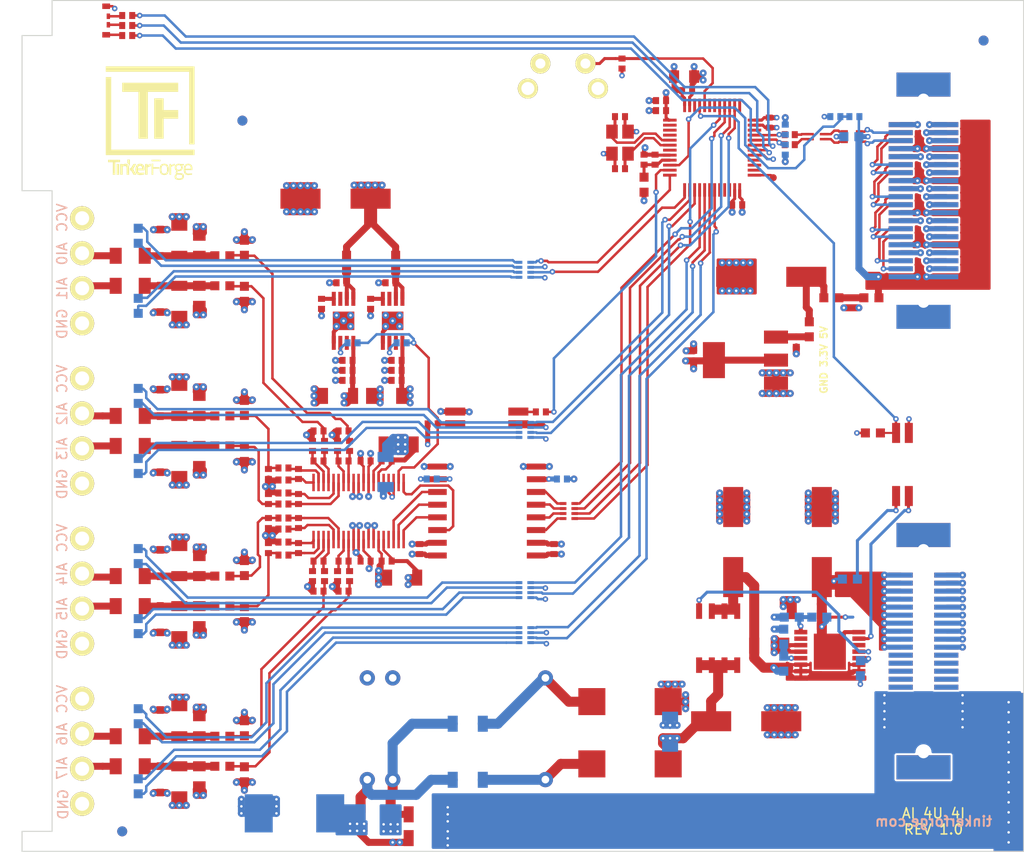
<source format=kicad_pcb>
(kicad_pcb (version 20171130) (host pcbnew 5.1.5-52549c5~84~ubuntu18.04.1)
  (layers (0 F.Cu signal) (1 GND power hide) (2 VCC power hide) (31 B.Cu signal hide) (34 B.Paste user) (35 F.Paste user) (36 B.SilkS user) (37 F.SilkS user) (38 B.Mask user) (39 F.Mask user) (44 Edge.Cuts user))
  (net 0 "")
  (net 1 GND)
  (net 2 3V3)
  (net 3 "Net-(C102-Pad1)")
  (net 4 "Net-(C108-Pad2)")
  (net 5 "Net-(C109-Pad2)")
  (net 6 +5V)
  (net 7 "Net-(C112-Pad1)")
  (net 8 USB-DP)
  (net 9 USB-DM)
  (net 10 5VA)
  (net 11 "Net-(C117-Pad1)")
  (net 12 Earth)
  (net 13 AGND)
  (net 14 "Net-(D203-Pad2)")
  (net 15 "Net-(D203-Pad1)")
  (net 16 "Net-(D204-Pad1)")
  (net 17 "Net-(D204-Pad2)")
  (net 18 "Net-(D205-Pad2)")
  (net 19 "Net-(D205-Pad1)")
  (net 20 "Net-(D206-Pad1)")
  (net 21 "Net-(D206-Pad2)")
  (net 22 "Net-(D207-Pad2)")
  (net 23 "Net-(D207-Pad1)")
  (net 24 "Net-(D208-Pad1)")
  (net 25 "Net-(D208-Pad2)")
  (net 26 "Net-(D209-Pad2)")
  (net 27 "Net-(D209-Pad1)")
  (net 28 "Net-(D210-Pad1)")
  (net 29 "Net-(D210-Pad2)")
  (net 30 VCC)
  (net 31 "Net-(J103-Pad29)")
  (net 32 "Net-(J103-Pad27)")
  (net 33 "Net-(J103-Pad21)")
  (net 34 "Net-(J103-Pad19)")
  (net 35 "Net-(J103-Pad13)")
  (net 36 "Net-(J103-Pad11)")
  (net 37 "Net-(J103-Pad5)")
  (net 38 "Net-(J103-Pad3)")
  (net 39 "Net-(LED101-Pad4)")
  (net 40 "Net-(LED101-Pad2)")
  (net 41 "Net-(LED101-Pad3)")
  (net 42 LEDR)
  (net 43 LED3)
  (net 44 LED2)
  (net 45 LED5)
  (net 46 LED4)
  (net 47 LED6)
  (net 48 LED7)
  (net 49 "Net-(P201-Pad3)")
  (net 50 "Net-(P201-Pad2)")
  (net 51 "Net-(P202-Pad2)")
  (net 52 "Net-(P202-Pad3)")
  (net 53 "Net-(P203-Pad3)")
  (net 54 "Net-(P203-Pad2)")
  (net 55 "Net-(P204-Pad2)")
  (net 56 "Net-(P204-Pad3)")
  (net 57 LEDG)
  (net 58 LED1)
  (net 59 LED0)
  (net 60 LEDB)
  (net 61 "Net-(C119-Pad2)")
  (net 62 USB-DMA)
  (net 63 USB-DPA)
  (net 64 USB-DMB)
  (net 65 USB-DPB)
  (net 66 AIN0)
  (net 67 USB-DMC)
  (net 68 USB-DPC)
  (net 69 AGNDA)
  (net 70 VCCPWRA)
  (net 71 "Net-(P102-Pad1)")
  (net 72 "Net-(C121-Pad1)")
  (net 73 PWR_GOOD)
  (net 74 "Net-(R110-Pad2)")
  (net 75 "Net-(R111-Pad2)")
  (net 76 "Net-(R113-Pad2)")
  (net 77 "Net-(R114-Pad2)")
  (net 78 PWR_PG)
  (net 79 "Net-(Q101-PadG)")
  (net 80 "Net-(C120-Pad2)")
  (net 81 VO)
  (net 82 "Net-(R101-Pad2)")
  (net 83 "Net-(C201-Pad1)")
  (net 84 "Net-(C202-Pad1)")
  (net 85 "Net-(C203-Pad1)")
  (net 86 "Net-(C204-Pad1)")
  (net 87 "Net-(C205-Pad1)")
  (net 88 "Net-(C206-Pad1)")
  (net 89 "Net-(C207-Pad1)")
  (net 90 "Net-(C208-Pad1)")
  (net 91 "Net-(C209-Pad1)")
  (net 92 "Net-(C210-Pad1)")
  (net 93 "Net-(C211-Pad1)")
  (net 94 "Net-(C212-Pad1)")
  (net 95 "Net-(C213-Pad1)")
  (net 96 "Net-(C214-Pad1)")
  (net 97 "Net-(C215-Pad1)")
  (net 98 "Net-(C216-Pad1)")
  (net 99 AIN0_P)
  (net 100 AIN0_N)
  (net 101 AIN1_N)
  (net 102 AIN1_P)
  (net 103 AIN2_N)
  (net 104 AIN2_P)
  (net 105 AIN3_P)
  (net 106 AIN3_N)
  (net 107 AIN4_P)
  (net 108 AIN4_N)
  (net 109 AIN5_P)
  (net 110 AIN5_N)
  (net 111 AIN6_N)
  (net 112 AIN6_P)
  (net 113 AIN7_N)
  (net 114 AIN7_P)
  (net 115 DVDD)
  (net 116 AVDD)
  (net 117 "Net-(C228-Pad2)")
  (net 118 "Net-(C231-Pad2)")
  (net 119 "Net-(C236-Pad2)")
  (net 120 "Net-(C237-Pad2)")
  (net 121 "Net-(C238-Pad2)")
  (net 122 "Net-(C239-Pad2)")
  (net 123 _RESET)
  (net 124 "Net-(R252-Pad1)")
  (net 125 ADC-RESET)
  (net 126 "Net-(R253-Pad2)")
  (net 127 "Net-(R254-Pad2)")
  (net 128 SPI-MISO)
  (net 129 "Net-(R256-Pad2)")
  (net 130 "Net-(R257-Pad2)")
  (net 131 SPI-CS)
  (net 132 SPI-CLK)
  (net 133 SPI-MOSI)
  (net 134 "Net-(U201-Pad1)")
  (net 135 "Net-(U201-Pad36)")
  (net 136 "Net-(U201-Pad37)")
  (net 137 "Net-(U201-Pad38)")
  (net 138 "Net-(RP206-Pad5)")
  (net 139 "Net-(RP206-Pad6)")
  (net 140 "Net-(RP206-Pad7)")
  (net 141 "Net-(RP206-Pad8)")
  (module kicad-libraries:4X0402 (layer F.Cu) (at 144.4 113.5 90)
    (fp_text reference RP206)
    (fp_text value 470)
    (pad 1 smd rect (at -0.7493 0.575 270) (size 0.29972 0.65) (layers F.Cu F.Paste F.Mask) (net 133 SPI-MOSI))
    (pad 2 smd rect (at -0.24892 0.575 270) (size 0.29972 0.65) (layers F.Cu F.Paste F.Mask) (net 131 SPI-CS))
    (pad 3 smd rect (at 0.24892 0.575 270) (size 0.29972 0.65) (layers F.Cu F.Paste F.Mask) (net 132 SPI-CLK))
    (pad 4 smd rect (at 0.7493 0.575 270) (size 0.29972 0.65) (layers F.Cu F.Paste F.Mask) (net 128 SPI-MISO))
    (pad 5 smd rect (at 0.7493 -0.575 90) (size 0.29972 0.65) (layers F.Cu F.Paste F.Mask) (net 138 "Net-(RP206-Pad5)"))
    (pad 6 smd rect (at 0.24892 -0.575 90) (size 0.29972 0.65) (layers F.Cu F.Paste F.Mask) (net 139 "Net-(RP206-Pad6)"))
    (pad 7 smd rect (at -0.24892 -0.575 90) (size 0.29972 0.65) (layers F.Cu F.Paste F.Mask) (net 140 "Net-(RP206-Pad7)"))
    (pad 8 smd rect (at -0.7493 -0.575 90) (size 0.29972 0.65) (layers F.Cu F.Paste F.Mask) (net 141 "Net-(RP206-Pad8)"))
  )
  (module kicad-libraries:C0402F (layer F.Cu) (at 126.2 108.5 180)
    (fp_text reference C228)
    (fp_text value 1uF)
    (pad 1 smd rect (at -0.5 0 180) (size 0.6 0.7) (layers F.Cu F.Paste F.Mask) (net 13 AGND))
    (pad 2 smd rect (at 0.5 0 180) (size 0.6 0.7) (layers F.Cu F.Paste F.Mask) (net 117 "Net-(C228-Pad2)"))
  )
  (module kicad-libraries:C1206 (layer F.Cu) (at 127.75 120.15 180)
    (fp_text reference C230)
    (fp_text value 10µF)
    (pad 2 smd rect (at 1.50114 0 180) (size 1.00076 1.6002) (layers F.Cu F.Paste F.Mask) (net 13 AGND))
    (pad 1 smd rect (at -1.50114 0 180) (size 1.00076 1.6002) (layers F.Cu F.Paste F.Mask) (net 115 DVDD))
  )
  (module kicad-libraries:C0402F (layer F.Cu) (at 126.2 118.5 180)
    (fp_text reference C226)
    (fp_text value 1uF)
    (pad 1 smd rect (at -0.5 0 180) (size 0.6 0.7) (layers F.Cu F.Paste F.Mask) (net 115 DVDD))
    (pad 2 smd rect (at 0.5 0 180) (size 0.6 0.7) (layers F.Cu F.Paste F.Mask) (net 13 AGND))
  )
  (module kicad-libraries:C0402F (layer F.Cu) (at 124.1 118.5 180)
    (fp_text reference C229)
    (fp_text value 1uF)
    (pad 1 smd rect (at -0.5 0 180) (size 0.6 0.7) (layers F.Cu F.Paste F.Mask) (net 116 AVDD))
    (pad 2 smd rect (at 0.5 0 180) (size 0.6 0.7) (layers F.Cu F.Paste F.Mask) (net 13 AGND))
  )
  (module kicad-libraries:MSOP-8-EP (layer F.Cu) (at 126.8 94.5 180)
    (fp_text reference U205)
    (fp_text value TPS7A6633QDGNRQ1)
    (pad EP smd rect (at 0 0 180) (size 2.15 1.846) (layers F.Cu F.Paste F.Mask) (net 13 AGND))
    (pad 8 smd rect (at -0.975 -2.2 180) (size 0.4 1.4) (layers F.Cu F.Paste F.Mask) (net 115 DVDD))
    (pad 7 smd rect (at -0.325 -2.2 180) (size 0.4 1.4) (layers F.Cu F.Paste F.Mask))
    (pad 6 smd rect (at 0.325 -2.2 180) (size 0.4 1.4) (layers F.Cu F.Paste F.Mask) (net 130 "Net-(R257-Pad2)"))
    (pad 5 smd rect (at 0.975 -2.2 180) (size 0.4 1.4) (layers F.Cu F.Paste F.Mask) (net 13 AGND))
    (pad 4 smd rect (at 0.975 2.2 180) (size 0.4 1.4) (layers F.Cu F.Paste F.Mask) (net 122 "Net-(C239-Pad2)"))
    (pad 3 smd rect (at 0.325 2.2 180) (size 0.4 1.4) (layers F.Cu F.Paste F.Mask))
    (pad 2 smd rect (at -0.325 2.2 180) (size 0.4 1.4) (layers F.Cu F.Paste F.Mask) (net 120 "Net-(C237-Pad2)"))
    (pad 1 smd rect (at -0.975 2.2 180) (size 0.4 1.4) (layers F.Cu F.Paste F.Mask) (net 120 "Net-(C237-Pad2)"))
  )
  (module kicad-libraries:MSOP-8-EP (layer F.Cu) (at 121.9 94.5 180)
    (fp_text reference U204)
    (fp_text value TPS7A6650QDGNRQ1)
    (pad EP smd rect (at 0 0 180) (size 2.15 1.846) (layers F.Cu F.Paste F.Mask) (net 13 AGND))
    (pad 8 smd rect (at -0.975 -2.2 180) (size 0.4 1.4) (layers F.Cu F.Paste F.Mask) (net 116 AVDD))
    (pad 7 smd rect (at -0.325 -2.2 180) (size 0.4 1.4) (layers F.Cu F.Paste F.Mask))
    (pad 6 smd rect (at 0.325 -2.2 180) (size 0.4 1.4) (layers F.Cu F.Paste F.Mask) (net 129 "Net-(R256-Pad2)"))
    (pad 5 smd rect (at 0.975 -2.2 180) (size 0.4 1.4) (layers F.Cu F.Paste F.Mask) (net 13 AGND))
    (pad 4 smd rect (at 0.975 2.2 180) (size 0.4 1.4) (layers F.Cu F.Paste F.Mask) (net 121 "Net-(C238-Pad2)"))
    (pad 3 smd rect (at 0.325 2.2 180) (size 0.4 1.4) (layers F.Cu F.Paste F.Mask))
    (pad 2 smd rect (at -0.325 2.2 180) (size 0.4 1.4) (layers F.Cu F.Paste F.Mask) (net 119 "Net-(C236-Pad2)"))
    (pad 1 smd rect (at -0.975 2.2 180) (size 0.4 1.4) (layers F.Cu F.Paste F.Mask) (net 119 "Net-(C236-Pad2)"))
  )
  (module kicad-libraries:SOIC16_WIDE (layer F.Cu) (at 136.2 113.5 90)
    (fp_text reference U203)
    (fp_text value ISO7741DWR)
    (pad 16 smd rect (at -4.44246 -4.92252 90) (size 0.59944 1.84912) (layers F.Cu F.Paste F.Mask) (net 115 DVDD))
    (pad 15 smd rect (at -3.17246 -4.92252 90) (size 0.59944 1.84912) (layers F.Cu F.Paste F.Mask) (net 13 AGND))
    (pad 14 smd rect (at -1.90246 -4.92252 90) (size 0.59944 1.84912) (layers F.Cu F.Paste F.Mask) (net 134 "Net-(U201-Pad1)"))
    (pad 13 smd rect (at -0.63246 -4.92252 90) (size 0.59944 1.84912) (layers F.Cu F.Paste F.Mask) (net 137 "Net-(U201-Pad38)"))
    (pad 12 smd rect (at 0.63246 -4.92252 90) (size 0.59944 1.84912) (layers F.Cu F.Paste F.Mask) (net 136 "Net-(U201-Pad37)"))
    (pad 11 smd rect (at 1.90246 -4.92252 90) (size 0.59944 1.84912) (layers F.Cu F.Paste F.Mask) (net 135 "Net-(U201-Pad36)"))
    (pad 10 smd rect (at 3.17246 -4.92252 90) (size 0.59944 1.84912) (layers F.Cu F.Paste F.Mask) (net 124 "Net-(R252-Pad1)"))
    (pad 9 smd rect (at 4.44246 -4.92252 90) (size 0.59944 1.84912) (layers F.Cu F.Paste F.Mask) (net 13 AGND))
    (pad 8 smd rect (at 4.44246 4.92252 270) (size 0.59944 1.84912) (layers F.Cu F.Paste F.Mask) (net 1 GND))
    (pad 7 smd rect (at 3.17246 4.92252 270) (size 0.59944 1.84912) (layers F.Cu F.Paste F.Mask) (net 127 "Net-(R254-Pad2)"))
    (pad 6 smd rect (at 1.90246 4.92252 270) (size 0.59944 1.84912) (layers F.Cu F.Paste F.Mask) (net 138 "Net-(RP206-Pad5)"))
    (pad 5 smd rect (at 0.63246 4.92252 270) (size 0.59944 1.84912) (layers F.Cu F.Paste F.Mask) (net 139 "Net-(RP206-Pad6)"))
    (pad 4 smd rect (at -0.63246 4.92252 270) (size 0.59944 1.84912) (layers F.Cu F.Paste F.Mask) (net 140 "Net-(RP206-Pad7)"))
    (pad 3 smd rect (at -1.90246 4.92252 270) (size 0.59944 1.84912) (layers F.Cu F.Paste F.Mask) (net 141 "Net-(RP206-Pad8)"))
    (pad 2 smd rect (at -3.17246 4.92252 270) (size 0.59944 1.84912) (layers F.Cu F.Paste F.Mask) (net 1 GND))
    (pad 1 smd rect (at -4.44246 4.92252 270) (size 0.59944 1.84912) (layers F.Cu F.Paste F.Mask) (net 2 3V3))
  )
  (module kicad-libraries:SOP4 (layer F.Cu) (at 136.2 104.2 270)
    (fp_text reference U202)
    (fp_text value TLP293)
    (pad 1 smd rect (at 0.635 -3.15 270) (size 0.8 2) (layers F.Cu F.Paste F.Mask) (net 2 3V3))
    (pad 2 smd rect (at -0.635 -3.15 270) (size 0.8 2) (layers F.Cu F.Paste F.Mask) (net 126 "Net-(R253-Pad2)"))
    (pad 3 smd rect (at -0.635 3.15 270) (size 0.8 2) (layers F.Cu F.Paste F.Mask) (net 13 AGND))
    (pad 4 smd rect (at 0.635 3.15 270) (size 0.8 2) (layers F.Cu F.Paste F.Mask) (net 123 _RESET))
  )
  (module kicad-libraries:TSSOP38 (layer F.Cu) (at 123.4 113.5 180)
    (fp_text reference U201)
    (fp_text value ADS8698)
    (pad 38 smd rect (at -4.49834 -2.84988 180) (size 0.24892 1.74752) (layers F.Cu F.Paste F.Mask) (net 137 "Net-(U201-Pad38)"))
    (pad 37 smd rect (at -3.99796 -2.84988 180) (size 0.24892 1.74752) (layers F.Cu F.Paste F.Mask) (net 136 "Net-(U201-Pad37)"))
    (pad 36 smd rect (at -3.49758 -2.84988 180) (size 0.24892 1.74752) (layers F.Cu F.Paste F.Mask) (net 135 "Net-(U201-Pad36)"))
    (pad 35 smd rect (at -2.99974 -2.84988 180) (size 0.24892 1.74752) (layers F.Cu F.Paste F.Mask))
    (pad 34 smd rect (at -2.49936 -2.84988 180) (size 0.24892 1.74752) (layers F.Cu F.Paste F.Mask) (net 115 DVDD))
    (pad 33 smd rect (at -1.99898 -2.84988 180) (size 0.24892 1.74752) (layers F.Cu F.Paste F.Mask) (net 13 AGND))
    (pad 32 smd rect (at -1.4986 -2.84988 180) (size 0.24892 1.74752) (layers F.Cu F.Paste F.Mask) (net 13 AGND))
    (pad 31 smd rect (at -0.99822 -2.84988 180) (size 0.24892 1.74752) (layers F.Cu F.Paste F.Mask) (net 13 AGND))
    (pad 30 smd rect (at -0.49784 -2.84988 180) (size 0.24892 1.74752) (layers F.Cu F.Paste F.Mask) (net 116 AVDD))
    (pad 29 smd rect (at 0 -2.84988 180) (size 0.24892 1.74752) (layers F.Cu F.Paste F.Mask) (net 13 AGND))
    (pad 28 smd rect (at 0.49784 -2.84988 180) (size 0.24892 1.74752) (layers F.Cu F.Paste F.Mask) (net 13 AGND))
    (pad 27 smd rect (at 0.99822 -2.84988 180) (size 0.24892 1.74752) (layers F.Cu F.Paste F.Mask) (net 109 AIN5_P))
    (pad 26 smd rect (at 1.4986 -2.84988 180) (size 0.24892 1.74752) (layers F.Cu F.Paste F.Mask) (net 110 AIN5_N))
    (pad 25 smd rect (at 1.99898 -2.84988 180) (size 0.24892 1.74752) (layers F.Cu F.Paste F.Mask) (net 107 AIN4_P))
    (pad 24 smd rect (at 2.49936 -2.84988 180) (size 0.24892 1.74752) (layers F.Cu F.Paste F.Mask) (net 108 AIN4_N))
    (pad 23 smd rect (at 2.99974 -2.84988 180) (size 0.24892 1.74752) (layers F.Cu F.Paste F.Mask) (net 105 AIN3_P))
    (pad 22 smd rect (at 3.49758 -2.84988 180) (size 0.24892 1.74752) (layers F.Cu F.Paste F.Mask) (net 106 AIN3_N))
    (pad 21 smd rect (at 3.99796 -2.84988 180) (size 0.24892 1.74752) (layers F.Cu F.Paste F.Mask) (net 104 AIN2_P))
    (pad 20 smd rect (at 4.49834 -2.84988 180) (size 0.24892 1.74752) (layers F.Cu F.Paste F.Mask) (net 103 AIN2_N))
    (pad 19 smd rect (at 4.49834 2.84988) (size 0.24892 1.74752) (layers F.Cu F.Paste F.Mask) (net 101 AIN1_N))
    (pad 18 smd rect (at 3.99796 2.84988) (size 0.24892 1.74752) (layers F.Cu F.Paste F.Mask) (net 102 AIN1_P))
    (pad 17 smd rect (at 3.49758 2.84988) (size 0.24892 1.74752) (layers F.Cu F.Paste F.Mask) (net 100 AIN0_N))
    (pad 16 smd rect (at 2.99974 2.84988) (size 0.24892 1.74752) (layers F.Cu F.Paste F.Mask) (net 99 AIN0_P))
    (pad 15 smd rect (at 2.49936 2.84988) (size 0.24892 1.74752) (layers F.Cu F.Paste F.Mask) (net 113 AIN7_N))
    (pad 14 smd rect (at 1.99898 2.84988) (size 0.24892 1.74752) (layers F.Cu F.Paste F.Mask) (net 114 AIN7_P))
    (pad 13 smd rect (at 1.4986 2.84988) (size 0.24892 1.74752) (layers F.Cu F.Paste F.Mask) (net 111 AIN6_N))
    (pad 12 smd rect (at 0.99822 2.84988) (size 0.24892 1.74752) (layers F.Cu F.Paste F.Mask) (net 112 AIN6_P))
    (pad 11 smd rect (at 0.49784 2.84988) (size 0.24892 1.74752) (layers F.Cu F.Paste F.Mask) (net 13 AGND))
    (pad 10 smd rect (at 0 2.84988) (size 0.24892 1.74752) (layers F.Cu F.Paste F.Mask) (net 13 AGND))
    (pad 9 smd rect (at -0.49784 2.84988) (size 0.24892 1.74752) (layers F.Cu F.Paste F.Mask) (net 116 AVDD))
    (pad 8 smd rect (at -0.99822 2.84988) (size 0.24892 1.74752) (layers F.Cu F.Paste F.Mask) (net 13 AGND))
    (pad 7 smd rect (at -1.4986 2.84988) (size 0.24892 1.74752) (layers F.Cu F.Paste F.Mask) (net 117 "Net-(C228-Pad2)"))
    (pad 6 smd rect (at -1.99898 2.84988) (size 0.24892 1.74752) (layers F.Cu F.Paste F.Mask) (net 13 AGND))
    (pad 5 smd rect (at -2.49936 2.84988) (size 0.24892 1.74752) (layers F.Cu F.Paste F.Mask) (net 118 "Net-(C231-Pad2)"))
    (pad 4 smd rect (at -2.99974 2.84988) (size 0.24892 1.74752) (layers F.Cu F.Paste F.Mask) (net 13 AGND))
    (pad 3 smd rect (at -3.49758 2.84988) (size 0.24892 1.74752) (layers F.Cu F.Paste F.Mask) (net 13 AGND))
    (pad 2 smd rect (at -3.99796 2.84988) (size 0.24892 1.74752) (layers F.Cu F.Paste F.Mask) (net 123 _RESET))
    (pad 1 smd rect (at -4.49834 2.84988) (size 0.24892 1.74752) (layers F.Cu F.Paste F.Mask) (net 134 "Net-(U201-Pad1)"))
  )
  (module kicad-libraries:4X0402 (layer B.Cu) (at 140 125.9 270)
    (fp_text reference RP204)
    (fp_text value 470)
    (pad 8 smd rect (at -0.7493 0.575 270) (size 0.29972 0.65) (layers B.Cu B.Paste B.Mask) (net 26 "Net-(D209-Pad2)"))
    (pad 7 smd rect (at -0.24892 0.575 270) (size 0.29972 0.65) (layers B.Cu B.Paste B.Mask) (net 27 "Net-(D209-Pad1)"))
    (pad 6 smd rect (at 0.24892 0.575 270) (size 0.29972 0.65) (layers B.Cu B.Paste B.Mask) (net 29 "Net-(D210-Pad2)"))
    (pad 5 smd rect (at 0.7493 0.575 270) (size 0.29972 0.65) (layers B.Cu B.Paste B.Mask) (net 28 "Net-(D210-Pad1)"))
    (pad 4 smd rect (at 0.7493 -0.575 90) (size 0.29972 0.65) (layers B.Cu B.Paste B.Mask) (net 2 3V3))
    (pad 3 smd rect (at 0.24892 -0.575 90) (size 0.29972 0.65) (layers B.Cu B.Paste B.Mask) (net 48 LED7))
    (pad 2 smd rect (at -0.24892 -0.575 90) (size 0.29972 0.65) (layers B.Cu B.Paste B.Mask) (net 2 3V3))
    (pad 1 smd rect (at -0.7493 -0.575 90) (size 0.29972 0.65) (layers B.Cu B.Paste B.Mask) (net 47 LED6))
  )
  (module kicad-libraries:4X0402 (layer B.Cu) (at 140 121.4 270)
    (fp_text reference RP203)
    (fp_text value 470)
    (pad 8 smd rect (at -0.7493 0.575 270) (size 0.29972 0.65) (layers B.Cu B.Paste B.Mask) (net 22 "Net-(D207-Pad2)"))
    (pad 7 smd rect (at -0.24892 0.575 270) (size 0.29972 0.65) (layers B.Cu B.Paste B.Mask) (net 23 "Net-(D207-Pad1)"))
    (pad 6 smd rect (at 0.24892 0.575 270) (size 0.29972 0.65) (layers B.Cu B.Paste B.Mask) (net 25 "Net-(D208-Pad2)"))
    (pad 5 smd rect (at 0.7493 0.575 270) (size 0.29972 0.65) (layers B.Cu B.Paste B.Mask) (net 24 "Net-(D208-Pad1)"))
    (pad 4 smd rect (at 0.7493 -0.575 90) (size 0.29972 0.65) (layers B.Cu B.Paste B.Mask) (net 2 3V3))
    (pad 3 smd rect (at 0.24892 -0.575 90) (size 0.29972 0.65) (layers B.Cu B.Paste B.Mask) (net 45 LED5))
    (pad 2 smd rect (at -0.24892 -0.575 90) (size 0.29972 0.65) (layers B.Cu B.Paste B.Mask) (net 2 3V3))
    (pad 1 smd rect (at -0.7493 -0.575 90) (size 0.29972 0.65) (layers B.Cu B.Paste B.Mask) (net 46 LED4))
  )
  (module kicad-libraries:4X0402 (layer B.Cu) (at 140 105.4 270)
    (fp_text reference RP202)
    (fp_text value 470)
    (pad 8 smd rect (at -0.7493 0.575 270) (size 0.29972 0.65) (layers B.Cu B.Paste B.Mask) (net 18 "Net-(D205-Pad2)"))
    (pad 7 smd rect (at -0.24892 0.575 270) (size 0.29972 0.65) (layers B.Cu B.Paste B.Mask) (net 19 "Net-(D205-Pad1)"))
    (pad 6 smd rect (at 0.24892 0.575 270) (size 0.29972 0.65) (layers B.Cu B.Paste B.Mask) (net 21 "Net-(D206-Pad2)"))
    (pad 5 smd rect (at 0.7493 0.575 270) (size 0.29972 0.65) (layers B.Cu B.Paste B.Mask) (net 20 "Net-(D206-Pad1)"))
    (pad 4 smd rect (at 0.7493 -0.575 90) (size 0.29972 0.65) (layers B.Cu B.Paste B.Mask) (net 2 3V3))
    (pad 3 smd rect (at 0.24892 -0.575 90) (size 0.29972 0.65) (layers B.Cu B.Paste B.Mask) (net 43 LED3))
    (pad 2 smd rect (at -0.24892 -0.575 90) (size 0.29972 0.65) (layers B.Cu B.Paste B.Mask) (net 2 3V3))
    (pad 1 smd rect (at -0.7493 -0.575 90) (size 0.29972 0.65) (layers B.Cu B.Paste B.Mask) (net 44 LED2))
  )
  (module kicad-libraries:4X0402 (layer B.Cu) (at 140 89.4 270)
    (fp_text reference RP201)
    (fp_text value 470)
    (pad 8 smd rect (at -0.7493 0.575 270) (size 0.29972 0.65) (layers B.Cu B.Paste B.Mask) (net 14 "Net-(D203-Pad2)"))
    (pad 7 smd rect (at -0.24892 0.575 270) (size 0.29972 0.65) (layers B.Cu B.Paste B.Mask) (net 15 "Net-(D203-Pad1)"))
    (pad 6 smd rect (at 0.24892 0.575 270) (size 0.29972 0.65) (layers B.Cu B.Paste B.Mask) (net 17 "Net-(D204-Pad2)"))
    (pad 5 smd rect (at 0.7493 0.575 270) (size 0.29972 0.65) (layers B.Cu B.Paste B.Mask) (net 16 "Net-(D204-Pad1)"))
    (pad 4 smd rect (at 0.7493 -0.575 90) (size 0.29972 0.65) (layers B.Cu B.Paste B.Mask) (net 2 3V3))
    (pad 3 smd rect (at 0.24892 -0.575 90) (size 0.29972 0.65) (layers B.Cu B.Paste B.Mask) (net 58 LED1))
    (pad 2 smd rect (at -0.24892 -0.575 90) (size 0.29972 0.65) (layers B.Cu B.Paste B.Mask) (net 2 3V3))
    (pad 1 smd rect (at -0.7493 -0.575 90) (size 0.29972 0.65) (layers B.Cu B.Paste B.Mask) (net 59 LED0))
  )
  (module kicad-libraries:R0402F (layer B.Cu) (at 127.7 96.7 180)
    (fp_text reference R257)
    (fp_text value TBD)
    (pad 1 smd rect (at -0.5 0 180) (size 0.6 0.7) (layers B.Cu B.Paste B.Mask) (net 123 _RESET))
    (pad 2 smd rect (at 0.5 0 180) (size 0.6 0.7) (layers B.Cu B.Paste B.Mask) (net 130 "Net-(R257-Pad2)"))
  )
  (module kicad-libraries:R0402F (layer B.Cu) (at 122.8 96.7 180)
    (fp_text reference R256)
    (fp_text value TBD)
    (pad 1 smd rect (at -0.5 0 180) (size 0.6 0.7) (layers B.Cu B.Paste B.Mask) (net 123 _RESET))
    (pad 2 smd rect (at 0.5 0 180) (size 0.6 0.7) (layers B.Cu B.Paste B.Mask) (net 129 "Net-(R256-Pad2)"))
  )
  (module kicad-libraries:R0402F (layer B.Cu) (at 143.7 110.3 180)
    (fp_text reference R254)
    (fp_text value 4.7k)
    (pad 1 smd rect (at -0.5 0 180) (size 0.6 0.7) (layers B.Cu B.Paste B.Mask) (net 2 3V3))
    (pad 2 smd rect (at 0.5 0 180) (size 0.6 0.7) (layers B.Cu B.Paste B.Mask) (net 127 "Net-(R254-Pad2)"))
  )
  (module kicad-libraries:R0402F (layer F.Cu) (at 141.6 103.6 180)
    (fp_text reference R253)
    (fp_text value TBD)
    (pad 1 smd rect (at -0.5 0 180) (size 0.6 0.7) (layers F.Cu F.Paste F.Mask) (net 125 ADC-RESET))
    (pad 2 smd rect (at 0.5 0 180) (size 0.6 0.7) (layers F.Cu F.Paste F.Mask) (net 126 "Net-(R253-Pad2)"))
  )
  (module kicad-libraries:R0402F (layer B.Cu) (at 130.7 110.3 180)
    (fp_text reference R252)
    (fp_text value 4.7k)
    (pad 1 smd rect (at -0.5 0 180) (size 0.6 0.7) (layers B.Cu B.Paste B.Mask) (net 124 "Net-(R252-Pad1)"))
    (pad 2 smd rect (at 0.5 0 180) (size 0.6 0.7) (layers B.Cu B.Paste B.Mask) (net 115 DVDD))
  )
  (module kicad-libraries:R0402F (layer F.Cu) (at 130.8 104.8 180)
    (fp_text reference R251)
    (fp_text value 4.7k)
    (pad 1 smd rect (at -0.5 0 180) (size 0.6 0.7) (layers F.Cu F.Paste F.Mask) (net 123 _RESET))
    (pad 2 smd rect (at 0.5 0 180) (size 0.6 0.7) (layers F.Cu F.Paste F.Mask) (net 115 DVDD))
  )
  (module kicad-libraries:R0402F (layer F.Cu) (at 121.3 120 270)
    (fp_text reference R248)
    (fp_text value 1.1k)
    (pad 1 smd rect (at -0.5 0 270) (size 0.6 0.7) (layers F.Cu F.Paste F.Mask) (net 110 AIN5_N))
    (pad 2 smd rect (at 0.5 0 270) (size 0.6 0.7) (layers F.Cu F.Paste F.Mask) (net 13 AGND))
  )
  (module kicad-libraries:R0402F (layer F.Cu) (at 122.5 120 270)
    (fp_text reference R247)
    (fp_text value 0)
    (pad 1 smd rect (at -0.5 0 270) (size 0.6 0.7) (layers F.Cu F.Paste F.Mask) (net 109 AIN5_P))
    (pad 2 smd rect (at 0.5 0 270) (size 0.6 0.7) (layers F.Cu F.Paste F.Mask) (net 98 "Net-(C216-Pad1)"))
  )
  (module kicad-libraries:R0402F (layer F.Cu) (at 118.8 120 270)
    (fp_text reference R246)
    (fp_text value 1.1k)
    (pad 1 smd rect (at -0.5 0 270) (size 0.6 0.7) (layers F.Cu F.Paste F.Mask) (net 106 AIN3_N))
    (pad 2 smd rect (at 0.5 0 270) (size 0.6 0.7) (layers F.Cu F.Paste F.Mask) (net 13 AGND))
  )
  (module kicad-libraries:R0402F (layer F.Cu) (at 120 120 270)
    (fp_text reference R245)
    (fp_text value 0)
    (pad 1 smd rect (at -0.5 0 270) (size 0.6 0.7) (layers F.Cu F.Paste F.Mask) (net 105 AIN3_P))
    (pad 2 smd rect (at 0.5 0 270) (size 0.6 0.7) (layers F.Cu F.Paste F.Mask) (net 97 "Net-(C215-Pad1)"))
  )
  (module kicad-libraries:R0402F (layer F.Cu) (at 115.9 116.6 180)
    (fp_text reference R244)
    (fp_text value 1.1k)
    (pad 1 smd rect (at -0.5 0 180) (size 0.6 0.7) (layers F.Cu F.Paste F.Mask) (net 103 AIN2_N))
    (pad 2 smd rect (at 0.5 0 180) (size 0.6 0.7) (layers F.Cu F.Paste F.Mask) (net 13 AGND))
  )
  (module kicad-libraries:R0402F (layer F.Cu) (at 115.9 117.9 180)
    (fp_text reference R243)
    (fp_text value 0)
    (pad 1 smd rect (at -0.5 0 180) (size 0.6 0.7) (layers F.Cu F.Paste F.Mask) (net 104 AIN2_P))
    (pad 2 smd rect (at 0.5 0 180) (size 0.6 0.7) (layers F.Cu F.Paste F.Mask) (net 96 "Net-(C214-Pad1)"))
  )
  (module kicad-libraries:R0402F (layer F.Cu) (at 115.9 115.3 180)
    (fp_text reference R242)
    (fp_text value 1.1k)
    (pad 1 smd rect (at -0.5 0 180) (size 0.6 0.7) (layers F.Cu F.Paste F.Mask) (net 108 AIN4_N))
    (pad 2 smd rect (at 0.5 0 180) (size 0.6 0.7) (layers F.Cu F.Paste F.Mask) (net 13 AGND))
  )
  (module kicad-libraries:R0402F (layer F.Cu) (at 115.9 114.2 180)
    (fp_text reference R241)
    (fp_text value 0)
    (pad 1 smd rect (at -0.5 0 180) (size 0.6 0.7) (layers F.Cu F.Paste F.Mask) (net 107 AIN4_P))
    (pad 2 smd rect (at 0.5 0 180) (size 0.6 0.7) (layers F.Cu F.Paste F.Mask) (net 95 "Net-(C213-Pad1)"))
  )
  (module kicad-libraries:R0402F (layer F.Cu) (at 115.9 111.7 180)
    (fp_text reference R240)
    (fp_text value 1.1k)
    (pad 1 smd rect (at -0.5 0 180) (size 0.6 0.7) (layers F.Cu F.Paste F.Mask) (net 113 AIN7_N))
    (pad 2 smd rect (at 0.5 0 180) (size 0.6 0.7) (layers F.Cu F.Paste F.Mask) (net 13 AGND))
  )
  (module kicad-libraries:R0402F (layer F.Cu) (at 115.9 112.8 180)
    (fp_text reference R239)
    (fp_text value 0)
    (pad 1 smd rect (at -0.5 0 180) (size 0.6 0.7) (layers F.Cu F.Paste F.Mask) (net 114 AIN7_P))
    (pad 2 smd rect (at 0.5 0 180) (size 0.6 0.7) (layers F.Cu F.Paste F.Mask) (net 94 "Net-(C212-Pad1)"))
  )
  (module kicad-libraries:R0402F (layer F.Cu) (at 115.9 110.4 180)
    (fp_text reference R238)
    (fp_text value 1.1k)
    (pad 1 smd rect (at -0.5 0 180) (size 0.6 0.7) (layers F.Cu F.Paste F.Mask) (net 101 AIN1_N))
    (pad 2 smd rect (at 0.5 0 180) (size 0.6 0.7) (layers F.Cu F.Paste F.Mask) (net 13 AGND))
  )
  (module kicad-libraries:R0402F (layer F.Cu) (at 115.9 109.2 180)
    (fp_text reference R237)
    (fp_text value 0)
    (pad 1 smd rect (at -0.5 0 180) (size 0.6 0.7) (layers F.Cu F.Paste F.Mask) (net 102 AIN1_P))
    (pad 2 smd rect (at 0.5 0 180) (size 0.6 0.7) (layers F.Cu F.Paste F.Mask) (net 93 "Net-(C211-Pad1)"))
  )
  (module kicad-libraries:R0402F (layer F.Cu) (at 118.8 107 90)
    (fp_text reference R236)
    (fp_text value 1.1k)
    (pad 1 smd rect (at -0.5 0 90) (size 0.6 0.7) (layers F.Cu F.Paste F.Mask) (net 100 AIN0_N))
    (pad 2 smd rect (at 0.5 0 90) (size 0.6 0.7) (layers F.Cu F.Paste F.Mask) (net 13 AGND))
  )
  (module kicad-libraries:R0402F (layer F.Cu) (at 120 107 90)
    (fp_text reference R235)
    (fp_text value 0)
    (pad 1 smd rect (at -0.5 0 90) (size 0.6 0.7) (layers F.Cu F.Paste F.Mask) (net 99 AIN0_P))
    (pad 2 smd rect (at 0.5 0 90) (size 0.6 0.7) (layers F.Cu F.Paste F.Mask) (net 92 "Net-(C210-Pad1)"))
  )
  (module kicad-libraries:R0402F (layer F.Cu) (at 121.3 107 90)
    (fp_text reference R234)
    (fp_text value 1.1k)
    (pad 1 smd rect (at -0.5 0 90) (size 0.6 0.7) (layers F.Cu F.Paste F.Mask) (net 111 AIN6_N))
    (pad 2 smd rect (at 0.5 0 90) (size 0.6 0.7) (layers F.Cu F.Paste F.Mask) (net 13 AGND))
  )
  (module kicad-libraries:R0402F (layer F.Cu) (at 122.5 107 90)
    (fp_text reference R233)
    (fp_text value 0)
    (pad 1 smd rect (at -0.5 0 90) (size 0.6 0.7) (layers F.Cu F.Paste F.Mask) (net 112 AIN6_P))
    (pad 2 smd rect (at 0.5 0 90) (size 0.6 0.7) (layers F.Cu F.Paste F.Mask) (net 91 "Net-(C209-Pad1)"))
  )
  (module kicad-libraries:R0402F (layer F.Cu) (at 121.9 121.5)
    (fp_text reference R232)
    (fp_text value 10M)
    (pad 1 smd rect (at -0.5 0) (size 0.6 0.7) (layers F.Cu F.Paste F.Mask) (net 13 AGND))
    (pad 2 smd rect (at 0.5 0) (size 0.6 0.7) (layers F.Cu F.Paste F.Mask) (net 98 "Net-(C216-Pad1)"))
  )
  (module kicad-libraries:R0402F (layer F.Cu) (at 119.4 121.5)
    (fp_text reference R231)
    (fp_text value 10M)
    (pad 1 smd rect (at -0.5 0) (size 0.6 0.7) (layers F.Cu F.Paste F.Mask) (net 13 AGND))
    (pad 2 smd rect (at 0.5 0) (size 0.6 0.7) (layers F.Cu F.Paste F.Mask) (net 97 "Net-(C215-Pad1)"))
  )
  (module kicad-libraries:R0402F (layer F.Cu) (at 114.4 117.2 270)
    (fp_text reference R230)
    (fp_text value 10M)
    (pad 1 smd rect (at -0.5 0 270) (size 0.6 0.7) (layers F.Cu F.Paste F.Mask) (net 13 AGND))
    (pad 2 smd rect (at 0.5 0 270) (size 0.6 0.7) (layers F.Cu F.Paste F.Mask) (net 96 "Net-(C214-Pad1)"))
  )
  (module kicad-libraries:R0402F (layer F.Cu) (at 114.4 114.7 90)
    (fp_text reference R229)
    (fp_text value 10M)
    (pad 1 smd rect (at -0.5 0 90) (size 0.6 0.7) (layers F.Cu F.Paste F.Mask) (net 13 AGND))
    (pad 2 smd rect (at 0.5 0 90) (size 0.6 0.7) (layers F.Cu F.Paste F.Mask) (net 95 "Net-(C213-Pad1)"))
  )
  (module kicad-libraries:R0402F (layer F.Cu) (at 114.4 112.3 270)
    (fp_text reference R228)
    (fp_text value 10M)
    (pad 1 smd rect (at -0.5 0 270) (size 0.6 0.7) (layers F.Cu F.Paste F.Mask) (net 13 AGND))
    (pad 2 smd rect (at 0.5 0 270) (size 0.6 0.7) (layers F.Cu F.Paste F.Mask) (net 94 "Net-(C212-Pad1)"))
  )
  (module kicad-libraries:R0402F (layer F.Cu) (at 114.4 109.8 90)
    (fp_text reference R227)
    (fp_text value 10M)
    (pad 1 smd rect (at -0.5 0 90) (size 0.6 0.7) (layers F.Cu F.Paste F.Mask) (net 13 AGND))
    (pad 2 smd rect (at 0.5 0 90) (size 0.6 0.7) (layers F.Cu F.Paste F.Mask) (net 93 "Net-(C211-Pad1)"))
  )
  (module kicad-libraries:R0402F (layer F.Cu) (at 119.4 105.5)
    (fp_text reference R226)
    (fp_text value 10M)
    (pad 1 smd rect (at -0.5 0) (size 0.6 0.7) (layers F.Cu F.Paste F.Mask) (net 13 AGND))
    (pad 2 smd rect (at 0.5 0) (size 0.6 0.7) (layers F.Cu F.Paste F.Mask) (net 92 "Net-(C210-Pad1)"))
  )
  (module kicad-libraries:R0402F (layer F.Cu) (at 121.9 105.5)
    (fp_text reference R225)
    (fp_text value 10M)
    (pad 1 smd rect (at -0.5 0) (size 0.6 0.7) (layers F.Cu F.Paste F.Mask) (net 13 AGND))
    (pad 2 smd rect (at 0.5 0) (size 0.6 0.7) (layers F.Cu F.Paste F.Mask) (net 91 "Net-(C209-Pad1)"))
  )
  (module kicad-libraries:R0603F (layer F.Cu) (at 109.8 139 180)
    (fp_text reference R224)
    (fp_text value 1k)
    (pad 2 smd rect (at 0.75 0 180) (size 0.9 0.9) (layers F.Cu F.Paste F.Mask) (net 90 "Net-(C208-Pad1)"))
    (pad 1 smd rect (at -0.75 0 180) (size 0.9 0.9) (layers F.Cu F.Paste F.Mask) (net 98 "Net-(C216-Pad1)"))
  )
  (module kicad-libraries:R0603F (layer F.Cu) (at 109.8 136 180)
    (fp_text reference R223)
    (fp_text value 1k)
    (pad 2 smd rect (at 0.75 0 180) (size 0.9 0.9) (layers F.Cu F.Paste F.Mask) (net 89 "Net-(C207-Pad1)"))
    (pad 1 smd rect (at -0.75 0 180) (size 0.9 0.9) (layers F.Cu F.Paste F.Mask) (net 97 "Net-(C215-Pad1)"))
  )
  (module kicad-libraries:R0603F (layer F.Cu) (at 109.8 123 180)
    (fp_text reference R222)
    (fp_text value 1k)
    (pad 2 smd rect (at 0.75 0 180) (size 0.9 0.9) (layers F.Cu F.Paste F.Mask) (net 88 "Net-(C206-Pad1)"))
    (pad 1 smd rect (at -0.75 0 180) (size 0.9 0.9) (layers F.Cu F.Paste F.Mask) (net 96 "Net-(C214-Pad1)"))
  )
  (module kicad-libraries:R0603F (layer F.Cu) (at 109.8 120 180)
    (fp_text reference R221)
    (fp_text value 1k)
    (pad 2 smd rect (at 0.75 0 180) (size 0.9 0.9) (layers F.Cu F.Paste F.Mask) (net 87 "Net-(C205-Pad1)"))
    (pad 1 smd rect (at -0.75 0 180) (size 0.9 0.9) (layers F.Cu F.Paste F.Mask) (net 95 "Net-(C213-Pad1)"))
  )
  (module kicad-libraries:R0603F (layer F.Cu) (at 109.8 107 180)
    (fp_text reference R220)
    (fp_text value 1k)
    (pad 2 smd rect (at 0.75 0 180) (size 0.9 0.9) (layers F.Cu F.Paste F.Mask) (net 86 "Net-(C204-Pad1)"))
    (pad 1 smd rect (at -0.75 0 180) (size 0.9 0.9) (layers F.Cu F.Paste F.Mask) (net 94 "Net-(C212-Pad1)"))
  )
  (module kicad-libraries:R0603F (layer F.Cu) (at 109.8 104 180)
    (fp_text reference R219)
    (fp_text value 1k)
    (pad 2 smd rect (at 0.75 0 180) (size 0.9 0.9) (layers F.Cu F.Paste F.Mask) (net 85 "Net-(C203-Pad1)"))
    (pad 1 smd rect (at -0.75 0 180) (size 0.9 0.9) (layers F.Cu F.Paste F.Mask) (net 93 "Net-(C211-Pad1)"))
  )
  (module kicad-libraries:R0603F (layer F.Cu) (at 109.8 91 180)
    (fp_text reference R218)
    (fp_text value 1k)
    (pad 2 smd rect (at 0.75 0 180) (size 0.9 0.9) (layers F.Cu F.Paste F.Mask) (net 84 "Net-(C202-Pad1)"))
    (pad 1 smd rect (at -0.75 0 180) (size 0.9 0.9) (layers F.Cu F.Paste F.Mask) (net 92 "Net-(C210-Pad1)"))
  )
  (module kicad-libraries:R0603F (layer F.Cu) (at 109.8 88 180)
    (fp_text reference R217)
    (fp_text value 1k)
    (pad 2 smd rect (at 0.75 0 180) (size 0.9 0.9) (layers F.Cu F.Paste F.Mask) (net 83 "Net-(C201-Pad1)"))
    (pad 1 smd rect (at -0.75 0 180) (size 0.9 0.9) (layers F.Cu F.Paste F.Mask) (net 91 "Net-(C209-Pad1)"))
  )
  (module kicad-libraries:R0805 (layer F.Cu) (at 107.5 140 90)
    (fp_text reference R216)
    (fp_text value 124)
    (pad 2 smd rect (at 1.00076 0 90) (size 1.00076 1.24968) (layers F.Cu F.Paste F.Mask) (net 90 "Net-(C208-Pad1)") (clearance 0.14986))
    (pad 1 smd rect (at -1.00076 0 90) (size 1.00076 1.24968) (layers F.Cu F.Paste F.Mask) (net 13 AGND) (clearance 0.14986))
  )
  (module kicad-libraries:R0805 (layer F.Cu) (at 107.5 135 270)
    (fp_text reference R215)
    (fp_text value DNP)
    (pad 2 smd rect (at 1.00076 0 270) (size 1.00076 1.24968) (layers F.Cu F.Paste F.Mask) (net 89 "Net-(C207-Pad1)") (clearance 0.14986))
    (pad 1 smd rect (at -1.00076 0 270) (size 1.00076 1.24968) (layers F.Cu F.Paste F.Mask) (net 13 AGND) (clearance 0.14986))
  )
  (module kicad-libraries:R0805 (layer F.Cu) (at 107.5 124 90)
    (fp_text reference R214)
    (fp_text value 124)
    (pad 2 smd rect (at 1.00076 0 90) (size 1.00076 1.24968) (layers F.Cu F.Paste F.Mask) (net 88 "Net-(C206-Pad1)") (clearance 0.14986))
    (pad 1 smd rect (at -1.00076 0 90) (size 1.00076 1.24968) (layers F.Cu F.Paste F.Mask) (net 13 AGND) (clearance 0.14986))
  )
  (module kicad-libraries:R0805 (layer F.Cu) (at 107.5 119 270)
    (fp_text reference R213)
    (fp_text value DNP)
    (pad 2 smd rect (at 1.00076 0 270) (size 1.00076 1.24968) (layers F.Cu F.Paste F.Mask) (net 87 "Net-(C205-Pad1)") (clearance 0.14986))
    (pad 1 smd rect (at -1.00076 0 270) (size 1.00076 1.24968) (layers F.Cu F.Paste F.Mask) (net 13 AGND) (clearance 0.14986))
  )
  (module kicad-libraries:R0805 (layer F.Cu) (at 107.5 108 90)
    (fp_text reference R212)
    (fp_text value 124)
    (pad 2 smd rect (at 1.00076 0 90) (size 1.00076 1.24968) (layers F.Cu F.Paste F.Mask) (net 86 "Net-(C204-Pad1)") (clearance 0.14986))
    (pad 1 smd rect (at -1.00076 0 90) (size 1.00076 1.24968) (layers F.Cu F.Paste F.Mask) (net 13 AGND) (clearance 0.14986))
  )
  (module kicad-libraries:R0805 (layer F.Cu) (at 107.5 103 270)
    (fp_text reference R211)
    (fp_text value DNP)
    (pad 2 smd rect (at 1.00076 0 270) (size 1.00076 1.24968) (layers F.Cu F.Paste F.Mask) (net 85 "Net-(C203-Pad1)") (clearance 0.14986))
    (pad 1 smd rect (at -1.00076 0 270) (size 1.00076 1.24968) (layers F.Cu F.Paste F.Mask) (net 13 AGND) (clearance 0.14986))
  )
  (module kicad-libraries:R0805 (layer F.Cu) (at 107.5 92 90)
    (fp_text reference R210)
    (fp_text value 124)
    (pad 2 smd rect (at 1.00076 0 90) (size 1.00076 1.24968) (layers F.Cu F.Paste F.Mask) (net 84 "Net-(C202-Pad1)") (clearance 0.14986))
    (pad 1 smd rect (at -1.00076 0 90) (size 1.00076 1.24968) (layers F.Cu F.Paste F.Mask) (net 13 AGND) (clearance 0.14986))
  )
  (module kicad-libraries:R0805 (layer F.Cu) (at 107.5 87 270)
    (fp_text reference R209)
    (fp_text value DNP)
    (pad 2 smd rect (at 1.00076 0 270) (size 1.00076 1.24968) (layers F.Cu F.Paste F.Mask) (net 83 "Net-(C201-Pad1)") (clearance 0.14986))
    (pad 1 smd rect (at -1.00076 0 270) (size 1.00076 1.24968) (layers F.Cu F.Paste F.Mask) (net 13 AGND) (clearance 0.14986))
  )
  (module kicad-libraries:RMELF (layer F.Cu) (at 100.6 139)
    (fp_text reference R208)
    (fp_text value 100)
    (pad 1 smd rect (at -1.45 0) (size 1.2 1.6) (layers F.Cu F.Paste F.Mask) (net 56 "Net-(P204-Pad3)"))
    (pad 2 smd rect (at 1.45 0) (size 1.2 1.6) (layers F.Cu F.Paste F.Mask) (net 90 "Net-(C208-Pad1)"))
  )
  (module kicad-libraries:RMELF (layer F.Cu) (at 100.6 136)
    (fp_text reference R207)
    (fp_text value 100)
    (pad 1 smd rect (at -1.45 0) (size 1.2 1.6) (layers F.Cu F.Paste F.Mask) (net 55 "Net-(P204-Pad2)"))
    (pad 2 smd rect (at 1.45 0) (size 1.2 1.6) (layers F.Cu F.Paste F.Mask) (net 89 "Net-(C207-Pad1)"))
  )
  (module kicad-libraries:RMELF (layer F.Cu) (at 100.6 123)
    (fp_text reference R206)
    (fp_text value 100)
    (pad 1 smd rect (at -1.45 0) (size 1.2 1.6) (layers F.Cu F.Paste F.Mask) (net 53 "Net-(P203-Pad3)"))
    (pad 2 smd rect (at 1.45 0) (size 1.2 1.6) (layers F.Cu F.Paste F.Mask) (net 88 "Net-(C206-Pad1)"))
  )
  (module kicad-libraries:RMELF (layer F.Cu) (at 100.6 120)
    (fp_text reference R205)
    (fp_text value 100)
    (pad 1 smd rect (at -1.45 0) (size 1.2 1.6) (layers F.Cu F.Paste F.Mask) (net 54 "Net-(P203-Pad2)"))
    (pad 2 smd rect (at 1.45 0) (size 1.2 1.6) (layers F.Cu F.Paste F.Mask) (net 87 "Net-(C205-Pad1)"))
  )
  (module kicad-libraries:RMELF (layer F.Cu) (at 100.6 107)
    (fp_text reference R204)
    (fp_text value 100)
    (pad 1 smd rect (at -1.45 0) (size 1.2 1.6) (layers F.Cu F.Paste F.Mask) (net 52 "Net-(P202-Pad3)"))
    (pad 2 smd rect (at 1.45 0) (size 1.2 1.6) (layers F.Cu F.Paste F.Mask) (net 86 "Net-(C204-Pad1)"))
  )
  (module kicad-libraries:RMELF (layer F.Cu) (at 100.6 104)
    (fp_text reference R203)
    (fp_text value 100)
    (pad 1 smd rect (at -1.45 0) (size 1.2 1.6) (layers F.Cu F.Paste F.Mask) (net 51 "Net-(P202-Pad2)"))
    (pad 2 smd rect (at 1.45 0) (size 1.2 1.6) (layers F.Cu F.Paste F.Mask) (net 85 "Net-(C203-Pad1)"))
  )
  (module kicad-libraries:RMELF (layer F.Cu) (at 100.6 91)
    (fp_text reference R202)
    (fp_text value 100)
    (pad 1 smd rect (at -1.45 0) (size 1.2 1.6) (layers F.Cu F.Paste F.Mask) (net 49 "Net-(P201-Pad3)"))
    (pad 2 smd rect (at 1.45 0) (size 1.2 1.6) (layers F.Cu F.Paste F.Mask) (net 84 "Net-(C202-Pad1)"))
  )
  (module kicad-libraries:RMELF (layer F.Cu) (at 100.6 88)
    (fp_text reference R201)
    (fp_text value 100)
    (pad 1 smd rect (at -1.45 0) (size 1.2 1.6) (layers F.Cu F.Paste F.Mask) (net 50 "Net-(P201-Pad2)"))
    (pad 2 smd rect (at 1.45 0) (size 1.2 1.6) (layers F.Cu F.Paste F.Mask) (net 83 "Net-(C201-Pad1)"))
  )
  (module kicad-libraries:C0603F (layer F.Cu) (at 127.1 88.7 90)
    (fp_text reference L202)
    (fp_text value FB)
    (pad 2 smd rect (at 0.75 0 90) (size 0.9 0.9) (layers F.Cu F.Paste F.Mask) (net 30 VCC))
    (pad 1 smd rect (at -0.75 0 90) (size 0.9 0.9) (layers F.Cu F.Paste F.Mask) (net 120 "Net-(C237-Pad2)"))
  )
  (module kicad-libraries:C0603F (layer F.Cu) (at 122.2 88.7 90)
    (fp_text reference L201)
    (fp_text value FB)
    (pad 2 smd rect (at 0.75 0 90) (size 0.9 0.9) (layers F.Cu F.Paste F.Mask) (net 30 VCC))
    (pad 1 smd rect (at -0.75 0 90) (size 0.9 0.9) (layers F.Cu F.Paste F.Mask) (net 119 "Net-(C236-Pad2)"))
  )
  (module kicad-libraries:SOD-323 (layer F.Cu) (at 103.6 140.3 270)
    (fp_text reference D216)
    (fp_text value CDSOD323-T12C)
    (pad 2 smd rect (at 1.3208 0 270) (size 0.762 0.6858) (layers F.Cu F.Paste F.Mask) (net 13 AGND))
    (pad 1 smd rect (at -1.3208 0 270) (size 0.762 0.6858) (layers F.Cu F.Paste F.Mask) (net 90 "Net-(C208-Pad1)"))
  )
  (module kicad-libraries:SOD-323 (layer F.Cu) (at 103.6 134.7 90)
    (fp_text reference D215)
    (fp_text value CDSOD323-T12C)
    (pad 2 smd rect (at 1.3208 0 90) (size 0.762 0.6858) (layers F.Cu F.Paste F.Mask) (net 13 AGND))
    (pad 1 smd rect (at -1.3208 0 90) (size 0.762 0.6858) (layers F.Cu F.Paste F.Mask) (net 89 "Net-(C207-Pad1)"))
  )
  (module kicad-libraries:SOD-323 (layer F.Cu) (at 103.6 124.3 270)
    (fp_text reference D214)
    (fp_text value CDSOD323-T12C)
    (pad 2 smd rect (at 1.3208 0 270) (size 0.762 0.6858) (layers F.Cu F.Paste F.Mask) (net 13 AGND))
    (pad 1 smd rect (at -1.3208 0 270) (size 0.762 0.6858) (layers F.Cu F.Paste F.Mask) (net 88 "Net-(C206-Pad1)"))
  )
  (module kicad-libraries:SOD-323 (layer F.Cu) (at 103.6 118.7 90)
    (fp_text reference D213)
    (fp_text value CDSOD323-T12C)
    (pad 2 smd rect (at 1.3208 0 90) (size 0.762 0.6858) (layers F.Cu F.Paste F.Mask) (net 13 AGND))
    (pad 1 smd rect (at -1.3208 0 90) (size 0.762 0.6858) (layers F.Cu F.Paste F.Mask) (net 87 "Net-(C205-Pad1)"))
  )
  (module kicad-libraries:SOD-323 (layer F.Cu) (at 103.6 108.3 270)
    (fp_text reference D212)
    (fp_text value CDSOD323-T12C)
    (pad 2 smd rect (at 1.3208 0 270) (size 0.762 0.6858) (layers F.Cu F.Paste F.Mask) (net 13 AGND))
    (pad 1 smd rect (at -1.3208 0 270) (size 0.762 0.6858) (layers F.Cu F.Paste F.Mask) (net 86 "Net-(C204-Pad1)"))
  )
  (module kicad-libraries:SOD-323 (layer F.Cu) (at 103.6 102.7 90)
    (fp_text reference D211)
    (fp_text value CDSOD323-T12C)
    (pad 2 smd rect (at 1.3208 0 90) (size 0.762 0.6858) (layers F.Cu F.Paste F.Mask) (net 13 AGND))
    (pad 1 smd rect (at -1.3208 0 90) (size 0.762 0.6858) (layers F.Cu F.Paste F.Mask) (net 85 "Net-(C203-Pad1)"))
  )
  (module kicad-libraries:SOD-323 (layer F.Cu) (at 103.6 92.3 270)
    (fp_text reference D202)
    (fp_text value CDSOD323-T12C)
    (pad 2 smd rect (at 1.3208 0 270) (size 0.762 0.6858) (layers F.Cu F.Paste F.Mask) (net 13 AGND))
    (pad 1 smd rect (at -1.3208 0 270) (size 0.762 0.6858) (layers F.Cu F.Paste F.Mask) (net 84 "Net-(C202-Pad1)"))
  )
  (module kicad-libraries:SOD-323 (layer F.Cu) (at 103.6 86.7 90)
    (fp_text reference D201)
    (fp_text value CDSOD323-T12C)
    (pad 2 smd rect (at 1.3208 0 90) (size 0.762 0.6858) (layers F.Cu F.Paste F.Mask) (net 13 AGND))
    (pad 1 smd rect (at -1.3208 0 90) (size 0.762 0.6858) (layers F.Cu F.Paste F.Mask) (net 83 "Net-(C201-Pad1)"))
  )
  (module kicad-libraries:C0402F (layer F.Cu) (at 127.2 100.45)
    (fp_text reference C245)
    (fp_text value 100nF)
    (pad 1 smd rect (at -0.5 0) (size 0.6 0.7) (layers F.Cu F.Paste F.Mask) (net 13 AGND))
    (pad 2 smd rect (at 0.5 0) (size 0.6 0.7) (layers F.Cu F.Paste F.Mask) (net 115 DVDD))
  )
  (module kicad-libraries:C0402F (layer F.Cu) (at 122.3 100.45)
    (fp_text reference C244)
    (fp_text value 100nF)
    (pad 1 smd rect (at -0.5 0) (size 0.6 0.7) (layers F.Cu F.Paste F.Mask) (net 13 AGND))
    (pad 2 smd rect (at 0.5 0) (size 0.6 0.7) (layers F.Cu F.Paste F.Mask) (net 116 AVDD))
  )
  (module kicad-libraries:C0402F (layer F.Cu) (at 127.2 99.45 180)
    (fp_text reference C243)
    (fp_text value 1uF)
    (pad 1 smd rect (at -0.5 0 180) (size 0.6 0.7) (layers F.Cu F.Paste F.Mask) (net 115 DVDD))
    (pad 2 smd rect (at 0.5 0 180) (size 0.6 0.7) (layers F.Cu F.Paste F.Mask) (net 13 AGND))
  )
  (module kicad-libraries:C0402F (layer F.Cu) (at 122.3 99.45 180)
    (fp_text reference C242)
    (fp_text value 1uF)
    (pad 1 smd rect (at -0.5 0 180) (size 0.6 0.7) (layers F.Cu F.Paste F.Mask) (net 116 AVDD))
    (pad 2 smd rect (at 0.5 0 180) (size 0.6 0.7) (layers F.Cu F.Paste F.Mask) (net 13 AGND))
  )
  (module kicad-libraries:C0402F (layer F.Cu) (at 127.2 98.45 180)
    (fp_text reference C241)
    (fp_text value 1uF)
    (pad 1 smd rect (at -0.5 0 180) (size 0.6 0.7) (layers F.Cu F.Paste F.Mask) (net 115 DVDD))
    (pad 2 smd rect (at 0.5 0 180) (size 0.6 0.7) (layers F.Cu F.Paste F.Mask) (net 13 AGND))
  )
  (module kicad-libraries:C0402F (layer F.Cu) (at 122.3 98.45 180)
    (fp_text reference C240)
    (fp_text value 1uF)
    (pad 1 smd rect (at -0.5 0 180) (size 0.6 0.7) (layers F.Cu F.Paste F.Mask) (net 116 AVDD))
    (pad 2 smd rect (at 0.5 0 180) (size 0.6 0.7) (layers F.Cu F.Paste F.Mask) (net 13 AGND))
  )
  (module kicad-libraries:C0402F (layer F.Cu) (at 124.6 92.8 90)
    (fp_text reference C239)
    (fp_text value 10nF)
    (pad 1 smd rect (at -0.5 0 90) (size 0.6 0.7) (layers F.Cu F.Paste F.Mask) (net 13 AGND))
    (pad 2 smd rect (at 0.5 0 90) (size 0.6 0.7) (layers F.Cu F.Paste F.Mask) (net 122 "Net-(C239-Pad2)"))
  )
  (module kicad-libraries:C0402F (layer F.Cu) (at 119.7 92.8 90)
    (fp_text reference C238)
    (fp_text value 10nF)
    (pad 1 smd rect (at -0.5 0 90) (size 0.6 0.7) (layers F.Cu F.Paste F.Mask) (net 13 AGND))
    (pad 2 smd rect (at 0.5 0 90) (size 0.6 0.7) (layers F.Cu F.Paste F.Mask) (net 121 "Net-(C238-Pad2)"))
  )
  (module kicad-libraries:C0402F (layer F.Cu) (at 126.6 90.7)
    (fp_text reference C237)
    (fp_text value 1uF)
    (pad 1 smd rect (at -0.5 0) (size 0.6 0.7) (layers F.Cu F.Paste F.Mask) (net 13 AGND))
    (pad 2 smd rect (at 0.5 0) (size 0.6 0.7) (layers F.Cu F.Paste F.Mask) (net 120 "Net-(C237-Pad2)"))
  )
  (module kicad-libraries:C0402F (layer F.Cu) (at 121.7 90.7)
    (fp_text reference C236)
    (fp_text value 1uF)
    (pad 1 smd rect (at -0.5 0) (size 0.6 0.7) (layers F.Cu F.Paste F.Mask) (net 13 AGND))
    (pad 2 smd rect (at 0.5 0) (size 0.6 0.7) (layers F.Cu F.Paste F.Mask) (net 119 "Net-(C236-Pad2)"))
  )
  (module kicad-libraries:C0402F (layer F.Cu) (at 142.9 117.3 90)
    (fp_text reference C235)
    (fp_text value 100nF)
    (pad 1 smd rect (at -0.5 0 90) (size 0.6 0.7) (layers F.Cu F.Paste F.Mask) (net 2 3V3))
    (pad 2 smd rect (at 0.5 0 90) (size 0.6 0.7) (layers F.Cu F.Paste F.Mask) (net 1 GND))
  )
  (module kicad-libraries:ELKO_83 (layer F.Cu) (at 121.1 82.3)
    (fp_text reference C234)
    (fp_text value 100µF/35V)
    (pad 1 smd rect (at 3.50012 0) (size 4.0005 1.99898) (layers F.Cu F.Paste F.Mask) (net 30 VCC))
    (pad 2 smd rect (at -3.50012 0) (size 4.0005 1.99898) (layers F.Cu F.Paste F.Mask) (net 13 AGND))
  )
  (module kicad-libraries:C0402F (layer F.Cu) (at 129.5 117.3 90)
    (fp_text reference C233)
    (fp_text value 100nF)
    (pad 1 smd rect (at -0.5 0 90) (size 0.6 0.7) (layers F.Cu F.Paste F.Mask) (net 115 DVDD))
    (pad 2 smd rect (at 0.5 0 90) (size 0.6 0.7) (layers F.Cu F.Paste F.Mask) (net 13 AGND))
  )
  (module kicad-libraries:C1206 (layer F.Cu) (at 127.4 106.85 180)
    (fp_text reference C232)
    (fp_text value 22uF)
    (pad 2 smd rect (at 1.50114 0 180) (size 1.00076 1.6002) (layers F.Cu F.Paste F.Mask) (net 117 "Net-(C228-Pad2)"))
    (pad 1 smd rect (at -1.50114 0 180) (size 1.00076 1.6002) (layers F.Cu F.Paste F.Mask) (net 13 AGND))
  )
  (module kicad-libraries:C1206 (layer B.Cu) (at 126.1 109.6 270)
    (fp_text reference C231)
    (fp_text value 10µF)
    (pad 2 smd rect (at 1.50114 0 270) (size 1.00076 1.6002) (layers B.Cu B.Paste B.Mask) (net 118 "Net-(C231-Pad2)"))
    (pad 1 smd rect (at -1.50114 0 270) (size 1.00076 1.6002) (layers B.Cu B.Paste B.Mask) (net 13 AGND))
  )
  (module kicad-libraries:C0402F (layer F.Cu) (at 124.1 108.5)
    (fp_text reference C227)
    (fp_text value 1uF)
    (pad 1 smd rect (at -0.5 0) (size 0.6 0.7) (layers F.Cu F.Paste F.Mask) (net 116 AVDD))
    (pad 2 smd rect (at 0.5 0) (size 0.6 0.7) (layers F.Cu F.Paste F.Mask) (net 13 AGND))
  )
  (module kicad-libraries:C0402F (layer F.Cu) (at 121.9 118.5 180)
    (fp_text reference C224)
    (fp_text value 10nF)
    (pad 1 smd rect (at -0.5 0 180) (size 0.6 0.7) (layers F.Cu F.Paste F.Mask) (net 109 AIN5_P))
    (pad 2 smd rect (at 0.5 0 180) (size 0.6 0.7) (layers F.Cu F.Paste F.Mask) (net 110 AIN5_N))
  )
  (module kicad-libraries:C0402F (layer F.Cu) (at 119.4 118.5 180)
    (fp_text reference C223)
    (fp_text value 10nF)
    (pad 1 smd rect (at -0.5 0 180) (size 0.6 0.7) (layers F.Cu F.Paste F.Mask) (net 105 AIN3_P))
    (pad 2 smd rect (at 0.5 0 180) (size 0.6 0.7) (layers F.Cu F.Paste F.Mask) (net 106 AIN3_N))
  )
  (module kicad-libraries:C0402F (layer F.Cu) (at 117.4 117.2 90)
    (fp_text reference C222)
    (fp_text value 10nF)
    (pad 1 smd rect (at -0.5 0 90) (size 0.6 0.7) (layers F.Cu F.Paste F.Mask) (net 104 AIN2_P))
    (pad 2 smd rect (at 0.5 0 90) (size 0.6 0.7) (layers F.Cu F.Paste F.Mask) (net 103 AIN2_N))
  )
  (module kicad-libraries:C0402F (layer F.Cu) (at 117.4 114.7 270)
    (fp_text reference C221)
    (fp_text value 10nF)
    (pad 1 smd rect (at -0.5 0 270) (size 0.6 0.7) (layers F.Cu F.Paste F.Mask) (net 107 AIN4_P))
    (pad 2 smd rect (at 0.5 0 270) (size 0.6 0.7) (layers F.Cu F.Paste F.Mask) (net 108 AIN4_N))
  )
  (module kicad-libraries:C0402F (layer F.Cu) (at 117.4 112.3 90)
    (fp_text reference C220)
    (fp_text value 10nF)
    (pad 1 smd rect (at -0.5 0 90) (size 0.6 0.7) (layers F.Cu F.Paste F.Mask) (net 114 AIN7_P))
    (pad 2 smd rect (at 0.5 0 90) (size 0.6 0.7) (layers F.Cu F.Paste F.Mask) (net 113 AIN7_N))
  )
  (module kicad-libraries:C0402F (layer F.Cu) (at 117.4 109.8 270)
    (fp_text reference C219)
    (fp_text value 10nF)
    (pad 1 smd rect (at -0.5 0 270) (size 0.6 0.7) (layers F.Cu F.Paste F.Mask) (net 102 AIN1_P))
    (pad 2 smd rect (at 0.5 0 270) (size 0.6 0.7) (layers F.Cu F.Paste F.Mask) (net 101 AIN1_N))
  )
  (module kicad-libraries:C0402F (layer F.Cu) (at 119.4 108.5 180)
    (fp_text reference C218)
    (fp_text value 10nF)
    (pad 1 smd rect (at -0.5 0 180) (size 0.6 0.7) (layers F.Cu F.Paste F.Mask) (net 99 AIN0_P))
    (pad 2 smd rect (at 0.5 0 180) (size 0.6 0.7) (layers F.Cu F.Paste F.Mask) (net 100 AIN0_N))
  )
  (module kicad-libraries:C0402F (layer F.Cu) (at 121.9 108.5 180)
    (fp_text reference C217)
    (fp_text value 10nF)
    (pad 1 smd rect (at -0.5 0 180) (size 0.6 0.7) (layers F.Cu F.Paste F.Mask) (net 112 AIN6_P))
    (pad 2 smd rect (at 0.5 0 180) (size 0.6 0.7) (layers F.Cu F.Paste F.Mask) (net 111 AIN6_N))
  )
  (module kicad-libraries:C0603F (layer F.Cu) (at 112 139.8 270)
    (fp_text reference C216)
    (fp_text value 2700pF)
    (pad 2 smd rect (at 0.75 0 270) (size 0.9 0.9) (layers F.Cu F.Paste F.Mask) (net 13 AGND))
    (pad 1 smd rect (at -0.75 0 270) (size 0.9 0.9) (layers F.Cu F.Paste F.Mask) (net 98 "Net-(C216-Pad1)"))
  )
  (module kicad-libraries:C0603F (layer F.Cu) (at 112 135.2 90)
    (fp_text reference C215)
    (fp_text value 2700pF)
    (pad 2 smd rect (at 0.75 0 90) (size 0.9 0.9) (layers F.Cu F.Paste F.Mask) (net 13 AGND))
    (pad 1 smd rect (at -0.75 0 90) (size 0.9 0.9) (layers F.Cu F.Paste F.Mask) (net 97 "Net-(C215-Pad1)"))
  )
  (module kicad-libraries:C0603F (layer F.Cu) (at 112 123.8 270)
    (fp_text reference C214)
    (fp_text value 2700pF)
    (pad 2 smd rect (at 0.75 0 270) (size 0.9 0.9) (layers F.Cu F.Paste F.Mask) (net 13 AGND))
    (pad 1 smd rect (at -0.75 0 270) (size 0.9 0.9) (layers F.Cu F.Paste F.Mask) (net 96 "Net-(C214-Pad1)"))
  )
  (module kicad-libraries:C0603F (layer F.Cu) (at 112 119.2 90)
    (fp_text reference C213)
    (fp_text value 2700pF)
    (pad 2 smd rect (at 0.75 0 90) (size 0.9 0.9) (layers F.Cu F.Paste F.Mask) (net 13 AGND))
    (pad 1 smd rect (at -0.75 0 90) (size 0.9 0.9) (layers F.Cu F.Paste F.Mask) (net 95 "Net-(C213-Pad1)"))
  )
  (module kicad-libraries:C0603F (layer F.Cu) (at 112 107.8 270)
    (fp_text reference C212)
    (fp_text value 2700pF)
    (pad 2 smd rect (at 0.75 0 270) (size 0.9 0.9) (layers F.Cu F.Paste F.Mask) (net 13 AGND))
    (pad 1 smd rect (at -0.75 0 270) (size 0.9 0.9) (layers F.Cu F.Paste F.Mask) (net 94 "Net-(C212-Pad1)"))
  )
  (module kicad-libraries:C0603F (layer F.Cu) (at 112 103.2 90)
    (fp_text reference C211)
    (fp_text value 2700pF)
    (pad 2 smd rect (at 0.75 0 90) (size 0.9 0.9) (layers F.Cu F.Paste F.Mask) (net 13 AGND))
    (pad 1 smd rect (at -0.75 0 90) (size 0.9 0.9) (layers F.Cu F.Paste F.Mask) (net 93 "Net-(C211-Pad1)"))
  )
  (module kicad-libraries:C0603F (layer F.Cu) (at 112 91.8 270)
    (fp_text reference C210)
    (fp_text value 2700pF)
    (pad 2 smd rect (at 0.75 0 270) (size 0.9 0.9) (layers F.Cu F.Paste F.Mask) (net 13 AGND))
    (pad 1 smd rect (at -0.75 0 270) (size 0.9 0.9) (layers F.Cu F.Paste F.Mask) (net 92 "Net-(C210-Pad1)"))
  )
  (module kicad-libraries:C0603F (layer F.Cu) (at 112 87.2 90)
    (fp_text reference C209)
    (fp_text value 2700pF)
    (pad 2 smd rect (at 0.75 0 90) (size 0.9 0.9) (layers F.Cu F.Paste F.Mask) (net 13 AGND))
    (pad 1 smd rect (at -0.75 0 90) (size 0.9 0.9) (layers F.Cu F.Paste F.Mask) (net 91 "Net-(C209-Pad1)"))
  )
  (module kicad-libraries:C1206 (layer F.Cu) (at 105.5 140.5 270)
    (fp_text reference C208)
    (fp_text value 27nF)
    (pad 2 smd rect (at 1.50114 0 270) (size 1.00076 1.6002) (layers F.Cu F.Paste F.Mask) (net 13 AGND))
    (pad 1 smd rect (at -1.50114 0 270) (size 1.00076 1.6002) (layers F.Cu F.Paste F.Mask) (net 90 "Net-(C208-Pad1)"))
  )
  (module kicad-libraries:C1206 (layer F.Cu) (at 105.5 134.5 90)
    (fp_text reference C207)
    (fp_text value 27nF)
    (pad 2 smd rect (at 1.50114 0 90) (size 1.00076 1.6002) (layers F.Cu F.Paste F.Mask) (net 13 AGND))
    (pad 1 smd rect (at -1.50114 0 90) (size 1.00076 1.6002) (layers F.Cu F.Paste F.Mask) (net 89 "Net-(C207-Pad1)"))
  )
  (module kicad-libraries:C1206 (layer F.Cu) (at 105.5 124.5 270)
    (fp_text reference C206)
    (fp_text value 27nF)
    (pad 2 smd rect (at 1.50114 0 270) (size 1.00076 1.6002) (layers F.Cu F.Paste F.Mask) (net 13 AGND))
    (pad 1 smd rect (at -1.50114 0 270) (size 1.00076 1.6002) (layers F.Cu F.Paste F.Mask) (net 88 "Net-(C206-Pad1)"))
  )
  (module kicad-libraries:C1206 (layer F.Cu) (at 105.5 118.5 90)
    (fp_text reference C205)
    (fp_text value 27nF)
    (pad 2 smd rect (at 1.50114 0 90) (size 1.00076 1.6002) (layers F.Cu F.Paste F.Mask) (net 13 AGND))
    (pad 1 smd rect (at -1.50114 0 90) (size 1.00076 1.6002) (layers F.Cu F.Paste F.Mask) (net 87 "Net-(C205-Pad1)"))
  )
  (module kicad-libraries:C1206 (layer F.Cu) (at 105.5 108.5 270)
    (fp_text reference C204)
    (fp_text value 27nF)
    (pad 2 smd rect (at 1.50114 0 270) (size 1.00076 1.6002) (layers F.Cu F.Paste F.Mask) (net 13 AGND))
    (pad 1 smd rect (at -1.50114 0 270) (size 1.00076 1.6002) (layers F.Cu F.Paste F.Mask) (net 86 "Net-(C204-Pad1)"))
  )
  (module kicad-libraries:C1206 (layer F.Cu) (at 105.5 102.5 90)
    (fp_text reference C203)
    (fp_text value 27nF)
    (pad 2 smd rect (at 1.50114 0 90) (size 1.00076 1.6002) (layers F.Cu F.Paste F.Mask) (net 13 AGND))
    (pad 1 smd rect (at -1.50114 0 90) (size 1.00076 1.6002) (layers F.Cu F.Paste F.Mask) (net 85 "Net-(C203-Pad1)"))
  )
  (module kicad-libraries:C1206 (layer F.Cu) (at 105.5 92.5 270)
    (fp_text reference C202)
    (fp_text value 27nF)
    (pad 2 smd rect (at 1.50114 0 270) (size 1.00076 1.6002) (layers F.Cu F.Paste F.Mask) (net 13 AGND))
    (pad 1 smd rect (at -1.50114 0 270) (size 1.00076 1.6002) (layers F.Cu F.Paste F.Mask) (net 84 "Net-(C202-Pad1)"))
  )
  (module kicad-libraries:C1206 (layer F.Cu) (at 105.5 86.5 90)
    (fp_text reference C201)
    (fp_text value 27nF)
    (pad 2 smd rect (at 1.50114 0 90) (size 1.00076 1.6002) (layers F.Cu F.Paste F.Mask) (net 13 AGND))
    (pad 1 smd rect (at -1.50114 0 90) (size 1.00076 1.6002) (layers F.Cu F.Paste F.Mask) (net 83 "Net-(C201-Pad1)"))
  )
  (module kicad-libraries:WE-SL5 (layer F.Cu) (at 150.5 135.65 180)
    (fp_text reference T101)
    (fp_text value 744273222)
    (pad 2 smd rect (at -3.81 3.11 180) (size 2.7 2.7) (layers F.Cu F.Paste F.Mask) (net 69 AGNDA))
    (pad 3 smd rect (at 3.81 3.11 180) (size 2.7 2.7) (layers F.Cu F.Paste F.Mask) (net 80 "Net-(C120-Pad2)"))
    (pad 4 smd rect (at 3.81 -3.11 180) (size 2.7 2.7) (layers F.Cu F.Paste F.Mask) (net 61 "Net-(C119-Pad2)"))
    (pad 1 smd rect (at -3.81 -3.11 180) (size 2.7 2.7) (layers F.Cu F.Paste F.Mask) (net 72 "Net-(C121-Pad1)"))
  )
  (module kicad-libraries:Fiducial_Mark (layer B.Cu) (at 99.8 145.5)
    (fp_text reference Fiducial_Mark hide)
    (fp_text value VAL** hide)
    (pad 1 smd circle (at 0 0) (size 1.00076 1.00076) (layers B.Cu B.Paste B.Mask) (clearance 0.65024))
  )
  (module kicad-libraries:Fiducial_Mark (layer B.Cu) (at 185.8 66.5)
    (fp_text reference Fiducial_Mark hide)
    (fp_text value VAL** hide)
    (pad 1 smd circle (at 0 0) (size 1.00076 1.00076) (layers B.Cu B.Paste B.Mask) (clearance 0.65024))
  )
  (module kicad-libraries:Fiducial_Mark (layer B.Cu) (at 111.8 74.5)
    (fp_text reference Fiducial_Mark hide)
    (fp_text value VAL** hide)
    (pad 1 smd circle (at 0 0) (size 1.00076 1.00076) (layers B.Cu B.Paste B.Mask) (clearance 0.65024))
  )
  (module kicad-libraries:Fiducial_Mark (layer F.Cu) (at 175.8 142.5)
    (fp_text reference Fiducial_Mark hide)
    (fp_text value VAL** hide)
    (pad 1 smd circle (at 0 0) (size 1.00076 1.00076) (layers F.Cu F.Paste F.Mask) (clearance 0.65024))
  )
  (module kicad-libraries:Fiducial_Mark (layer F.Cu) (at 111.8 74.5)
    (fp_text reference Fiducial_Mark hide)
    (fp_text value VAL** hide)
    (pad 1 smd circle (at 0 0) (size 1.00076 1.00076) (layers F.Cu F.Paste F.Mask) (clearance 0.65024))
  )
  (module kicad-libraries:Fiducial_Mark (layer F.Cu) (at 99.8 145.5)
    (fp_text reference Fiducial_Mark hide)
    (fp_text value VAL** hide)
    (pad 1 smd circle (at 0 0) (size 1.00076 1.00076) (layers F.Cu F.Paste F.Mask) (clearance 0.65024))
  )
  (module kicad-libraries:Fiducial_Mark (layer F.Cu) (at 185.8 66.5)
    (fp_text reference Fiducial_Mark hide)
    (fp_text value VAL** hide)
    (pad 1 smd circle (at 0 0) (size 1.00076 1.00076) (layers F.Cu F.Paste F.Mask) (clearance 0.65024))
  )
  (module kicad-libraries:PE_Hook (layer F.Cu) (at 188.3 139.6)
    (fp_text reference P103)
    (fp_text value PE)
    (pad 1 smd rect (at 0 0) (size 3 15.85) (layers B.Cu B.Paste B.Mask) (net 12 Earth))
    (pad 1 smd rect (at 0 0) (size 3 15.85) (layers F.Cu F.Paste F.Mask) (net 12 Earth))
  )
  (module kicad-libraries:TEL10 (layer F.Cu) (at 133.15 135.25 180)
    (fp_text reference U104)
    (fp_text value TEL10)
    (pad 16 thru_hole circle (at -8.9 -5.08 180) (size 1.524 1.524) (drill 0.762) (layers *.Cu *.Mask) (net 61 "Net-(C119-Pad2)"))
    (pad 10 thru_hole circle (at 6.34 -5.08 180) (size 1.524 1.524) (drill 0.762) (layers *.Cu *.Mask) (net 13 AGND))
    (pad 9 thru_hole circle (at 8.88 -5.08 180) (size 1.524 1.524) (drill 0.762) (layers *.Cu *.Mask) (net 30 VCC))
    (pad 8 thru_hole circle (at 8.88 5.08 180) (size 1.524 1.524) (drill 0.762) (layers *.Cu *.Mask))
    (pad 7 thru_hole circle (at 6.34 5.08 180) (size 1.524 1.524) (drill 0.762) (layers *.Cu *.Mask))
    (pad 1 thru_hole circle (at -8.9 5.08 180) (size 1.524 1.524) (drill 0.762) (layers *.Cu *.Mask) (net 80 "Net-(C120-Pad2)"))
  )
  (module C0402F (layer F.Cu) (at 156.85 98 90)
    (fp_text reference C116)
    (fp_text value 1uF)
    (pad 2 smd rect (at 0.5 0 90) (size 0.6 0.7) (layers F.Cu F.Paste F.Mask) (net 1 GND))
    (pad 1 smd rect (at -0.5 0 90) (size 0.6 0.7) (layers F.Cu F.Paste F.Mask) (net 2 3V3))
  )
  (module kicad-libraries:SOT-223 (layer F.Cu) (at 161.975 98.425 90)
    (fp_text reference U102)
    (fp_text value AZ1117EH)
    (pad 2 smd rect (at 0 -3.0988 90) (size 3.59918 2.19964) (layers F.Cu F.Paste F.Mask) (net 2 3V3))
    (pad 3 smd rect (at 2.30124 3.0988 90) (size 1.30048 2.4003) (layers F.Cu F.Paste F.Mask) (net 11 "Net-(C117-Pad1)"))
    (pad 2 smd rect (at 0 3.0988 90) (size 1.30048 2.4003) (layers F.Cu F.Paste F.Mask) (net 2 3V3))
    (pad 1 smd rect (at -2.30124 3.0988 90) (size 1.30048 2.4003) (layers F.Cu F.Paste F.Mask) (net 1 GND))
  )
  (module kicad-libraries:SOP4 (layer F.Cu) (at 177.7 108.85 180)
    (fp_text reference U105)
    (fp_text value TLP293)
    (pad 1 smd rect (at 0.635 -3.15 180) (size 0.8 2) (layers F.Cu F.Paste F.Mask) (net 74 "Net-(R110-Pad2)"))
    (pad 2 smd rect (at -0.635 -3.15 180) (size 0.8 2) (layers F.Cu F.Paste F.Mask) (net 78 PWR_PG))
    (pad 3 smd rect (at -0.635 3.15 180) (size 0.8 2) (layers F.Cu F.Paste F.Mask) (net 1 GND))
    (pad 4 smd rect (at 0.635 3.15 180) (size 0.8 2) (layers F.Cu F.Paste F.Mask) (net 73 PWR_GOOD))
  )
  (module kicad-libraries:SOIC-8-MOSFET (layer F.Cu) (at 159.3 126.2 180)
    (fp_text reference Q101)
    (fp_text value FDS8449)
    (pad D smd rect (at -1.90246 -2.69748 180) (size 0.59944 1.5494) (layers F.Cu F.Paste F.Mask) (net 72 "Net-(C121-Pad1)"))
    (pad D smd rect (at -0.63246 -2.69748 180) (size 0.59944 1.5494) (layers F.Cu F.Paste F.Mask) (net 72 "Net-(C121-Pad1)"))
    (pad D smd rect (at 0.63246 -2.69748 180) (size 0.59944 1.5494) (layers F.Cu F.Paste F.Mask) (net 72 "Net-(C121-Pad1)"))
    (pad D smd rect (at 1.90246 -2.69748 180) (size 0.59944 1.5494) (layers F.Cu F.Paste F.Mask) (net 72 "Net-(C121-Pad1)"))
    (pad G smd rect (at 1.90246 2.69748) (size 0.59944 1.5494) (layers F.Cu F.Paste F.Mask) (net 79 "Net-(Q101-PadG)"))
    (pad S smd rect (at 0.63246 2.69748) (size 0.59944 1.5494) (layers F.Cu F.Paste F.Mask) (net 81 VO))
    (pad S smd rect (at -0.63246 2.69748) (size 0.59944 1.5494) (layers F.Cu F.Paste F.Mask) (net 81 VO))
    (pad S smd rect (at -1.90246 2.69748) (size 0.59944 1.5494) (layers F.Cu F.Paste F.Mask) (net 81 VO))
  )
  (module kicad-libraries:R0603F (layer B.Cu) (at 166.65 124.1 180)
    (fp_text reference R115)
    (fp_text value 10k)
    (pad 2 smd rect (at 0.75 0 180) (size 0.9 0.9) (layers B.Cu B.Paste B.Mask) (net 69 AGNDA))
    (pad 1 smd rect (at -0.75 0 180) (size 0.9 0.9) (layers B.Cu B.Paste B.Mask) (net 77 "Net-(R114-Pad2)"))
  )
  (module kicad-libraries:R0603F (layer B.Cu) (at 169.4 124.1 180)
    (fp_text reference R114)
    (fp_text value 68k)
    (pad 2 smd rect (at 0.75 0 180) (size 0.9 0.9) (layers B.Cu B.Paste B.Mask) (net 77 "Net-(R114-Pad2)"))
    (pad 1 smd rect (at -0.75 0 180) (size 0.9 0.9) (layers B.Cu B.Paste B.Mask) (net 70 VCCPWRA))
  )
  (module kicad-libraries:R0603F (layer B.Cu) (at 173.5 129.2 90)
    (fp_text reference R113)
    (fp_text value 22)
    (pad 2 smd rect (at 0.75 0 90) (size 0.9 0.9) (layers B.Cu B.Paste B.Mask) (net 76 "Net-(R113-Pad2)"))
    (pad 1 smd rect (at -0.75 0 90) (size 0.9 0.9) (layers B.Cu B.Paste B.Mask) (net 81 VO))
  )
  (module kicad-libraries:R0603F (layer B.Cu) (at 165.85 126.05 90)
    (fp_text reference R112)
    (fp_text value DNP)
    (pad 2 smd rect (at 0.75 0 90) (size 0.9 0.9) (layers B.Cu B.Paste B.Mask) (net 69 AGNDA))
    (pad 1 smd rect (at -0.75 0 90) (size 0.9 0.9) (layers B.Cu B.Paste B.Mask) (net 75 "Net-(R111-Pad2)"))
  )
  (module kicad-libraries:R0603F (layer B.Cu) (at 165.85 128.75 90)
    (fp_text reference R111)
    (fp_text value DNP)
    (pad 2 smd rect (at 0.75 0 90) (size 0.9 0.9) (layers B.Cu B.Paste B.Mask) (net 75 "Net-(R111-Pad2)"))
    (pad 1 smd rect (at -0.75 0 90) (size 0.9 0.9) (layers B.Cu B.Paste B.Mask) (net 81 VO))
  )
  (module kicad-libraries:R0603F (layer B.Cu) (at 172.45 120.3)
    (fp_text reference R110)
    (fp_text value 10k)
    (pad 2 smd rect (at 0.75 0) (size 0.9 0.9) (layers B.Cu B.Paste B.Mask) (net 74 "Net-(R110-Pad2)"))
    (pad 1 smd rect (at -0.75 0) (size 0.9 0.9) (layers B.Cu B.Paste B.Mask) (net 70 VCCPWRA))
  )
  (module kicad-libraries:R0603F (layer F.Cu) (at 174.75 105.7 180)
    (fp_text reference R109)
    (fp_text value 10k)
    (pad 2 smd rect (at 0.75 0 180) (size 0.9 0.9) (layers F.Cu F.Paste F.Mask) (net 2 3V3))
    (pad 1 smd rect (at -0.75 0 180) (size 0.9 0.9) (layers F.Cu F.Paste F.Mask) (net 73 PWR_GOOD))
  )
  (module kicad-libraries:ELKO_83 (layer F.Cu) (at 160.8 116.6 270)
    (fp_text reference C124)
    (fp_text value 100µF/35V)
    (pad 1 smd rect (at 3.50012 0 270) (size 4.0005 1.99898) (layers F.Cu F.Paste F.Mask) (net 81 VO))
    (pad 2 smd rect (at -3.50012 0 270) (size 4.0005 1.99898) (layers F.Cu F.Paste F.Mask) (net 69 AGNDA))
  )
  (module kicad-libraries:ELKO_83 (layer F.Cu) (at 162.1 134.5 180)
    (fp_text reference C123)
    (fp_text value 100µF/35V)
    (pad 1 smd rect (at 3.50012 0 180) (size 4.0005 1.99898) (layers F.Cu F.Paste F.Mask) (net 72 "Net-(C121-Pad1)"))
    (pad 2 smd rect (at -3.50012 0 180) (size 4.0005 1.99898) (layers F.Cu F.Paste F.Mask) (net 69 AGNDA))
  )
  (module C0805 (layer F.Cu) (at 155.9 70.1)
    (fp_text reference C110)
    (fp_text value 10uF)
    (pad 1 smd rect (at -1.00076 0) (size 1.00076 1.24968) (layers F.Cu F.Paste F.Mask) (net 2 3V3) (clearance 0.14986))
    (pad 2 smd rect (at 1.00076 0) (size 1.00076 1.24968) (layers F.Cu F.Paste F.Mask) (net 1 GND) (clearance 0.14986))
  )
  (module kicad-libraries:ELKO_83 (layer F.Cu) (at 164.6 90.1)
    (fp_text reference C111)
    (fp_text value TBD)
    (pad 2 smd rect (at -3.50012 0) (size 4.0005 1.99898) (layers F.Cu F.Paste F.Mask) (net 1 GND))
    (pad 1 smd rect (at 3.50012 0) (size 4.0005 1.99898) (layers F.Cu F.Paste F.Mask) (net 6 +5V))
  )
  (module C0603F (layer B.Cu) (at 172.6 76.1 180)
    (fp_text reference C115)
    (fp_text value TBD)
    (pad 2 smd rect (at 0.75 0 180) (size 0.9 0.9) (layers B.Cu B.Paste B.Mask) (net 1 GND))
    (pad 1 smd rect (at -0.75 0 180) (size 0.9 0.9) (layers B.Cu B.Paste B.Mask) (net 10 5VA))
  )
  (module C0402F (layer F.Cu) (at 167.1 96.6 270)
    (fp_text reference C117)
    (fp_text value 1uF)
    (pad 1 smd rect (at -0.5 0 270) (size 0.6 0.7) (layers F.Cu F.Paste F.Mask) (net 11 "Net-(C117-Pad1)"))
    (pad 2 smd rect (at 0.5 0 270) (size 0.6 0.7) (layers F.Cu F.Paste F.Mask) (net 1 GND))
  )
  (module TNG-40-TOP (layer F.Cu) (at 179.8 127.5 270)
    (fp_text reference J101)
    (fp_text value TNG-Power-TOP)
    (pad MNT smd rect (at -11.6 0 270) (size 2.4 5.4) (layers F.Cu F.Paste F.Mask))
    (pad MNT smd rect (at 11.6 0 270) (size 2.4 5.4) (layers F.Cu F.Paste F.Mask))
    (pad "" np_thru_hole circle (at -10.1 0 270) (size 0.8 0.8) (drill 0.8) (layers *.Cu *.Mask))
    (pad "" np_thru_hole circle (at 10.1 0 270) (size 1.2 1.2) (drill 1.2) (layers *.Cu *.Mask))
    (pad 2 smd rect (at -7.6 -2.275 270) (size 0.5 2.4) (layers F.Cu F.Paste F.Mask) (net 69 AGNDA))
    (pad 4 smd rect (at -6.8 -2.275 270) (size 0.5 2.4) (layers F.Cu F.Paste F.Mask) (net 69 AGNDA))
    (pad 6 smd rect (at -6 -2.275 270) (size 0.5 2.4) (layers F.Cu F.Paste F.Mask) (net 69 AGNDA))
    (pad 8 smd rect (at -5.2 -2.275 270) (size 0.5 2.4) (layers F.Cu F.Paste F.Mask) (net 69 AGNDA))
    (pad 10 smd rect (at -4.4 -2.275 270) (size 0.5 2.4) (layers F.Cu F.Paste F.Mask) (net 69 AGNDA))
    (pad 12 smd rect (at -3.6 -2.275 270) (size 0.5 2.4) (layers F.Cu F.Paste F.Mask) (net 69 AGNDA))
    (pad 14 smd rect (at -2.8 -2.275 270) (size 0.5 2.4) (layers F.Cu F.Paste F.Mask) (net 69 AGNDA))
    (pad 16 smd rect (at -2 -2.275 270) (size 0.5 2.4) (layers F.Cu F.Paste F.Mask) (net 69 AGNDA))
    (pad 18 smd rect (at -1.2 -2.275 270) (size 0.5 2.4) (layers F.Cu F.Paste F.Mask) (net 69 AGNDA))
    (pad 20 smd rect (at -0.4 -2.275 270) (size 0.5 2.4) (layers F.Cu F.Paste F.Mask) (net 69 AGNDA))
    (pad 22 smd rect (at 0.4 -2.275 270) (size 0.5 2.4) (layers F.Cu F.Paste F.Mask))
    (pad 24 smd rect (at 1.2 -2.275 270) (size 0.5 2.4) (layers F.Cu F.Paste F.Mask))
    (pad 26 smd rect (at 2 -2.275 270) (size 0.5 2.4) (layers F.Cu F.Paste F.Mask))
    (pad 28 smd rect (at 2.8 -2.275 270) (size 0.5 2.4) (layers F.Cu F.Paste F.Mask))
    (pad 30 smd rect (at 3.6 -2.275 270) (size 0.5 2.4) (layers F.Cu F.Paste F.Mask))
    (pad 32 smd rect (at 4.4 -2.275 270) (size 0.5 2.4) (layers F.Cu F.Paste F.Mask) (net 12 Earth))
    (pad 34 smd rect (at 5.2 -2.275 270) (size 0.5 2.4) (layers F.Cu F.Paste F.Mask) (net 12 Earth))
    (pad 36 smd rect (at 6 -2.275 270) (size 0.5 2.4) (layers F.Cu F.Paste F.Mask) (net 12 Earth))
    (pad 38 smd rect (at 6.8 -2.275 270) (size 0.5 2.4) (layers F.Cu F.Paste F.Mask) (net 12 Earth))
    (pad 40 smd rect (at 7.6 -2.275 270) (size 0.5 2.4) (layers F.Cu F.Paste F.Mask) (net 12 Earth))
    (pad 1 smd rect (at -7.6 2.275 270) (size 0.5 2.4) (layers F.Cu F.Paste F.Mask) (net 70 VCCPWRA))
    (pad 3 smd rect (at -6.8 2.275 270) (size 0.5 2.4) (layers F.Cu F.Paste F.Mask) (net 70 VCCPWRA))
    (pad 5 smd rect (at -6 2.275 270) (size 0.5 2.4) (layers F.Cu F.Paste F.Mask) (net 70 VCCPWRA))
    (pad 7 smd rect (at -5.2 2.275 270) (size 0.5 2.4) (layers F.Cu F.Paste F.Mask) (net 70 VCCPWRA))
    (pad 9 smd rect (at -4.4 2.275 270) (size 0.5 2.4) (layers F.Cu F.Paste F.Mask) (net 70 VCCPWRA))
    (pad 11 smd rect (at -3.6 2.275 270) (size 0.5 2.4) (layers F.Cu F.Paste F.Mask) (net 70 VCCPWRA))
    (pad 13 smd rect (at -2.8 2.275 270) (size 0.5 2.4) (layers F.Cu F.Paste F.Mask) (net 70 VCCPWRA))
    (pad 15 smd rect (at -2 2.275 270) (size 0.5 2.4) (layers F.Cu F.Paste F.Mask) (net 70 VCCPWRA))
    (pad 17 smd rect (at -1.2 2.275 270) (size 0.5 2.4) (layers F.Cu F.Paste F.Mask) (net 70 VCCPWRA))
    (pad 19 smd rect (at -0.4 2.275 270) (size 0.5 2.4) (layers F.Cu F.Paste F.Mask) (net 70 VCCPWRA))
    (pad 21 smd rect (at 0.4 2.275 270) (size 0.5 2.4) (layers F.Cu F.Paste F.Mask))
    (pad 23 smd rect (at 1.2 2.275 270) (size 0.5 2.4) (layers F.Cu F.Paste F.Mask))
    (pad 25 smd rect (at 2 2.275 270) (size 0.5 2.4) (layers F.Cu F.Paste F.Mask))
    (pad 27 smd rect (at 2.8 2.275 270) (size 0.5 2.4) (layers F.Cu F.Paste F.Mask))
    (pad 29 smd rect (at 3.6 2.275 270) (size 0.5 2.4) (layers F.Cu F.Paste F.Mask))
    (pad 31 smd rect (at 4.4 2.275 270) (size 0.5 2.4) (layers F.Cu F.Paste F.Mask) (net 12 Earth))
    (pad 33 smd rect (at 5.2 2.275 270) (size 0.5 2.4) (layers F.Cu F.Paste F.Mask) (net 12 Earth))
    (pad 35 smd rect (at 6 2.275 270) (size 0.5 2.4) (layers F.Cu F.Paste F.Mask) (net 12 Earth))
    (pad 37 smd rect (at 6.8 2.275 270) (size 0.5 2.4) (layers F.Cu F.Paste F.Mask) (net 12 Earth))
    (pad 39 smd rect (at 7.6 2.275 270) (size 0.5 2.4) (layers F.Cu F.Paste F.Mask) (net 12 Earth))
  )
  (module TNG-40-BTM (layer B.Cu) (at 179.8 127.5 270)
    (fp_text reference J102)
    (fp_text value TNG-Power-BTM)
    (pad MNT smd rect (at -11.6 0 270) (size 2.4 5.4) (layers B.Cu B.Paste B.Mask))
    (pad MNT smd rect (at 11.6 0 270) (size 2.4 5.4) (layers B.Cu B.Paste B.Mask))
    (pad "" np_thru_hole circle (at -10.1 0 270) (size 1.2 1.2) (drill 1.2) (layers *.Cu *.Mask))
    (pad "" np_thru_hole circle (at 10.1 0 270) (size 0.8 0.8) (drill 0.8) (layers *.Cu *.Mask))
    (pad 2 smd rect (at -7.6 2.275 270) (size 0.5 2.4) (layers B.Cu B.Paste B.Mask) (net 70 VCCPWRA))
    (pad 4 smd rect (at -6.8 2.275 270) (size 0.5 2.4) (layers B.Cu B.Paste B.Mask) (net 70 VCCPWRA))
    (pad 6 smd rect (at -6 2.275 270) (size 0.5 2.4) (layers B.Cu B.Paste B.Mask) (net 70 VCCPWRA))
    (pad 8 smd rect (at -5.2 2.275 270) (size 0.5 2.4) (layers B.Cu B.Paste B.Mask) (net 70 VCCPWRA))
    (pad 10 smd rect (at -4.4 2.275 270) (size 0.5 2.4) (layers B.Cu B.Paste B.Mask) (net 70 VCCPWRA))
    (pad 12 smd rect (at -3.6 2.275 270) (size 0.5 2.4) (layers B.Cu B.Paste B.Mask) (net 70 VCCPWRA))
    (pad 14 smd rect (at -2.8 2.275 270) (size 0.5 2.4) (layers B.Cu B.Paste B.Mask) (net 70 VCCPWRA))
    (pad 16 smd rect (at -2 2.275 270) (size 0.5 2.4) (layers B.Cu B.Paste B.Mask) (net 70 VCCPWRA))
    (pad 18 smd rect (at -1.2 2.275 270) (size 0.5 2.4) (layers B.Cu B.Paste B.Mask) (net 70 VCCPWRA))
    (pad 20 smd rect (at -0.4 2.275 270) (size 0.5 2.4) (layers B.Cu B.Paste B.Mask) (net 70 VCCPWRA))
    (pad 22 smd rect (at 0.4 2.275 270) (size 0.5 2.4) (layers B.Cu B.Paste B.Mask))
    (pad 24 smd rect (at 1.2 2.275 270) (size 0.5 2.4) (layers B.Cu B.Paste B.Mask))
    (pad 26 smd rect (at 2 2.275 270) (size 0.5 2.4) (layers B.Cu B.Paste B.Mask))
    (pad 28 smd rect (at 2.8 2.275 270) (size 0.5 2.4) (layers B.Cu B.Paste B.Mask))
    (pad 30 smd rect (at 3.6 2.275 270) (size 0.5 2.4) (layers B.Cu B.Paste B.Mask))
    (pad 32 smd rect (at 4.4 2.275 270) (size 0.5 2.4) (layers B.Cu B.Paste B.Mask) (net 12 Earth))
    (pad 34 smd rect (at 5.2 2.275 270) (size 0.5 2.4) (layers B.Cu B.Paste B.Mask) (net 12 Earth))
    (pad 36 smd rect (at 6 2.275 270) (size 0.5 2.4) (layers B.Cu B.Paste B.Mask) (net 12 Earth))
    (pad 38 smd rect (at 6.8 2.275 270) (size 0.5 2.4) (layers B.Cu B.Paste B.Mask) (net 12 Earth))
    (pad 40 smd rect (at 7.6 2.275 270) (size 0.5 2.4) (layers B.Cu B.Paste B.Mask) (net 12 Earth))
    (pad 1 smd rect (at -7.6 -2.275 270) (size 0.5 2.4) (layers B.Cu B.Paste B.Mask) (net 69 AGNDA))
    (pad 3 smd rect (at -6.8 -2.275 270) (size 0.5 2.4) (layers B.Cu B.Paste B.Mask) (net 69 AGNDA))
    (pad 5 smd rect (at -6 -2.275 270) (size 0.5 2.4) (layers B.Cu B.Paste B.Mask) (net 69 AGNDA))
    (pad 7 smd rect (at -5.2 -2.275 270) (size 0.5 2.4) (layers B.Cu B.Paste B.Mask) (net 69 AGNDA))
    (pad 9 smd rect (at -4.4 -2.275 270) (size 0.5 2.4) (layers B.Cu B.Paste B.Mask) (net 69 AGNDA))
    (pad 11 smd rect (at -3.6 -2.275 270) (size 0.5 2.4) (layers B.Cu B.Paste B.Mask) (net 69 AGNDA))
    (pad 13 smd rect (at -2.8 -2.275 270) (size 0.5 2.4) (layers B.Cu B.Paste B.Mask) (net 69 AGNDA))
    (pad 15 smd rect (at -2 -2.275 270) (size 0.5 2.4) (layers B.Cu B.Paste B.Mask) (net 69 AGNDA))
    (pad 17 smd rect (at -1.2 -2.275 270) (size 0.5 2.4) (layers B.Cu B.Paste B.Mask) (net 69 AGNDA))
    (pad 19 smd rect (at -0.4 -2.275 270) (size 0.5 2.4) (layers B.Cu B.Paste B.Mask) (net 69 AGNDA))
    (pad 21 smd rect (at 0.4 -2.275 270) (size 0.5 2.4) (layers B.Cu B.Paste B.Mask))
    (pad 23 smd rect (at 1.2 -2.275 270) (size 0.5 2.4) (layers B.Cu B.Paste B.Mask))
    (pad 25 smd rect (at 2 -2.275 270) (size 0.5 2.4) (layers B.Cu B.Paste B.Mask))
    (pad 27 smd rect (at 2.8 -2.275 270) (size 0.5 2.4) (layers B.Cu B.Paste B.Mask))
    (pad 29 smd rect (at 3.6 -2.275 270) (size 0.5 2.4) (layers B.Cu B.Paste B.Mask))
    (pad 31 smd rect (at 4.4 -2.275 270) (size 0.5 2.4) (layers B.Cu B.Paste B.Mask) (net 12 Earth))
    (pad 33 smd rect (at 5.2 -2.275 270) (size 0.5 2.4) (layers B.Cu B.Paste B.Mask) (net 12 Earth))
    (pad 35 smd rect (at 6 -2.275 270) (size 0.5 2.4) (layers B.Cu B.Paste B.Mask) (net 12 Earth))
    (pad 37 smd rect (at 6.8 -2.275 270) (size 0.5 2.4) (layers B.Cu B.Paste B.Mask) (net 12 Earth))
    (pad 39 smd rect (at 7.6 -2.275 270) (size 0.5 2.4) (layers B.Cu B.Paste B.Mask) (net 12 Earth))
  )
  (module TNG-40-TOP (layer F.Cu) (at 179.8 82.5 270)
    (fp_text reference J103)
    (fp_text value TNG-Data-TOP)
    (pad 39 smd rect (at 7.6 2.275 270) (size 0.5 2.4) (layers F.Cu F.Paste F.Mask) (net 10 5VA))
    (pad 37 smd rect (at 6.8 2.275 270) (size 0.5 2.4) (layers F.Cu F.Paste F.Mask))
    (pad 35 smd rect (at 6 2.275 270) (size 0.5 2.4) (layers F.Cu F.Paste F.Mask))
    (pad 33 smd rect (at 5.2 2.275 270) (size 0.5 2.4) (layers F.Cu F.Paste F.Mask) (net 1 GND))
    (pad 31 smd rect (at 4.4 2.275 270) (size 0.5 2.4) (layers F.Cu F.Paste F.Mask) (net 10 5VA))
    (pad 29 smd rect (at 3.6 2.275 270) (size 0.5 2.4) (layers F.Cu F.Paste F.Mask) (net 31 "Net-(J103-Pad29)"))
    (pad 27 smd rect (at 2.8 2.275 270) (size 0.5 2.4) (layers F.Cu F.Paste F.Mask) (net 32 "Net-(J103-Pad27)"))
    (pad 25 smd rect (at 2 2.275 270) (size 0.5 2.4) (layers F.Cu F.Paste F.Mask) (net 1 GND))
    (pad 23 smd rect (at 1.2 2.275 270) (size 0.5 2.4) (layers F.Cu F.Paste F.Mask) (net 10 5VA))
    (pad 21 smd rect (at 0.4 2.275 270) (size 0.5 2.4) (layers F.Cu F.Paste F.Mask) (net 33 "Net-(J103-Pad21)"))
    (pad 19 smd rect (at -0.4 2.275 270) (size 0.5 2.4) (layers F.Cu F.Paste F.Mask) (net 34 "Net-(J103-Pad19)"))
    (pad 17 smd rect (at -1.2 2.275 270) (size 0.5 2.4) (layers F.Cu F.Paste F.Mask) (net 1 GND))
    (pad 15 smd rect (at -2 2.275 270) (size 0.5 2.4) (layers F.Cu F.Paste F.Mask) (net 10 5VA))
    (pad 13 smd rect (at -2.8 2.275 270) (size 0.5 2.4) (layers F.Cu F.Paste F.Mask) (net 35 "Net-(J103-Pad13)"))
    (pad 11 smd rect (at -3.6 2.275 270) (size 0.5 2.4) (layers F.Cu F.Paste F.Mask) (net 36 "Net-(J103-Pad11)"))
    (pad 9 smd rect (at -4.4 2.275 270) (size 0.5 2.4) (layers F.Cu F.Paste F.Mask) (net 1 GND))
    (pad 7 smd rect (at -5.2 2.275 270) (size 0.5 2.4) (layers F.Cu F.Paste F.Mask) (net 10 5VA))
    (pad 5 smd rect (at -6 2.275 270) (size 0.5 2.4) (layers F.Cu F.Paste F.Mask) (net 37 "Net-(J103-Pad5)"))
    (pad 3 smd rect (at -6.8 2.275 270) (size 0.5 2.4) (layers F.Cu F.Paste F.Mask) (net 38 "Net-(J103-Pad3)"))
    (pad 1 smd rect (at -7.6 2.275 270) (size 0.5 2.4) (layers F.Cu F.Paste F.Mask) (net 1 GND))
    (pad 40 smd rect (at 7.6 -2.275 270) (size 0.5 2.4) (layers F.Cu F.Paste F.Mask) (net 10 5VA))
    (pad 38 smd rect (at 6.8 -2.275 270) (size 0.5 2.4) (layers F.Cu F.Paste F.Mask) (net 1 GND))
    (pad 36 smd rect (at 6 -2.275 270) (size 0.5 2.4) (layers F.Cu F.Paste F.Mask) (net 1 GND))
    (pad 34 smd rect (at 5.2 -2.275 270) (size 0.5 2.4) (layers F.Cu F.Paste F.Mask) (net 1 GND))
    (pad 32 smd rect (at 4.4 -2.275 270) (size 0.5 2.4) (layers F.Cu F.Paste F.Mask) (net 10 5VA))
    (pad 30 smd rect (at 3.6 -2.275 270) (size 0.5 2.4) (layers F.Cu F.Paste F.Mask) (net 1 GND))
    (pad 28 smd rect (at 2.8 -2.275 270) (size 0.5 2.4) (layers F.Cu F.Paste F.Mask) (net 1 GND))
    (pad 26 smd rect (at 2 -2.275 270) (size 0.5 2.4) (layers F.Cu F.Paste F.Mask) (net 1 GND))
    (pad 24 smd rect (at 1.2 -2.275 270) (size 0.5 2.4) (layers F.Cu F.Paste F.Mask) (net 10 5VA))
    (pad 22 smd rect (at 0.4 -2.275 270) (size 0.5 2.4) (layers F.Cu F.Paste F.Mask) (net 1 GND))
    (pad 20 smd rect (at -0.4 -2.275 270) (size 0.5 2.4) (layers F.Cu F.Paste F.Mask) (net 1 GND))
    (pad 18 smd rect (at -1.2 -2.275 270) (size 0.5 2.4) (layers F.Cu F.Paste F.Mask) (net 1 GND))
    (pad 16 smd rect (at -2 -2.275 270) (size 0.5 2.4) (layers F.Cu F.Paste F.Mask) (net 10 5VA))
    (pad 14 smd rect (at -2.8 -2.275 270) (size 0.5 2.4) (layers F.Cu F.Paste F.Mask) (net 1 GND))
    (pad 12 smd rect (at -3.6 -2.275 270) (size 0.5 2.4) (layers F.Cu F.Paste F.Mask) (net 1 GND))
    (pad 10 smd rect (at -4.4 -2.275 270) (size 0.5 2.4) (layers F.Cu F.Paste F.Mask) (net 1 GND))
    (pad 8 smd rect (at -5.2 -2.275 270) (size 0.5 2.4) (layers F.Cu F.Paste F.Mask) (net 10 5VA))
    (pad 6 smd rect (at -6 -2.275 270) (size 0.5 2.4) (layers F.Cu F.Paste F.Mask) (net 1 GND))
    (pad 4 smd rect (at -6.8 -2.275 270) (size 0.5 2.4) (layers F.Cu F.Paste F.Mask) (net 1 GND))
    (pad 2 smd rect (at -7.6 -2.275 270) (size 0.5 2.4) (layers F.Cu F.Paste F.Mask) (net 1 GND))
    (pad "" np_thru_hole circle (at 10.1 0 270) (size 1.2 1.2) (drill 1.2) (layers *.Cu *.Mask))
    (pad "" np_thru_hole circle (at -10.1 0 270) (size 0.8 0.8) (drill 0.8) (layers *.Cu *.Mask))
    (pad MNT smd rect (at 11.6 0 270) (size 2.4 5.4) (layers F.Cu F.Paste F.Mask))
    (pad MNT smd rect (at -11.6 0 270) (size 2.4 5.4) (layers F.Cu F.Paste F.Mask))
  )
  (module TNG-40-BTM (layer B.Cu) (at 179.8 82.5 270)
    (fp_text reference J104)
    (fp_text value TNG-Data-BTM)
    (pad 39 smd rect (at 7.6 -2.275 270) (size 0.5 2.4) (layers B.Cu B.Paste B.Mask) (net 10 5VA))
    (pad 37 smd rect (at 6.8 -2.275 270) (size 0.5 2.4) (layers B.Cu B.Paste B.Mask) (net 1 GND))
    (pad 35 smd rect (at 6 -2.275 270) (size 0.5 2.4) (layers B.Cu B.Paste B.Mask) (net 1 GND))
    (pad 33 smd rect (at 5.2 -2.275 270) (size 0.5 2.4) (layers B.Cu B.Paste B.Mask) (net 1 GND))
    (pad 31 smd rect (at 4.4 -2.275 270) (size 0.5 2.4) (layers B.Cu B.Paste B.Mask) (net 10 5VA))
    (pad 29 smd rect (at 3.6 -2.275 270) (size 0.5 2.4) (layers B.Cu B.Paste B.Mask) (net 1 GND))
    (pad 27 smd rect (at 2.8 -2.275 270) (size 0.5 2.4) (layers B.Cu B.Paste B.Mask) (net 1 GND))
    (pad 25 smd rect (at 2 -2.275 270) (size 0.5 2.4) (layers B.Cu B.Paste B.Mask) (net 1 GND))
    (pad 23 smd rect (at 1.2 -2.275 270) (size 0.5 2.4) (layers B.Cu B.Paste B.Mask) (net 10 5VA))
    (pad 21 smd rect (at 0.4 -2.275 270) (size 0.5 2.4) (layers B.Cu B.Paste B.Mask) (net 1 GND))
    (pad 19 smd rect (at -0.4 -2.275 270) (size 0.5 2.4) (layers B.Cu B.Paste B.Mask) (net 1 GND))
    (pad 17 smd rect (at -1.2 -2.275 270) (size 0.5 2.4) (layers B.Cu B.Paste B.Mask) (net 1 GND))
    (pad 15 smd rect (at -2 -2.275 270) (size 0.5 2.4) (layers B.Cu B.Paste B.Mask) (net 10 5VA))
    (pad 13 smd rect (at -2.8 -2.275 270) (size 0.5 2.4) (layers B.Cu B.Paste B.Mask) (net 1 GND))
    (pad 11 smd rect (at -3.6 -2.275 270) (size 0.5 2.4) (layers B.Cu B.Paste B.Mask) (net 1 GND))
    (pad 9 smd rect (at -4.4 -2.275 270) (size 0.5 2.4) (layers B.Cu B.Paste B.Mask) (net 1 GND))
    (pad 7 smd rect (at -5.2 -2.275 270) (size 0.5 2.4) (layers B.Cu B.Paste B.Mask) (net 10 5VA))
    (pad 5 smd rect (at -6 -2.275 270) (size 0.5 2.4) (layers B.Cu B.Paste B.Mask) (net 1 GND))
    (pad 3 smd rect (at -6.8 -2.275 270) (size 0.5 2.4) (layers B.Cu B.Paste B.Mask) (net 1 GND))
    (pad 1 smd rect (at -7.6 -2.275 270) (size 0.5 2.4) (layers B.Cu B.Paste B.Mask) (net 1 GND))
    (pad 40 smd rect (at 7.6 2.275 270) (size 0.5 2.4) (layers B.Cu B.Paste B.Mask) (net 10 5VA))
    (pad 38 smd rect (at 6.8 2.275 270) (size 0.5 2.4) (layers B.Cu B.Paste B.Mask) (net 31 "Net-(J103-Pad29)"))
    (pad 36 smd rect (at 6 2.275 270) (size 0.5 2.4) (layers B.Cu B.Paste B.Mask) (net 32 "Net-(J103-Pad27)"))
    (pad 34 smd rect (at 5.2 2.275 270) (size 0.5 2.4) (layers B.Cu B.Paste B.Mask) (net 1 GND))
    (pad 32 smd rect (at 4.4 2.275 270) (size 0.5 2.4) (layers B.Cu B.Paste B.Mask) (net 10 5VA))
    (pad 30 smd rect (at 3.6 2.275 270) (size 0.5 2.4) (layers B.Cu B.Paste B.Mask) (net 33 "Net-(J103-Pad21)"))
    (pad 28 smd rect (at 2.8 2.275 270) (size 0.5 2.4) (layers B.Cu B.Paste B.Mask) (net 34 "Net-(J103-Pad19)"))
    (pad 26 smd rect (at 2 2.275 270) (size 0.5 2.4) (layers B.Cu B.Paste B.Mask) (net 1 GND))
    (pad 24 smd rect (at 1.2 2.275 270) (size 0.5 2.4) (layers B.Cu B.Paste B.Mask) (net 10 5VA))
    (pad 22 smd rect (at 0.4 2.275 270) (size 0.5 2.4) (layers B.Cu B.Paste B.Mask) (net 35 "Net-(J103-Pad13)"))
    (pad 20 smd rect (at -0.4 2.275 270) (size 0.5 2.4) (layers B.Cu B.Paste B.Mask) (net 36 "Net-(J103-Pad11)"))
    (pad 18 smd rect (at -1.2 2.275 270) (size 0.5 2.4) (layers B.Cu B.Paste B.Mask) (net 1 GND))
    (pad 16 smd rect (at -2 2.275 270) (size 0.5 2.4) (layers B.Cu B.Paste B.Mask) (net 10 5VA))
    (pad 14 smd rect (at -2.8 2.275 270) (size 0.5 2.4) (layers B.Cu B.Paste B.Mask) (net 37 "Net-(J103-Pad5)"))
    (pad 12 smd rect (at -3.6 2.275 270) (size 0.5 2.4) (layers B.Cu B.Paste B.Mask) (net 38 "Net-(J103-Pad3)"))
    (pad 10 smd rect (at -4.4 2.275 270) (size 0.5 2.4) (layers B.Cu B.Paste B.Mask) (net 1 GND))
    (pad 8 smd rect (at -5.2 2.275 270) (size 0.5 2.4) (layers B.Cu B.Paste B.Mask) (net 10 5VA))
    (pad 6 smd rect (at -6 2.275 270) (size 0.5 2.4) (layers B.Cu B.Paste B.Mask) (net 62 USB-DMA))
    (pad 4 smd rect (at -6.8 2.275 270) (size 0.5 2.4) (layers B.Cu B.Paste B.Mask) (net 63 USB-DPA))
    (pad 2 smd rect (at -7.6 2.275 270) (size 0.5 2.4) (layers B.Cu B.Paste B.Mask) (net 1 GND))
    (pad "" np_thru_hole circle (at 10.1 0 270) (size 0.8 0.8) (drill 0.8) (layers *.Cu *.Mask))
    (pad "" np_thru_hole circle (at -10.1 0 270) (size 1.2 1.2) (drill 1.2) (layers *.Cu *.Mask))
    (pad MNT smd rect (at 11.6 0 270) (size 2.4 5.4) (layers B.Cu B.Paste B.Mask))
    (pad MNT smd rect (at -11.6 0 270) (size 2.4 5.4) (layers B.Cu B.Paste B.Mask))
  )
  (module R0603F (layer F.Cu) (at 151.9 80.9 90)
    (fp_text reference L101)
    (fp_text value FB)
    (pad 1 smd rect (at -0.75 0 90) (size 0.9 0.9) (layers F.Cu F.Paste F.Mask) (net 2 3V3))
    (pad 2 smd rect (at 0.75 0 90) (size 0.9 0.9) (layers F.Cu F.Paste F.Mask) (net 3 "Net-(C102-Pad1)"))
  )
  (module R0603F (layer F.Cu) (at 168.4 95.35 270)
    (fp_text reference L102)
    (fp_text value INDUCTs)
    (pad 1 smd rect (at -0.75 0 270) (size 0.9 0.9) (layers F.Cu F.Paste F.Mask) (net 6 +5V))
    (pad 2 smd rect (at 0.75 0 270) (size 0.9 0.9) (layers F.Cu F.Paste F.Mask) (net 11 "Net-(C117-Pad1)"))
  )
  (module R0603F (layer F.Cu) (at 170.6 92.2 180)
    (fp_text reference L103)
    (fp_text value INDUCTs)
    (pad 1 smd rect (at -0.75 0 180) (size 0.9 0.9) (layers F.Cu F.Paste F.Mask) (net 7 "Net-(C112-Pad1)"))
    (pad 2 smd rect (at 0.75 0 180) (size 0.9 0.9) (layers F.Cu F.Paste F.Mask) (net 6 +5V))
  )
  (module R0603F (layer F.Cu) (at 174.6 92.2 180)
    (fp_text reference L104)
    (fp_text value INDUCTs)
    (pad 2 smd rect (at 0.75 0 180) (size 0.9 0.9) (layers F.Cu F.Paste F.Mask) (net 7 "Net-(C112-Pad1)"))
    (pad 1 smd rect (at -0.75 0 180) (size 0.9 0.9) (layers F.Cu F.Paste F.Mask) (net 10 5VA))
  )
  (module WE-CNSW-0603 (layer F.Cu) (at 169.15 76.1 180)
    (fp_text reference L105)
    (fp_text value 744230900)
    (pad 1 smd rect (at -0.725 -0.25 180) (size 0.85 0.25) (layers F.Cu F.Paste F.Mask) (net 64 USB-DMB))
    (pad 2 smd rect (at 0.725 -0.25 180) (size 0.85 0.25) (layers F.Cu F.Paste F.Mask) (net 67 USB-DMC))
    (pad 3 smd rect (at 0.725 0.25 180) (size 0.85 0.25) (layers F.Cu F.Paste F.Mask) (net 68 USB-DPC))
    (pad 4 smd rect (at -0.725 0.25 180) (size 0.85 0.25) (layers F.Cu F.Paste F.Mask) (net 65 USB-DPB))
  )
  (module OQ_4P (layer F.Cu) (at 95.8 89.5 270)
    (fp_text reference P201)
    (fp_text value INPUT0)
    (pad 1 thru_hole circle (at -5.25018 0 270) (size 2.4003 2.4003) (drill 1.39954) (layers *.Cu *.Mask F.SilkS) (net 30 VCC))
    (pad 4 thru_hole circle (at 5.25018 0 270) (size 2.4003 2.4003) (drill 1.39954) (layers *.Cu *.Mask F.SilkS) (net 13 AGND))
    (pad 3 thru_hole circle (at 1.75006 0 270) (size 2.4003 2.4003) (drill 1.39954) (layers *.Cu *.Mask F.SilkS) (net 49 "Net-(P201-Pad3)"))
    (pad 2 thru_hole circle (at -1.75006 0 270) (size 2.4003 2.4003) (drill 1.39954) (layers *.Cu *.Mask F.SilkS) (net 50 "Net-(P201-Pad2)"))
  )
  (module OQ_4P (layer F.Cu) (at 95.8 105.5 270)
    (fp_text reference P202)
    (fp_text value INPUT1)
    (pad 2 thru_hole circle (at -1.75006 0 270) (size 2.4003 2.4003) (drill 1.39954) (layers *.Cu *.Mask F.SilkS) (net 51 "Net-(P202-Pad2)"))
    (pad 3 thru_hole circle (at 1.75006 0 270) (size 2.4003 2.4003) (drill 1.39954) (layers *.Cu *.Mask F.SilkS) (net 52 "Net-(P202-Pad3)"))
    (pad 4 thru_hole circle (at 5.25018 0 270) (size 2.4003 2.4003) (drill 1.39954) (layers *.Cu *.Mask F.SilkS) (net 13 AGND))
    (pad 1 thru_hole circle (at -5.25018 0 270) (size 2.4003 2.4003) (drill 1.39954) (layers *.Cu *.Mask F.SilkS) (net 30 VCC))
  )
  (module OQ_4P (layer F.Cu) (at 95.8 121.5 270)
    (fp_text reference P203)
    (fp_text value INPUT2)
    (pad 1 thru_hole circle (at -5.25018 0 270) (size 2.4003 2.4003) (drill 1.39954) (layers *.Cu *.Mask F.SilkS) (net 30 VCC))
    (pad 4 thru_hole circle (at 5.25018 0 270) (size 2.4003 2.4003) (drill 1.39954) (layers *.Cu *.Mask F.SilkS) (net 13 AGND))
    (pad 3 thru_hole circle (at 1.75006 0 270) (size 2.4003 2.4003) (drill 1.39954) (layers *.Cu *.Mask F.SilkS) (net 53 "Net-(P203-Pad3)"))
    (pad 2 thru_hole circle (at -1.75006 0 270) (size 2.4003 2.4003) (drill 1.39954) (layers *.Cu *.Mask F.SilkS) (net 54 "Net-(P203-Pad2)"))
  )
  (module OQ_4P (layer F.Cu) (at 95.8 137.5 270)
    (fp_text reference P204)
    (fp_text value INPUT3)
    (pad 2 thru_hole circle (at -1.75006 0 270) (size 2.4003 2.4003) (drill 1.39954) (layers *.Cu *.Mask F.SilkS) (net 55 "Net-(P204-Pad2)"))
    (pad 3 thru_hole circle (at 1.75006 0 270) (size 2.4003 2.4003) (drill 1.39954) (layers *.Cu *.Mask F.SilkS) (net 56 "Net-(P204-Pad3)"))
    (pad 4 thru_hole circle (at 5.25018 0 270) (size 2.4003 2.4003) (drill 1.39954) (layers *.Cu *.Mask F.SilkS) (net 13 AGND))
    (pad 1 thru_hole circle (at -5.25018 0 270) (size 2.4003 2.4003) (drill 1.39954) (layers *.Cu *.Mask F.SilkS) (net 30 VCC))
  )
  (module kicad-libraries:LQFP48 (layer F.Cu) (at 158.7 77.2 270)
    (fp_text reference U101)
    (fp_text value STM32F070CBT6)
    (pad 1 smd rect (at -2.74828 4.22402 90) (size 0.28956 1.34874) (layers F.Cu F.Paste F.Mask) (net 2 3V3))
    (pad 2 smd rect (at -2.2479 4.22402 90) (size 0.28956 1.34874) (layers F.Cu F.Paste F.Mask))
    (pad 3 smd rect (at -1.74752 4.22402 90) (size 0.28956 1.34874) (layers F.Cu F.Paste F.Mask))
    (pad 4 smd rect (at -1.24968 4.22402 90) (size 0.28956 1.34874) (layers F.Cu F.Paste F.Mask))
    (pad 5 smd rect (at -0.7493 4.22402 90) (size 0.28956 1.34874) (layers F.Cu F.Paste F.Mask) (net 4 "Net-(C108-Pad2)"))
    (pad 6 smd rect (at -0.24892 4.22402 90) (size 0.28956 1.34874) (layers F.Cu F.Paste F.Mask) (net 5 "Net-(C109-Pad2)"))
    (pad 7 smd rect (at 0.24892 4.22402 90) (size 0.28956 1.34874) (layers F.Cu F.Paste F.Mask))
    (pad 8 smd rect (at 0.7493 4.22402 90) (size 0.28956 1.34874) (layers F.Cu F.Paste F.Mask) (net 1 GND))
    (pad 9 smd rect (at 1.24968 4.22402 90) (size 0.28956 1.34874) (layers F.Cu F.Paste F.Mask) (net 3 "Net-(C102-Pad1)"))
    (pad 10 smd rect (at 1.74752 4.22402 90) (size 0.28956 1.34874) (layers F.Cu F.Paste F.Mask) (net 66 AIN0))
    (pad 11 smd rect (at 2.2479 4.22402 90) (size 0.28956 1.34874) (layers F.Cu F.Paste F.Mask) (net 125 ADC-RESET))
    (pad 12 smd rect (at 2.74828 4.22402 90) (size 0.28956 1.34874) (layers F.Cu F.Paste F.Mask) (net 59 LED0))
    (pad 13 smd rect (at 4.22402 2.74828 180) (size 0.28956 1.34874) (layers F.Cu F.Paste F.Mask) (net 58 LED1))
    (pad 14 smd rect (at 4.22402 2.2479 180) (size 0.28956 1.34874) (layers F.Cu F.Paste F.Mask) (net 44 LED2))
    (pad 15 smd rect (at 4.22402 1.74752 180) (size 0.28956 1.34874) (layers F.Cu F.Paste F.Mask) (net 43 LED3))
    (pad 16 smd rect (at 4.22402 1.24968 180) (size 0.28956 1.34874) (layers F.Cu F.Paste F.Mask) (net 46 LED4))
    (pad 17 smd rect (at 4.22402 0.7493 180) (size 0.28956 1.34874) (layers F.Cu F.Paste F.Mask) (net 45 LED5))
    (pad 18 smd rect (at 4.22402 0.24892 180) (size 0.28956 1.34874) (layers F.Cu F.Paste F.Mask) (net 47 LED6))
    (pad 19 smd rect (at 4.22402 -0.24892 180) (size 0.28956 1.34874) (layers F.Cu F.Paste F.Mask) (net 48 LED7))
    (pad 20 smd rect (at 4.22402 -0.7493 180) (size 0.28956 1.34874) (layers F.Cu F.Paste F.Mask))
    (pad 21 smd rect (at 4.22402 -1.24968 180) (size 0.28956 1.34874) (layers F.Cu F.Paste F.Mask))
    (pad 22 smd rect (at 4.22402 -1.74752 180) (size 0.28956 1.34874) (layers F.Cu F.Paste F.Mask))
    (pad 23 smd rect (at 4.22402 -2.2479 180) (size 0.28956 1.34874) (layers F.Cu F.Paste F.Mask) (net 1 GND))
    (pad 24 smd rect (at 4.22402 -2.74828 180) (size 0.28956 1.34874) (layers F.Cu F.Paste F.Mask) (net 2 3V3))
    (pad 25 smd rect (at 2.74828 -4.22402 270) (size 0.28956 1.34874) (layers F.Cu F.Paste F.Mask) (net 71 "Net-(P102-Pad1)"))
    (pad 26 smd rect (at 2.2479 -4.22402 270) (size 0.28956 1.34874) (layers F.Cu F.Paste F.Mask))
    (pad 27 smd rect (at 1.74752 -4.22402 270) (size 0.28956 1.34874) (layers F.Cu F.Paste F.Mask))
    (pad 28 smd rect (at 1.24968 -4.22402 270) (size 0.28956 1.34874) (layers F.Cu F.Paste F.Mask))
    (pad 29 smd rect (at 0.7493 -4.22402 270) (size 0.28956 1.34874) (layers F.Cu F.Paste F.Mask) (net 42 LEDR))
    (pad 30 smd rect (at 0.24892 -4.22402 270) (size 0.28956 1.34874) (layers F.Cu F.Paste F.Mask) (net 57 LEDG))
    (pad 31 smd rect (at -0.24892 -4.22402 270) (size 0.28956 1.34874) (layers F.Cu F.Paste F.Mask) (net 60 LEDB))
    (pad 32 smd rect (at -0.7493 -4.22402 270) (size 0.28956 1.34874) (layers F.Cu F.Paste F.Mask) (net 9 USB-DM))
    (pad 33 smd rect (at -1.24968 -4.22402 270) (size 0.28956 1.34874) (layers F.Cu F.Paste F.Mask) (net 8 USB-DP))
    (pad 34 smd rect (at -1.74752 -4.22402 270) (size 0.28956 1.34874) (layers F.Cu F.Paste F.Mask))
    (pad 35 smd rect (at -2.2479 -4.22402 270) (size 0.28956 1.34874) (layers F.Cu F.Paste F.Mask) (net 1 GND))
    (pad 36 smd rect (at -2.74828 -4.22402 270) (size 0.28956 1.34874) (layers F.Cu F.Paste F.Mask) (net 2 3V3))
    (pad 37 smd rect (at -4.22402 -2.74828) (size 0.28956 1.34874) (layers F.Cu F.Paste F.Mask))
    (pad 38 smd rect (at -4.22402 -2.2479) (size 0.28956 1.34874) (layers F.Cu F.Paste F.Mask) (net 131 SPI-CS))
    (pad 39 smd rect (at -4.22402 -1.74752) (size 0.28956 1.34874) (layers F.Cu F.Paste F.Mask) (net 132 SPI-CLK))
    (pad 40 smd rect (at -4.22402 -1.24968) (size 0.28956 1.34874) (layers F.Cu F.Paste F.Mask) (net 128 SPI-MISO))
    (pad 41 smd rect (at -4.22402 -0.7493) (size 0.28956 1.34874) (layers F.Cu F.Paste F.Mask) (net 133 SPI-MOSI))
    (pad 42 smd rect (at -4.22402 -0.24892) (size 0.28956 1.34874) (layers F.Cu F.Paste F.Mask))
    (pad 43 smd rect (at -4.22402 0.24892) (size 0.28956 1.34874) (layers F.Cu F.Paste F.Mask))
    (pad 44 smd rect (at -4.22402 0.7493) (size 0.28956 1.34874) (layers F.Cu F.Paste F.Mask) (net 82 "Net-(R101-Pad2)"))
    (pad 45 smd rect (at -4.22402 1.24968) (size 0.28956 1.34874) (layers F.Cu F.Paste F.Mask) (net 73 PWR_GOOD))
    (pad 46 smd rect (at -4.22402 1.74752) (size 0.28956 1.34874) (layers F.Cu F.Paste F.Mask))
    (pad 47 smd rect (at -4.22402 2.2479) (size 0.28956 1.34874) (layers F.Cu F.Paste F.Mask) (net 1 GND))
    (pad 48 smd rect (at -4.22402 2.74828) (size 0.28956 1.34874) (layers F.Cu F.Paste F.Mask) (net 2 3V3))
  )
  (module SOT563-SPEC (layer F.Cu) (at 172.65 76.1 270)
    (fp_text reference U103)
    (fp_text value 82400152)
    (pad 1 smd rect (at -0.49784 0.75 90) (size 0.29972 0.7) (layers F.Cu F.Paste F.Mask) (net 65 USB-DPB) (clearance 0.14986))
    (pad 2 smd rect (at 0 0.75 90) (size 0.29972 0.7) (layers F.Cu F.Paste F.Mask) (net 1 GND) (clearance 0.14986))
    (pad 3 smd rect (at 0.49784 0.75 90) (size 0.29972 0.7) (layers F.Cu F.Paste F.Mask) (net 64 USB-DMB) (clearance 0.14986))
    (pad 4 smd rect (at 0.49784 -0.75 270) (size 0.29972 0.7) (layers F.Cu F.Paste F.Mask) (net 62 USB-DMA) (clearance 0.14986))
    (pad 5 smd rect (at 0 -0.75 270) (size 0.29972 0.7) (layers F.Cu F.Paste F.Mask) (net 10 5VA) (clearance 0.14986))
    (pad 6 smd rect (at -0.49784 -0.75 270) (size 0.29972 0.7) (layers F.Cu F.Paste F.Mask) (net 63 USB-DPA) (clearance 0.14986))
  )
  (module kicad-libraries:CRYSTAL_3225 (layer F.Cu) (at 149.5 76.7 90)
    (fp_text reference X101)
    (fp_text value TBD)
    (pad 3 smd rect (at -1.09982 -0.8001 90) (size 1.39954 1.15062) (layers F.Cu F.Paste F.Mask) (net 1 GND))
    (pad 2 smd rect (at 1.09982 -0.8001 90) (size 1.39954 1.15062) (layers F.Cu F.Paste F.Mask) (net 4 "Net-(C108-Pad2)"))
    (pad 1 smd rect (at -1.09982 0.8001 90) (size 1.39954 1.15062) (layers F.Cu F.Paste F.Mask) (net 5 "Net-(C109-Pad2)"))
    (pad 3 smd rect (at 1.09982 0.8001 90) (size 1.39954 1.15062) (layers F.Cu F.Paste F.Mask) (net 1 GND))
  )
  (module C0402F (layer B.Cu) (at 166 75.4 90)
    (fp_text reference C113)
    (fp_text value TBD/47pF)
    (pad 1 smd rect (at -0.5 0 90) (size 0.6 0.7) (layers B.Cu B.Paste B.Mask) (net 8 USB-DP))
    (pad 2 smd rect (at 0.5 0 90) (size 0.6 0.7) (layers B.Cu B.Paste B.Mask) (net 1 GND))
  )
  (module C0402F (layer B.Cu) (at 166 77.4 270)
    (fp_text reference C114)
    (fp_text value TBD/47pF)
    (pad 2 smd rect (at 0.5 0 270) (size 0.6 0.7) (layers B.Cu B.Paste B.Mask) (net 1 GND))
    (pad 1 smd rect (at -0.5 0 270) (size 0.6 0.7) (layers B.Cu B.Paste B.Mask) (net 9 USB-DM))
  )
  (module R0402F (layer F.Cu) (at 166.45 75.9 180)
    (fp_text reference R103)
    (fp_text value 22)
    (pad 1 smd rect (at -0.5 0 180) (size 0.6 0.7) (layers F.Cu F.Paste F.Mask) (net 68 USB-DPC))
    (pad 2 smd rect (at 0.5 0 180) (size 0.6 0.7) (layers F.Cu F.Paste F.Mask) (net 8 USB-DP))
  )
  (module R0402F (layer F.Cu) (at 166.45 76.9 180)
    (fp_text reference R104)
    (fp_text value 22)
    (pad 2 smd rect (at 0.5 0 180) (size 0.6 0.7) (layers F.Cu F.Paste F.Mask) (net 9 USB-DM))
    (pad 1 smd rect (at -0.5 0 180) (size 0.6 0.7) (layers F.Cu F.Paste F.Mask) (net 67 USB-DMC))
  )
  (module C0402F (layer F.Cu) (at 172.6 92.7 270)
    (fp_text reference C112)
    (fp_text value 100nF)
    (pad 2 smd rect (at 0.5 0 270) (size 0.6 0.7) (layers F.Cu F.Paste F.Mask) (net 1 GND))
    (pad 1 smd rect (at -0.5 0 270) (size 0.6 0.7) (layers F.Cu F.Paste F.Mask) (net 7 "Net-(C112-Pad1)"))
  )
  (module C0402F (layer F.Cu) (at 153.6 72.5 180)
    (fp_text reference C101)
    (fp_text value 1uF)
    (pad 2 smd rect (at 0.5 0 180) (size 0.6 0.7) (layers F.Cu F.Paste F.Mask) (net 1 GND))
    (pad 1 smd rect (at -0.5 0 180) (size 0.6 0.7) (layers F.Cu F.Paste F.Mask) (net 2 3V3))
  )
  (module C0402F (layer F.Cu) (at 151.9 78.4 90)
    (fp_text reference C102)
    (fp_text value 1uF)
    (pad 2 smd rect (at 0.5 0 90) (size 0.6 0.7) (layers F.Cu F.Paste F.Mask) (net 1 GND))
    (pad 1 smd rect (at -0.5 0 90) (size 0.6 0.7) (layers F.Cu F.Paste F.Mask) (net 3 "Net-(C102-Pad1)"))
  )
  (module C0402F (layer F.Cu) (at 161.2 82.9 180)
    (fp_text reference C103)
    (fp_text value 100nF)
    (pad 1 smd rect (at -0.5 0 180) (size 0.6 0.7) (layers F.Cu F.Paste F.Mask) (net 2 3V3))
    (pad 2 smd rect (at 0.5 0 180) (size 0.6 0.7) (layers F.Cu F.Paste F.Mask) (net 1 GND))
  )
  (module C0402F (layer F.Cu) (at 164.4 74.7 270)
    (fp_text reference C104)
    (fp_text value 100nF)
    (pad 2 smd rect (at 0.5 0 270) (size 0.6 0.7) (layers F.Cu F.Paste F.Mask) (net 1 GND))
    (pad 1 smd rect (at -0.5 0 270) (size 0.6 0.7) (layers F.Cu F.Paste F.Mask) (net 2 3V3))
  )
  (module C0402F (layer F.Cu) (at 156.2 71.5)
    (fp_text reference C105)
    (fp_text value 100nF)
    (pad 1 smd rect (at -0.5 0) (size 0.6 0.7) (layers F.Cu F.Paste F.Mask) (net 2 3V3))
    (pad 2 smd rect (at 0.5 0) (size 0.6 0.7) (layers F.Cu F.Paste F.Mask) (net 1 GND))
  )
  (module C0402F (layer F.Cu) (at 153.6 73.5 180)
    (fp_text reference C106)
    (fp_text value 100nF)
    (pad 2 smd rect (at 0.5 0 180) (size 0.6 0.7) (layers F.Cu F.Paste F.Mask) (net 1 GND))
    (pad 1 smd rect (at -0.5 0 180) (size 0.6 0.7) (layers F.Cu F.Paste F.Mask) (net 2 3V3))
  )
  (module C0402F (layer F.Cu) (at 153 78.4 90)
    (fp_text reference C107)
    (fp_text value 100nF)
    (pad 1 smd rect (at -0.5 0 90) (size 0.6 0.7) (layers F.Cu F.Paste F.Mask) (net 3 "Net-(C102-Pad1)"))
    (pad 2 smd rect (at 0.5 0 90) (size 0.6 0.7) (layers F.Cu F.Paste F.Mask) (net 1 GND))
  )
  (module R0402F (layer F.Cu) (at 100.3 66 180)
    (fp_text reference R102)
    (fp_text value 0)
    (pad 2 smd rect (at 0.5 0 180) (size 0.6 0.7) (layers F.Cu F.Paste F.Mask) (net 39 "Net-(LED101-Pad4)"))
    (pad 1 smd rect (at -0.5 0 180) (size 0.6 0.7) (layers F.Cu F.Paste F.Mask) (net 42 LEDR))
  )
  (module R0402F (layer F.Cu) (at 100.3 65 180)
    (fp_text reference R105)
    (fp_text value 0)
    (pad 1 smd rect (at -0.5 0 180) (size 0.6 0.7) (layers F.Cu F.Paste F.Mask) (net 57 LEDG))
    (pad 2 smd rect (at 0.5 0 180) (size 0.6 0.7) (layers F.Cu F.Paste F.Mask) (net 41 "Net-(LED101-Pad3)"))
  )
  (module R0402F (layer F.Cu) (at 100.3 64 180)
    (fp_text reference R106)
    (fp_text value 56)
    (pad 2 smd rect (at 0.5 0 180) (size 0.6 0.7) (layers F.Cu F.Paste F.Mask) (net 40 "Net-(LED101-Pad2)"))
    (pad 1 smd rect (at -0.5 0 180) (size 0.6 0.7) (layers F.Cu F.Paste F.Mask) (net 60 LEDB))
  )
  (module C0402F (layer F.Cu) (at 149.5 74.1 180)
    (fp_text reference C108)
    (fp_text value TBD)
    (pad 1 smd rect (at -0.5 0 180) (size 0.6 0.7) (layers F.Cu F.Paste F.Mask) (net 1 GND))
    (pad 2 smd rect (at 0.5 0 180) (size 0.6 0.7) (layers F.Cu F.Paste F.Mask) (net 4 "Net-(C108-Pad2)"))
  )
  (module C0402F (layer F.Cu) (at 149.5 79.3)
    (fp_text reference C109)
    (fp_text value TBD)
    (pad 2 smd rect (at 0.5 0) (size 0.6 0.7) (layers F.Cu F.Paste F.Mask) (net 5 "Net-(C109-Pad2)"))
    (pad 1 smd rect (at -0.5 0) (size 0.6 0.7) (layers F.Cu F.Paste F.Mask) (net 1 GND))
  )
  (module R0402F (layer F.Cu) (at 149.7 68.8 90)
    (fp_text reference R101)
    (fp_text value 510)
    (pad 2 smd rect (at 0.5 0 90) (size 0.6 0.7) (layers F.Cu F.Paste F.Mask) (net 82 "Net-(R101-Pad2)"))
    (pad 1 smd rect (at -0.5 0 90) (size 0.6 0.7) (layers F.Cu F.Paste F.Mask) (net 1 GND))
  )
  (module C1206 (layer F.Cu) (at 125.1 143.6)
    (fp_text reference C118)
    (fp_text value 10µF/50V)
    (pad 1 smd rect (at -1.50114 0) (size 1.00076 1.6002) (layers F.Cu F.Paste F.Mask) (net 30 VCC))
    (pad 2 smd rect (at 1.50114 0) (size 1.00076 1.6002) (layers F.Cu F.Paste F.Mask) (net 13 AGND))
  )
  (module C1206 (layer B.Cu) (at 134.3 134.75)
    (fp_text reference C120)
    (fp_text value "1nF 2kV")
    (pad 2 smd rect (at 1.50114 0) (size 1.00076 1.6002) (layers B.Cu B.Paste B.Mask) (net 80 "Net-(C120-Pad2)"))
    (pad 1 smd rect (at -1.50114 0) (size 1.00076 1.6002) (layers B.Cu B.Paste B.Mask) (net 13 AGND))
  )
  (module C1206 (layer B.Cu) (at 154.5 135.55 90)
    (fp_text reference C121)
    (fp_text value 10µF/35V)
    (pad 1 smd rect (at -1.50114 0 90) (size 1.00076 1.6002) (layers B.Cu B.Paste B.Mask) (net 72 "Net-(C121-Pad1)"))
    (pad 2 smd rect (at 1.50114 0 90) (size 1.00076 1.6002) (layers B.Cu B.Paste B.Mask) (net 69 AGNDA))
  )
  (module kicad-libraries:ELKO_83 (layer F.Cu) (at 169.65 116.6 270)
    (fp_text reference C122)
    (fp_text value 100µF/35V)
    (pad 2 smd rect (at -3.50012 0 270) (size 4.0005 1.99898) (layers F.Cu F.Paste F.Mask) (net 69 AGNDA))
    (pad 1 smd rect (at 3.50012 0 270) (size 4.0005 1.99898) (layers F.Cu F.Paste F.Mask) (net 70 VCCPWRA))
  )
  (module R0402F (layer B.Cu) (at 172.9 74.1 180)
    (fp_text reference R107)
    (fp_text value 1k)
    (pad 1 smd rect (at -0.5 0 180) (size 0.6 0.7) (layers B.Cu B.Paste B.Mask) (net 10 5VA))
    (pad 2 smd rect (at 0.5 0 180) (size 0.6 0.7) (layers B.Cu B.Paste B.Mask) (net 66 AIN0))
  )
  (module R0402F (layer B.Cu) (at 171 74.1 180)
    (fp_text reference R108)
    (fp_text value 1k)
    (pad 2 smd rect (at 0.5 0 180) (size 0.6 0.7) (layers B.Cu B.Paste B.Mask) (net 1 GND))
    (pad 1 smd rect (at -0.5 0 180) (size 0.6 0.7) (layers B.Cu B.Paste B.Mask) (net 66 AIN0))
  )
  (module kicad-libraries:Logo_TF_10x12 (layer F.Cu) (at 102.6 74.6)
    (fp_text reference G*** hide)
    (fp_text value LOGO hide)
  )
  (module kicad-libraries:DEBUG_PAD (layer F.Cu) (at 164.8 80.2)
    (fp_text reference P102)
    (fp_text value Debug)
    (pad 1 smd circle (at 0 0) (size 0.7 0.7) (layers F.Cu F.Paste F.Mask) (net 71 "Net-(P102-Pad1)"))
  )
  (module C1206 (layer B.Cu) (at 134.3 140.35)
    (fp_text reference C119)
    (fp_text value "1nF 2kV")
    (pad 1 smd rect (at -1.50114 0) (size 1.00076 1.6002) (layers B.Cu B.Paste B.Mask) (net 30 VCC))
    (pad 2 smd rect (at 1.50114 0) (size 1.00076 1.6002) (layers B.Cu B.Paste B.Mask) (net 61 "Net-(C119-Pad2)"))
  )
  (module C1206 (layer F.Cu) (at 164.4 126.95)
    (fp_text reference C125)
    (fp_text value 10µF/35V)
    (pad 1 smd rect (at -1.50114 0) (size 1.00076 1.6002) (layers F.Cu F.Paste F.Mask) (net 81 VO))
    (pad 2 smd rect (at 1.50114 0) (size 1.00076 1.6002) (layers F.Cu F.Paste F.Mask) (net 69 AGNDA))
  )
  (module C1206 (layer F.Cu) (at 168.15 123.5 180)
    (fp_text reference C126)
    (fp_text value 10µF/35V)
    (pad 2 smd rect (at 1.50114 0 180) (size 1.00076 1.6002) (layers F.Cu F.Paste F.Mask) (net 69 AGNDA))
    (pad 1 smd rect (at -1.50114 0 180) (size 1.00076 1.6002) (layers F.Cu F.Paste F.Mask) (net 70 VCCPWRA))
  )
  (module kicad-libraries:HTSSOP14 (layer F.Cu) (at 170.45 127.55 180)
    (fp_text reference U106)
    (fp_text value STEF01)
    (pad 1 smd rect (at 2.9 1.95 180) (size 1.3 0.45) (layers F.Cu F.Paste F.Mask) (net 77 "Net-(R114-Pad2)"))
    (pad 2 smd rect (at 2.9 1.3 180) (size 1.3 0.45) (layers F.Cu F.Paste F.Mask))
    (pad 3 smd rect (at 2.9 0.65 180) (size 1.3 0.45) (layers F.Cu F.Paste F.Mask) (net 69 AGNDA))
    (pad 4 smd rect (at 2.9 0 180) (size 1.3 0.45) (layers F.Cu F.Paste F.Mask) (net 69 AGNDA))
    (pad 5 smd rect (at 2.9 -0.65 180) (size 1.3 0.45) (layers F.Cu F.Paste F.Mask) (net 75 "Net-(R111-Pad2)"))
    (pad 6 smd rect (at 2.9 -1.3 180) (size 1.3 0.45) (layers F.Cu F.Paste F.Mask) (net 81 VO))
    (pad 7 smd rect (at 2.9 -1.95 180) (size 1.3 0.45) (layers F.Cu F.Paste F.Mask) (net 81 VO))
    (pad 8 smd rect (at -2.9 -1.95 180) (size 1.3 0.45) (layers F.Cu F.Paste F.Mask) (net 81 VO))
    (pad 9 smd rect (at -2.9 -1.3 180) (size 1.3 0.45) (layers F.Cu F.Paste F.Mask) (net 81 VO))
    (pad 10 smd rect (at -2.9 -0.65 180) (size 1.3 0.45) (layers F.Cu F.Paste F.Mask) (net 76 "Net-(R113-Pad2)"))
    (pad 11 smd rect (at -2.9 0 180) (size 1.3 0.45) (layers F.Cu F.Paste F.Mask) (net 79 "Net-(Q101-PadG)"))
    (pad 12 smd rect (at -2.9 0.65 180) (size 1.3 0.45) (layers F.Cu F.Paste F.Mask))
    (pad 13 smd rect (at -2.9 1.3 180) (size 1.3 0.45) (layers F.Cu F.Paste F.Mask) (net 78 PWR_PG))
    (pad 14 smd rect (at -2.9 1.95 180) (size 1.3 0.45) (layers F.Cu F.Paste F.Mask) (net 70 VCCPWRA))
    (pad EXP smd rect (at 0 0 180) (size 3.2 3.6) (layers F.Cu F.Paste F.Mask) (net 70 VCCPWRA))
  )
  (module kicad-libraries:TACT-6MM-HOR (layer F.Cu) (at 143.8 68.8)
    (fp_text reference SW101)
    (fp_text value BOOT)
    (pad "" thru_hole circle (at -3.5 2.49) (size 2 2) (drill 1.3) (layers *.Cu *.Mask F.SilkS))
    (pad "" thru_hole circle (at 3.5 2.49) (size 2 2) (drill 1.3) (layers *.Cu *.Mask F.SilkS))
    (pad 1 thru_hole circle (at -2.25 0) (size 2 2) (drill 1) (layers *.Cu *.Mask F.SilkS) (net 2 3V3))
    (pad 2 thru_hole circle (at 2.25 0) (size 2 2) (drill 1) (layers *.Cu *.Mask F.SilkS) (net 82 "Net-(R101-Pad2)"))
  )
  (module C1206 (layer F.Cu) (at 129.9 146.175)
    (fp_text reference C127)
    (fp_text value 4.7nF/2kV)
    (pad 2 smd rect (at 1.50114 0) (size 1.00076 1.6002) (layers F.Cu F.Paste F.Mask) (net 12 Earth))
    (pad 1 smd rect (at -1.50114 0) (size 1.00076 1.6002) (layers F.Cu F.Paste F.Mask) (net 30 VCC))
  )
  (module C1206 (layer F.Cu) (at 129.9 143.8 180)
    (fp_text reference C128)
    (fp_text value 4.7nF/2kV)
    (pad 1 smd rect (at -1.50114 0 180) (size 1.00076 1.6002) (layers F.Cu F.Paste F.Mask) (net 12 Earth))
    (pad 2 smd rect (at 1.50114 0 180) (size 1.00076 1.6002) (layers F.Cu F.Paste F.Mask) (net 13 AGND))
  )
  (module LED-LP (layer B.Cu) (at 101.4 86 90)
    (fp_text reference D203)
    (fp_text value LED)
    (pad 1 smd rect (at -0.75 0 90) (size 0.9 0.9) (layers B.Cu B.Paste B.Mask) (net 15 "Net-(D203-Pad1)"))
    (pad 2 smd rect (at 0.75 0 90) (size 0.9 0.9) (layers B.Cu B.Paste B.Mask) (net 14 "Net-(D203-Pad2)"))
    (pad "" np_thru_hole circle (at 0 -1.7 90) (size 1.5 1.5) (drill 1.5) (layers *.Cu *.Mask))
  )
  (module LED-LP (layer B.Cu) (at 101.4 93 90)
    (fp_text reference D204)
    (fp_text value LED)
    (pad "" np_thru_hole circle (at 0 -1.7 90) (size 1.5 1.5) (drill 1.5) (layers *.Cu *.Mask))
    (pad 2 smd rect (at 0.75 0 90) (size 0.9 0.9) (layers B.Cu B.Paste B.Mask) (net 17 "Net-(D204-Pad2)"))
    (pad 1 smd rect (at -0.75 0 90) (size 0.9 0.9) (layers B.Cu B.Paste B.Mask) (net 16 "Net-(D204-Pad1)"))
  )
  (module LED-LP (layer B.Cu) (at 101.4 102 90)
    (fp_text reference D205)
    (fp_text value LED)
    (pad "" np_thru_hole circle (at 0 -1.7 90) (size 1.5 1.5) (drill 1.5) (layers *.Cu *.Mask))
    (pad 2 smd rect (at 0.75 0 90) (size 0.9 0.9) (layers B.Cu B.Paste B.Mask) (net 18 "Net-(D205-Pad2)"))
    (pad 1 smd rect (at -0.75 0 90) (size 0.9 0.9) (layers B.Cu B.Paste B.Mask) (net 19 "Net-(D205-Pad1)"))
  )
  (module LED-LP (layer B.Cu) (at 101.4 109 90)
    (fp_text reference D206)
    (fp_text value LED)
    (pad "" np_thru_hole circle (at 0 -1.7 90) (size 1.5 1.5) (drill 1.5) (layers *.Cu *.Mask))
    (pad 2 smd rect (at 0.75 0 90) (size 0.9 0.9) (layers B.Cu B.Paste B.Mask) (net 21 "Net-(D206-Pad2)"))
    (pad 1 smd rect (at -0.75 0 90) (size 0.9 0.9) (layers B.Cu B.Paste B.Mask) (net 20 "Net-(D206-Pad1)"))
  )
  (module LED-LP (layer B.Cu) (at 101.4 118 90)
    (fp_text reference D207)
    (fp_text value LED)
    (pad 1 smd rect (at -0.75 0 90) (size 0.9 0.9) (layers B.Cu B.Paste B.Mask) (net 23 "Net-(D207-Pad1)"))
    (pad 2 smd rect (at 0.75 0 90) (size 0.9 0.9) (layers B.Cu B.Paste B.Mask) (net 22 "Net-(D207-Pad2)"))
    (pad "" np_thru_hole circle (at 0 -1.7 90) (size 1.5 1.5) (drill 1.5) (layers *.Cu *.Mask))
  )
  (module LED-LP (layer B.Cu) (at 101.4 125 90)
    (fp_text reference D208)
    (fp_text value LED)
    (pad 1 smd rect (at -0.75 0 90) (size 0.9 0.9) (layers B.Cu B.Paste B.Mask) (net 24 "Net-(D208-Pad1)"))
    (pad 2 smd rect (at 0.75 0 90) (size 0.9 0.9) (layers B.Cu B.Paste B.Mask) (net 25 "Net-(D208-Pad2)"))
    (pad "" np_thru_hole circle (at 0 -1.7 90) (size 1.5 1.5) (drill 1.5) (layers *.Cu *.Mask))
  )
  (module LED-LP (layer B.Cu) (at 101.4 134 90)
    (fp_text reference D209)
    (fp_text value LED)
    (pad 1 smd rect (at -0.75 0 90) (size 0.9 0.9) (layers B.Cu B.Paste B.Mask) (net 27 "Net-(D209-Pad1)"))
    (pad 2 smd rect (at 0.75 0 90) (size 0.9 0.9) (layers B.Cu B.Paste B.Mask) (net 26 "Net-(D209-Pad2)"))
    (pad "" np_thru_hole circle (at 0 -1.7 90) (size 1.5 1.5) (drill 1.5) (layers *.Cu *.Mask))
  )
  (module LED-LP (layer B.Cu) (at 101.4 141 90)
    (fp_text reference D210)
    (fp_text value LED)
    (pad "" np_thru_hole circle (at 0 -1.7 90) (size 1.5 1.5) (drill 1.5) (layers *.Cu *.Mask))
    (pad 2 smd rect (at 0.75 0 90) (size 0.9 0.9) (layers B.Cu B.Paste B.Mask) (net 29 "Net-(D210-Pad2)"))
    (pad 1 smd rect (at -0.75 0 90) (size 0.9 0.9) (layers B.Cu B.Paste B.Mask) (net 28 "Net-(D210-Pad1)"))
  )
  (module kicad-libraries:SMC (layer B.Cu) (at 117 143.7 180)
    (fp_text reference D101)
    (fp_text value 3.0SMI30CATR)
    (pad 1 smd rect (at -3.5687 0 180) (size 2.794 3.81) (layers B.Cu B.Paste B.Mask) (net 30 VCC))
    (pad 2 smd rect (at 3.5687 0 180) (size 2.794 3.81) (layers B.Cu B.Paste B.Mask) (net 13 AGND))
  )
  (module kicad-libraries:R1206 (layer B.Cu) (at 125.1 143.6)
    (fp_text reference R116)
    (fp_text value VC1206K201R030)
    (pad 1 smd rect (at -1.50114 0) (size 1.00076 1.6002) (layers B.Cu B.Paste B.Mask) (net 30 VCC))
    (pad 2 smd rect (at 1.50114 0) (size 1.00076 1.6002) (layers B.Cu B.Paste B.Mask) (net 13 AGND))
  )
  (module LED-RGB-LP (layer F.Cu) (at 98.2 64.5 90)
    (fp_text reference LED101)
    (fp_text value EASV3015RGBA0)
    (pad "" np_thru_hole circle (at 0 -2.4 90) (size 1.5 1.5) (drill 1.5) (layers *.Cu *.Mask))
    (pad 1 smd rect (at 1.425 0 90) (size 0.55 0.78) (layers F.Cu F.Paste F.Mask) (net 2 3V3))
    (pad 4 smd rect (at -1.425 0 90) (size 0.55 0.78) (layers F.Cu F.Paste F.Mask) (net 39 "Net-(LED101-Pad4)"))
    (pad 2 smd rect (at 0.425 0.22 90) (size 0.55 0.34) (layers F.Cu F.Paste F.Mask) (net 40 "Net-(LED101-Pad2)"))
    (pad 3 smd rect (at -0.425 0.22 90) (size 0.55 0.34) (layers F.Cu F.Paste F.Mask) (net 41 "Net-(LED101-Pad3)"))
  )
  (module kicad-libraries:C1206 (layer F.Cu) (at 121.35 102 180)
    (fp_text reference C225)
    (fp_text value 22uF)
    (pad 2 smd rect (at 1.50114 0 180) (size 1.00076 1.6002) (layers F.Cu F.Paste F.Mask) (net 13 AGND))
    (pad 1 smd rect (at -1.50114 0 180) (size 1.00076 1.6002) (layers F.Cu F.Paste F.Mask) (net 116 AVDD))
  )
  (module kicad-libraries:C1206 (layer F.Cu) (at 126.15 102 180)
    (fp_text reference C246)
    (fp_text value 22uF)
    (pad 1 smd rect (at -1.50114 0 180) (size 1.00076 1.6002) (layers F.Cu F.Paste F.Mask) (net 115 DVDD))
    (pad 2 smd rect (at 1.50114 0 180) (size 1.00076 1.6002) (layers F.Cu F.Paste F.Mask) (net 13 AGND))
  )
  (gr_text tinkerforge.com (at 180.8 144.5) (layer B.SilkS) (effects (font (size 1 1) (thickness 0.2)) (justify mirror)))
  (gr_line (start 89.8 145.5) (end 89.8 147.5) (layer Edge.Cuts) (width 0.1))
  (gr_line (start 89.8 81.5) (end 89.8 66) (layer Edge.Cuts) (width 0.1))
  (gr_line (start 92.8 81.5) (end 89.8 81.5) (layer Edge.Cuts) (width 0.1))
  (gr_line (start 92.8 145.5) (end 92.8 81.5) (layer Edge.Cuts) (width 0.1))
  (gr_line (start 89.8 145.5) (end 92.8 145.5) (layer Edge.Cuts) (width 0.1))
  (gr_line (start 92.8 62.5) (end 189.8 62.5) (layer Edge.Cuts) (width 0.1))
  (gr_line (start 92.8 66) (end 89.8 66) (layer Edge.Cuts) (width 0.1))
  (gr_line (start 92.8 66) (end 92.8 62.5) (layer Edge.Cuts) (width 0.1))
  (gr_text "GND 3.3V 5V" (at 169.85 98.4 90) (layer F.SilkS) (effects (font (size 0.7 0.7))))
  (gr_text GND (at 93.9 142.8 90) (layer B.SilkS) (effects (font (size 1 1)) (justify mirror)))
  (gr_text AI7 (at 93.8 139.2 90) (layer B.SilkS) (effects (font (size 1 1)) (justify mirror)))
  (gr_text AI6 (at 93.8 135.8 90) (layer B.SilkS) (effects (font (size 1 1)) (justify mirror)))
  (gr_text VCC (at 93.8 132.3 90) (layer B.SilkS) (effects (font (size 1 1)) (justify mirror)))
  (gr_text GND (at 93.8 126.8 90) (layer B.SilkS) (effects (font (size 1 1)) (justify mirror)))
  (gr_text AI5 (at 93.8 123.3 90) (layer B.SilkS) (effects (font (size 1 1)) (justify mirror)))
  (gr_text AI4 (at 93.8 119.8 90) (layer B.SilkS) (effects (font (size 1 1)) (justify mirror)))
  (gr_text VCC (at 93.8 116.2 90) (layer B.SilkS) (effects (font (size 1 1)) (justify mirror)))
  (gr_text GND (at 93.8 110.8 90) (layer B.SilkS) (effects (font (size 1 1)) (justify mirror)))
  (gr_text AI3 (at 93.8 107.3 90) (layer B.SilkS) (effects (font (size 1 1)) (justify mirror)))
  (gr_text AI2 (at 93.8 103.8 90) (layer B.SilkS) (effects (font (size 1 1)) (justify mirror)))
  (gr_text VCC (at 93.8 100.3 90) (layer B.SilkS) (effects (font (size 1 1)) (justify mirror)))
  (gr_text GND (at 93.8 94.8 90) (layer B.SilkS) (effects (font (size 1 1)) (justify mirror)))
  (gr_text AI1 (at 93.8 91.3 90) (layer B.SilkS) (effects (font (size 1 1)) (justify mirror)))
  (gr_text VCC (at 93.8 84.2 90) (layer B.SilkS) (effects (font (size 1 1)) (justify mirror)))
  (gr_text AI0 (at 93.8 87.8 90) (layer B.SilkS) (effects (font (size 1 1)) (justify mirror)))
  (gr_text "AI 4U 4I\nREV 1.0" (at 180.8 144.5) (layer F.SilkS) (effects (font (size 1 1))))
  (gr_line (start 189.8 147.5) (end 189.8 62.5) (angle 90) (layer Edge.Cuts) (width 0.1))
  (gr_line (start 89.8 147.5) (end 189.8 147.5) (angle 90) (layer Edge.Cuts) (width 0.1))
  (segment (start 156.4521 72.97598) (end 156.4521 72.1479) (width 0.3) (layer F.Cu) (net 1))
  (segment (start 156.4521 72.1479) (end 156.7 71.9) (width 0.3) (layer F.Cu) (net 1))
  (segment (start 156.7 71.9) (end 156.7 71.5) (width 0.3) (layer F.Cu) (net 1))
  (segment (start 154.47598 77.9493) (end 153.0493 77.9493) (width 0.3) (layer F.Cu) (net 1))
  (segment (start 153.0493 77.9493) (end 153 77.9) (width 0.3) (layer F.Cu) (net 1))
  (segment (start 149 79.3) (end 149 78.09992) (width 0.3) (layer F.Cu) (net 1))
  (segment (start 149 78.09992) (end 148.6999 77.79982) (width 0.3) (layer F.Cu) (net 1))
  (segment (start 150 74.1) (end 150 75.30008) (width 0.3) (layer F.Cu) (net 1))
  (segment (start 150 75.30008) (end 150.3001 75.60018) (width 0.3) (layer F.Cu) (net 1))
  (segment (start 160.7 82.9) (end 160.7 82.55) (width 0.3) (layer F.Cu) (net 1))
  (segment (start 160.7 82.55) (end 160.9479 82.3021) (width 0.3) (layer F.Cu) (net 1))
  (segment (start 160.9479 82.3021) (end 160.9479 81.42402) (width 0.3) (layer F.Cu) (net 1))
  (segment (start 162.92402 74.9521) (end 163.7521 74.9521) (width 0.3) (layer F.Cu) (net 1))
  (segment (start 163.7521 74.9521) (end 164 75.2) (width 0.3) (layer F.Cu) (net 1))
  (segment (start 164 75.2) (end 164.4 75.2) (width 0.3) (layer F.Cu) (net 1))
  (segment (start 156.90076 70.1) (end 156.90076 70.69924) (width 0.5) (layer F.Cu) (net 1))
  (segment (start 156.90076 70.69924) (end 156.7 70.9) (width 0.5) (layer F.Cu) (net 1))
  (segment (start 156.7 70.9) (end 156.7 71.5) (width 0.5) (layer F.Cu) (net 1))
  (segment (start 164.4 75.2) (end 165.15 75.2) (width 0.5) (layer F.Cu) (net 1))
  (via (at 165.15 75.2) (size 0.55) (drill 0.25) (layers F.Cu B.Cu) (net 1))
  (segment (start 156.90076 70.1) (end 156.90076 69.10076) (width 0.5) (layer F.Cu) (net 1))
  (segment (start 156.90076 69.10076) (end 156.9 69.1) (width 0.5) (layer F.Cu) (net 1))
  (via (at 156.9 69.1) (size 0.7) (drill 0.25) (layers F.Cu B.Cu) (net 1))
  (segment (start 156.90076 70.1) (end 157.45 70.1) (width 0.5) (layer F.Cu) (net 1))
  (segment (start 157.45 70.1) (end 157.8 70.45) (width 0.5) (layer F.Cu) (net 1))
  (via (at 157.8 70.45) (size 0.7) (drill 0.25) (layers F.Cu B.Cu) (net 1))
  (segment (start 156.90076 70.1) (end 157.45 70.1) (width 0.5) (layer F.Cu) (net 1))
  (segment (start 157.45 70.1) (end 157.8 69.75) (width 0.5) (layer F.Cu) (net 1))
  (via (at 157.8 69.75) (size 0.7) (drill 0.25) (layers F.Cu B.Cu) (net 1))
  (segment (start 153.1 72.5) (end 152.4 72.5) (width 0.5) (layer F.Cu) (net 1))
  (via (at 152.4 72.5) (size 0.7) (drill 0.25) (layers F.Cu B.Cu) (net 1))
  (segment (start 153.1 73.5) (end 152.4 73.5) (width 0.5) (layer F.Cu) (net 1))
  (via (at 152.4 73.5) (size 0.7) (drill 0.25) (layers F.Cu B.Cu) (net 1))
  (segment (start 160.7 82.9) (end 160.7 83.65) (width 0.5) (layer F.Cu) (net 1))
  (via (at 160.7 83.65) (size 0.7) (drill 0.25) (layers F.Cu B.Cu) (net 1))
  (segment (start 151.9 77.9) (end 151.9 77.3) (width 0.4) (layer F.Cu) (net 1))
  (segment (start 151.9 77.3) (end 152 77.2) (width 0.4) (layer F.Cu) (net 1))
  (via (at 152 77.2) (size 0.7) (drill 0.25) (layers F.Cu B.Cu) (net 1))
  (segment (start 153 77.9) (end 151.9 77.9) (width 0.4) (layer F.Cu) (net 1))
  (segment (start 171.9 76.1) (end 171.1 76.1) (width 0.25) (layer F.Cu) (net 1))
  (via (at 171.1 76.1) (size 0.55) (drill 0.25) (layers F.Cu B.Cu) (net 1))
  (segment (start 150.3001 75.60018) (end 151.14982 75.60018) (width 0.5) (layer F.Cu) (net 1))
  (segment (start 151.14982 75.60018) (end 151.15 75.6) (width 0.5) (layer F.Cu) (net 1))
  (via (at 151.15 75.6) (size 0.55) (drill 0.25) (layers F.Cu B.Cu) (net 1))
  (segment (start 148.6999 77.79982) (end 147.85018 77.79982) (width 0.5) (layer F.Cu) (net 1))
  (segment (start 147.85018 77.79982) (end 147.85 77.8) (width 0.5) (layer F.Cu) (net 1))
  (via (at 147.85 77.8) (size 0.55) (drill 0.25) (layers F.Cu B.Cu) (net 1))
  (segment (start 166 77.9) (end 166 78.6) (width 0.5) (layer B.Cu) (net 1))
  (via (at 166 78.6) (size 0.7) (drill 0.25) (layers F.Cu B.Cu) (net 1))
  (segment (start 166 74.9) (end 166 74.2) (width 0.5) (layer B.Cu) (net 1))
  (via (at 166 74.2) (size 0.7) (drill 0.25) (layers F.Cu B.Cu) (net 1))
  (segment (start 171.1 76.1) (end 171.85 76.1) (width 0.5) (layer B.Cu) (net 1))
  (segment (start 182.075 74.9) (end 180.4 74.9) (width 0.5) (layer F.Cu) (net 1))
  (via (at 180.4 74.9) (size 0.7) (drill 0.25) (layers F.Cu B.Cu) (net 1))
  (segment (start 180.4 74.9) (end 182.075 74.9) (width 0.5) (layer B.Cu) (net 1))
  (segment (start 182.075 75.7) (end 180.1 75.7) (width 0.5) (layer B.Cu) (net 1))
  (via (at 180.1 75.7) (size 0.7) (drill 0.25) (layers F.Cu B.Cu) (net 1))
  (segment (start 180.1 75.7) (end 182.075 75.7) (width 0.5) (layer F.Cu) (net 1))
  (segment (start 182.075 76.5) (end 180.4 76.5) (width 0.5) (layer F.Cu) (net 1))
  (via (at 180.4 76.5) (size 0.7) (drill 0.25) (layers F.Cu B.Cu) (net 1))
  (segment (start 180.4 76.5) (end 182.075 76.5) (width 0.5) (layer B.Cu) (net 1))
  (segment (start 182.075 78.1) (end 180.4 78.1) (width 0.5) (layer F.Cu) (net 1))
  (via (at 180.4 78.1) (size 0.7) (drill 0.25) (layers F.Cu B.Cu) (net 1))
  (segment (start 180.4 78.1) (end 182.075 78.1) (width 0.5) (layer B.Cu) (net 1))
  (segment (start 182.075 78.9) (end 180.1 78.9) (width 0.5) (layer B.Cu) (net 1))
  (via (at 180.1 78.9) (size 0.7) (drill 0.25) (layers F.Cu B.Cu) (net 1))
  (segment (start 180.1 78.9) (end 182.075 78.9) (width 0.5) (layer F.Cu) (net 1))
  (segment (start 182.075 79.7) (end 180.4 79.7) (width 0.5) (layer F.Cu) (net 1))
  (via (at 180.4 79.7) (size 0.7) (drill 0.25) (layers F.Cu B.Cu) (net 1))
  (segment (start 180.4 79.7) (end 182.075 79.7) (width 0.5) (layer B.Cu) (net 1))
  (segment (start 182.075 81.3) (end 180.4 81.3) (width 0.5) (layer F.Cu) (net 1))
  (via (at 180.4 81.3) (size 0.7) (drill 0.25) (layers F.Cu B.Cu) (net 1))
  (segment (start 180.4 81.3) (end 182.075 81.3) (width 0.5) (layer B.Cu) (net 1))
  (segment (start 182.075 82.1) (end 180.1 82.1) (width 0.5) (layer B.Cu) (net 1))
  (via (at 180.1 82.1) (size 0.7) (drill 0.25) (layers F.Cu B.Cu) (net 1))
  (segment (start 180.1 82.1) (end 182.075 82.1) (width 0.5) (layer F.Cu) (net 1))
  (segment (start 182.075 82.9) (end 180.4 82.9) (width 0.5) (layer F.Cu) (net 1))
  (via (at 180.4 82.9) (size 0.7) (drill 0.25) (layers F.Cu B.Cu) (net 1))
  (segment (start 180.4 82.9) (end 182.075 82.9) (width 0.5) (layer B.Cu) (net 1))
  (segment (start 182.075 84.5) (end 180.4 84.5) (width 0.5) (layer B.Cu) (net 1))
  (via (at 180.4 84.5) (size 0.7) (drill 0.25) (layers F.Cu B.Cu) (net 1))
  (segment (start 180.4 84.5) (end 182.075 84.5) (width 0.5) (layer F.Cu) (net 1))
  (segment (start 182.075 85.3) (end 180.1 85.3) (width 0.5) (layer F.Cu) (net 1))
  (via (at 180.1 85.3) (size 0.7) (drill 0.25) (layers F.Cu B.Cu) (net 1))
  (segment (start 180.1 85.3) (end 182.075 85.3) (width 0.5) (layer B.Cu) (net 1))
  (segment (start 182.075 86.1) (end 180.4 86.1) (width 0.5) (layer B.Cu) (net 1))
  (via (at 180.4 86.1) (size 0.7) (drill 0.25) (layers F.Cu B.Cu) (net 1))
  (segment (start 180.4 86.1) (end 182.075 86.1) (width 0.5) (layer F.Cu) (net 1))
  (segment (start 182.075 87.7) (end 180.4 87.7) (width 0.5) (layer B.Cu) (net 1))
  (via (at 180.4 87.7) (size 0.7) (drill 0.25) (layers F.Cu B.Cu) (net 1))
  (segment (start 180.4 87.7) (end 182.075 87.7) (width 0.5) (layer F.Cu) (net 1))
  (segment (start 182.075 88.5) (end 180.1 88.5) (width 0.5) (layer F.Cu) (net 1))
  (via (at 180.1 88.5) (size 0.7) (drill 0.25) (layers F.Cu B.Cu) (net 1))
  (segment (start 180.1 88.5) (end 182.075 88.5) (width 0.5) (layer B.Cu) (net 1))
  (segment (start 182.075 89.3) (end 180.4 89.3) (width 0.5) (layer B.Cu) (net 1))
  (via (at 180.4 89.3) (size 0.7) (drill 0.25) (layers F.Cu B.Cu) (net 1))
  (segment (start 180.4 89.3) (end 182.075 89.3) (width 0.5) (layer F.Cu) (net 1))
  (segment (start 177.525 78.1) (end 179.5 78.1) (width 0.5) (layer F.Cu) (net 1))
  (via (at 179.5 78.1) (size 0.7) (drill 0.25) (layers F.Cu B.Cu) (net 1))
  (segment (start 179.5 78.1) (end 177.525 78.1) (width 0.5) (layer B.Cu) (net 1))
  (segment (start 177.525 81.3) (end 179.5 81.3) (width 0.5) (layer F.Cu) (net 1))
  (via (at 179.5 81.3) (size 0.7) (drill 0.25) (layers F.Cu B.Cu) (net 1))
  (segment (start 179.5 81.3) (end 177.525 81.3) (width 0.5) (layer B.Cu) (net 1))
  (segment (start 177.525 84.5) (end 179.5 84.5) (width 0.5) (layer F.Cu) (net 1))
  (via (at 179.5 84.5) (size 0.7) (drill 0.25) (layers F.Cu B.Cu) (net 1))
  (segment (start 179.5 84.5) (end 177.525 84.5) (width 0.5) (layer B.Cu) (net 1))
  (segment (start 177.525 87.7) (end 179.5 87.7) (width 0.5) (layer F.Cu) (net 1))
  (via (at 179.5 87.7) (size 0.7) (drill 0.25) (layers F.Cu B.Cu) (net 1))
  (segment (start 179.5 87.7) (end 177.525 87.7) (width 0.5) (layer B.Cu) (net 1))
  (segment (start 177.525 74.9) (end 179.2 74.9) (width 0.5) (layer F.Cu) (net 1))
  (via (at 179.2 74.9) (size 0.7) (drill 0.25) (layers F.Cu B.Cu) (net 1))
  (segment (start 179.2 74.9) (end 177.525 74.9) (width 0.5) (layer B.Cu) (net 1))
  (segment (start 161.09988 90.1) (end 161.09988 88.70012) (width 0.7) (layer F.Cu) (net 1))
  (segment (start 161.09988 88.70012) (end 161.1 88.7) (width 0.7) (layer F.Cu) (net 1))
  (via (at 161.1 88.7) (size 0.7) (drill 0.25) (layers F.Cu B.Cu) (net 1))
  (segment (start 161.1 88.7) (end 161.8 88.7) (width 0.7) (layer F.Cu) (net 1))
  (via (at 161.8 88.7) (size 0.7) (drill 0.25) (layers F.Cu B.Cu) (net 1))
  (segment (start 161.8 88.7) (end 162.5 88.7) (width 0.7) (layer F.Cu) (net 1))
  (via (at 162.5 88.7) (size 0.7) (drill 0.25) (layers F.Cu B.Cu) (net 1))
  (segment (start 161.1 88.7) (end 160.4 88.7) (width 0.7) (layer F.Cu) (net 1))
  (via (at 160.4 88.7) (size 0.7) (drill 0.25) (layers F.Cu B.Cu) (net 1))
  (segment (start 160.4 88.7) (end 159.7 88.7) (width 0.7) (layer F.Cu) (net 1))
  (via (at 159.7 88.7) (size 0.7) (drill 0.25) (layers F.Cu B.Cu) (net 1))
  (segment (start 161.09988 90.1) (end 161.09988 91.49988) (width 0.7) (layer F.Cu) (net 1))
  (segment (start 161.09988 91.49988) (end 161.1 91.5) (width 0.7) (layer F.Cu) (net 1))
  (via (at 161.1 91.5) (size 0.7) (drill 0.25) (layers F.Cu B.Cu) (net 1))
  (segment (start 161.1 91.5) (end 161.8 91.5) (width 0.7) (layer F.Cu) (net 1))
  (via (at 161.8 91.5) (size 0.7) (drill 0.25) (layers F.Cu B.Cu) (net 1))
  (segment (start 161.8 91.5) (end 162.5 91.5) (width 0.7) (layer F.Cu) (net 1))
  (via (at 162.5 91.5) (size 0.7) (drill 0.25) (layers F.Cu B.Cu) (net 1))
  (segment (start 161.1 91.5) (end 160.4 91.5) (width 0.7) (layer F.Cu) (net 1))
  (via (at 160.4 91.5) (size 0.7) (drill 0.25) (layers F.Cu B.Cu) (net 1))
  (segment (start 160.4 91.5) (end 159.7 91.5) (width 0.7) (layer F.Cu) (net 1))
  (via (at 159.7 91.5) (size 0.7) (drill 0.25) (layers F.Cu B.Cu) (net 1))
  (segment (start 170.5 74.1) (end 169.9 74.1) (width 0.4) (layer B.Cu) (net 1))
  (via (at 169.9 74.1) (size 0.55) (drill 0.25) (layers F.Cu B.Cu) (net 1))
  (via (at 178.35 104.3) (size 0.55) (drill 0.25) (layers F.Cu B.Cu) (net 1))
  (segment (start 178.335 105.7) (end 178.335 104.315) (width 0.25) (layer F.Cu) (net 1))
  (segment (start 178.335 104.315) (end 178.35 104.3) (width 0.25) (layer F.Cu) (net 1))
  (via (at 167.1 97.8) (size 0.7) (drill 0.25) (layers F.Cu B.Cu) (net 1))
  (segment (start 167.1 97.1) (end 167.1 97.8) (width 0.7) (layer F.Cu) (net 1))
  (via (at 156.85 96.8) (size 0.7) (drill 0.25) (layers F.Cu B.Cu) (net 1))
  (segment (start 156.85 97.5) (end 156.85 96.8) (width 0.7) (layer F.Cu) (net 1))
  (via (at 156.1 97.5) (size 0.7) (drill 0.25) (layers F.Cu B.Cu) (net 1))
  (segment (start 156.85 97.5) (end 156.1 97.5) (width 0.7) (layer F.Cu) (net 1))
  (segment (start 165.0738 100.72624) (end 165.0738 99.7262) (width 0.7) (layer F.Cu) (net 1))
  (via (at 165.1 99.7) (size 0.7) (drill 0.25) (layers F.Cu B.Cu) (net 1))
  (segment (start 165.0738 99.7262) (end 165.1 99.7) (width 0.7) (layer F.Cu) (net 1))
  (via (at 164.4 99.7) (size 0.7) (drill 0.25) (layers F.Cu B.Cu) (net 1))
  (segment (start 165.1 99.7) (end 164.4 99.7) (width 0.7) (layer F.Cu) (net 1))
  (via (at 163.7 99.7) (size 0.7) (drill 0.25) (layers F.Cu B.Cu) (net 1))
  (segment (start 164.4 99.7) (end 163.7 99.7) (width 0.7) (layer F.Cu) (net 1))
  (via (at 165.8 99.7) (size 0.7) (drill 0.25) (layers F.Cu B.Cu) (net 1))
  (segment (start 165.1 99.7) (end 165.8 99.7) (width 0.7) (layer F.Cu) (net 1))
  (via (at 166.5 99.7) (size 0.7) (drill 0.25) (layers F.Cu B.Cu) (net 1))
  (segment (start 165.8 99.7) (end 166.5 99.7) (width 0.7) (layer F.Cu) (net 1))
  (via (at 165.1 101.75) (size 0.7) (drill 0.25) (layers F.Cu B.Cu) (net 1))
  (segment (start 165.0738 100.72624) (end 165.0738 101.7238) (width 0.7) (layer F.Cu) (net 1))
  (segment (start 165.0738 101.7238) (end 165.1 101.75) (width 0.7) (layer F.Cu) (net 1))
  (via (at 165.8 101.75) (size 0.7) (drill 0.25) (layers F.Cu B.Cu) (net 1))
  (segment (start 165.1 101.75) (end 165.8 101.75) (width 0.7) (layer F.Cu) (net 1))
  (via (at 166.5 101.75) (size 0.7) (drill 0.25) (layers F.Cu B.Cu) (net 1))
  (segment (start 165.8 101.75) (end 166.5 101.75) (width 0.7) (layer F.Cu) (net 1))
  (via (at 164.4 101.75) (size 0.7) (drill 0.25) (layers F.Cu B.Cu) (net 1))
  (segment (start 165.1 101.75) (end 164.4 101.75) (width 0.7) (layer F.Cu) (net 1))
  (via (at 163.7 101.75) (size 0.7) (drill 0.25) (layers F.Cu B.Cu) (net 1))
  (segment (start 164.4 101.75) (end 163.7 101.75) (width 0.7) (layer F.Cu) (net 1))
  (via (at 171.85 93.2) (size 0.7) (drill 0.25) (layers F.Cu B.Cu) (net 1))
  (segment (start 172.6 93.2) (end 171.85 93.2) (width 0.7) (layer F.Cu) (net 1))
  (via (at 173.35 93.2) (size 0.7) (drill 0.25) (layers F.Cu B.Cu) (net 1))
  (segment (start 172.6 93.2) (end 173.35 93.2) (width 0.7) (layer F.Cu) (net 1))
  (via (at 149.7 70) (size 0.55) (drill 0.25) (layers F.Cu B.Cu) (net 1))
  (segment (start 149.7 69.3) (end 149.7 70) (width 0.3) (layer F.Cu) (net 1))
  (segment (start 141.12252 116.67246) (end 142.17246 116.67246) (width 0.5) (layer F.Cu) (net 1))
  (segment (start 142.17246 116.67246) (end 142.3 116.8) (width 0.5) (layer F.Cu) (net 1))
  (segment (start 142.3 116.8) (end 142.9 116.8) (width 0.5) (layer F.Cu) (net 1))
  (via (at 143.65 116.8) (size 0.7) (drill 0.25) (layers F.Cu B.Cu) (net 1))
  (segment (start 142.9 116.8) (end 143.65 116.8) (width 0.5) (layer F.Cu) (net 1))
  (segment (start 141.12252 109.05754) (end 142.44246 109.05754) (width 0.5) (layer F.Cu) (net 1))
  (via (at 142.45 109.05) (size 0.7) (drill 0.25) (layers F.Cu B.Cu) (net 1))
  (segment (start 142.44246 109.05754) (end 142.45 109.05) (width 0.5) (layer F.Cu) (net 1))
  (segment (start 141.12252 109.05754) (end 139.85754 109.05754) (width 0.5) (layer F.Cu) (net 1))
  (via (at 139.85 109.05) (size 0.7) (drill 0.25) (layers F.Cu B.Cu) (net 1))
  (segment (start 139.85754 109.05754) (end 139.85 109.05) (width 0.5) (layer F.Cu) (net 1))
  (segment (start 155.95172 72.97598) (end 155.95172 72.25172) (width 0.3) (layer F.Cu) (net 2))
  (segment (start 155.95172 72.25172) (end 155.7 72) (width 0.3) (layer F.Cu) (net 2))
  (segment (start 155.7 72) (end 155.7 71.5) (width 0.3) (layer F.Cu) (net 2))
  (segment (start 154.47598 74.45172) (end 154.35172 74.45172) (width 0.3) (layer F.Cu) (net 2))
  (segment (start 154.35172 74.45172) (end 154.1 74.2) (width 0.3) (layer F.Cu) (net 2))
  (segment (start 154.1 74.2) (end 154.1 73.5) (width 0.3) (layer F.Cu) (net 2))
  (segment (start 161.44828 81.42402) (end 161.44828 82.14828) (width 0.3) (layer F.Cu) (net 2))
  (segment (start 161.44828 82.14828) (end 161.7 82.4) (width 0.3) (layer F.Cu) (net 2))
  (segment (start 161.7 82.4) (end 161.7 82.9) (width 0.3) (layer F.Cu) (net 2))
  (segment (start 162.92402 74.45172) (end 163.64828 74.45172) (width 0.3) (layer F.Cu) (net 2))
  (segment (start 163.64828 74.45172) (end 163.9 74.2) (width 0.3) (layer F.Cu) (net 2))
  (segment (start 163.9 74.2) (end 164.4 74.2) (width 0.3) (layer F.Cu) (net 2))
  (segment (start 154.1 73.5) (end 154.1 72.5) (width 0.3) (layer F.Cu) (net 2))
  (segment (start 154.89924 70.1) (end 154.89924 71.19924) (width 0.5) (layer F.Cu) (net 2))
  (segment (start 154.89924 71.19924) (end 155.2 71.5) (width 0.5) (layer F.Cu) (net 2))
  (segment (start 155.2 71.5) (end 155.7 71.5) (width 0.5) (layer F.Cu) (net 2))
  (segment (start 164.4 74.2) (end 165.15 74.2) (width 0.5) (layer F.Cu) (net 2))
  (via (at 165.15 74.2) (size 0.55) (drill 0.25) (layers F.Cu B.Cu) (net 2))
  (segment (start 154.89924 70.1) (end 154.89924 69.10076) (width 0.5) (layer F.Cu) (net 2))
  (segment (start 154.89924 69.10076) (end 154.9 69.1) (width 0.5) (layer F.Cu) (net 2))
  (via (at 154.9 69.1) (size 0.7) (drill 0.25) (layers F.Cu B.Cu) (net 2))
  (segment (start 154.1 72.5) (end 154.1 71.7) (width 0.5) (layer F.Cu) (net 2))
  (via (at 154.1 71.7) (size 0.7) (drill 0.25) (layers F.Cu B.Cu) (net 2))
  (segment (start 161.7 82.9) (end 161.7 83.65) (width 0.5) (layer F.Cu) (net 2))
  (via (at 161.7 83.65) (size 0.7) (drill 0.25) (layers F.Cu B.Cu) (net 2))
  (segment (start 151.9 81.65) (end 151.9 82.5) (width 0.5) (layer F.Cu) (net 2))
  (via (at 151.9 82.5) (size 0.7) (drill 0.25) (layers F.Cu B.Cu) (net 2))
  (segment (start 98.2 63.075) (end 98.825 63.075) (width 0.25) (layer F.Cu) (net 2))
  (segment (start 98.825 63.075) (end 99.05 63.3) (width 0.25) (layer F.Cu) (net 2))
  (via (at 99.05 63.3) (size 0.55) (drill 0.25) (layers F.Cu B.Cu) (net 2))
  (via (at 156.85 99.3) (size 0.7) (drill 0.25) (layers F.Cu B.Cu) (net 2))
  (segment (start 156.85 98.5) (end 156.85 99.3) (width 0.7) (layer F.Cu) (net 2))
  (via (at 156.05 98.5) (size 0.7) (drill 0.25) (layers F.Cu B.Cu) (net 2))
  (segment (start 156.85 98.5) (end 156.05 98.5) (width 0.7) (layer F.Cu) (net 2))
  (via (at 173.15 105.7) (size 0.55) (drill 0.25) (layers F.Cu B.Cu) (net 2))
  (segment (start 174 105.7) (end 173.15 105.7) (width 0.25) (layer F.Cu) (net 2))
  (segment (start 165.0738 98.425) (end 158.925 98.425) (width 0.7) (layer F.Cu) (net 2))
  (segment (start 158.925 98.425) (end 158.9 98.45) (width 0.7) (layer F.Cu) (net 2))
  (segment (start 158.8762 98.425) (end 158.225 98.425) (width 0.7) (layer F.Cu) (net 2))
  (segment (start 158.225 98.425) (end 158.15 98.5) (width 0.7) (layer F.Cu) (net 2))
  (segment (start 158.15 98.5) (end 156.85 98.5) (width 0.7) (layer F.Cu) (net 2))
  (segment (start 141.95037 90.1493) (end 142 90.19893) (width 0.25) (layer B.Cu) (net 2))
  (segment (start 140.575 90.1493) (end 141.95037 90.1493) (width 0.25) (layer B.Cu) (net 2))
  (segment (start 141.94783 89.15108) (end 142 89.09891) (width 0.25) (layer B.Cu) (net 2))
  (segment (start 140.575 89.15108) (end 141.94783 89.15108) (width 0.25) (layer B.Cu) (net 2))
  (via (at 142 89.09891) (size 0.55) (drill 0.25) (layers F.Cu B.Cu) (net 2))
  (via (at 142 90.19893) (size 0.55) (drill 0.25) (layers F.Cu B.Cu) (net 2))
  (segment (start 141.12252 117.94246) (end 142.15754 117.94246) (width 0.5) (layer F.Cu) (net 2))
  (segment (start 142.15754 117.94246) (end 142.3 117.8) (width 0.5) (layer F.Cu) (net 2))
  (segment (start 142.3 117.8) (end 142.9 117.8) (width 0.5) (layer F.Cu) (net 2))
  (via (at 143.65 117.8) (size 0.7) (drill 0.25) (layers F.Cu B.Cu) (net 2))
  (segment (start 142.9 117.8) (end 143.65 117.8) (width 0.5) (layer F.Cu) (net 2))
  (segment (start 140.575 105.15108) (end 142.09892 105.15108) (width 0.25) (layer B.Cu) (net 2))
  (via (at 142.1 105.15) (size 0.55) (drill 0.25) (layers F.Cu B.Cu) (net 2))
  (segment (start 142.09892 105.15108) (end 142.1 105.15) (width 0.25) (layer B.Cu) (net 2))
  (via (at 142.1 106.3) (size 0.55) (drill 0.25) (layers F.Cu B.Cu) (net 2))
  (segment (start 140.575 106.1493) (end 141.9493 106.1493) (width 0.25) (layer B.Cu) (net 2))
  (segment (start 141.9493 106.1493) (end 142.1 106.3) (width 0.25) (layer B.Cu) (net 2))
  (segment (start 140.575 122.1493) (end 141.15 122.1493) (width 0.25) (layer B.Cu) (net 2))
  (segment (start 141.15 122.1493) (end 141.300722 122.300022) (width 0.25) (layer B.Cu) (net 2))
  (segment (start 141.661092 122.300022) (end 142.05 122.300022) (width 0.25) (layer B.Cu) (net 2))
  (segment (start 141.300722 122.300022) (end 141.661092 122.300022) (width 0.25) (layer B.Cu) (net 2))
  (via (at 142.05 121.20001) (size 0.55) (drill 0.25) (layers F.Cu B.Cu) (net 2))
  (segment (start 142.00107 121.15108) (end 142.05 121.20001) (width 0.25) (layer B.Cu) (net 2))
  (via (at 142.05 122.300022) (size 0.55) (drill 0.25) (layers F.Cu B.Cu) (net 2))
  (segment (start 140.575 121.15108) (end 142.00107 121.15108) (width 0.25) (layer B.Cu) (net 2))
  (segment (start 142.0493 126.6493) (end 142.15 126.75) (width 0.25) (layer B.Cu) (net 2))
  (via (at 142.15 125.649988) (size 0.55) (drill 0.25) (layers F.Cu B.Cu) (net 2))
  (segment (start 140.575 126.6493) (end 142.0493 126.6493) (width 0.25) (layer B.Cu) (net 2))
  (segment (start 140.575 125.65108) (end 142.148908 125.65108) (width 0.25) (layer B.Cu) (net 2))
  (via (at 142.15 126.75) (size 0.55) (drill 0.25) (layers F.Cu B.Cu) (net 2))
  (segment (start 142.148908 125.65108) (end 142.15 125.649988) (width 0.25) (layer B.Cu) (net 2))
  (segment (start 139.35 104.835) (end 141.785 104.835) (width 0.4) (layer F.Cu) (net 2))
  (segment (start 141.785 104.835) (end 142.1 105.15) (width 0.4) (layer F.Cu) (net 2))
  (via (at 144.9 110.3) (size 0.7) (drill 0.25) (layers F.Cu B.Cu) (net 2))
  (segment (start 144.2 110.3) (end 144.9 110.3) (width 0.4) (layer B.Cu) (net 2))
  (segment (start 154.47598 78.44968) (end 153.70032 78.44968) (width 0.3) (layer F.Cu) (net 3))
  (segment (start 153.70032 78.44968) (end 153.25 78.9) (width 0.3) (layer F.Cu) (net 3))
  (segment (start 153.25 78.9) (end 153 78.9) (width 0.3) (layer F.Cu) (net 3))
  (segment (start 153 78.9) (end 151.9 78.9) (width 0.3) (layer F.Cu) (net 3))
  (segment (start 151.9 78.9) (end 151.9 80.15) (width 0.3) (layer F.Cu) (net 3))
  (segment (start 149 74.1) (end 149 75.30008) (width 0.3) (layer F.Cu) (net 4))
  (segment (start 149 75.30008) (end 148.6999 75.60018) (width 0.3) (layer F.Cu) (net 4))
  (segment (start 154.47598 76.4507) (end 153.7007 76.4507) (width 0.25) (layer F.Cu) (net 4))
  (segment (start 153.7007 76.4507) (end 153.05 75.8) (width 0.25) (layer F.Cu) (net 4))
  (segment (start 153.05 75.8) (end 151.85 75.8) (width 0.25) (layer F.Cu) (net 4))
  (segment (start 151.85 75.8) (end 150.95 76.7) (width 0.25) (layer F.Cu) (net 4))
  (segment (start 150.95 76.7) (end 149.2 76.7) (width 0.25) (layer F.Cu) (net 4))
  (segment (start 149.2 76.7) (end 148.6999 76.1999) (width 0.25) (layer F.Cu) (net 4))
  (segment (start 148.6999 76.1999) (end 148.6999 75.60018) (width 0.25) (layer F.Cu) (net 4))
  (segment (start 150 79.3) (end 150 78.09992) (width 0.3) (layer F.Cu) (net 5))
  (segment (start 150 78.09992) (end 150.3001 77.79982) (width 0.3) (layer F.Cu) (net 5))
  (segment (start 154.47598 76.95108) (end 153.55108 76.95108) (width 0.25) (layer F.Cu) (net 5))
  (segment (start 153.55108 76.95108) (end 152.85 76.25) (width 0.25) (layer F.Cu) (net 5))
  (segment (start 152.85 76.25) (end 152 76.25) (width 0.25) (layer F.Cu) (net 5))
  (segment (start 152 76.25) (end 150.45018 77.79982) (width 0.25) (layer F.Cu) (net 5))
  (segment (start 150.45018 77.79982) (end 150.3001 77.79982) (width 0.25) (layer F.Cu) (net 5))
  (segment (start 169.85 91.05) (end 168.9 90.1) (width 0.7) (layer F.Cu) (net 6))
  (segment (start 169.85 92.2) (end 169.85 91.05) (width 0.7) (layer F.Cu) (net 6))
  (segment (start 168.9 90.1) (end 168.1 90.1) (width 0.7) (layer F.Cu) (net 6))
  (segment (start 168.4 93.45) (end 168.1 93.15) (width 0.7) (layer F.Cu) (net 6))
  (segment (start 168.4 94.6) (end 168.4 93.45) (width 0.7) (layer F.Cu) (net 6))
  (segment (start 168.1 93.15) (end 168.1 90.1) (width 0.7) (layer F.Cu) (net 6))
  (segment (start 173.85 92.2) (end 172.6 92.2) (width 0.7) (layer F.Cu) (net 7))
  (segment (start 172.6 92.2) (end 171.35 92.2) (width 0.7) (layer F.Cu) (net 7))
  (segment (start 162.92402 75.95032) (end 165.89968 75.95032) (width 0.25) (layer F.Cu) (net 8))
  (segment (start 165.89968 75.95032) (end 165.95 75.9) (width 0.25) (layer F.Cu) (net 8))
  (segment (start 166 75.9) (end 165.4 75.9) (width 0.25) (layer B.Cu) (net 8))
  (via (at 165.4 75.9) (size 0.55) (drill 0.25) (layers F.Cu B.Cu) (net 8))
  (segment (start 165.4 75.9) (end 165.95 75.9) (width 0.25) (layer F.Cu) (net 8))
  (segment (start 165.95 76.9) (end 165.6 76.9) (width 0.25) (layer F.Cu) (net 9))
  (segment (start 165.6 76.9) (end 165.4 76.7) (width 0.25) (layer F.Cu) (net 9))
  (via (at 165.4 76.7) (size 0.55) (drill 0.25) (layers F.Cu B.Cu) (net 9))
  (segment (start 165.4 76.7) (end 165.6 76.9) (width 0.25) (layer B.Cu) (net 9))
  (segment (start 165.6 76.9) (end 166 76.9) (width 0.25) (layer B.Cu) (net 9))
  (segment (start 165.4 76.7) (end 165.1 76.4) (width 0.25) (layer F.Cu) (net 9))
  (segment (start 165.1 76.4) (end 163.9 76.4) (width 0.25) (layer F.Cu) (net 9))
  (segment (start 163.9 76.4) (end 163.8493 76.4507) (width 0.25) (layer F.Cu) (net 9))
  (segment (start 163.8493 76.4507) (end 162.92402 76.4507) (width 0.25) (layer F.Cu) (net 9))
  (segment (start 173.4 76.1) (end 174.25 76.1) (width 0.25) (layer F.Cu) (net 10))
  (via (at 174.25 76.1) (size 0.55) (drill 0.25) (layers F.Cu B.Cu) (net 10))
  (segment (start 174.25 76.1) (end 173.35 76.1) (width 0.5) (layer B.Cu) (net 10))
  (segment (start 182.075 77.3) (end 180.1 77.3) (width 0.5) (layer B.Cu) (net 10))
  (via (at 180.1 77.3) (size 0.7) (drill 0.25) (layers F.Cu B.Cu) (net 10))
  (segment (start 180.1 77.3) (end 182.075 77.3) (width 0.5) (layer F.Cu) (net 10))
  (segment (start 182.075 80.5) (end 180.1 80.5) (width 0.5) (layer B.Cu) (net 10))
  (via (at 180.1 80.5) (size 0.7) (drill 0.25) (layers F.Cu B.Cu) (net 10))
  (segment (start 180.1 80.5) (end 182.075 80.5) (width 0.5) (layer F.Cu) (net 10))
  (segment (start 182.075 83.7) (end 180.1 83.7) (width 0.5) (layer F.Cu) (net 10))
  (via (at 180.1 83.7) (size 0.7) (drill 0.25) (layers F.Cu B.Cu) (net 10))
  (segment (start 180.1 83.7) (end 182.075 83.7) (width 0.5) (layer B.Cu) (net 10))
  (segment (start 182.075 86.9) (end 180.1 86.9) (width 0.5) (layer F.Cu) (net 10))
  (via (at 180.1 86.9) (size 0.7) (drill 0.25) (layers F.Cu B.Cu) (net 10))
  (segment (start 180.1 86.9) (end 182.075 86.9) (width 0.5) (layer B.Cu) (net 10))
  (segment (start 182.075 90.1) (end 180.1 90.1) (width 0.5) (layer F.Cu) (net 10))
  (via (at 180.1 90.1) (size 0.7) (drill 0.25) (layers F.Cu B.Cu) (net 10))
  (segment (start 180.1 90.1) (end 182.075 90.1) (width 0.5) (layer B.Cu) (net 10))
  (segment (start 177.525 77.3) (end 179.2 77.3) (width 0.5) (layer F.Cu) (net 10))
  (via (at 179.2 77.3) (size 0.7) (drill 0.25) (layers F.Cu B.Cu) (net 10))
  (segment (start 179.2 77.3) (end 177.525 77.3) (width 0.5) (layer B.Cu) (net 10))
  (segment (start 177.525 80.5) (end 179.2 80.5) (width 0.5) (layer B.Cu) (net 10))
  (via (at 179.2 80.5) (size 0.7) (drill 0.25) (layers F.Cu B.Cu) (net 10))
  (segment (start 179.2 80.5) (end 177.525 80.5) (width 0.5) (layer F.Cu) (net 10))
  (segment (start 177.525 83.7) (end 179.2 83.7) (width 0.5) (layer B.Cu) (net 10))
  (via (at 179.2 83.7) (size 0.7) (drill 0.25) (layers F.Cu B.Cu) (net 10))
  (segment (start 179.2 83.7) (end 177.525 83.7) (width 0.5) (layer F.Cu) (net 10))
  (segment (start 177.525 86.9) (end 179.2 86.9) (width 0.5) (layer B.Cu) (net 10))
  (via (at 179.2 86.9) (size 0.7) (drill 0.25) (layers F.Cu B.Cu) (net 10))
  (segment (start 179.2 86.9) (end 177.525 86.9) (width 0.5) (layer F.Cu) (net 10))
  (segment (start 177.525 90.1) (end 179.2 90.1) (width 0.5) (layer B.Cu) (net 10))
  (via (at 179.2 90.1) (size 0.7) (drill 0.25) (layers F.Cu B.Cu) (net 10))
  (segment (start 179.2 90.1) (end 177.525 90.1) (width 0.5) (layer F.Cu) (net 10))
  (segment (start 173.35 76.1) (end 173.35 89.25) (width 0.7) (layer B.Cu) (net 10))
  (segment (start 173.35 89.25) (end 174.2 90.1) (width 0.7) (layer B.Cu) (net 10))
  (segment (start 174.2 90.1) (end 175.3 90.1) (width 0.7) (layer B.Cu) (net 10))
  (via (at 175.3 90.1) (size 0.7) (drill 0.25) (layers F.Cu B.Cu) (net 10))
  (segment (start 175.3 90.1) (end 174.45 90.1) (width 0.7) (layer F.Cu) (net 10))
  (segment (start 173.35 76.1) (end 173.35 74.15) (width 0.25) (layer B.Cu) (net 10))
  (segment (start 173.35 74.15) (end 173.4 74.1) (width 0.25) (layer B.Cu) (net 10))
  (segment (start 175.35 92.2) (end 175.35 90.15) (width 0.5) (layer F.Cu) (net 10))
  (segment (start 175.35 90.15) (end 175.3 90.1) (width 0.5) (layer F.Cu) (net 10))
  (segment (start 175.3 90.1) (end 175.3 92.15) (width 0.7) (layer F.Cu) (net 10))
  (segment (start 175.3 92.15) (end 175.35 92.2) (width 0.7) (layer F.Cu) (net 10))
  (segment (start 168.4 96.1) (end 167.1 96.1) (width 0.7) (layer F.Cu) (net 11))
  (segment (start 167.1 96.1) (end 165.1 96.1) (width 0.7) (layer F.Cu) (net 11))
  (segment (start 182.075 131.9) (end 183.7 131.9) (width 0.5) (layer F.Cu) (net 12))
  (via (at 183.7 131.9) (size 0.7) (drill 0.25) (layers F.Cu B.Cu) (net 12))
  (segment (start 183.7 131.9) (end 182.075 131.9) (width 0.5) (layer B.Cu) (net 12))
  (segment (start 182.075 132.7) (end 183.7 132.7) (width 0.5) (layer B.Cu) (net 12))
  (via (at 183.7 132.7) (size 0.7) (drill 0.25) (layers F.Cu B.Cu) (net 12))
  (segment (start 183.7 132.7) (end 182.075 132.7) (width 0.5) (layer F.Cu) (net 12))
  (segment (start 182.075 133.5) (end 183.7 133.5) (width 0.5) (layer F.Cu) (net 12))
  (via (at 183.7 133.5) (size 0.7) (drill 0.25) (layers F.Cu B.Cu) (net 12))
  (segment (start 183.7 133.5) (end 182.075 133.5) (width 0.5) (layer B.Cu) (net 12))
  (segment (start 182.075 134.3) (end 183.7 134.3) (width 0.5) (layer B.Cu) (net 12))
  (via (at 183.7 134.3) (size 0.7) (drill 0.25) (layers F.Cu B.Cu) (net 12))
  (segment (start 183.7 134.3) (end 182.075 134.3) (width 0.5) (layer F.Cu) (net 12))
  (segment (start 182.075 135.1) (end 183.7 135.1) (width 0.5) (layer F.Cu) (net 12))
  (via (at 183.7 135.1) (size 0.7) (drill 0.25) (layers F.Cu B.Cu) (net 12))
  (segment (start 183.7 135.1) (end 182.075 135.1) (width 0.5) (layer B.Cu) (net 12))
  (segment (start 177.525 131.9) (end 175.9 131.9) (width 0.5) (layer F.Cu) (net 12))
  (via (at 175.9 131.9) (size 0.7) (drill 0.25) (layers F.Cu B.Cu) (net 12))
  (segment (start 175.9 131.9) (end 177.525 131.9) (width 0.5) (layer B.Cu) (net 12))
  (segment (start 177.525 132.7) (end 175.9 132.7) (width 0.5) (layer F.Cu) (net 12))
  (via (at 175.9 132.7) (size 0.7) (drill 0.25) (layers F.Cu B.Cu) (net 12))
  (segment (start 175.9 132.7) (end 177.525 132.7) (width 0.5) (layer B.Cu) (net 12))
  (segment (start 177.525 133.5) (end 175.9 133.5) (width 0.5) (layer B.Cu) (net 12))
  (via (at 175.9 133.5) (size 0.7) (drill 0.25) (layers F.Cu B.Cu) (net 12))
  (segment (start 175.9 133.5) (end 177.525 133.5) (width 0.5) (layer F.Cu) (net 12))
  (segment (start 177.525 134.3) (end 175.9 134.3) (width 0.5) (layer F.Cu) (net 12))
  (via (at 175.9 134.3) (size 0.7) (drill 0.25) (layers F.Cu B.Cu) (net 12))
  (segment (start 175.9 134.3) (end 177.525 134.3) (width 0.5) (layer B.Cu) (net 12))
  (segment (start 177.525 135.1) (end 175.9 135.1) (width 0.5) (layer B.Cu) (net 12))
  (via (at 175.9 135.1) (size 0.7) (drill 0.25) (layers F.Cu B.Cu) (net 12))
  (segment (start 175.9 135.1) (end 177.525 135.1) (width 0.5) (layer F.Cu) (net 12))
  (via (at 188.3 139.6) (size 0.7) (drill 0.25) (layers F.Cu B.Cu) (net 12))
  (via (at 188.3 138.6) (size 0.7) (drill 0.25) (layers F.Cu B.Cu) (net 12))
  (segment (start 188.3 139.6) (end 188.3 138.6) (width 0.7) (layer F.Cu) (net 12))
  (via (at 188.3 137.6) (size 0.7) (drill 0.25) (layers F.Cu B.Cu) (net 12))
  (segment (start 188.3 139.6) (end 188.3 137.6) (width 0.7) (layer F.Cu) (net 12))
  (via (at 188.3 136.6) (size 0.7) (drill 0.25) (layers F.Cu B.Cu) (net 12))
  (segment (start 188.3 137.6) (end 188.3 136.6) (width 0.7) (layer B.Cu) (net 12))
  (via (at 188.3 140.6) (size 0.7) (drill 0.25) (layers F.Cu B.Cu) (net 12))
  (segment (start 188.3 139.6) (end 188.3 140.6) (width 0.7) (layer F.Cu) (net 12))
  (via (at 188.3 141.6) (size 0.7) (drill 0.25) (layers F.Cu B.Cu) (net 12))
  (segment (start 188.3 140.6) (end 188.3 141.6) (width 0.7) (layer B.Cu) (net 12))
  (via (at 188.3 142.6) (size 0.7) (drill 0.25) (layers F.Cu B.Cu) (net 12))
  (segment (start 188.3 141.6) (end 188.3 142.6) (width 0.7) (layer F.Cu) (net 12))
  (via (at 188.3 143.6) (size 0.7) (drill 0.25) (layers F.Cu B.Cu) (net 12))
  (segment (start 188.3 142.6) (end 188.3 143.6) (width 0.7) (layer B.Cu) (net 12))
  (via (at 188.3 144.6) (size 0.7) (drill 0.25) (layers F.Cu B.Cu) (net 12))
  (segment (start 188.3 143.6) (end 188.3 144.6) (width 0.7) (layer F.Cu) (net 12))
  (via (at 188.3 145.6) (size 0.7) (drill 0.25) (layers F.Cu B.Cu) (net 12))
  (segment (start 188.3 144.6) (end 188.3 145.6) (width 0.7) (layer B.Cu) (net 12))
  (via (at 188.3 146.6) (size 0.7) (drill 0.25) (layers F.Cu B.Cu) (net 12))
  (segment (start 188.3 145.6) (end 188.3 146.6) (width 0.7) (layer F.Cu) (net 12))
  (via (at 188.3 135.6) (size 0.7) (drill 0.25) (layers F.Cu B.Cu) (net 12))
  (segment (start 188.3 136.6) (end 188.3 135.6) (width 0.7) (layer B.Cu) (net 12))
  (via (at 188.3 134.6) (size 0.7) (drill 0.25) (layers F.Cu B.Cu) (net 12))
  (segment (start 188.3 135.6) (end 188.3 134.6) (width 0.7) (layer F.Cu) (net 12))
  (via (at 188.3 133.6) (size 0.7) (drill 0.25) (layers F.Cu B.Cu) (net 12))
  (segment (start 188.3 134.6) (end 188.3 133.6) (width 0.7) (layer B.Cu) (net 12))
  (via (at 188.3 132.6) (size 0.7) (drill 0.25) (layers F.Cu B.Cu) (net 12))
  (segment (start 188.3 133.6) (end 188.3 132.6) (width 0.7) (layer F.Cu) (net 12))
  (via (at 132.3 146.2) (size 0.7) (drill 0.25) (layers F.Cu B.Cu) (net 12))
  (segment (start 131.40114 146.175) (end 132.275 146.175) (width 0.7) (layer F.Cu) (net 12))
  (segment (start 132.275 146.175) (end 132.3 146.2) (width 0.7) (layer F.Cu) (net 12))
  (segment (start 131.40114 146.175) (end 131.475 146.175) (width 0.7) (layer F.Cu) (net 12))
  (via (at 132.3 146.9) (size 0.7) (drill 0.25) (layers F.Cu B.Cu) (net 12))
  (segment (start 131.475 146.175) (end 132.2 146.9) (width 0.7) (layer F.Cu) (net 12))
  (segment (start 132.2 146.9) (end 132.3 146.9) (width 0.7) (layer F.Cu) (net 12))
  (segment (start 131.40114 146.175) (end 131.40114 146.09886) (width 0.7) (layer F.Cu) (net 12))
  (via (at 132.3 145.5) (size 0.7) (drill 0.25) (layers F.Cu B.Cu) (net 12))
  (segment (start 131.40114 146.09886) (end 132 145.5) (width 0.7) (layer F.Cu) (net 12))
  (segment (start 132 145.5) (end 132.3 145.5) (width 0.7) (layer F.Cu) (net 12))
  (via (at 132.3 143.8) (size 0.7) (drill 0.25) (layers F.Cu B.Cu) (net 12))
  (segment (start 131.40114 143.8) (end 132.3 143.8) (width 0.7) (layer F.Cu) (net 12))
  (segment (start 131.40114 143.8) (end 131.40114 143.79886) (width 0.7) (layer F.Cu) (net 12))
  (via (at 132.3 143.1) (size 0.7) (drill 0.25) (layers F.Cu B.Cu) (net 12))
  (segment (start 131.40114 143.79886) (end 132.1 143.1) (width 0.7) (layer F.Cu) (net 12))
  (segment (start 132.1 143.1) (end 132.3 143.1) (width 0.7) (layer F.Cu) (net 12))
  (segment (start 131.40114 143.8) (end 131.5 143.8) (width 0.7) (layer F.Cu) (net 12))
  (via (at 132.3 144.5) (size 0.7) (drill 0.25) (layers F.Cu B.Cu) (net 12))
  (segment (start 131.5 143.8) (end 132.2 144.5) (width 0.7) (layer F.Cu) (net 12))
  (segment (start 132.2 144.5) (end 132.3 144.5) (width 0.7) (layer F.Cu) (net 12))
  (segment (start 126.60114 141.7999) (end 126.8 141.60104) (width 1) (layer F.Cu) (net 13))
  (segment (start 126.60114 143.6) (end 126.60114 141.7999) (width 1) (layer F.Cu) (net 13))
  (segment (start 126.8 141.60104) (end 126.8 140.35) (width 1) (layer F.Cu) (net 13))
  (via (at 126.6 144.8) (size 0.7) (drill 0.25) (layers F.Cu B.Cu) (net 13))
  (segment (start 126.60114 143.6) (end 126.60114 144.79886) (width 0.7) (layer F.Cu) (net 13))
  (segment (start 126.60114 144.79886) (end 126.6 144.8) (width 0.7) (layer F.Cu) (net 13))
  (via (at 126.6 145.5) (size 0.7) (drill 0.25) (layers F.Cu B.Cu) (net 13))
  (segment (start 126.6 144.8) (end 126.6 145.5) (width 0.7) (layer F.Cu) (net 13))
  (via (at 125.9 144.8) (size 0.7) (drill 0.25) (layers F.Cu B.Cu) (net 13))
  (segment (start 126.6 144.8) (end 125.9 144.8) (width 0.7) (layer F.Cu) (net 13))
  (via (at 125.9 145.5) (size 0.7) (drill 0.25) (layers F.Cu B.Cu) (net 13))
  (segment (start 125.9 144.8) (end 125.9 145.5) (width 0.7) (layer F.Cu) (net 13))
  (segment (start 132.79886 134.75) (end 128.75 134.75) (width 1) (layer B.Cu) (net 13))
  (segment (start 128.75 134.75) (end 126.8 136.7) (width 1) (layer B.Cu) (net 13))
  (segment (start 126.8 136.7) (end 126.8 140.35) (width 1) (layer B.Cu) (net 13))
  (via (at 127.3 144.8) (size 0.7) (drill 0.25) (layers F.Cu B.Cu) (net 13))
  (segment (start 126.6 144.8) (end 127.3 144.8) (width 0.7) (layer F.Cu) (net 13))
  (via (at 127.3 145.5) (size 0.7) (drill 0.25) (layers F.Cu B.Cu) (net 13))
  (segment (start 125.9 145.5) (end 127.3 145.5) (width 0.7) (layer F.Cu) (net 13))
  (segment (start 127.3 144.8) (end 127.3 145.5) (width 0.7) (layer F.Cu) (net 13))
  (segment (start 128.0506 143.8) (end 126.8 143.8) (width 0.7) (layer F.Cu) (net 13))
  (segment (start 126.8 143.8) (end 126.6 143.6) (width 0.7) (layer F.Cu) (net 13))
  (via (at 111.7 143.7) (size 0.7) (drill 0.25) (layers F.Cu B.Cu) (net 13))
  (segment (start 113.4313 143.7) (end 111.7 143.7) (width 0.7) (layer B.Cu) (net 13))
  (via (at 111.7 143) (size 0.7) (drill 0.25) (layers F.Cu B.Cu) (net 13))
  (segment (start 111.7 143.7) (end 111.7 143) (width 0.7) (layer B.Cu) (net 13))
  (via (at 111.7 142.3) (size 0.7) (drill 0.25) (layers F.Cu B.Cu) (net 13))
  (segment (start 111.7 143) (end 111.7 142.3) (width 0.7) (layer B.Cu) (net 13))
  (via (at 115.2 143.7) (size 0.7) (drill 0.25) (layers F.Cu B.Cu) (net 13))
  (segment (start 113.4313 143.7) (end 115.2 143.7) (width 0.7) (layer B.Cu) (net 13))
  (via (at 115.2 143) (size 0.7) (drill 0.25) (layers F.Cu B.Cu) (net 13))
  (segment (start 115.2 143.7) (end 115.2 143) (width 0.7) (layer B.Cu) (net 13))
  (via (at 115.2 142.3) (size 0.7) (drill 0.25) (layers F.Cu B.Cu) (net 13))
  (segment (start 115.2 143) (end 115.2 142.3) (width 0.7) (layer B.Cu) (net 13))
  (segment (start 115.2 142.3) (end 114.8 142.3) (width 0.7) (layer B.Cu) (net 13))
  (segment (start 114.8 142.3) (end 114.8 143.2) (width 0.7) (layer B.Cu) (net 13))
  (segment (start 121.4 105.5) (end 121.4 106.4) (width 0.25) (layer F.Cu) (net 13))
  (segment (start 121.4 106.4) (end 121.3 106.5) (width 0.25) (layer F.Cu) (net 13))
  (segment (start 118.9 105.5) (end 118.9 106.4) (width 0.25) (layer F.Cu) (net 13))
  (segment (start 118.9 106.4) (end 118.8 106.5) (width 0.25) (layer F.Cu) (net 13))
  (segment (start 115.4 110.4) (end 114.4 110.4) (width 0.25) (layer F.Cu) (net 13))
  (segment (start 114.4 110.4) (end 114.4 110.3) (width 0.25) (layer F.Cu) (net 13))
  (segment (start 121.3 120.5) (end 121.3 121.4) (width 0.25) (layer F.Cu) (net 13))
  (segment (start 121.3 121.4) (end 121.4 121.5) (width 0.25) (layer F.Cu) (net 13))
  (segment (start 118.8 120.5) (end 118.8 121.4) (width 0.25) (layer F.Cu) (net 13))
  (segment (start 118.8 121.4) (end 118.9 121.5) (width 0.25) (layer F.Cu) (net 13))
  (segment (start 114.4 116.7) (end 115.3 116.7) (width 0.25) (layer F.Cu) (net 13))
  (segment (start 115.3 116.7) (end 115.4 116.6) (width 0.25) (layer F.Cu) (net 13))
  (segment (start 114.4 115.2) (end 115.3 115.2) (width 0.25) (layer F.Cu) (net 13))
  (segment (start 115.3 115.2) (end 115.5 115.4) (width 0.25) (layer F.Cu) (net 13))
  (segment (start 114.4 111.8) (end 115.3 111.8) (width 0.25) (layer F.Cu) (net 13))
  (segment (start 115.3 111.8) (end 115.4 111.7) (width 0.25) (layer F.Cu) (net 13))
  (via (at 124.300006 114.95) (size 0.7) (drill 0.25) (layers F.Cu B.Cu) (net 13))
  (segment (start 124.39822 115.048214) (end 124.300006 114.95) (width 0.25) (layer F.Cu) (net 13))
  (segment (start 124.39822 116.34988) (end 124.39822 115.048214) (width 0.25) (layer F.Cu) (net 13))
  (via (at 125 114.95) (size 0.7) (drill 0.25) (layers F.Cu B.Cu) (net 13))
  (segment (start 124.8986 115.0514) (end 125 114.95) (width 0.25) (layer F.Cu) (net 13))
  (segment (start 124.8986 116.34988) (end 124.8986 115.0514) (width 0.25) (layer F.Cu) (net 13))
  (via (at 123.5 114.95) (size 0.7) (drill 0.25) (layers F.Cu B.Cu) (net 13))
  (segment (start 123.4 116.34988) (end 123.4 115.05) (width 0.25) (layer F.Cu) (net 13))
  (segment (start 123.4 115.05) (end 123.5 114.95) (width 0.25) (layer F.Cu) (net 13))
  (via (at 122.799988 114.95) (size 0.7) (drill 0.25) (layers F.Cu B.Cu) (net 13))
  (segment (start 122.90216 115.052172) (end 122.799988 114.95) (width 0.25) (layer F.Cu) (net 13))
  (segment (start 122.90216 116.34988) (end 122.90216 115.052172) (width 0.25) (layer F.Cu) (net 13))
  (via (at 123.15 117.65) (size 0.7) (drill 0.25) (layers F.Cu B.Cu) (net 13))
  (segment (start 123.4 116.34988) (end 123.4 117.4) (width 0.25) (layer F.Cu) (net 13))
  (segment (start 123.4 117.4) (end 123.15 117.65) (width 0.25) (layer F.Cu) (net 13))
  (segment (start 122.90216 116.34988) (end 122.90216 117.40216) (width 0.25) (layer F.Cu) (net 13))
  (segment (start 122.90216 117.40216) (end 123.15 117.65) (width 0.25) (layer F.Cu) (net 13))
  (segment (start 125.39898 117.47364) (end 125.7 117.77466) (width 0.25) (layer F.Cu) (net 13))
  (segment (start 125.39898 116.34988) (end 125.39898 117.47364) (width 0.25) (layer F.Cu) (net 13))
  (segment (start 125.7 117.77466) (end 125.7 118.55) (width 0.25) (layer F.Cu) (net 13))
  (segment (start 125.7 118.5) (end 125.7 119.25) (width 0.4) (layer F.Cu) (net 13))
  (segment (start 126.5 120.15) (end 126.25 120.15) (width 0.4) (layer F.Cu) (net 13))
  (segment (start 123.6 118.5) (end 123.6 118.1) (width 0.4) (layer F.Cu) (net 13))
  (segment (start 123.6 118.1) (end 123.15 117.65) (width 0.4) (layer F.Cu) (net 13))
  (via (at 125.4 120.15) (size 0.7) (drill 0.25) (layers F.Cu B.Cu) (net 13))
  (segment (start 126.24886 120.15) (end 125.4 120.15) (width 0.7) (layer F.Cu) (net 13))
  (via (at 125.4 119.45) (size 0.7) (drill 0.25) (layers F.Cu B.Cu) (net 13))
  (segment (start 125.4 120.15) (end 125.4 119.45) (width 0.7) (layer F.Cu) (net 13))
  (via (at 125.4 120.85) (size 0.7) (drill 0.25) (layers F.Cu B.Cu) (net 13))
  (segment (start 125.4 120.15) (end 125.4 120.85) (width 0.7) (layer F.Cu) (net 13))
  (segment (start 125.7 118.5) (end 125.7 118.8) (width 0.4) (layer F.Cu) (net 13))
  (segment (start 125.555026 118.8) (end 125.4 118.955026) (width 0.4) (layer F.Cu) (net 13))
  (segment (start 125.7 118.8) (end 125.555026 118.8) (width 0.4) (layer F.Cu) (net 13))
  (segment (start 125.4 118.955026) (end 125.4 119.5) (width 0.4) (layer F.Cu) (net 13))
  (segment (start 126.1 109.35) (end 126.7 108.75) (width 0.25) (layer F.Cu) (net 13))
  (segment (start 126.7 108.75) (end 126.7 108.5) (width 0.25) (layer F.Cu) (net 13))
  (segment (start 125.706258 109.35) (end 126.1 109.35) (width 0.25) (layer F.Cu) (net 13))
  (segment (start 125.39898 110.65012) (end 125.39898 109.657278) (width 0.25) (layer F.Cu) (net 13))
  (segment (start 125.39898 109.657278) (end 125.706258 109.35) (width 0.25) (layer F.Cu) (net 13))
  (segment (start 128 108.4) (end 126.85 108.4) (width 0.5) (layer F.Cu) (net 13))
  (segment (start 126.85 108.4) (end 126.7 108.55) (width 0.5) (layer F.Cu) (net 13))
  (segment (start 128.90114 106.85) (end 128.90114 107.49886) (width 0.5) (layer F.Cu) (net 13))
  (segment (start 128.90114 107.49886) (end 128 108.4) (width 0.5) (layer F.Cu) (net 13))
  (segment (start 122.90216 110.65012) (end 122.90216 111.94784) (width 0.25) (layer F.Cu) (net 13))
  (via (at 122.8 112.05) (size 0.7) (drill 0.25) (layers F.Cu B.Cu) (net 13))
  (segment (start 122.90216 111.94784) (end 122.8 112.05) (width 0.25) (layer F.Cu) (net 13))
  (via (at 123.5 112.05) (size 0.7) (drill 0.25) (layers F.Cu B.Cu) (net 13))
  (segment (start 123.4 111.95) (end 123.5 112.05) (width 0.25) (layer F.Cu) (net 13))
  (segment (start 123.4 110.65012) (end 123.4 111.95) (width 0.25) (layer F.Cu) (net 13))
  (segment (start 124.39822 110.65012) (end 124.39822 109.05178) (width 0.25) (layer F.Cu) (net 13))
  (segment (start 124.39822 109.05178) (end 124.6 108.85) (width 0.25) (layer F.Cu) (net 13))
  (segment (start 124.6 108.85) (end 124.6 108.5) (width 0.25) (layer F.Cu) (net 13))
  (via (at 124.4 112.05) (size 0.7) (drill 0.25) (layers F.Cu B.Cu) (net 13))
  (segment (start 124.39822 110.65012) (end 124.39822 112.04822) (width 0.25) (layer F.Cu) (net 13))
  (segment (start 124.39822 112.04822) (end 124.4 112.05) (width 0.25) (layer F.Cu) (net 13))
  (via (at 124.6 107.75) (size 0.7) (drill 0.25) (layers F.Cu B.Cu) (net 13))
  (segment (start 124.6 108.5) (end 124.6 107.75) (width 0.25) (layer F.Cu) (net 13))
  (via (at 128.05 106.85) (size 0.7) (drill 0.25) (layers F.Cu B.Cu) (net 13))
  (segment (start 128.90114 106.85) (end 128.05 106.85) (width 0.7) (layer F.Cu) (net 13))
  (via (at 128.05 107.55) (size 0.7) (drill 0.25) (layers F.Cu B.Cu) (net 13))
  (segment (start 128.05 106.85) (end 128.05 107.55) (width 0.7) (layer F.Cu) (net 13))
  (via (at 128.05 106.15) (size 0.7) (drill 0.25) (layers F.Cu B.Cu) (net 13))
  (segment (start 128.05 106.85) (end 128.05 106.15) (width 0.7) (layer F.Cu) (net 13))
  (via (at 127.35 106.15) (size 0.7) (drill 0.25) (layers F.Cu B.Cu) (net 13))
  (segment (start 128.05 106.15) (end 127.35 106.15) (width 0.7) (layer F.Cu) (net 13))
  (via (at 127.35 106.85) (size 0.7) (drill 0.25) (layers F.Cu B.Cu) (net 13))
  (segment (start 127.35 106.15) (end 127.35 106.85) (width 0.7) (layer F.Cu) (net 13))
  (via (at 127.35 107.55) (size 0.7) (drill 0.25) (layers F.Cu B.Cu) (net 13))
  (segment (start 127.35 106.85) (end 127.35 107.55) (width 0.7) (layer F.Cu) (net 13))
  (segment (start 127.35 107.55) (end 128.05 107.55) (width 0.7) (layer F.Cu) (net 13))
  (segment (start 126.1 106.89848) (end 126.84848 106.15) (width 0.7) (layer B.Cu) (net 13))
  (segment (start 126.1 108.09886) (end 126.1 106.89848) (width 0.7) (layer B.Cu) (net 13))
  (segment (start 126.84848 106.15) (end 128.05 106.15) (width 0.7) (layer B.Cu) (net 13))
  (segment (start 128.05 106.15) (end 128.05 107.55) (width 0.7) (layer B.Cu) (net 13))
  (segment (start 128.05 107.55) (end 126.75 107.55) (width 0.7) (layer B.Cu) (net 13))
  (segment (start 126.75 107.55) (end 126.25 108.05) (width 0.7) (layer B.Cu) (net 13))
  (segment (start 126.25 108.05) (end 126.25 108.15) (width 0.7) (layer B.Cu) (net 13))
  (segment (start 128.05 106.85) (end 127.555026 106.85) (width 0.7) (layer B.Cu) (net 13))
  (segment (start 127.555026 106.85) (end 126.75 106.85) (width 0.7) (layer B.Cu) (net 13))
  (segment (start 126.75 106.85) (end 126.35 107.25) (width 0.7) (layer B.Cu) (net 13))
  (via (at 105.5 84.1) (size 0.7) (drill 0.25) (layers F.Cu B.Cu) (net 13))
  (segment (start 105.5 84.99886) (end 105.5 84.1) (width 0.7) (layer F.Cu) (net 13))
  (via (at 106.2 84.1) (size 0.7) (drill 0.25) (layers F.Cu B.Cu) (net 13))
  (via (at 104.8 84.1) (size 0.7) (drill 0.25) (layers F.Cu B.Cu) (net 13))
  (via (at 104.3 85.4) (size 0.7) (drill 0.25) (layers F.Cu B.Cu) (net 13))
  (segment (start 103.6 85.3792) (end 104.2792 85.3792) (width 0.7) (layer F.Cu) (net 13))
  (segment (start 104.2792 85.3792) (end 104.3 85.4) (width 0.7) (layer F.Cu) (net 13))
  (via (at 107.9 85.1) (size 0.7) (drill 0.25) (layers F.Cu B.Cu) (net 13))
  (segment (start 107.5 85.99924) (end 107.5 85.5) (width 0.7) (layer F.Cu) (net 13))
  (segment (start 107.5 85.5) (end 107.9 85.1) (width 0.7) (layer F.Cu) (net 13))
  (via (at 107.2 85.1) (size 0.7) (drill 0.25) (layers F.Cu B.Cu) (net 13))
  (segment (start 107.5 85.99924) (end 107.5 85.4) (width 0.7) (layer F.Cu) (net 13))
  (segment (start 107.5 85.4) (end 107.2 85.1) (width 0.7) (layer F.Cu) (net 13))
  (via (at 112 85.6) (size 0.7) (drill 0.25) (layers F.Cu B.Cu) (net 13))
  (segment (start 112 86.45) (end 112 85.6) (width 0.7) (layer F.Cu) (net 13))
  (via (at 111.2 86.4) (size 0.7) (drill 0.25) (layers F.Cu B.Cu) (net 13))
  (segment (start 112 86.45) (end 111.25 86.45) (width 0.7) (layer F.Cu) (net 13))
  (segment (start 111.25 86.45) (end 111.2 86.4) (width 0.7) (layer F.Cu) (net 13))
  (via (at 112.8 86.4) (size 0.7) (drill 0.25) (layers F.Cu B.Cu) (net 13))
  (segment (start 112 86.45) (end 112.75 86.45) (width 0.7) (layer F.Cu) (net 13))
  (segment (start 112.75 86.45) (end 112.8 86.4) (width 0.7) (layer F.Cu) (net 13))
  (via (at 112 93.4) (size 0.7) (drill 0.25) (layers F.Cu B.Cu) (net 13))
  (segment (start 112 92.55) (end 112 93.4) (width 0.7) (layer F.Cu) (net 13))
  (via (at 112.8 92.6) (size 0.7) (drill 0.25) (layers F.Cu B.Cu) (net 13))
  (segment (start 112 92.55) (end 112.75 92.55) (width 0.7) (layer F.Cu) (net 13))
  (segment (start 112.75 92.55) (end 112.8 92.6) (width 0.7) (layer F.Cu) (net 13))
  (via (at 111.2 92.6) (size 0.7) (drill 0.25) (layers F.Cu B.Cu) (net 13))
  (segment (start 112 92.55) (end 111.25 92.55) (width 0.7) (layer F.Cu) (net 13))
  (segment (start 111.25 92.55) (end 111.2 92.6) (width 0.7) (layer F.Cu) (net 13))
  (via (at 107.2 93.9) (size 0.7) (drill 0.25) (layers F.Cu B.Cu) (net 13))
  (segment (start 107.5 93.00076) (end 107.5 93.6) (width 0.7) (layer F.Cu) (net 13))
  (segment (start 107.5 93.6) (end 107.2 93.9) (width 0.7) (layer F.Cu) (net 13))
  (segment (start 107.5 93.00076) (end 107.5 93.5) (width 0.7) (layer F.Cu) (net 13))
  (via (at 107.9 93.9) (size 0.7) (drill 0.25) (layers F.Cu B.Cu) (net 13))
  (segment (start 107.5 93.5) (end 107.9 93.9) (width 0.7) (layer F.Cu) (net 13))
  (via (at 105.5 94.9) (size 0.7) (drill 0.25) (layers F.Cu B.Cu) (net 13))
  (segment (start 105.5 94.00114) (end 105.5 94.9) (width 0.7) (layer F.Cu) (net 13))
  (via (at 106.2 94.9) (size 0.7) (drill 0.25) (layers F.Cu B.Cu) (net 13))
  (via (at 104.8 94.9) (size 0.7) (drill 0.25) (layers F.Cu B.Cu) (net 13))
  (via (at 104.3 93.7) (size 0.7) (drill 0.25) (layers F.Cu B.Cu) (net 13))
  (segment (start 103.6 93.6208) (end 104.2208 93.6208) (width 0.7) (layer F.Cu) (net 13))
  (segment (start 104.2208 93.6208) (end 104.3 93.7) (width 0.7) (layer F.Cu) (net 13))
  (via (at 102.9 93.7) (size 0.7) (drill 0.25) (layers F.Cu B.Cu) (net 13))
  (segment (start 103.6 93.6208) (end 102.9792 93.6208) (width 0.7) (layer F.Cu) (net 13))
  (segment (start 102.9792 93.6208) (end 102.9 93.7) (width 0.7) (layer F.Cu) (net 13))
  (via (at 105.5 100.1) (size 0.7) (drill 0.25) (layers F.Cu B.Cu) (net 13))
  (segment (start 105.5 100.99886) (end 105.5 100.1) (width 0.7) (layer F.Cu) (net 13))
  (via (at 106.2 100.1) (size 0.7) (drill 0.25) (layers F.Cu B.Cu) (net 13))
  (via (at 104.8 100.1) (size 0.7) (drill 0.25) (layers F.Cu B.Cu) (net 13))
  (via (at 104.3 101.3) (size 0.7) (drill 0.25) (layers F.Cu B.Cu) (net 13))
  (segment (start 103.6 101.3792) (end 104.2208 101.3792) (width 0.7) (layer F.Cu) (net 13))
  (segment (start 104.2208 101.3792) (end 104.3 101.3) (width 0.7) (layer F.Cu) (net 13))
  (via (at 102.9 101.3) (size 0.7) (drill 0.25) (layers F.Cu B.Cu) (net 13))
  (segment (start 103.6 101.3792) (end 102.9792 101.3792) (width 0.7) (layer F.Cu) (net 13))
  (segment (start 102.9792 101.3792) (end 102.9 101.3) (width 0.7) (layer F.Cu) (net 13))
  (segment (start 107.5 101.99924) (end 107.5 101.9) (width 0.7) (layer F.Cu) (net 13))
  (via (at 107.2 101.1) (size 0.7) (drill 0.25) (layers F.Cu B.Cu) (net 13))
  (segment (start 107.5 101.9) (end 107.2 101.6) (width 0.7) (layer F.Cu) (net 13))
  (segment (start 107.2 101.6) (end 107.2 101.1) (width 0.7) (layer F.Cu) (net 13))
  (segment (start 107.5 101.99924) (end 107.5 101.7) (width 0.7) (layer F.Cu) (net 13))
  (via (at 107.9 101.1) (size 0.7) (drill 0.25) (layers F.Cu B.Cu) (net 13))
  (segment (start 107.5 101.7) (end 107.9 101.3) (width 0.7) (layer F.Cu) (net 13))
  (segment (start 107.9 101.3) (end 107.9 101.1) (width 0.7) (layer F.Cu) (net 13))
  (segment (start 107.2 93.9) (end 107.2 93) (width 0.7) (layer F.Cu) (net 13))
  (segment (start 107.9 93.405026) (end 107.6 93.105026) (width 0.7) (layer F.Cu) (net 13))
  (segment (start 107.9 93.9) (end 107.9 93.405026) (width 0.7) (layer F.Cu) (net 13))
  (segment (start 107.6 93.105026) (end 107.6 93) (width 0.7) (layer F.Cu) (net 13))
  (segment (start 107.5 85.99924) (end 107.39924 85.99924) (width 0.7) (layer F.Cu) (net 13))
  (segment (start 107.39924 85.99924) (end 107.2 85.8) (width 0.7) (layer F.Cu) (net 13))
  (segment (start 107.2 85.8) (end 107.2 85.1) (width 0.7) (layer F.Cu) (net 13))
  (segment (start 107.2 85.1) (end 107.9 85.1) (width 0.7) (layer F.Cu) (net 13))
  (segment (start 107.9 85.1) (end 107.9 85.7) (width 0.7) (layer F.Cu) (net 13))
  (segment (start 107.9 85.7) (end 107.6 86) (width 0.7) (layer F.Cu) (net 13))
  (segment (start 107.2 93.9) (end 107.9 93.9) (width 0.7) (layer F.Cu) (net 13))
  (segment (start 107.2 101.1) (end 107.9 101.1) (width 0.7) (layer F.Cu) (net 13))
  (via (at 107.2 109.9) (size 0.7) (drill 0.25) (layers F.Cu B.Cu) (net 13))
  (segment (start 107.5 109.00076) (end 107.5 109.6) (width 0.7) (layer F.Cu) (net 13))
  (segment (start 107.5 109.6) (end 107.2 109.9) (width 0.7) (layer F.Cu) (net 13))
  (via (at 107.9 109.9) (size 0.7) (drill 0.25) (layers F.Cu B.Cu) (net 13))
  (segment (start 107.5 109.00076) (end 107.5 109.5) (width 0.7) (layer F.Cu) (net 13))
  (segment (start 107.5 109.5) (end 107.9 109.9) (width 0.7) (layer F.Cu) (net 13))
  (segment (start 107.9 109.9) (end 107.2 109.9) (width 0.7) (layer F.Cu) (net 13))
  (segment (start 107.2 109.405026) (end 107.5 109.105026) (width 0.7) (layer F.Cu) (net 13))
  (segment (start 107.2 109.9) (end 107.2 109.405026) (width 0.7) (layer F.Cu) (net 13))
  (segment (start 107.5 109.105026) (end 107.5 109) (width 0.7) (layer F.Cu) (net 13))
  (segment (start 107.9 109.405026) (end 107.7 109.205026) (width 0.7) (layer F.Cu) (net 13))
  (segment (start 107.9 109.9) (end 107.9 109.405026) (width 0.7) (layer F.Cu) (net 13))
  (segment (start 107.7 109.205026) (end 107.7 109) (width 0.7) (layer F.Cu) (net 13))
  (via (at 105.5 110.9) (size 0.7) (drill 0.25) (layers F.Cu B.Cu) (net 13))
  (segment (start 105.5 110.00114) (end 105.5 110.9) (width 0.7) (layer F.Cu) (net 13))
  (via (at 104.8 110.9) (size 0.7) (drill 0.25) (layers F.Cu B.Cu) (net 13))
  (via (at 106.2 110.9) (size 0.7) (drill 0.25) (layers F.Cu B.Cu) (net 13))
  (segment (start 106.2 110.9) (end 104.8 110.9) (width 0.7) (layer F.Cu) (net 13))
  (segment (start 106.2 100.1) (end 104.8 100.1) (width 0.7) (layer F.Cu) (net 13))
  (segment (start 104.8 94.9) (end 106.2 94.9) (width 0.7) (layer F.Cu) (net 13))
  (segment (start 104.8 84.1) (end 106.2 84.1) (width 0.7) (layer F.Cu) (net 13))
  (via (at 104.3 109.7) (size 0.7) (drill 0.25) (layers F.Cu B.Cu) (net 13))
  (segment (start 103.6 109.6208) (end 104.2208 109.6208) (width 0.7) (layer F.Cu) (net 13))
  (segment (start 104.2208 109.6208) (end 104.3 109.7) (width 0.7) (layer F.Cu) (net 13))
  (via (at 102.9 109.7) (size 0.7) (drill 0.25) (layers F.Cu B.Cu) (net 13))
  (segment (start 103.6 109.6208) (end 102.9792 109.6208) (width 0.7) (layer F.Cu) (net 13))
  (segment (start 102.9792 109.6208) (end 102.9 109.7) (width 0.7) (layer F.Cu) (net 13))
  (via (at 111.2 102.4) (size 0.7) (drill 0.25) (layers F.Cu B.Cu) (net 13))
  (segment (start 112 102.45) (end 111.25 102.45) (width 0.7) (layer F.Cu) (net 13))
  (segment (start 111.25 102.45) (end 111.2 102.4) (width 0.7) (layer F.Cu) (net 13))
  (via (at 112.8 102.4) (size 0.7) (drill 0.25) (layers F.Cu B.Cu) (net 13))
  (segment (start 112 102.45) (end 112.75 102.45) (width 0.7) (layer F.Cu) (net 13))
  (segment (start 112.75 102.45) (end 112.8 102.4) (width 0.7) (layer F.Cu) (net 13))
  (via (at 112 101.6) (size 0.7) (drill 0.25) (layers F.Cu B.Cu) (net 13))
  (segment (start 112 102.45) (end 112 101.6) (width 0.7) (layer F.Cu) (net 13))
  (via (at 112 109.4) (size 0.7) (drill 0.25) (layers F.Cu B.Cu) (net 13))
  (segment (start 112 108.55) (end 112 109.4) (width 0.7) (layer F.Cu) (net 13))
  (via (at 111.2 108.6) (size 0.7) (drill 0.25) (layers F.Cu B.Cu) (net 13))
  (segment (start 112 108.55) (end 111.25 108.55) (width 0.7) (layer F.Cu) (net 13))
  (segment (start 111.25 108.55) (end 111.2 108.6) (width 0.7) (layer F.Cu) (net 13))
  (segment (start 112.75 108.55) (end 112.8 108.6) (width 0.7) (layer F.Cu) (net 13))
  (via (at 112.8 108.6) (size 0.7) (drill 0.25) (layers F.Cu B.Cu) (net 13))
  (segment (start 112 108.55) (end 112.75 108.55) (width 0.7) (layer F.Cu) (net 13))
  (via (at 104.3 117.3) (size 0.7) (drill 0.25) (layers F.Cu B.Cu) (net 13))
  (segment (start 103.6 117.3792) (end 104.2208 117.3792) (width 0.7) (layer F.Cu) (net 13))
  (segment (start 104.2208 117.3792) (end 104.3 117.3) (width 0.7) (layer F.Cu) (net 13))
  (via (at 102.9 117.3) (size 0.7) (drill 0.25) (layers F.Cu B.Cu) (net 13))
  (segment (start 103.6 117.3792) (end 102.9792 117.3792) (width 0.7) (layer F.Cu) (net 13))
  (segment (start 102.9792 117.3792) (end 102.9 117.3) (width 0.7) (layer F.Cu) (net 13))
  (via (at 105.5 116.1) (size 0.7) (drill 0.25) (layers F.Cu B.Cu) (net 13))
  (segment (start 105.5 116.99886) (end 105.5 116.1) (width 0.7) (layer F.Cu) (net 13))
  (segment (start 105.5 116.99886) (end 105.5 116.9) (width 0.7) (layer F.Cu) (net 13))
  (via (at 106.2 116.1) (size 0.7) (drill 0.25) (layers F.Cu B.Cu) (net 13))
  (segment (start 105.5 116.9) (end 106.2 116.2) (width 0.7) (layer F.Cu) (net 13))
  (segment (start 106.2 116.2) (end 106.2 116.1) (width 0.7) (layer F.Cu) (net 13))
  (via (at 104.8 116.1) (size 0.7) (drill 0.25) (layers F.Cu B.Cu) (net 13))
  (segment (start 104.8 116.1) (end 106.2 116.1) (width 0.7) (layer F.Cu) (net 13))
  (segment (start 105.2 116.5) (end 104.8 116.1) (width 0.7) (layer F.Cu) (net 13))
  (segment (start 105.5 116.99886) (end 105.2 116.69886) (width 0.7) (layer F.Cu) (net 13))
  (segment (start 105.2 116.69886) (end 105.2 116.5) (width 0.7) (layer F.Cu) (net 13))
  (segment (start 105.9 110.6) (end 106.2 110.9) (width 0.7) (layer F.Cu) (net 13))
  (segment (start 105.5 110.00114) (end 105.9 110.40114) (width 0.7) (layer F.Cu) (net 13))
  (segment (start 105.9 110.40114) (end 105.9 110.6) (width 0.7) (layer F.Cu) (net 13))
  (segment (start 105.1 110.6) (end 104.8 110.9) (width 0.7) (layer F.Cu) (net 13))
  (segment (start 105.5 110.00114) (end 105.1 110.40114) (width 0.7) (layer F.Cu) (net 13))
  (segment (start 105.1 110.40114) (end 105.1 110.6) (width 0.7) (layer F.Cu) (net 13))
  (segment (start 105.1 100.4) (end 104.8 100.1) (width 0.7) (layer F.Cu) (net 13))
  (segment (start 105.5 100.99886) (end 105.1 100.59886) (width 0.7) (layer F.Cu) (net 13))
  (segment (start 105.1 100.59886) (end 105.1 100.4) (width 0.7) (layer F.Cu) (net 13))
  (segment (start 105.9 100.4) (end 106.2 100.1) (width 0.7) (layer F.Cu) (net 13))
  (segment (start 105.5 100.99886) (end 105.9 100.59886) (width 0.7) (layer F.Cu) (net 13))
  (segment (start 105.9 100.59886) (end 105.9 100.4) (width 0.7) (layer F.Cu) (net 13))
  (segment (start 105.8 94.5) (end 106.2 94.9) (width 0.7) (layer F.Cu) (net 13))
  (segment (start 105.5 94.00114) (end 105.8 94.30114) (width 0.7) (layer F.Cu) (net 13))
  (segment (start 105.8 94.30114) (end 105.8 94.5) (width 0.7) (layer F.Cu) (net 13))
  (segment (start 105.1 94.6) (end 104.8 94.9) (width 0.7) (layer F.Cu) (net 13))
  (segment (start 105.5 94.00114) (end 105.1 94.40114) (width 0.7) (layer F.Cu) (net 13))
  (segment (start 105.1 94.40114) (end 105.1 94.6) (width 0.7) (layer F.Cu) (net 13))
  (segment (start 105.2 84.5) (end 104.8 84.1) (width 0.7) (layer F.Cu) (net 13))
  (segment (start 105.5 84.99886) (end 105.2 84.69886) (width 0.7) (layer F.Cu) (net 13))
  (segment (start 105.2 84.69886) (end 105.2 84.5) (width 0.7) (layer F.Cu) (net 13))
  (segment (start 105.9 84.4) (end 106.2 84.1) (width 0.7) (layer F.Cu) (net 13))
  (segment (start 105.5 84.99886) (end 105.9 84.59886) (width 0.7) (layer F.Cu) (net 13))
  (segment (start 105.9 84.59886) (end 105.9 84.4) (width 0.7) (layer F.Cu) (net 13))
  (via (at 107.2 117.1) (size 0.7) (drill 0.25) (layers F.Cu B.Cu) (net 13))
  (segment (start 107.5 117.99924) (end 107.5 117.4) (width 0.7) (layer F.Cu) (net 13))
  (segment (start 107.5 117.4) (end 107.2 117.1) (width 0.7) (layer F.Cu) (net 13))
  (via (at 107.9 117.1) (size 0.7) (drill 0.25) (layers F.Cu B.Cu) (net 13))
  (segment (start 107.5 117.99924) (end 107.5 117.5) (width 0.7) (layer F.Cu) (net 13))
  (segment (start 107.5 117.5) (end 107.9 117.1) (width 0.7) (layer F.Cu) (net 13))
  (segment (start 107.2 117.594974) (end 107.3 117.694974) (width 0.7) (layer F.Cu) (net 13))
  (segment (start 107.2 117.1) (end 107.2 117.594974) (width 0.7) (layer F.Cu) (net 13))
  (segment (start 107.3 117.694974) (end 107.3 117.9) (width 0.7) (layer F.Cu) (net 13))
  (segment (start 107.9 117.594974) (end 107.7 117.794974) (width 0.7) (layer F.Cu) (net 13))
  (segment (start 107.9 117.1) (end 107.9 117.594974) (width 0.7) (layer F.Cu) (net 13))
  (segment (start 107.7 117.794974) (end 107.7 117.8) (width 0.7) (layer F.Cu) (net 13))
  (segment (start 107.9 117.1) (end 107.2 117.1) (width 0.7) (layer F.Cu) (net 13))
  (via (at 112.8 118.4) (size 0.7) (drill 0.25) (layers F.Cu B.Cu) (net 13))
  (segment (start 112 118.45) (end 112.75 118.45) (width 0.7) (layer F.Cu) (net 13))
  (segment (start 112.75 118.45) (end 112.8 118.4) (width 0.7) (layer F.Cu) (net 13))
  (via (at 111.2 118.4) (size 0.7) (drill 0.25) (layers F.Cu B.Cu) (net 13))
  (segment (start 112 118.45) (end 111.25 118.45) (width 0.7) (layer F.Cu) (net 13))
  (segment (start 111.25 118.45) (end 111.2 118.4) (width 0.7) (layer F.Cu) (net 13))
  (via (at 112 117.6) (size 0.7) (drill 0.25) (layers F.Cu B.Cu) (net 13))
  (segment (start 112 118.45) (end 112 117.6) (width 0.7) (layer F.Cu) (net 13))
  (via (at 112.8 124.6) (size 0.7) (drill 0.25) (layers F.Cu B.Cu) (net 13))
  (segment (start 112 124.55) (end 112.75 124.55) (width 0.7) (layer F.Cu) (net 13))
  (segment (start 112.75 124.55) (end 112.8 124.6) (width 0.7) (layer F.Cu) (net 13))
  (via (at 112 125.4) (size 0.7) (drill 0.25) (layers F.Cu B.Cu) (net 13))
  (segment (start 112 124.55) (end 112 125.4) (width 0.7) (layer F.Cu) (net 13))
  (segment (start 112 124.55) (end 111.25 124.55) (width 0.7) (layer F.Cu) (net 13))
  (via (at 111.2 124.6) (size 0.7) (drill 0.25) (layers F.Cu B.Cu) (net 13))
  (segment (start 111.25 124.55) (end 111.2 124.6) (width 0.7) (layer F.Cu) (net 13))
  (via (at 107.2 125.9) (size 0.7) (drill 0.25) (layers F.Cu B.Cu) (net 13))
  (segment (start 107.5 125.00076) (end 107.5 125.6) (width 0.7) (layer F.Cu) (net 13))
  (segment (start 107.5 125.6) (end 107.2 125.9) (width 0.7) (layer F.Cu) (net 13))
  (via (at 107.9 125.9) (size 0.7) (drill 0.25) (layers F.Cu B.Cu) (net 13))
  (segment (start 107.9 125.9) (end 107.2 125.9) (width 0.7) (layer F.Cu) (net 13))
  (segment (start 107.5 125.00076) (end 107.5 125.2) (width 0.7) (layer F.Cu) (net 13))
  (segment (start 107.405026 125.2) (end 107.2 125.405026) (width 0.7) (layer F.Cu) (net 13))
  (segment (start 107.5 125.2) (end 107.405026 125.2) (width 0.7) (layer F.Cu) (net 13))
  (segment (start 107.2 125.405026) (end 107.2 125.9) (width 0.7) (layer F.Cu) (net 13))
  (segment (start 107.5 125.3) (end 107.6 125.2) (width 0.7) (layer F.Cu) (net 13))
  (segment (start 107.5 125.405026) (end 107.5 125.3) (width 0.7) (layer F.Cu) (net 13))
  (segment (start 107.9 125.9) (end 107.9 125.805026) (width 0.7) (layer F.Cu) (net 13))
  (segment (start 107.9 125.805026) (end 107.5 125.405026) (width 0.7) (layer F.Cu) (net 13))
  (via (at 105.5 126.9) (size 0.7) (drill 0.25) (layers F.Cu B.Cu) (net 13))
  (segment (start 105.5 126.00114) (end 105.5 126.9) (width 0.7) (layer F.Cu) (net 13))
  (via (at 104.8 126.9) (size 0.7) (drill 0.25) (layers F.Cu B.Cu) (net 13))
  (via (at 106.2 126.9) (size 0.7) (drill 0.25) (layers F.Cu B.Cu) (net 13))
  (segment (start 105.5 126.00114) (end 105.5 126.2) (width 0.7) (layer F.Cu) (net 13))
  (segment (start 105.5 126.2) (end 106.2 126.9) (width 0.7) (layer F.Cu) (net 13))
  (segment (start 106.2 126.9) (end 104.8 126.9) (width 0.7) (layer F.Cu) (net 13))
  (segment (start 105.4 126.3) (end 104.8 126.9) (width 0.7) (layer F.Cu) (net 13))
  (segment (start 105.5 126.00114) (end 105.4 126.10114) (width 0.7) (layer F.Cu) (net 13))
  (segment (start 105.4 126.10114) (end 105.4 126.3) (width 0.7) (layer F.Cu) (net 13))
  (via (at 104.3 125.7) (size 0.7) (drill 0.25) (layers F.Cu B.Cu) (net 13))
  (segment (start 103.6 125.6208) (end 104.2208 125.6208) (width 0.7) (layer F.Cu) (net 13))
  (segment (start 104.2208 125.6208) (end 104.3 125.7) (width 0.7) (layer F.Cu) (net 13))
  (via (at 102.9 125.7) (size 0.7) (drill 0.25) (layers F.Cu B.Cu) (net 13))
  (segment (start 103.6 125.6208) (end 102.9792 125.6208) (width 0.7) (layer F.Cu) (net 13))
  (segment (start 102.9792 125.6208) (end 102.9 125.7) (width 0.7) (layer F.Cu) (net 13))
  (via (at 104.3 133.3) (size 0.7) (drill 0.25) (layers F.Cu B.Cu) (net 13))
  (segment (start 103.6 133.3792) (end 104.2208 133.3792) (width 0.7) (layer F.Cu) (net 13))
  (segment (start 104.2208 133.3792) (end 104.3 133.3) (width 0.7) (layer F.Cu) (net 13))
  (via (at 102.9 133.3) (size 0.7) (drill 0.25) (layers F.Cu B.Cu) (net 13))
  (segment (start 103.6 133.3792) (end 102.9792 133.3792) (width 0.7) (layer F.Cu) (net 13))
  (segment (start 102.9792 133.3792) (end 102.9 133.3) (width 0.7) (layer F.Cu) (net 13))
  (via (at 105.5 132.1) (size 0.7) (drill 0.25) (layers F.Cu B.Cu) (net 13))
  (segment (start 105.5 132.99886) (end 105.5 132.1) (width 0.7) (layer F.Cu) (net 13))
  (via (at 106.2 132.1) (size 0.7) (drill 0.25) (layers F.Cu B.Cu) (net 13))
  (via (at 104.8 132.1) (size 0.7) (drill 0.25) (layers F.Cu B.Cu) (net 13))
  (segment (start 105.5 132.99886) (end 105.4 132.89886) (width 0.7) (layer F.Cu) (net 13))
  (segment (start 105.4 132.7) (end 104.8 132.1) (width 0.7) (layer F.Cu) (net 13))
  (segment (start 105.4 132.89886) (end 105.4 132.7) (width 0.7) (layer F.Cu) (net 13))
  (segment (start 105.5 132.99886) (end 105.5 132.8) (width 0.7) (layer F.Cu) (net 13))
  (segment (start 105.8 132.5) (end 106.2 132.1) (width 0.7) (layer F.Cu) (net 13))
  (segment (start 105.5 132.8) (end 105.8 132.5) (width 0.7) (layer F.Cu) (net 13))
  (segment (start 106.2 132.1) (end 104.8 132.1) (width 0.7) (layer F.Cu) (net 13))
  (via (at 107.2 133.1) (size 0.7) (drill 0.25) (layers F.Cu B.Cu) (net 13))
  (via (at 107.9 133.1) (size 0.7) (drill 0.25) (layers F.Cu B.Cu) (net 13))
  (segment (start 107.9 133.1) (end 107.2 133.1) (width 0.7) (layer F.Cu) (net 13))
  (segment (start 107.2 133.6) (end 107.2 133.1) (width 0.7) (layer F.Cu) (net 13))
  (segment (start 107.5 133.99924) (end 107.5 133.9) (width 0.7) (layer F.Cu) (net 13))
  (segment (start 107.5 133.9) (end 107.2 133.6) (width 0.7) (layer F.Cu) (net 13))
  (segment (start 107.9 133.5) (end 107.9 133.1) (width 0.7) (layer F.Cu) (net 13))
  (segment (start 107.5 133.9) (end 107.9 133.5) (width 0.7) (layer F.Cu) (net 13))
  (segment (start 107.5 125.00076) (end 107.50076 125.00076) (width 0.7) (layer F.Cu) (net 13))
  (segment (start 107.9 125.4) (end 107.9 125.9) (width 0.7) (layer F.Cu) (net 13))
  (segment (start 107.50076 125.00076) (end 107.9 125.4) (width 0.7) (layer F.Cu) (net 13))
  (via (at 112 133.6) (size 0.7) (drill 0.25) (layers F.Cu B.Cu) (net 13))
  (segment (start 112 134.45) (end 112 133.6) (width 0.7) (layer F.Cu) (net 13))
  (via (at 112.8 134.4) (size 0.7) (drill 0.25) (layers F.Cu B.Cu) (net 13))
  (segment (start 112 134.45) (end 112.75 134.45) (width 0.7) (layer F.Cu) (net 13))
  (segment (start 112.75 134.45) (end 112.8 134.4) (width 0.7) (layer F.Cu) (net 13))
  (via (at 111.2 134.4) (size 0.7) (drill 0.25) (layers F.Cu B.Cu) (net 13))
  (segment (start 112 134.45) (end 111.25 134.45) (width 0.7) (layer F.Cu) (net 13))
  (segment (start 111.25 134.45) (end 111.2 134.4) (width 0.7) (layer F.Cu) (net 13))
  (segment (start 112 140.55) (end 112.75 140.55) (width 0.7) (layer F.Cu) (net 13))
  (via (at 112.8 140.6) (size 0.7) (drill 0.25) (layers F.Cu B.Cu) (net 13))
  (segment (start 112.75 140.55) (end 112.8 140.6) (width 0.7) (layer F.Cu) (net 13))
  (via (at 111.2 140.6) (size 0.7) (drill 0.25) (layers F.Cu B.Cu) (net 13))
  (segment (start 112 140.55) (end 111.25 140.55) (width 0.7) (layer F.Cu) (net 13))
  (segment (start 111.25 140.55) (end 111.2 140.6) (width 0.7) (layer F.Cu) (net 13))
  (via (at 112 141.4) (size 0.7) (drill 0.25) (layers F.Cu B.Cu) (net 13))
  (segment (start 112 140.55) (end 112 141.4) (width 0.7) (layer F.Cu) (net 13))
  (via (at 107.2 141.9) (size 0.7) (drill 0.25) (layers F.Cu B.Cu) (net 13))
  (via (at 107.9 141.9) (size 0.7) (drill 0.25) (layers F.Cu B.Cu) (net 13))
  (segment (start 107.9 141.9) (end 107.2 141.9) (width 0.7) (layer F.Cu) (net 13))
  (segment (start 107.5 141.00076) (end 107.49924 141.00076) (width 0.7) (layer F.Cu) (net 13))
  (segment (start 107.2 141.3) (end 107.2 141.9) (width 0.7) (layer F.Cu) (net 13))
  (segment (start 107.49924 141.00076) (end 107.2 141.3) (width 0.7) (layer F.Cu) (net 13))
  (segment (start 107.9 141.5) (end 107.9 141.9) (width 0.7) (layer F.Cu) (net 13))
  (segment (start 107.5 141.00076) (end 107.5 141.1) (width 0.7) (layer F.Cu) (net 13))
  (segment (start 107.5 141.1) (end 107.9 141.5) (width 0.7) (layer F.Cu) (net 13))
  (via (at 105.5 142.9) (size 0.7) (drill 0.25) (layers F.Cu B.Cu) (net 13))
  (segment (start 105.5 142.00114) (end 105.5 142.9) (width 0.7) (layer F.Cu) (net 13))
  (via (at 104.8 142.9) (size 0.7) (drill 0.25) (layers F.Cu B.Cu) (net 13))
  (via (at 106.2 142.9) (size 0.7) (drill 0.25) (layers F.Cu B.Cu) (net 13))
  (segment (start 106.2 142.9) (end 104.8 142.9) (width 0.7) (layer F.Cu) (net 13))
  (segment (start 105.2 142.5) (end 104.8 142.9) (width 0.7) (layer F.Cu) (net 13))
  (segment (start 105.5 142.00114) (end 105.5 142.2) (width 0.7) (layer F.Cu) (net 13))
  (segment (start 105.5 142.2) (end 105.2 142.5) (width 0.7) (layer F.Cu) (net 13))
  (segment (start 105.6 142.3) (end 106.2 142.9) (width 0.7) (layer F.Cu) (net 13))
  (segment (start 105.5 142.00114) (end 105.6 142.10114) (width 0.7) (layer F.Cu) (net 13))
  (segment (start 105.6 142.10114) (end 105.6 142.3) (width 0.7) (layer F.Cu) (net 13))
  (via (at 104.3 141.7) (size 0.7) (drill 0.25) (layers F.Cu B.Cu) (net 13))
  (segment (start 103.6 141.6208) (end 104.2208 141.6208) (width 0.7) (layer F.Cu) (net 13))
  (segment (start 104.2208 141.6208) (end 104.3 141.7) (width 0.7) (layer F.Cu) (net 13))
  (via (at 102.9 141.7) (size 0.7) (drill 0.25) (layers F.Cu B.Cu) (net 13))
  (segment (start 103.6 141.6208) (end 102.9792 141.6208) (width 0.7) (layer F.Cu) (net 13))
  (segment (start 102.9792 141.6208) (end 102.9 141.7) (width 0.7) (layer F.Cu) (net 13))
  (via (at 117.6 81) (size 0.7) (drill 0.25) (layers F.Cu B.Cu) (net 13))
  (segment (start 117.59988 82.3) (end 117.59988 81.00012) (width 0.7) (layer F.Cu) (net 13))
  (segment (start 117.59988 81.00012) (end 117.6 81) (width 0.7) (layer F.Cu) (net 13))
  (via (at 116.9 81) (size 0.7) (drill 0.25) (layers F.Cu B.Cu) (net 13))
  (segment (start 117.6 81) (end 116.9 81) (width 0.7) (layer F.Cu) (net 13))
  (via (at 116.2 81) (size 0.7) (drill 0.25) (layers F.Cu B.Cu) (net 13))
  (segment (start 116.9 81) (end 116.2 81) (width 0.7) (layer F.Cu) (net 13))
  (via (at 118.3 81) (size 0.7) (drill 0.25) (layers F.Cu B.Cu) (net 13))
  (segment (start 117.6 81) (end 118.3 81) (width 0.7) (layer F.Cu) (net 13))
  (via (at 119 81) (size 0.7) (drill 0.25) (layers F.Cu B.Cu) (net 13))
  (segment (start 118.3 81) (end 119 81) (width 0.7) (layer F.Cu) (net 13))
  (segment (start 117.59988 82.3) (end 117.59988 83.59988) (width 0.7) (layer F.Cu) (net 13))
  (via (at 117.6 83.6) (size 0.7) (drill 0.25) (layers F.Cu B.Cu) (net 13))
  (segment (start 117.59988 83.59988) (end 117.6 83.6) (width 0.7) (layer F.Cu) (net 13))
  (via (at 116.9 83.6) (size 0.7) (drill 0.25) (layers F.Cu B.Cu) (net 13))
  (segment (start 117.6 83.6) (end 116.9 83.6) (width 0.7) (layer F.Cu) (net 13))
  (via (at 116.2 83.6) (size 0.7) (drill 0.25) (layers F.Cu B.Cu) (net 13))
  (segment (start 116.9 83.6) (end 116.2 83.6) (width 0.7) (layer F.Cu) (net 13))
  (via (at 118.3 83.6) (size 0.7) (drill 0.25) (layers F.Cu B.Cu) (net 13))
  (segment (start 117.6 83.6) (end 118.3 83.6) (width 0.7) (layer F.Cu) (net 13))
  (via (at 119 83.6) (size 0.7) (drill 0.25) (layers F.Cu B.Cu) (net 13))
  (segment (start 118.3 83.6) (end 119 83.6) (width 0.7) (layer F.Cu) (net 13))
  (segment (start 103.411481 85.397249) (end 102.916507 85.397249) (width 0.7) (layer F.Cu) (net 13))
  (segment (start 103.6 85.3792) (end 103.581951 85.397249) (width 0.7) (layer F.Cu) (net 13))
  (segment (start 103.581951 85.397249) (end 103.411481 85.397249) (width 0.7) (layer F.Cu) (net 13))
  (via (at 102.916507 85.397249) (size 0.7) (drill 0.25) (layers F.Cu B.Cu) (net 13))
  (via (at 114.8 111.05) (size 0.7) (drill 0.25) (layers F.Cu B.Cu) (net 13))
  (segment (start 114.4 110.3) (end 114.4 110.65) (width 0.7) (layer F.Cu) (net 13))
  (segment (start 114.4 110.65) (end 114.8 111.05) (width 0.7) (layer F.Cu) (net 13))
  (via (at 114.1 111.05) (size 0.7) (drill 0.25) (layers F.Cu B.Cu) (net 13))
  (segment (start 114.8 111.05) (end 114.1 111.05) (width 0.7) (layer F.Cu) (net 13))
  (via (at 118.2 105.9) (size 0.7) (drill 0.25) (layers F.Cu B.Cu) (net 13))
  (segment (start 118.8 106.5) (end 118.2 105.9) (width 0.5) (layer F.Cu) (net 13))
  (via (at 120.75 105.9) (size 0.7) (drill 0.25) (layers F.Cu B.Cu) (net 13))
  (segment (start 121.3 106.5) (end 121.3 106.45) (width 0.5) (layer F.Cu) (net 13))
  (segment (start 121.3 106.45) (end 120.75 105.9) (width 0.5) (layer F.Cu) (net 13))
  (segment (start 121.4 105.5) (end 121.4 105.65) (width 0.5) (layer F.Cu) (net 13))
  (segment (start 121.4 105.65) (end 121 106.05) (width 0.5) (layer F.Cu) (net 13))
  (segment (start 121 106.05) (end 120.9 105.95) (width 0.5) (layer F.Cu) (net 13))
  (segment (start 120.9 105.95) (end 120.85 105.95) (width 0.5) (layer F.Cu) (net 13))
  (segment (start 118.9 105.5) (end 118.9 105.7) (width 0.5) (layer F.Cu) (net 13))
  (segment (start 118.9 105.7) (end 118.6 106) (width 0.5) (layer F.Cu) (net 13))
  (segment (start 118.6 106) (end 118.35 106) (width 0.5) (layer F.Cu) (net 13))
  (via (at 118.95 102) (size 0.7) (drill 0.25) (layers F.Cu B.Cu) (net 13))
  (segment (start 119.79886 102) (end 118.95 102) (width 0.7) (layer F.Cu) (net 13))
  (segment (start 119.79886 102) (end 119.75 102) (width 0.7) (layer F.Cu) (net 13))
  (via (at 118.95 101.3) (size 0.7) (drill 0.25) (layers F.Cu B.Cu) (net 13))
  (segment (start 119.75 102) (end 119.05 101.3) (width 0.7) (layer F.Cu) (net 13))
  (segment (start 119.05 101.3) (end 118.95 101.3) (width 0.7) (layer F.Cu) (net 13))
  (segment (start 119.79886 102) (end 119.79886 102.05114) (width 0.7) (layer F.Cu) (net 13))
  (via (at 118.95 102.7) (size 0.7) (drill 0.25) (layers F.Cu B.Cu) (net 13))
  (segment (start 119.15 102.7) (end 118.95 102.7) (width 0.7) (layer F.Cu) (net 13))
  (segment (start 119.79886 102.05114) (end 119.15 102.7) (width 0.7) (layer F.Cu) (net 13))
  (segment (start 131.27748 116.67246) (end 130.27754 116.67246) (width 0.5) (layer F.Cu) (net 13))
  (segment (start 130.27754 116.67246) (end 130.15 116.8) (width 0.5) (layer F.Cu) (net 13))
  (segment (start 130.15 116.8) (end 129.5 116.8) (width 0.5) (layer F.Cu) (net 13))
  (via (at 128.75 116.8) (size 0.7) (drill 0.25) (layers F.Cu B.Cu) (net 13))
  (segment (start 129.5 116.8) (end 128.75 116.8) (width 0.5) (layer F.Cu) (net 13))
  (via (at 129.95 109.05) (size 0.7) (drill 0.25) (layers F.Cu B.Cu) (net 13))
  (segment (start 131.27748 109.05754) (end 129.95754 109.05754) (width 0.5) (layer F.Cu) (net 13))
  (segment (start 129.95754 109.05754) (end 129.95 109.05) (width 0.5) (layer F.Cu) (net 13))
  (via (at 132.55 109.05) (size 0.7) (drill 0.25) (layers F.Cu B.Cu) (net 13))
  (segment (start 131.27748 109.05754) (end 132.54246 109.05754) (width 0.5) (layer F.Cu) (net 13))
  (segment (start 132.54246 109.05754) (end 132.55 109.05) (width 0.5) (layer F.Cu) (net 13))
  (via (at 114.8 115.95) (size 0.7) (drill 0.25) (layers F.Cu B.Cu) (net 13))
  (segment (start 115.4 115.3) (end 115.4 115.35) (width 0.5) (layer F.Cu) (net 13))
  (segment (start 115.4 115.35) (end 114.8 115.95) (width 0.5) (layer F.Cu) (net 13))
  (via (at 114.1 115.95) (size 0.7) (drill 0.25) (layers F.Cu B.Cu) (net 13))
  (segment (start 114.8 115.95) (end 114.1 115.95) (width 0.5) (layer F.Cu) (net 13))
  (segment (start 115.4 115.3) (end 114.85 115.3) (width 0.5) (layer F.Cu) (net 13))
  (segment (start 114.85 115.3) (end 114.55 115.6) (width 0.5) (layer F.Cu) (net 13))
  (segment (start 114.55 115.6) (end 114.3 115.6) (width 0.5) (layer F.Cu) (net 13))
  (segment (start 114.3 115.6) (end 114.1 115.8) (width 0.5) (layer F.Cu) (net 13))
  (segment (start 114.1 115.8) (end 114.1 115.95) (width 0.5) (layer F.Cu) (net 13))
  (segment (start 115.4 116.6) (end 115.15 116.6) (width 0.5) (layer F.Cu) (net 13))
  (segment (start 115.15 116.6) (end 114.8 116.25) (width 0.5) (layer F.Cu) (net 13))
  (segment (start 114.8 116.25) (end 114.8 116) (width 0.5) (layer F.Cu) (net 13))
  (segment (start 114.1 115.95) (end 114.1 116.1) (width 0.5) (layer F.Cu) (net 13))
  (segment (start 114.1 116.1) (end 114.5 116.5) (width 0.5) (layer F.Cu) (net 13))
  (segment (start 114.5 116.5) (end 114.65 116.5) (width 0.5) (layer F.Cu) (net 13))
  (segment (start 114.4 111.8) (end 114.4 111.45) (width 0.5) (layer F.Cu) (net 13))
  (segment (start 114.4 111.45) (end 114.05 111.1) (width 0.5) (layer F.Cu) (net 13))
  (segment (start 115.4 111.7) (end 115.1 111.7) (width 0.5) (layer F.Cu) (net 13))
  (segment (start 115.1 111.7) (end 114.8 111.4) (width 0.5) (layer F.Cu) (net 13))
  (segment (start 114.8 111.4) (end 114.8 111.1) (width 0.5) (layer F.Cu) (net 13))
  (segment (start 115.4 110.4) (end 115.15 110.4) (width 0.5) (layer F.Cu) (net 13))
  (segment (start 115.15 110.4) (end 114.8 110.75) (width 0.5) (layer F.Cu) (net 13))
  (segment (start 114.6 110.4) (end 114.55 110.35) (width 0.5) (layer F.Cu) (net 13))
  (segment (start 115.4 110.4) (end 114.6 110.4) (width 0.5) (layer F.Cu) (net 13))
  (segment (start 114.55 110.35) (end 114.55 110.3) (width 0.5) (layer F.Cu) (net 13))
  (segment (start 118.549999 105.550001) (end 118.799999 105.550001) (width 0.5) (layer F.Cu) (net 13))
  (segment (start 118.2 105.9) (end 118.549999 105.550001) (width 0.5) (layer F.Cu) (net 13))
  (segment (start 118.799999 105.550001) (end 118.8 105.55) (width 0.5) (layer F.Cu) (net 13))
  (segment (start 120.75 105.9) (end 120.75 105.8) (width 0.5) (layer F.Cu) (net 13))
  (segment (start 120.75 105.8) (end 121.05 105.5) (width 0.5) (layer F.Cu) (net 13))
  (segment (start 121.05 105.5) (end 121.35 105.5) (width 0.5) (layer F.Cu) (net 13))
  (via (at 120.784124 121.04807) (size 0.7) (drill 0.25) (layers F.Cu B.Cu) (net 13))
  (segment (start 121.3 120.5) (end 121.3 120.532194) (width 0.5) (layer F.Cu) (net 13))
  (segment (start 121.3 120.532194) (end 120.784124 121.04807) (width 0.5) (layer F.Cu) (net 13))
  (segment (start 120.784124 121.04807) (end 120.736054 121) (width 0.5) (layer B.Cu) (net 13))
  (via (at 118.299998 121.05) (size 0.7) (drill 0.25) (layers F.Cu B.Cu) (net 13))
  (segment (start 118.649997 120.700001) (end 118.299998 121.05) (width 0.5) (layer F.Cu) (net 13))
  (segment (start 118.8 120.5) (end 118.8 120.549998) (width 0.5) (layer F.Cu) (net 13))
  (segment (start 118.8 120.549998) (end 118.649997 120.700001) (width 0.5) (layer F.Cu) (net 13))
  (segment (start 118.9 121.5) (end 118.7 121.5) (width 0.5) (layer F.Cu) (net 13))
  (segment (start 118.7 121.5) (end 118.3 121.1) (width 0.5) (layer F.Cu) (net 13))
  (segment (start 118.8 120.5) (end 118.8 120.85) (width 0.5) (layer F.Cu) (net 13))
  (segment (start 118.8 120.85) (end 118.5 121.15) (width 0.5) (layer F.Cu) (net 13))
  (segment (start 118.8 120.5) (end 118.8 121.35) (width 0.5) (layer F.Cu) (net 13))
  (segment (start 118.8 121.35) (end 118.85 121.4) (width 0.5) (layer F.Cu) (net 13))
  (segment (start 121.4 121.5) (end 121.2 121.5) (width 0.5) (layer F.Cu) (net 13))
  (segment (start 121.2 121.5) (end 120.75 121.05) (width 0.5) (layer F.Cu) (net 13))
  (segment (start 121.3 120.5) (end 121.3 120.95) (width 0.5) (layer F.Cu) (net 13))
  (segment (start 121.3 120.95) (end 121.05 121.2) (width 0.5) (layer F.Cu) (net 13))
  (segment (start 121.3 121.3) (end 121.4 121.4) (width 0.5) (layer F.Cu) (net 13))
  (segment (start 121.3 120.5) (end 121.3 121.3) (width 0.5) (layer F.Cu) (net 13))
  (segment (start 121.4 121.4) (end 121.4 121.45) (width 0.5) (layer F.Cu) (net 13))
  (via (at 131.6 103.55) (size 0.7) (drill 0.25) (layers F.Cu B.Cu) (net 13))
  (segment (start 133.05 103.565) (end 131.615 103.565) (width 0.5) (layer F.Cu) (net 13))
  (segment (start 131.615 103.565) (end 131.6 103.55) (width 0.5) (layer F.Cu) (net 13))
  (via (at 134.45 103.6) (size 0.7) (drill 0.25) (layers F.Cu B.Cu) (net 13))
  (segment (start 133.05 103.565) (end 134.415 103.565) (width 0.5) (layer F.Cu) (net 13))
  (segment (start 134.415 103.565) (end 134.45 103.6) (width 0.5) (layer F.Cu) (net 13))
  (via (at 121.1 98.45) (size 0.7) (drill 0.25) (layers F.Cu B.Cu) (net 13))
  (segment (start 121.8 98.45) (end 121.1 98.45) (width 0.5) (layer F.Cu) (net 13))
  (via (at 121.1 99.45) (size 0.7) (drill 0.25) (layers F.Cu B.Cu) (net 13))
  (segment (start 121.8 99.45) (end 121.1 99.45) (width 0.5) (layer F.Cu) (net 13))
  (via (at 121.1 100.45) (size 0.7) (drill 0.25) (layers F.Cu B.Cu) (net 13))
  (segment (start 121.8 100.45) (end 121.1 100.45) (width 0.5) (layer F.Cu) (net 13))
  (via (at 126 100.45) (size 0.7) (drill 0.25) (layers F.Cu B.Cu) (net 13))
  (segment (start 126.7 100.45) (end 126 100.45) (width 0.5) (layer F.Cu) (net 13))
  (via (at 126 99.45) (size 0.7) (drill 0.25) (layers F.Cu B.Cu) (net 13))
  (segment (start 126.7 99.45) (end 126 99.45) (width 0.5) (layer F.Cu) (net 13))
  (via (at 126 98.45) (size 0.7) (drill 0.25) (layers F.Cu B.Cu) (net 13))
  (segment (start 126.7 98.45) (end 126 98.45) (width 0.5) (layer F.Cu) (net 13))
  (via (at 121.9 94.5) (size 0.7) (drill 0.25) (layers F.Cu B.Cu) (net 13))
  (via (at 121.2 93.95) (size 0.7) (drill 0.25) (layers F.Cu B.Cu) (net 13))
  (segment (start 121.9 94.5) (end 121.75 94.5) (width 0.5) (layer F.Cu) (net 13))
  (segment (start 121.75 94.5) (end 121.2 93.95) (width 0.5) (layer F.Cu) (net 13))
  (via (at 122.6 93.95) (size 0.7) (drill 0.25) (layers F.Cu B.Cu) (net 13))
  (segment (start 121.9 94.5) (end 122.05 94.5) (width 0.5) (layer F.Cu) (net 13))
  (segment (start 122.05 94.5) (end 122.6 93.95) (width 0.5) (layer F.Cu) (net 13))
  (via (at 121.2 95.05) (size 0.7) (drill 0.25) (layers F.Cu B.Cu) (net 13))
  (segment (start 121.75 94.5) (end 121.2 95.05) (width 0.5) (layer F.Cu) (net 13))
  (via (at 122.6 95.05) (size 0.7) (drill 0.25) (layers F.Cu B.Cu) (net 13))
  (segment (start 122.05 94.5) (end 122.6 95.05) (width 0.5) (layer F.Cu) (net 13))
  (via (at 126.8 94.5) (size 0.7) (drill 0.25) (layers F.Cu B.Cu) (net 13))
  (via (at 126.1 93.95) (size 0.7) (drill 0.25) (layers F.Cu B.Cu) (net 13))
  (segment (start 126.8 94.5) (end 126.65 94.5) (width 0.5) (layer F.Cu) (net 13))
  (segment (start 126.65 94.5) (end 126.1 93.95) (width 0.5) (layer F.Cu) (net 13))
  (via (at 127.5 93.95) (size 0.7) (drill 0.25) (layers F.Cu B.Cu) (net 13))
  (segment (start 126.8 94.5) (end 126.95 94.5) (width 0.5) (layer F.Cu) (net 13))
  (segment (start 126.95 94.5) (end 127.5 93.95) (width 0.5) (layer F.Cu) (net 13))
  (via (at 127.5 95.05) (size 0.7) (drill 0.25) (layers F.Cu B.Cu) (net 13))
  (segment (start 126.95 94.5) (end 127.5 95.05) (width 0.5) (layer F.Cu) (net 13))
  (via (at 126.1 95.05) (size 0.7) (drill 0.25) (layers F.Cu B.Cu) (net 13))
  (segment (start 126.65 94.5) (end 126.1 95.05) (width 0.5) (layer F.Cu) (net 13))
  (segment (start 120.925 95.6) (end 121.175 95.35) (width 0.4) (layer F.Cu) (net 13))
  (segment (start 120.925 96.7) (end 120.925 95.6) (width 0.4) (layer F.Cu) (net 13))
  (segment (start 121.175 95.35) (end 121.175 95.075) (width 0.4) (layer F.Cu) (net 13))
  (segment (start 121.175 95.075) (end 121.2 95.05) (width 0.4) (layer F.Cu) (net 13))
  (segment (start 125.825 95.6) (end 126.025 95.4) (width 0.4) (layer F.Cu) (net 13))
  (segment (start 125.825 96.7) (end 125.825 95.6) (width 0.4) (layer F.Cu) (net 13))
  (segment (start 126.025 95.4) (end 126.025 95.075) (width 0.4) (layer F.Cu) (net 13))
  (segment (start 126.025 95.075) (end 126.1 95) (width 0.4) (layer F.Cu) (net 13))
  (via (at 125.55 102) (size 0.7) (drill 0.25) (layers F.Cu B.Cu) (net 13))
  (segment (start 124.69886 102) (end 125.55 102) (width 0.7) (layer F.Cu) (net 13))
  (via (at 125.55 101.3) (size 0.7) (drill 0.25) (layers F.Cu B.Cu) (net 13))
  (segment (start 125.55 101.35) (end 125.55 101.3) (width 0.7) (layer F.Cu) (net 13))
  (segment (start 124.69886 102) (end 124.94886 101.75) (width 0.7) (layer F.Cu) (net 13))
  (segment (start 125.15 101.75) (end 125.55 101.35) (width 0.7) (layer F.Cu) (net 13))
  (segment (start 124.94886 101.75) (end 125.15 101.75) (width 0.7) (layer F.Cu) (net 13))
  (via (at 125.55 102.7) (size 0.7) (drill 0.25) (layers F.Cu B.Cu) (net 13))
  (segment (start 124.69886 102) (end 124.85 102) (width 0.7) (layer F.Cu) (net 13))
  (segment (start 124.85 102) (end 125.55 102.7) (width 0.7) (layer F.Cu) (net 13))
  (segment (start 125.55 101.3) (end 125.55 102.7) (width 0.7) (layer F.Cu) (net 13))
  (via (at 120.5 90.7) (size 0.7) (drill 0.25) (layers F.Cu B.Cu) (net 13))
  (segment (start 121.2 90.7) (end 120.5 90.7) (width 0.5) (layer F.Cu) (net 13))
  (segment (start 126.1 90.7) (end 125.4 90.7) (width 0.5) (layer F.Cu) (net 13))
  (via (at 125.4 90.7) (size 0.7) (drill 0.25) (layers F.Cu B.Cu) (net 13))
  (via (at 124.6 94) (size 0.7) (drill 0.25) (layers F.Cu B.Cu) (net 13))
  (segment (start 124.6 93.3) (end 124.6 94) (width 0.5) (layer F.Cu) (net 13))
  (via (at 119.7 94) (size 0.7) (drill 0.25) (layers F.Cu B.Cu) (net 13))
  (segment (start 119.7 93.3) (end 119.7 94) (width 0.5) (layer F.Cu) (net 13))
  (via (at 126.75 112.1) (size 0.55) (drill 0.25) (layers F.Cu B.Cu) (net 13))
  (segment (start 126.89758 110.65012) (end 126.89758 111.95242) (width 0.25) (layer F.Cu) (net 13))
  (segment (start 126.89758 111.95242) (end 126.75 112.1) (width 0.25) (layer F.Cu) (net 13))
  (segment (start 126.39974 111.67458) (end 126.7742 112.04904) (width 0.25) (layer F.Cu) (net 13))
  (segment (start 126.7742 112.0758) (end 126.75 112.1) (width 0.25) (layer F.Cu) (net 13))
  (segment (start 126.7742 112.04904) (end 126.7742 112.0758) (width 0.25) (layer F.Cu) (net 13))
  (segment (start 126.39974 110.65012) (end 126.39974 111.67458) (width 0.25) (layer F.Cu) (net 13))
  (segment (start 101.9 85.2) (end 101.3 85.2) (width 0.25) (layer B.Cu) (net 14))
  (segment (start 102.3 86.6) (end 102.3 85.6) (width 0.25) (layer B.Cu) (net 14))
  (segment (start 104.15 88.45) (end 102.3 86.6) (width 0.25) (layer B.Cu) (net 14))
  (segment (start 102.3 85.6) (end 101.9 85.2) (width 0.25) (layer B.Cu) (net 14))
  (segment (start 138.8 88.45) (end 104.15 88.45) (width 0.25) (layer B.Cu) (net 14))
  (segment (start 139 88.65) (end 138.8 88.45) (width 0.25) (layer B.Cu) (net 14))
  (segment (start 139.425 88.6507) (end 139.4243 88.65) (width 0.25) (layer B.Cu) (net 14))
  (segment (start 139.4243 88.65) (end 139 88.65) (width 0.25) (layer B.Cu) (net 14))
  (segment (start 103.7 89) (end 101.4 86.7) (width 0.25) (layer B.Cu) (net 15))
  (segment (start 138.7843 89) (end 103.7 89) (width 0.25) (layer B.Cu) (net 15))
  (segment (start 139.425 89.15108) (end 138.93538 89.15108) (width 0.25) (layer B.Cu) (net 15))
  (segment (start 138.93538 89.15108) (end 138.7843 89) (width 0.25) (layer B.Cu) (net 15))
  (segment (start 101.4 93.05) (end 101.4 93.75) (width 0.25) (layer B.Cu) (net 16))
  (segment (start 138.6493 90.1493) (end 138.574999 90.074999) (width 0.25) (layer B.Cu) (net 16))
  (segment (start 138.574999 90.074999) (end 105.125001 90.074999) (width 0.25) (layer B.Cu) (net 16))
  (segment (start 105.125001 90.074999) (end 102.2 93) (width 0.25) (layer B.Cu) (net 16))
  (segment (start 102.2 93) (end 101.45 93) (width 0.25) (layer B.Cu) (net 16))
  (segment (start 139.425 90.1493) (end 138.6493 90.1493) (width 0.25) (layer B.Cu) (net 16))
  (segment (start 101.45 93) (end 101.4 93.05) (width 0.25) (layer B.Cu) (net 16))
  (segment (start 102.3 92.2) (end 101.4 92.2) (width 0.25) (layer B.Cu) (net 17))
  (segment (start 104.95 89.55) (end 102.3 92.2) (width 0.25) (layer B.Cu) (net 17))
  (segment (start 138.85 89.55) (end 104.95 89.55) (width 0.25) (layer B.Cu) (net 17))
  (segment (start 139.425 89.64892) (end 138.95108 89.64892) (width 0.25) (layer B.Cu) (net 17))
  (segment (start 138.95 89.65) (end 138.85 89.55) (width 0.25) (layer B.Cu) (net 17))
  (segment (start 138.95108 89.64892) (end 138.95 89.65) (width 0.25) (layer B.Cu) (net 17))
  (segment (start 101.9 101.3) (end 101.3 101.3) (width 0.25) (layer B.Cu) (net 18))
  (segment (start 131.6507 104.6507) (end 130.325001 103.325001) (width 0.25) (layer B.Cu) (net 18))
  (segment (start 139.425 104.6507) (end 131.6507 104.6507) (width 0.25) (layer B.Cu) (net 18))
  (segment (start 103.325001 103.325001) (end 102.2 102.2) (width 0.25) (layer B.Cu) (net 18))
  (segment (start 130.325001 103.325001) (end 103.325001 103.325001) (width 0.25) (layer B.Cu) (net 18))
  (segment (start 102.2 102.2) (end 102.2 101.6) (width 0.25) (layer B.Cu) (net 18))
  (segment (start 102.2 101.6) (end 101.9 101.3) (width 0.25) (layer B.Cu) (net 18))
  (segment (start 103 103.9) (end 101.8 102.7) (width 0.25) (layer B.Cu) (net 19))
  (segment (start 129.9 103.9) (end 103 103.9) (width 0.25) (layer B.Cu) (net 19))
  (segment (start 101.8 102.7) (end 101.4 102.7) (width 0.25) (layer B.Cu) (net 19))
  (segment (start 139.425 105.15108) (end 131.15108 105.15108) (width 0.25) (layer B.Cu) (net 19))
  (segment (start 131.15108 105.15108) (end 129.9 103.9) (width 0.25) (layer B.Cu) (net 19))
  (segment (start 139.425 106.1493) (end 130.0493 106.1493) (width 0.25) (layer B.Cu) (net 20))
  (segment (start 130.0493 106.1493) (end 129.1 105.2) (width 0.25) (layer B.Cu) (net 20))
  (segment (start 129.1 105.2) (end 124.2 105.2) (width 0.25) (layer B.Cu) (net 20))
  (segment (start 124.2 105.2) (end 122 107.4) (width 0.25) (layer B.Cu) (net 20))
  (segment (start 122 107.4) (end 103.4 107.4) (width 0.25) (layer B.Cu) (net 20))
  (segment (start 103.4 107.4) (end 102.2 108.6) (width 0.25) (layer B.Cu) (net 20))
  (segment (start 102.2 108.6) (end 102.2 109.6) (width 0.25) (layer B.Cu) (net 20))
  (segment (start 102.2 109.6) (end 102 109.8) (width 0.25) (layer B.Cu) (net 20))
  (segment (start 102 109.8) (end 101.3 109.8) (width 0.25) (layer B.Cu) (net 20))
  (segment (start 139.425 105.64892) (end 130.44892 105.64892) (width 0.25) (layer B.Cu) (net 21))
  (segment (start 130.44892 105.64892) (end 129.4 104.6) (width 0.25) (layer B.Cu) (net 21))
  (segment (start 129.4 104.6) (end 123.8 104.6) (width 0.25) (layer B.Cu) (net 21))
  (segment (start 123.8 104.6) (end 121.7 106.7) (width 0.25) (layer B.Cu) (net 21))
  (segment (start 121.7 106.7) (end 103.2 106.7) (width 0.25) (layer B.Cu) (net 21))
  (segment (start 103.2 106.7) (end 101.6 108.3) (width 0.25) (layer B.Cu) (net 21))
  (segment (start 101.6 108.3) (end 101.3 108.3) (width 0.25) (layer B.Cu) (net 21))
  (segment (start 102 117.3) (end 101.4 117.3) (width 0.25) (layer B.Cu) (net 22))
  (segment (start 131.7493 120.6507) (end 130.25 122.15) (width 0.25) (layer B.Cu) (net 22))
  (segment (start 139.425 120.6507) (end 131.7493 120.6507) (width 0.25) (layer B.Cu) (net 22))
  (segment (start 130.25 122.15) (end 106.35 122.15) (width 0.25) (layer B.Cu) (net 22))
  (segment (start 106.35 122.15) (end 102.2 118) (width 0.25) (layer B.Cu) (net 22))
  (segment (start 102.2 118) (end 102.2 117.5) (width 0.25) (layer B.Cu) (net 22))
  (segment (start 102.2 117.5) (end 102 117.3) (width 0.25) (layer B.Cu) (net 22))
  (segment (start 102.2 118.8) (end 101.4 118.8) (width 0.25) (layer B.Cu) (net 23))
  (segment (start 106.1 122.7) (end 102.2 118.8) (width 0.25) (layer B.Cu) (net 23))
  (segment (start 130.6657 122.7) (end 106.1 122.7) (width 0.25) (layer B.Cu) (net 23))
  (segment (start 139.425 121.15108) (end 132.21462 121.15108) (width 0.25) (layer B.Cu) (net 23))
  (segment (start 132.21462 121.15108) (end 130.6657 122.7) (width 0.25) (layer B.Cu) (net 23))
  (segment (start 139.425 122.1493) (end 133.8507 122.1493) (width 0.25) (layer B.Cu) (net 24))
  (segment (start 133.8507 122.1493) (end 132.15 123.85) (width 0.25) (layer B.Cu) (net 24))
  (segment (start 103.15 123.85) (end 102.2 124.8) (width 0.25) (layer B.Cu) (net 24))
  (segment (start 101.9 125.8) (end 101.4 125.8) (width 0.25) (layer B.Cu) (net 24))
  (segment (start 102.2 124.8) (end 102.2 125.5) (width 0.25) (layer B.Cu) (net 24))
  (segment (start 132.15 123.85) (end 103.15 123.85) (width 0.25) (layer B.Cu) (net 24))
  (segment (start 102.2 125.5) (end 101.9 125.8) (width 0.25) (layer B.Cu) (net 24))
  (segment (start 102.9 123.3) (end 102 124.2) (width 0.25) (layer B.Cu) (net 25))
  (segment (start 131.8 123.3) (end 102.9 123.3) (width 0.25) (layer B.Cu) (net 25))
  (segment (start 102 124.2) (end 101.4 124.2) (width 0.25) (layer B.Cu) (net 25))
  (segment (start 139.425 121.64892) (end 133.45108 121.64892) (width 0.25) (layer B.Cu) (net 25))
  (segment (start 133.45108 121.64892) (end 131.8 123.3) (width 0.25) (layer B.Cu) (net 25))
  (segment (start 101.7 133.3) (end 101.4 133.3) (width 0.25) (layer B.Cu) (net 26))
  (segment (start 102.2 133.8) (end 101.7 133.3) (width 0.25) (layer B.Cu) (net 26))
  (segment (start 102.2 134.1) (end 102.2 133.8) (width 0.25) (layer B.Cu) (net 26))
  (segment (start 119.7493 125.1507) (end 114.2 130.7) (width 0.25) (layer B.Cu) (net 26))
  (segment (start 139.425 125.1507) (end 119.7493 125.1507) (width 0.25) (layer B.Cu) (net 26))
  (segment (start 114.2 130.7) (end 114.2 134.6) (width 0.25) (layer B.Cu) (net 26))
  (segment (start 112.7 136.1) (end 104.2 136.1) (width 0.25) (layer B.Cu) (net 26))
  (segment (start 114.2 134.6) (end 112.7 136.1) (width 0.25) (layer B.Cu) (net 26))
  (segment (start 104.2 136.1) (end 102.2 134.1) (width 0.25) (layer B.Cu) (net 26))
  (segment (start 120.04892 125.65108) (end 114.9 130.8) (width 0.25) (layer B.Cu) (net 27))
  (segment (start 139.425 125.65108) (end 120.04892 125.65108) (width 0.25) (layer B.Cu) (net 27))
  (segment (start 101.9 134.7) (end 101.4 134.7) (width 0.25) (layer B.Cu) (net 27))
  (segment (start 103.8 136.6) (end 101.9 134.7) (width 0.25) (layer B.Cu) (net 27))
  (segment (start 114.9 130.8) (end 114.9 134.7) (width 0.25) (layer B.Cu) (net 27))
  (segment (start 113 136.6) (end 103.8 136.6) (width 0.25) (layer B.Cu) (net 27))
  (segment (start 114.9 134.7) (end 113 136.6) (width 0.25) (layer B.Cu) (net 27))
  (segment (start 138.1507 126.6493) (end 139.425 126.6493) (width 0.25) (layer B.Cu) (net 28))
  (segment (start 121.1507 126.6493) (end 138.1507 126.6493) (width 0.25) (layer B.Cu) (net 28))
  (segment (start 116.25 131.55) (end 121.1507 126.6493) (width 0.25) (layer B.Cu) (net 28))
  (segment (start 116.25 135.5) (end 116.25 131.55) (width 0.25) (layer B.Cu) (net 28))
  (segment (start 101.95 141.75) (end 102.2 141.5) (width 0.25) (layer B.Cu) (net 28))
  (segment (start 101.4 141.75) (end 101.95 141.75) (width 0.25) (layer B.Cu) (net 28))
  (segment (start 102.2 141) (end 105.2 138) (width 0.25) (layer B.Cu) (net 28))
  (segment (start 102.2 141.5) (end 102.2 141) (width 0.25) (layer B.Cu) (net 28))
  (segment (start 105.2 138) (end 113.75 138) (width 0.25) (layer B.Cu) (net 28))
  (segment (start 113.75 138) (end 116.25 135.5) (width 0.25) (layer B.Cu) (net 28))
  (segment (start 120.85108 126.14892) (end 139.425 126.14892) (width 0.25) (layer B.Cu) (net 29))
  (segment (start 102.1 140.25) (end 105 137.35) (width 0.25) (layer B.Cu) (net 29))
  (segment (start 115.6 131.4) (end 120.85108 126.14892) (width 0.25) (layer B.Cu) (net 29))
  (segment (start 101.4 140.25) (end 102.1 140.25) (width 0.25) (layer B.Cu) (net 29))
  (segment (start 113.55 137.35) (end 115.6 135.3) (width 0.25) (layer B.Cu) (net 29))
  (segment (start 105 137.35) (end 113.55 137.35) (width 0.25) (layer B.Cu) (net 29))
  (segment (start 115.6 135.3) (end 115.6 131.4) (width 0.25) (layer B.Cu) (net 29))
  (segment (start 124.27 141.40763) (end 123.6 142.07763) (width 1) (layer F.Cu) (net 30))
  (segment (start 124.27 140.33) (end 124.27 141.40763) (width 1) (layer F.Cu) (net 30))
  (segment (start 123.6 142.07763) (end 123.6 143.6) (width 1) (layer F.Cu) (net 30))
  (segment (start 124.27 141.40763) (end 124.71237 141.85) (width 1) (layer B.Cu) (net 30))
  (segment (start 124.27 140.33) (end 124.27 141.40763) (width 1) (layer B.Cu) (net 30))
  (segment (start 124.71237 141.85) (end 129.15 141.85) (width 1) (layer B.Cu) (net 30))
  (segment (start 129.15 141.85) (end 130.65 140.35) (width 1) (layer B.Cu) (net 30))
  (segment (start 130.65 140.35) (end 132.8 140.35) (width 1) (layer B.Cu) (net 30))
  (via (at 123.25 144.75) (size 0.7) (drill 0.25) (layers F.Cu B.Cu) (net 30))
  (segment (start 123.59886 143.6) (end 123.59886 144.40114) (width 0.7) (layer F.Cu) (net 30))
  (segment (start 123.59886 144.40114) (end 123.25 144.75) (width 0.7) (layer F.Cu) (net 30))
  (via (at 123.95 144.75) (size 0.7) (drill 0.25) (layers F.Cu B.Cu) (net 30))
  (segment (start 123.59886 143.6) (end 123.59886 144.39886) (width 0.7) (layer F.Cu) (net 30))
  (segment (start 123.59886 144.39886) (end 123.95 144.75) (width 0.7) (layer F.Cu) (net 30))
  (via (at 123.95 145.45) (size 0.7) (drill 0.25) (layers F.Cu B.Cu) (net 30))
  (segment (start 123.95 144.75) (end 123.95 145.45) (width 0.7) (layer F.Cu) (net 30))
  (via (at 123.25 145.45) (size 0.7) (drill 0.25) (layers F.Cu B.Cu) (net 30))
  (segment (start 123.95 145.45) (end 123.25 145.45) (width 0.7) (layer F.Cu) (net 30))
  (segment (start 123.25 144.75) (end 123.25 145.45) (width 0.7) (layer F.Cu) (net 30))
  (via (at 122.55 144.75) (size 0.7) (drill 0.25) (layers F.Cu B.Cu) (net 30))
  (segment (start 123.25 144.75) (end 122.55 144.75) (width 0.7) (layer F.Cu) (net 30))
  (via (at 122.55 145.45) (size 0.7) (drill 0.25) (layers F.Cu B.Cu) (net 30))
  (segment (start 122.55 144.75) (end 122.55 145.45) (width 0.7) (layer F.Cu) (net 30))
  (segment (start 122.55 145.45) (end 123.25 145.45) (width 0.7) (layer F.Cu) (net 30))
  (segment (start 128.39886 146.175) (end 128.39886 146.30114) (width 0.7) (layer F.Cu) (net 30))
  (segment (start 128.39886 146.30114) (end 128.1 146.6) (width 0.7) (layer F.Cu) (net 30))
  (segment (start 128.1 146.6) (end 124.4 146.6) (width 0.7) (layer F.Cu) (net 30))
  (segment (start 124.4 146.6) (end 123.2 145.4) (width 0.7) (layer F.Cu) (net 30))
  (via (at 127.5 146.6) (size 0.7) (drill 0.25) (layers F.Cu B.Cu) (net 30))
  (via (at 126.8 146.599998) (size 0.7) (drill 0.25) (layers F.Cu B.Cu) (net 30))
  (segment (start 126.800002 146.6) (end 126.8 146.599998) (width 0.7) (layer F.Cu) (net 30))
  (segment (start 127.5 146.6) (end 126.800002 146.6) (width 0.7) (layer F.Cu) (net 30))
  (segment (start 128.39886 146.175) (end 128.3 146.27386) (width 0.7) (layer F.Cu) (net 30))
  (segment (start 128.3 146.6) (end 127.5 146.6) (width 0.7) (layer F.Cu) (net 30))
  (segment (start 128.3 146.27386) (end 128.3 146.6) (width 0.7) (layer F.Cu) (net 30))
  (segment (start 122.055026 144.75) (end 121.005026 143.7) (width 0.7) (layer B.Cu) (net 30))
  (segment (start 122.55 144.75) (end 122.055026 144.75) (width 0.7) (layer B.Cu) (net 30))
  (segment (start 121.005026 143.7) (end 120.5 143.7) (width 0.7) (layer B.Cu) (net 30))
  (segment (start 124.3 85) (end 122.2 87.1) (width 0.7) (layer F.Cu) (net 30))
  (segment (start 122.2 87.1) (end 122.2 87.9) (width 0.7) (layer F.Cu) (net 30))
  (segment (start 124.60012 82.3) (end 124.3 82.60012) (width 0.7) (layer F.Cu) (net 30))
  (segment (start 124.3 82.60012) (end 124.3 85) (width 0.7) (layer F.Cu) (net 30))
  (segment (start 124.9 82.7) (end 124.5 82.3) (width 0.7) (layer F.Cu) (net 30))
  (segment (start 127.1 87.85) (end 127.1 87.1) (width 0.7) (layer F.Cu) (net 30))
  (segment (start 124.9 84.9) (end 124.9 82.7) (width 0.7) (layer F.Cu) (net 30))
  (segment (start 127.1 87.1) (end 124.9 84.9) (width 0.7) (layer F.Cu) (net 30))
  (via (at 125.75 80.949976) (size 0.7) (drill 0.25) (layers F.Cu B.Cu) (net 30))
  (segment (start 125.400001 81.299975) (end 125.75 80.949976) (width 0.7) (layer F.Cu) (net 30))
  (segment (start 124.60012 82.3) (end 124.60012 82.099856) (width 0.7) (layer F.Cu) (net 30))
  (segment (start 124.60012 82.099856) (end 125.400001 81.299975) (width 0.7) (layer F.Cu) (net 30))
  (via (at 125.05 80.95) (size 0.7) (drill 0.25) (layers F.Cu B.Cu) (net 30))
  (segment (start 125.75 80.949976) (end 125.050024 80.949976) (width 0.7) (layer F.Cu) (net 30))
  (segment (start 125.050024 80.949976) (end 125.05 80.95) (width 0.7) (layer F.Cu) (net 30))
  (via (at 124.35 80.95) (size 0.7) (drill 0.25) (layers F.Cu B.Cu) (net 30))
  (segment (start 125.05 80.95) (end 124.35 80.95) (width 0.7) (layer F.Cu) (net 30))
  (via (at 123.65 80.95) (size 0.7) (drill 0.25) (layers F.Cu B.Cu) (net 30))
  (segment (start 124.35 80.95) (end 123.65 80.95) (width 0.7) (layer F.Cu) (net 30))
  (via (at 122.95 80.95) (size 0.7) (drill 0.25) (layers F.Cu B.Cu) (net 30))
  (segment (start 123.65 80.95) (end 122.95 80.95) (width 0.7) (layer F.Cu) (net 30))
  (segment (start 177.525 89.3) (end 175.8 89.3) (width 0.25) (layer B.Cu) (net 31))
  (via (at 175.8 89.3) (size 0.55) (drill 0.25) (layers F.Cu B.Cu) (net 31))
  (segment (start 175.8 89.3) (end 175.8 86.6) (width 0.25) (layer F.Cu) (net 31))
  (segment (start 175.8 86.6) (end 176.3 86.1) (width 0.25) (layer F.Cu) (net 31))
  (segment (start 176.3 86.1) (end 177.525 86.1) (width 0.25) (layer F.Cu) (net 31))
  (segment (start 177.525 88.5) (end 175.2 88.5) (width 0.25) (layer B.Cu) (net 32))
  (via (at 175.2 88.5) (size 0.55) (drill 0.25) (layers F.Cu B.Cu) (net 32))
  (segment (start 175.2 88.5) (end 175.4 88.3) (width 0.25) (layer F.Cu) (net 32))
  (segment (start 175.4 88.3) (end 175.4 86.3) (width 0.25) (layer F.Cu) (net 32))
  (segment (start 175.4 88.3) (end 175.4 86.3) (width 0.25) (layer F.Cu) (net 32))
  (segment (start 175.4 86.3) (end 176.4 85.3) (width 0.25) (layer F.Cu) (net 32))
  (segment (start 176.4 85.3) (end 177.525 85.3) (width 0.25) (layer F.Cu) (net 32))
  (segment (start 177.525 86.1) (end 174.8 86.1) (width 0.25) (layer B.Cu) (net 33))
  (via (at 174.8 86.1) (size 0.55) (drill 0.25) (layers F.Cu B.Cu) (net 33))
  (segment (start 176.4 82.9) (end 177.525 82.9) (width 0.25) (layer F.Cu) (net 33))
  (segment (start 174.8 86.1) (end 175.4 85.5) (width 0.25) (layer F.Cu) (net 33))
  (segment (start 175.4 85.5) (end 175.4 83.9) (width 0.25) (layer F.Cu) (net 33))
  (segment (start 175.4 83.9) (end 176.4 82.9) (width 0.25) (layer F.Cu) (net 33))
  (segment (start 176.3 82.1) (end 177.525 82.1) (width 0.25) (layer F.Cu) (net 34))
  (segment (start 177.525 85.3) (end 177.425 85.4) (width 0.25) (layer B.Cu) (net 34))
  (segment (start 177.425 85.4) (end 174.7 85.4) (width 0.25) (layer B.Cu) (net 34))
  (via (at 174.7 85.4) (size 0.55) (drill 0.25) (layers F.Cu B.Cu) (net 34))
  (segment (start 174.7 85.4) (end 174.999998 85.100002) (width 0.25) (layer F.Cu) (net 34))
  (segment (start 176 82.4) (end 176.3 82.1) (width 0.25) (layer F.Cu) (net 34))
  (segment (start 176.3 82.1) (end 177.525 82.1) (width 0.25) (layer F.Cu) (net 34))
  (segment (start 174.999998 85.100002) (end 174.999998 83.700002) (width 0.25) (layer F.Cu) (net 34))
  (segment (start 174.999998 83.700002) (end 176 82.7) (width 0.25) (layer F.Cu) (net 34))
  (segment (start 176 82.7) (end 176 82.4) (width 0.25) (layer F.Cu) (net 34))
  (segment (start 177.525 82.1) (end 176.3 82.1) (width 0.25) (layer F.Cu) (net 34))
  (segment (start 176.3 82.1) (end 176 82.4) (width 0.25) (layer F.Cu) (net 34))
  (segment (start 177.525 82.9) (end 174.8 82.9) (width 0.25) (layer B.Cu) (net 35))
  (via (at 174.8 82.9) (size 0.55) (drill 0.25) (layers F.Cu B.Cu) (net 35))
  (segment (start 174.8 82.9) (end 175.3 82.4) (width 0.25) (layer F.Cu) (net 35))
  (segment (start 175.3 82.4) (end 175.3 80.8) (width 0.25) (layer F.Cu) (net 35))
  (segment (start 175.3 80.8) (end 176.4 79.7) (width 0.25) (layer F.Cu) (net 35))
  (segment (start 176.4 79.7) (end 177.525 79.7) (width 0.25) (layer F.Cu) (net 35))
  (segment (start 177.525 82.1) (end 174.7 82.1) (width 0.25) (layer B.Cu) (net 36))
  (via (at 174.7 82.1) (size 0.55) (drill 0.25) (layers F.Cu B.Cu) (net 36))
  (segment (start 174.7 82.1) (end 174.9 81.9) (width 0.25) (layer F.Cu) (net 36))
  (segment (start 174.9 81.9) (end 174.9 80.6) (width 0.25) (layer F.Cu) (net 36))
  (segment (start 174.9 80.6) (end 176 79.5) (width 0.25) (layer F.Cu) (net 36))
  (segment (start 176 79.5) (end 176 79.3) (width 0.25) (layer F.Cu) (net 36))
  (segment (start 176 79.3) (end 176.4 78.9) (width 0.25) (layer F.Cu) (net 36))
  (segment (start 176.4 78.9) (end 177.525 78.9) (width 0.25) (layer F.Cu) (net 36))
  (segment (start 177.525 79.7) (end 174.8 79.7) (width 0.25) (layer B.Cu) (net 37))
  (via (at 174.8 79.7) (size 0.55) (drill 0.25) (layers F.Cu B.Cu) (net 37))
  (segment (start 174.8 79.7) (end 175.6 78.9) (width 0.25) (layer F.Cu) (net 37))
  (segment (start 175.6 78.9) (end 175.6 77.3) (width 0.25) (layer F.Cu) (net 37))
  (segment (start 175.6 77.3) (end 176.4 76.5) (width 0.25) (layer F.Cu) (net 37))
  (segment (start 176.4 76.5) (end 177.525 76.5) (width 0.25) (layer F.Cu) (net 37))
  (segment (start 177.525 78.9) (end 174.7 78.9) (width 0.25) (layer B.Cu) (net 38))
  (via (at 174.7 78.9) (size 0.55) (drill 0.25) (layers F.Cu B.Cu) (net 38))
  (segment (start 174.7 78.9) (end 175.199998 78.400002) (width 0.25) (layer F.Cu) (net 38))
  (segment (start 175.199998 78.400002) (end 175.199998 77.100002) (width 0.25) (layer F.Cu) (net 38))
  (segment (start 175.199998 77.100002) (end 176 76.3) (width 0.25) (layer F.Cu) (net 38))
  (segment (start 176 76.3) (end 176 76.1) (width 0.25) (layer F.Cu) (net 38))
  (segment (start 176 76.1) (end 176.4 75.7) (width 0.25) (layer F.Cu) (net 38))
  (segment (start 176.4 75.7) (end 177.525 75.7) (width 0.25) (layer F.Cu) (net 38))
  (segment (start 98.2 65.925) (end 99.725 65.925) (width 0.25) (layer F.Cu) (net 39))
  (segment (start 99.725 65.925) (end 99.8 66) (width 0.25) (layer F.Cu) (net 39))
  (segment (start 98.42 64.075) (end 99.725 64.075) (width 0.25) (layer F.Cu) (net 40))
  (segment (start 99.725 64.075) (end 99.8 64) (width 0.25) (layer F.Cu) (net 40))
  (segment (start 98.42 64.925) (end 99.725 64.925) (width 0.25) (layer F.Cu) (net 41))
  (segment (start 99.725 64.925) (end 99.8 65) (width 0.25) (layer F.Cu) (net 41))
  (segment (start 162.92402 77.9493) (end 163.8493 77.9493) (width 0.25) (layer F.Cu) (net 42))
  (segment (start 163.8493 77.9493) (end 164.25 78.35) (width 0.25) (layer F.Cu) (net 42))
  (segment (start 164.25 78.35) (end 164.8 78.35) (width 0.25) (layer F.Cu) (net 42))
  (via (at 164.8 78.35) (size 0.55) (drill 0.25) (layers F.Cu B.Cu) (net 42))
  (via (at 101.55 66) (size 0.55) (drill 0.25) (layers F.Cu B.Cu) (net 42))
  (segment (start 101.55 66) (end 100.8 66) (width 0.25) (layer F.Cu) (net 42))
  (segment (start 103.85 66) (end 101.55 66) (width 0.25) (layer B.Cu) (net 42))
  (segment (start 105.15 67.3) (end 103.85 66) (width 0.25) (layer B.Cu) (net 42))
  (segment (start 150.6 67.3) (end 105.15 67.3) (width 0.25) (layer B.Cu) (net 42))
  (segment (start 164.2 78.35) (end 162.55 76.7) (width 0.25) (layer B.Cu) (net 42))
  (segment (start 162.55 76.7) (end 162.55 73.35) (width 0.25) (layer B.Cu) (net 42))
  (segment (start 161.65 72.45) (end 155.75 72.45) (width 0.25) (layer B.Cu) (net 42))
  (segment (start 164.8 78.35) (end 164.2 78.35) (width 0.25) (layer B.Cu) (net 42))
  (segment (start 162.55 73.35) (end 161.65 72.45) (width 0.25) (layer B.Cu) (net 42))
  (segment (start 155.75 72.45) (end 150.6 67.3) (width 0.25) (layer B.Cu) (net 42))
  (via (at 154.4 85.05) (size 0.55) (drill 0.25) (layers F.Cu B.Cu) (net 43))
  (segment (start 154.4 85.438908) (end 154.4 85.05) (width 0.25) (layer B.Cu) (net 43))
  (segment (start 154.4 93.9) (end 154.4 85.438908) (width 0.25) (layer B.Cu) (net 43))
  (segment (start 142.599998 105.700002) (end 154.4 93.9) (width 0.25) (layer B.Cu) (net 43))
  (segment (start 141.201082 105.700002) (end 142.599998 105.700002) (width 0.25) (layer B.Cu) (net 43))
  (segment (start 140.575 105.64892) (end 141.15 105.64892) (width 0.25) (layer B.Cu) (net 43))
  (segment (start 141.15 105.64892) (end 141.201082 105.700002) (width 0.25) (layer B.Cu) (net 43))
  (segment (start 154.4 85.05) (end 154.7 85.05) (width 0.25) (layer F.Cu) (net 43))
  (segment (start 156.95 82.8) (end 156.95 81.45) (width 0.25) (layer F.Cu) (net 43))
  (segment (start 154.7 85.05) (end 156.95 82.8) (width 0.25) (layer F.Cu) (net 43))
  (via (at 154 84.4) (size 0.55) (drill 0.25) (layers F.Cu B.Cu) (net 44))
  (segment (start 154 84.4) (end 154.4843 84.4) (width 0.25) (layer F.Cu) (net 44))
  (segment (start 156.45 82.4343) (end 156.45 81.4) (width 0.25) (layer F.Cu) (net 44))
  (segment (start 154.4843 84.4) (end 156.45 82.4343) (width 0.25) (layer F.Cu) (net 44))
  (segment (start 153.725001 84.674999) (end 154 84.4) (width 0.25) (layer B.Cu) (net 44))
  (segment (start 153.725001 93.674999) (end 153.725001 84.674999) (width 0.25) (layer B.Cu) (net 44))
  (segment (start 142.800002 104.599998) (end 153.725001 93.674999) (width 0.25) (layer B.Cu) (net 44))
  (segment (start 140.575 104.6507) (end 141.15 104.6507) (width 0.25) (layer B.Cu) (net 44))
  (segment (start 141.200702 104.599998) (end 142.800002 104.599998) (width 0.25) (layer B.Cu) (net 44))
  (segment (start 141.15 104.6507) (end 141.200702 104.599998) (width 0.25) (layer B.Cu) (net 44))
  (via (at 156.75 89.05) (size 0.55) (drill 0.25) (layers F.Cu B.Cu) (net 45))
  (segment (start 156.75 88.661092) (end 157.95 87.461092) (width 0.25) (layer F.Cu) (net 45))
  (segment (start 156.75 89.05) (end 156.75 88.661092) (width 0.25) (layer F.Cu) (net 45))
  (segment (start 157.95 87.461092) (end 157.95 81.45) (width 0.25) (layer F.Cu) (net 45))
  (segment (start 156.75 93.65) (end 156.75 89.438908) (width 0.25) (layer B.Cu) (net 45))
  (segment (start 141.785998 121.750012) (end 144.799988 121.750012) (width 0.25) (layer B.Cu) (net 45))
  (segment (start 140.575 121.64892) (end 141.684906 121.64892) (width 0.25) (layer B.Cu) (net 45))
  (segment (start 156.75 89.438908) (end 156.75 89.05) (width 0.25) (layer B.Cu) (net 45))
  (segment (start 141.684906 121.64892) (end 141.785998 121.750012) (width 0.25) (layer B.Cu) (net 45))
  (segment (start 144.799988 121.750012) (end 150.4 116.15) (width 0.25) (layer B.Cu) (net 45))
  (segment (start 150.4 116.15) (end 150.4 100) (width 0.25) (layer B.Cu) (net 45))
  (segment (start 150.4 100) (end 156.75 93.65) (width 0.25) (layer B.Cu) (net 45))
  (via (at 156.15 88.45) (size 0.55) (drill 0.25) (layers F.Cu B.Cu) (net 46))
  (segment (start 157.45032 81.42402) (end 157.45032 87.14968) (width 0.25) (layer F.Cu) (net 46))
  (segment (start 157.45032 87.14968) (end 156.15 88.45) (width 0.25) (layer F.Cu) (net 46))
  (segment (start 145 120.65) (end 140.55 120.65) (width 0.25) (layer B.Cu) (net 46))
  (segment (start 149.6 99.9) (end 149.6 116.05) (width 0.25) (layer B.Cu) (net 46))
  (segment (start 156.15 88.45) (end 156.15 93.35) (width 0.25) (layer B.Cu) (net 46))
  (segment (start 149.6 116.05) (end 145 120.65) (width 0.25) (layer B.Cu) (net 46))
  (segment (start 156.15 93.35) (end 149.6 99.9) (width 0.25) (layer B.Cu) (net 46))
  (via (at 157.55 88.75) (size 0.55) (drill 0.25) (layers F.Cu B.Cu) (net 47))
  (segment (start 158.45108 87.65108) (end 158.45108 81.42402) (width 0.25) (layer F.Cu) (net 47))
  (segment (start 158.475 87.675) (end 158.45108 87.65108) (width 0.25) (layer F.Cu) (net 47))
  (segment (start 157.55 88.75) (end 157.55 88.6) (width 0.25) (layer F.Cu) (net 47))
  (segment (start 157.55 88.6) (end 158.475 87.675) (width 0.25) (layer F.Cu) (net 47))
  (segment (start 157.55 89.138908) (end 157.55 88.75) (width 0.25) (layer B.Cu) (net 47))
  (segment (start 157.55 93.9) (end 157.55 89.138908) (width 0.25) (layer B.Cu) (net 47))
  (segment (start 141.15 125.1507) (end 141.200714 125.099986) (width 0.25) (layer B.Cu) (net 47))
  (segment (start 140.575 125.1507) (end 141.15 125.1507) (width 0.25) (layer B.Cu) (net 47))
  (segment (start 141.200714 125.099986) (end 144.300014 125.099986) (width 0.25) (layer B.Cu) (net 47))
  (segment (start 144.300014 125.099986) (end 151.45 117.95) (width 0.25) (layer B.Cu) (net 47))
  (segment (start 151.45 100) (end 157.55 93.9) (width 0.25) (layer B.Cu) (net 47))
  (segment (start 151.45 117.95) (end 151.45 100) (width 0.25) (layer B.Cu) (net 47))
  (via (at 159.1 85.6) (size 0.55) (drill 0.25) (layers F.Cu B.Cu) (net 48))
  (segment (start 159.1 85.211092) (end 158.95 85.061092) (width 0.25) (layer F.Cu) (net 48))
  (segment (start 159.1 85.6) (end 159.1 85.211092) (width 0.25) (layer F.Cu) (net 48))
  (segment (start 158.95 85.061092) (end 158.95 81.45) (width 0.25) (layer F.Cu) (net 48))
  (segment (start 141.15 126.14892) (end 141.201078 126.199998) (width 0.25) (layer B.Cu) (net 48))
  (segment (start 141.201078 126.199998) (end 144.200002 126.199998) (width 0.25) (layer B.Cu) (net 48))
  (segment (start 158.825001 85.874999) (end 159.1 85.6) (width 0.25) (layer B.Cu) (net 48))
  (segment (start 140.575 126.14892) (end 141.15 126.14892) (width 0.25) (layer B.Cu) (net 48))
  (segment (start 158.825001 93.624999) (end 158.825001 85.874999) (width 0.25) (layer B.Cu) (net 48))
  (segment (start 144.200002 126.199998) (end 152.15 118.25) (width 0.25) (layer B.Cu) (net 48))
  (segment (start 152.15 118.25) (end 152.15 100.3) (width 0.25) (layer B.Cu) (net 48))
  (segment (start 152.15 100.3) (end 158.825001 93.624999) (width 0.25) (layer B.Cu) (net 48))
  (segment (start 99.15 91) (end 97.85 91) (width 0.7) (layer F.Cu) (net 49))
  (segment (start 97.85 91) (end 96 91) (width 0.7) (layer F.Cu) (net 49))
  (segment (start 96 91) (end 95.7 91.3) (width 0.7) (layer F.Cu) (net 49))
  (segment (start 99.15 88) (end 96.1 88) (width 0.7) (layer F.Cu) (net 50))
  (segment (start 96.1 88) (end 95.8 87.7) (width 0.7) (layer F.Cu) (net 50))
  (segment (start 99.15 104) (end 97.85 104) (width 0.7) (layer F.Cu) (net 51))
  (segment (start 97.85 104) (end 96 104) (width 0.7) (layer F.Cu) (net 51))
  (segment (start 96 104) (end 95.7 103.7) (width 0.7) (layer F.Cu) (net 51))
  (segment (start 99.15 107) (end 96.1 107) (width 0.7) (layer F.Cu) (net 52))
  (segment (start 96.1 107) (end 95.8 107.3) (width 0.7) (layer F.Cu) (net 52))
  (segment (start 96.2 123) (end 95.9 123.3) (width 0.7) (layer F.Cu) (net 53))
  (segment (start 99.15 123) (end 96.2 123) (width 0.7) (layer F.Cu) (net 53))
  (segment (start 96.15006 120.1) (end 99.1 120.1) (width 0.7) (layer F.Cu) (net 54))
  (segment (start 95.8 119.74994) (end 96.15006 120.1) (width 0.7) (layer F.Cu) (net 54))
  (segment (start 99.15 136) (end 96.1 136) (width 0.7) (layer F.Cu) (net 55))
  (segment (start 96.1 136) (end 95.8 135.7) (width 0.7) (layer F.Cu) (net 55))
  (segment (start 99.15 139) (end 97.85 139) (width 0.7) (layer F.Cu) (net 56))
  (segment (start 97.85 139) (end 96.1 139) (width 0.7) (layer F.Cu) (net 56))
  (segment (start 96.1 139) (end 95.8 139.3) (width 0.7) (layer F.Cu) (net 56))
  (via (at 101.55 65) (size 0.55) (drill 0.25) (layers F.Cu B.Cu) (net 57))
  (segment (start 101.55 65) (end 100.8 65) (width 0.25) (layer F.Cu) (net 57))
  (segment (start 162.92402 77.44892) (end 164.14892 77.44892) (width 0.25) (layer F.Cu) (net 57))
  (segment (start 164.14892 77.44892) (end 164.4 77.7) (width 0.25) (layer F.Cu) (net 57))
  (via (at 164.4 77.7) (size 0.55) (drill 0.25) (layers F.Cu B.Cu) (net 57))
  (segment (start 105.65 66.7) (end 103.95 65) (width 0.25) (layer B.Cu) (net 57))
  (segment (start 150.75 66.7) (end 105.65 66.7) (width 0.25) (layer B.Cu) (net 57))
  (segment (start 155.8 71.75) (end 150.75 66.7) (width 0.25) (layer B.Cu) (net 57))
  (segment (start 163.8 77.1) (end 163.8 76.15) (width 0.25) (layer B.Cu) (net 57))
  (segment (start 164.4 77.7) (end 163.8 77.1) (width 0.25) (layer B.Cu) (net 57))
  (segment (start 163.8 76.15) (end 163.2 75.55) (width 0.25) (layer B.Cu) (net 57))
  (segment (start 162.4 71.75) (end 155.8 71.75) (width 0.25) (layer B.Cu) (net 57))
  (segment (start 163.2 75.55) (end 163.2 72.55) (width 0.25) (layer B.Cu) (net 57))
  (segment (start 103.95 65) (end 101.55 65) (width 0.25) (layer B.Cu) (net 57))
  (segment (start 163.2 72.55) (end 162.4 71.75) (width 0.25) (layer B.Cu) (net 57))
  (via (at 142.75 89.6) (size 0.55) (drill 0.25) (layers F.Cu B.Cu) (net 58))
  (segment (start 140.575 89.64892) (end 142.70108 89.64892) (width 0.25) (layer B.Cu) (net 58))
  (segment (start 142.70108 89.64892) (end 142.75 89.6) (width 0.25) (layer B.Cu) (net 58))
  (segment (start 155.95 82.2) (end 155.95 81.45) (width 0.25) (layer F.Cu) (net 58))
  (segment (start 154.95 83.2) (end 155.95 82.2) (width 0.25) (layer F.Cu) (net 58))
  (segment (start 153.7 83.2) (end 154.95 83.2) (width 0.25) (layer F.Cu) (net 58))
  (segment (start 142.75 89.6) (end 147.3 89.6) (width 0.25) (layer F.Cu) (net 58))
  (segment (start 147.3 89.6) (end 153.7 83.2) (width 0.25) (layer F.Cu) (net 58))
  (segment (start 142.228643 88.513551) (end 142.005018 88.513551) (width 0.25) (layer F.Cu) (net 59))
  (segment (start 142.005018 88.513551) (end 141.61611 88.513551) (width 0.25) (layer F.Cu) (net 59))
  (segment (start 147.25 88.65) (end 142.365092 88.65) (width 0.25) (layer F.Cu) (net 59))
  (segment (start 154.47598 81.42402) (end 147.25 88.65) (width 0.25) (layer F.Cu) (net 59))
  (segment (start 154.47598 79.94828) (end 154.47598 81.42402) (width 0.25) (layer F.Cu) (net 59))
  (segment (start 142.365092 88.65) (end 142.228643 88.513551) (width 0.25) (layer F.Cu) (net 59))
  (via (at 141.61611 88.513551) (size 0.55) (drill 0.25) (layers F.Cu B.Cu) (net 59))
  (segment (start 141.227202 88.513551) (end 141.61611 88.513551) (width 0.25) (layer B.Cu) (net 59))
  (segment (start 140.6 88.65) (end 141.090753 88.65) (width 0.25) (layer B.Cu) (net 59))
  (segment (start 141.090753 88.65) (end 141.227202 88.513551) (width 0.25) (layer B.Cu) (net 59))
  (segment (start 162.92402 76.95108) (end 164.65108 76.95108) (width 0.25) (layer F.Cu) (net 60))
  (segment (start 164.65108 76.95108) (end 164.75 77.05) (width 0.25) (layer F.Cu) (net 60))
  (via (at 164.75 77.05) (size 0.55) (drill 0.25) (layers F.Cu B.Cu) (net 60))
  (via (at 101.55 64) (size 0.55) (drill 0.25) (layers F.Cu B.Cu) (net 60))
  (segment (start 101.55 64) (end 100.8 64) (width 0.25) (layer F.Cu) (net 60))
  (segment (start 104.05 64) (end 101.55 64) (width 0.25) (layer B.Cu) (net 60))
  (segment (start 106.15 66.1) (end 104.05 64) (width 0.25) (layer B.Cu) (net 60))
  (segment (start 150.9 66.1) (end 106.15 66.1) (width 0.25) (layer B.Cu) (net 60))
  (segment (start 155.95 71.15) (end 150.9 66.1) (width 0.25) (layer B.Cu) (net 60))
  (segment (start 163 71.15) (end 155.95 71.15) (width 0.25) (layer B.Cu) (net 60))
  (segment (start 164.75 77.05) (end 164.65 77.05) (width 0.25) (layer B.Cu) (net 60))
  (segment (start 164.4 76.8) (end 164.4 75.5) (width 0.25) (layer B.Cu) (net 60))
  (segment (start 164.4 75.5) (end 164.3 75.4) (width 0.25) (layer B.Cu) (net 60))
  (segment (start 164.3 75.4) (end 164.3 72.45) (width 0.25) (layer B.Cu) (net 60))
  (segment (start 164.65 77.05) (end 164.4 76.8) (width 0.25) (layer B.Cu) (net 60))
  (segment (start 164.3 72.45) (end 163 71.15) (width 0.25) (layer B.Cu) (net 60))
  (segment (start 146.69 138.76) (end 143.59 138.76) (width 1) (layer F.Cu) (net 61))
  (segment (start 143.59 138.76) (end 142 140.35) (width 1) (layer F.Cu) (net 61))
  (segment (start 135.80114 140.35) (end 142 140.35) (width 1) (layer B.Cu) (net 61))
  (segment (start 173.4 76.59784) (end 173.99784 76.59784) (width 0.25) (layer F.Cu) (net 62))
  (segment (start 173.99784 76.59784) (end 174.2 76.8) (width 0.25) (layer F.Cu) (net 62))
  (via (at 174.2 76.8) (size 0.55) (drill 0.25) (layers F.Cu B.Cu) (net 62))
  (segment (start 174.2 76.8) (end 174.3 76.7) (width 0.25) (layer B.Cu) (net 62))
  (segment (start 174.3 76.7) (end 174.7 76.7) (width 0.25) (layer B.Cu) (net 62))
  (segment (start 174.7 76.7) (end 174.9 76.5) (width 0.25) (layer B.Cu) (net 62))
  (segment (start 174.9 76.5) (end 176.525 76.5) (width 0.25) (layer B.Cu) (net 62))
  (segment (start 177.525 76.5) (end 174.9 76.5) (width 0.25) (layer B.Cu) (net 62))
  (segment (start 174.9 76.5) (end 174.7 76.7) (width 0.25) (layer B.Cu) (net 62))
  (segment (start 173.4 75.60216) (end 173.89784 75.60216) (width 0.25) (layer F.Cu) (net 63))
  (segment (start 173.89784 75.60216) (end 174.1 75.4) (width 0.25) (layer F.Cu) (net 63))
  (segment (start 174.1 75.4) (end 174.2 75.4) (width 0.25) (layer F.Cu) (net 63))
  (via (at 174.2 75.4) (size 0.55) (drill 0.25) (layers F.Cu B.Cu) (net 63))
  (segment (start 176.525 75.7) (end 174.8 75.7) (width 0.25) (layer B.Cu) (net 63))
  (segment (start 174.8 75.7) (end 174.6 75.5) (width 0.25) (layer B.Cu) (net 63))
  (segment (start 174.2 75.4) (end 174.3 75.5) (width 0.25) (layer B.Cu) (net 63))
  (segment (start 174.3 75.5) (end 174.6 75.5) (width 0.25) (layer B.Cu) (net 63))
  (segment (start 177.525 75.7) (end 174.8 75.7) (width 0.25) (layer B.Cu) (net 63))
  (segment (start 174.8 75.7) (end 174.6 75.5) (width 0.25) (layer B.Cu) (net 63))
  (segment (start 169.875 76.35) (end 170.55 76.35) (width 0.25) (layer F.Cu) (net 64))
  (segment (start 170.55 76.35) (end 170.9 76.7) (width 0.25) (layer F.Cu) (net 64))
  (segment (start 170.9 76.7) (end 171.3 76.7) (width 0.25) (layer F.Cu) (net 64))
  (segment (start 171.3 76.7) (end 171.40216 76.59784) (width 0.25) (layer F.Cu) (net 64))
  (segment (start 171.40216 76.59784) (end 171.9 76.59784) (width 0.25) (layer F.Cu) (net 64))
  (segment (start 171.9 75.60216) (end 171.40216 75.60216) (width 0.25) (layer F.Cu) (net 65))
  (segment (start 171.40216 75.60216) (end 171.3 75.5) (width 0.25) (layer F.Cu) (net 65))
  (segment (start 171.3 75.5) (end 170.9 75.5) (width 0.25) (layer F.Cu) (net 65))
  (segment (start 170.9 75.5) (end 170.55 75.85) (width 0.25) (layer F.Cu) (net 65))
  (segment (start 170.55 75.85) (end 169.875 75.85) (width 0.25) (layer F.Cu) (net 65))
  (segment (start 172.4 74.1) (end 171.5 74.1) (width 0.25) (layer B.Cu) (net 66))
  (segment (start 155.40035 78.94752) (end 156.35 77.99787) (width 0.25) (layer F.Cu) (net 66))
  (segment (start 156.35 77.99787) (end 156.35 74.738908) (width 0.25) (layer F.Cu) (net 66))
  (segment (start 154.47598 78.94752) (end 155.40035 78.94752) (width 0.25) (layer F.Cu) (net 66))
  (via (at 156.35 74.35) (size 0.55) (drill 0.25) (layers F.Cu B.Cu) (net 66))
  (segment (start 156.35 74.738908) (end 156.35 74.35) (width 0.25) (layer F.Cu) (net 66))
  (segment (start 157.5 73.2) (end 156.624999 74.075001) (width 0.25) (layer B.Cu) (net 66))
  (segment (start 162.000011 74.250011) (end 160.95 73.2) (width 0.25) (layer B.Cu) (net 66))
  (segment (start 164.3157 79.25) (end 162.000011 76.934311) (width 0.25) (layer B.Cu) (net 66))
  (segment (start 167.05 79.25) (end 164.3157 79.25) (width 0.25) (layer B.Cu) (net 66))
  (segment (start 160.95 73.2) (end 157.5 73.2) (width 0.25) (layer B.Cu) (net 66))
  (segment (start 171.5 74.45) (end 170.85 75.1) (width 0.25) (layer B.Cu) (net 66))
  (segment (start 156.624999 74.075001) (end 156.35 74.35) (width 0.25) (layer B.Cu) (net 66))
  (segment (start 171.5 74.1) (end 171.5 74.45) (width 0.25) (layer B.Cu) (net 66))
  (segment (start 170.85 75.1) (end 169.8 75.1) (width 0.25) (layer B.Cu) (net 66))
  (segment (start 162.000011 76.934311) (end 162.000011 74.250011) (width 0.25) (layer B.Cu) (net 66))
  (segment (start 169.8 75.1) (end 167.9 77) (width 0.25) (layer B.Cu) (net 66))
  (segment (start 167.9 77) (end 167.9 78.4) (width 0.25) (layer B.Cu) (net 66))
  (segment (start 167.9 78.4) (end 167.05 79.25) (width 0.25) (layer B.Cu) (net 66))
  (segment (start 166.95 76.9) (end 167.1 76.9) (width 0.25) (layer F.Cu) (net 67))
  (segment (start 167.1 76.9) (end 167.65 76.35) (width 0.25) (layer F.Cu) (net 67))
  (segment (start 167.65 76.35) (end 168.425 76.35) (width 0.25) (layer F.Cu) (net 67))
  (segment (start 168.425 75.85) (end 167.65 75.85) (width 0.25) (layer F.Cu) (net 68))
  (segment (start 167.65 75.85) (end 167.6 75.9) (width 0.25) (layer F.Cu) (net 68))
  (segment (start 167.6 75.9) (end 166.95 75.9) (width 0.25) (layer F.Cu) (net 68))
  (segment (start 182.075 119.9) (end 183.7 119.9) (width 0.5) (layer F.Cu) (net 69))
  (via (at 183.7 119.9) (size 0.7) (drill 0.25) (layers F.Cu B.Cu) (net 69))
  (segment (start 182.075 120.7) (end 183.7 120.7) (width 0.5) (layer F.Cu) (net 69))
  (via (at 183.7 120.7) (size 0.7) (drill 0.25) (layers F.Cu B.Cu) (net 69))
  (segment (start 183.7 120.7) (end 182.075 120.7) (width 0.5) (layer B.Cu) (net 69))
  (segment (start 182.075 121.5) (end 183.7 121.5) (width 0.5) (layer F.Cu) (net 69))
  (via (at 183.7 121.5) (size 0.7) (drill 0.25) (layers F.Cu B.Cu) (net 69))
  (segment (start 183.7 121.5) (end 182.075 121.5) (width 0.5) (layer B.Cu) (net 69))
  (segment (start 182.075 122.3) (end 183.7 122.3) (width 0.5) (layer F.Cu) (net 69))
  (via (at 183.7 122.3) (size 0.7) (drill 0.25) (layers F.Cu B.Cu) (net 69))
  (segment (start 183.7 122.3) (end 182.075 122.3) (width 0.5) (layer B.Cu) (net 69))
  (segment (start 182.075 123.1) (end 183.7 123.1) (width 0.5) (layer B.Cu) (net 69))
  (via (at 183.7 123.1) (size 0.7) (drill 0.25) (layers F.Cu B.Cu) (net 69))
  (segment (start 183.7 123.1) (end 182.075 123.1) (width 0.5) (layer F.Cu) (net 69))
  (segment (start 182.075 123.9) (end 183.7 123.9) (width 0.5) (layer F.Cu) (net 69))
  (via (at 183.7 123.9) (size 0.7) (drill 0.25) (layers F.Cu B.Cu) (net 69))
  (segment (start 183.7 123.9) (end 182.075 123.9) (width 0.5) (layer B.Cu) (net 69))
  (segment (start 182.075 124.7) (end 183.7 124.7) (width 0.5) (layer F.Cu) (net 69))
  (via (at 183.7 124.7) (size 0.7) (drill 0.25) (layers F.Cu B.Cu) (net 69))
  (segment (start 183.7 124.7) (end 182.075 124.7) (width 0.5) (layer B.Cu) (net 69))
  (segment (start 182.075 125.5) (end 183.7 125.5) (width 0.5) (layer B.Cu) (net 69))
  (via (at 183.7 125.5) (size 0.7) (drill 0.25) (layers F.Cu B.Cu) (net 69))
  (segment (start 183.7 125.5) (end 182.075 125.5) (width 0.5) (layer F.Cu) (net 69))
  (segment (start 182.075 126.3) (end 183.7 126.3) (width 0.5) (layer F.Cu) (net 69))
  (via (at 183.7 126.3) (size 0.7) (drill 0.25) (layers F.Cu B.Cu) (net 69))
  (segment (start 183.7 126.3) (end 182.075 126.3) (width 0.5) (layer B.Cu) (net 69))
  (segment (start 182.075 127.1) (end 183.7 127.1) (width 0.5) (layer B.Cu) (net 69))
  (via (at 183.7 127.1) (size 0.7) (drill 0.25) (layers F.Cu B.Cu) (net 69))
  (segment (start 183.7 127.1) (end 182.075 127.1) (width 0.5) (layer F.Cu) (net 69))
  (segment (start 182.075 119.9) (end 183.7 119.9) (width 0.5) (layer B.Cu) (net 69))
  (segment (start 182.075 123.1) (end 183.7 123.1) (width 0.5) (layer B.Cu) (net 69))
  (via (at 159.45 113.1) (size 0.7) (drill 0.25) (layers F.Cu B.Cu) (net 69))
  (segment (start 160.8 113.09988) (end 159.45012 113.09988) (width 0.7) (layer F.Cu) (net 69))
  (segment (start 159.45012 113.09988) (end 159.45 113.1) (width 0.7) (layer F.Cu) (net 69))
  (via (at 159.45 112.4) (size 0.7) (drill 0.25) (layers F.Cu B.Cu) (net 69))
  (segment (start 159.45 113.1) (end 159.45 112.4) (width 0.7) (layer F.Cu) (net 69))
  (via (at 159.45 111.7) (size 0.7) (drill 0.25) (layers F.Cu B.Cu) (net 69))
  (segment (start 159.45 112.4) (end 159.45 111.7) (width 0.7) (layer F.Cu) (net 69))
  (via (at 159.45 113.8) (size 0.7) (drill 0.25) (layers F.Cu B.Cu) (net 69))
  (segment (start 159.45 113.1) (end 159.45 113.8) (width 0.7) (layer F.Cu) (net 69))
  (via (at 159.45 114.5) (size 0.7) (drill 0.25) (layers F.Cu B.Cu) (net 69))
  (segment (start 159.45 113.8) (end 159.45 114.5) (width 0.7) (layer F.Cu) (net 69))
  (via (at 162.15 113.1) (size 0.7) (drill 0.25) (layers F.Cu B.Cu) (net 69))
  (segment (start 160.8 113.09988) (end 162.14988 113.09988) (width 0.7) (layer F.Cu) (net 69))
  (segment (start 162.14988 113.09988) (end 162.15 113.1) (width 0.7) (layer F.Cu) (net 69))
  (via (at 162.15 113.8) (size 0.7) (drill 0.25) (layers F.Cu B.Cu) (net 69))
  (segment (start 162.15 113.1) (end 162.15 113.8) (width 0.7) (layer F.Cu) (net 69))
  (via (at 162.15 114.5) (size 0.7) (drill 0.25) (layers F.Cu B.Cu) (net 69))
  (segment (start 162.15 113.8) (end 162.15 114.5) (width 0.7) (layer F.Cu) (net 69))
  (via (at 162.15 112.4) (size 0.7) (drill 0.25) (layers F.Cu B.Cu) (net 69))
  (segment (start 162.15 113.1) (end 162.15 112.4) (width 0.7) (layer F.Cu) (net 69))
  (via (at 162.15 111.7) (size 0.7) (drill 0.25) (layers F.Cu B.Cu) (net 69))
  (segment (start 162.15 112.4) (end 162.15 111.7) (width 0.7) (layer F.Cu) (net 69))
  (via (at 168.3 113.1) (size 0.7) (drill 0.25) (layers F.Cu B.Cu) (net 69))
  (segment (start 169.65 113.09988) (end 168.30012 113.09988) (width 0.7) (layer F.Cu) (net 69))
  (segment (start 168.30012 113.09988) (end 168.3 113.1) (width 0.7) (layer F.Cu) (net 69))
  (via (at 168.3 112.4) (size 0.7) (drill 0.25) (layers F.Cu B.Cu) (net 69))
  (segment (start 168.3 113.1) (end 168.3 112.4) (width 0.7) (layer F.Cu) (net 69))
  (via (at 168.3 111.7) (size 0.7) (drill 0.25) (layers F.Cu B.Cu) (net 69))
  (segment (start 168.3 112.4) (end 168.3 111.7) (width 0.7) (layer F.Cu) (net 69))
  (via (at 168.3 113.8) (size 0.7) (drill 0.25) (layers F.Cu B.Cu) (net 69))
  (segment (start 168.3 113.1) (end 168.3 113.8) (width 0.7) (layer F.Cu) (net 69))
  (via (at 168.3 114.5) (size 0.7) (drill 0.25) (layers F.Cu B.Cu) (net 69))
  (segment (start 168.3 113.8) (end 168.3 114.5) (width 0.7) (layer F.Cu) (net 69))
  (via (at 171 113.1) (size 0.7) (drill 0.25) (layers F.Cu B.Cu) (net 69))
  (segment (start 169.65 113.09988) (end 170.99988 113.09988) (width 0.7) (layer F.Cu) (net 69))
  (segment (start 170.99988 113.09988) (end 171 113.1) (width 0.7) (layer F.Cu) (net 69))
  (via (at 171 112.4) (size 0.7) (drill 0.25) (layers F.Cu B.Cu) (net 69))
  (segment (start 171 113.1) (end 171 112.4) (width 0.7) (layer F.Cu) (net 69))
  (via (at 171 111.7) (size 0.7) (drill 0.25) (layers F.Cu B.Cu) (net 69))
  (segment (start 171 112.4) (end 171 111.7) (width 0.7) (layer F.Cu) (net 69))
  (via (at 171 113.8) (size 0.7) (drill 0.25) (layers F.Cu B.Cu) (net 69))
  (segment (start 171 113.1) (end 171 113.8) (width 0.7) (layer F.Cu) (net 69))
  (via (at 171 114.5) (size 0.7) (drill 0.25) (layers F.Cu B.Cu) (net 69))
  (segment (start 171 113.8) (end 171 114.5) (width 0.7) (layer F.Cu) (net 69))
  (segment (start 166.5 126.9) (end 166.45 126.95) (width 0.4) (layer F.Cu) (net 69))
  (segment (start 167.55 126.9) (end 166.5 126.9) (width 0.4) (layer F.Cu) (net 69))
  (segment (start 166.45 126.95) (end 165.9 126.95) (width 0.4) (layer F.Cu) (net 69))
  (segment (start 167.55 127.55) (end 166.5 127.55) (width 0.4) (layer F.Cu) (net 69))
  (segment (start 166.5 127.55) (end 165.9 126.95) (width 0.4) (layer F.Cu) (net 69))
  (via (at 164.899998 126.95) (size 0.7) (drill 0.25) (layers F.Cu B.Cu) (net 69))
  (segment (start 165.90114 126.95) (end 164.899998 126.95) (width 0.7) (layer F.Cu) (net 69))
  (via (at 164.9 126.25) (size 0.7) (drill 0.25) (layers F.Cu B.Cu) (net 69))
  (segment (start 164.899998 126.95) (end 164.899998 126.250002) (width 0.7) (layer F.Cu) (net 69))
  (segment (start 164.899998 126.250002) (end 164.9 126.25) (width 0.7) (layer F.Cu) (net 69))
  (via (at 164.9 127.65) (size 0.7) (drill 0.25) (layers F.Cu B.Cu) (net 69))
  (segment (start 164.899998 126.95) (end 164.899998 127.649998) (width 0.7) (layer F.Cu) (net 69))
  (segment (start 164.899998 127.649998) (end 164.9 127.65) (width 0.7) (layer F.Cu) (net 69))
  (segment (start 164.9 127.65) (end 165.250001 127.300001) (width 0.7) (layer F.Cu) (net 69))
  (segment (start 165.250001 127.300001) (end 165.35 127.4) (width 0.7) (layer F.Cu) (net 69))
  (segment (start 165.35 127.4) (end 165.45 127.4) (width 0.7) (layer F.Cu) (net 69))
  (segment (start 165.45 127.4) (end 165.9 126.95) (width 0.7) (layer F.Cu) (net 69))
  (segment (start 164.9 126.25) (end 165 126.25) (width 0.7) (layer F.Cu) (net 69))
  (segment (start 165 126.25) (end 165.25 126.5) (width 0.7) (layer F.Cu) (net 69))
  (segment (start 165.25 126.5) (end 165.55 126.5) (width 0.7) (layer F.Cu) (net 69))
  (segment (start 165.55 126.5) (end 165.8 126.75) (width 0.7) (layer F.Cu) (net 69))
  (via (at 164.9 125.3) (size 0.7) (drill 0.25) (layers F.Cu B.Cu) (net 69))
  (segment (start 165.85 125.3) (end 164.9 125.3) (width 0.7) (layer B.Cu) (net 69))
  (via (at 165.8 122.35) (size 0.7) (drill 0.25) (layers F.Cu B.Cu) (net 69))
  (segment (start 166.64886 123.5) (end 166.64886 123.19886) (width 0.7) (layer F.Cu) (net 69))
  (segment (start 166.64886 123.19886) (end 165.8 122.35) (width 0.7) (layer F.Cu) (net 69))
  (via (at 166.5 122.35) (size 0.7) (drill 0.25) (layers F.Cu B.Cu) (net 69))
  (segment (start 165.8 122.35) (end 166.5 122.35) (width 0.7) (layer F.Cu) (net 69))
  (via (at 167.2 122.35) (size 0.7) (drill 0.25) (layers F.Cu B.Cu) (net 69))
  (segment (start 166.5 122.35) (end 167.2 122.35) (width 0.7) (layer F.Cu) (net 69))
  (via (at 165.8 123.05) (size 0.7) (drill 0.25) (layers F.Cu B.Cu) (net 69))
  (segment (start 165.8 122.35) (end 165.8 123.05) (width 0.7) (layer F.Cu) (net 69))
  (via (at 164.9 124.1) (size 0.7) (drill 0.25) (layers F.Cu B.Cu) (net 69))
  (segment (start 165.9 124.1) (end 164.9 124.1) (width 0.7) (layer B.Cu) (net 69))
  (via (at 165.6 133.15) (size 0.7) (drill 0.25) (layers F.Cu B.Cu) (net 69))
  (segment (start 165.60012 134.5) (end 165.60012 133.15012) (width 0.7) (layer F.Cu) (net 69))
  (segment (start 165.60012 133.15012) (end 165.6 133.15) (width 0.7) (layer F.Cu) (net 69))
  (via (at 166.3 133.15) (size 0.7) (drill 0.25) (layers F.Cu B.Cu) (net 69))
  (segment (start 165.6 133.15) (end 166.3 133.15) (width 0.7) (layer F.Cu) (net 69))
  (via (at 167 133.15) (size 0.7) (drill 0.25) (layers F.Cu B.Cu) (net 69))
  (segment (start 166.3 133.15) (end 167 133.15) (width 0.7) (layer F.Cu) (net 69))
  (via (at 164.9 133.15) (size 0.7) (drill 0.25) (layers F.Cu B.Cu) (net 69))
  (segment (start 165.6 133.15) (end 164.9 133.15) (width 0.7) (layer F.Cu) (net 69))
  (via (at 164.2 133.15) (size 0.7) (drill 0.25) (layers F.Cu B.Cu) (net 69))
  (segment (start 164.9 133.15) (end 164.2 133.15) (width 0.7) (layer F.Cu) (net 69))
  (via (at 165.6 135.85) (size 0.7) (drill 0.25) (layers F.Cu B.Cu) (net 69))
  (segment (start 165.60012 134.5) (end 165.60012 135.84988) (width 0.7) (layer F.Cu) (net 69))
  (segment (start 165.60012 135.84988) (end 165.6 135.85) (width 0.7) (layer F.Cu) (net 69))
  (via (at 164.9 135.85) (size 0.7) (drill 0.25) (layers F.Cu B.Cu) (net 69))
  (segment (start 165.6 135.85) (end 164.9 135.85) (width 0.7) (layer F.Cu) (net 69))
  (via (at 164.2 135.85) (size 0.7) (drill 0.25) (layers F.Cu B.Cu) (net 69))
  (segment (start 164.9 135.85) (end 164.2 135.85) (width 0.7) (layer F.Cu) (net 69))
  (via (at 166.3 135.85) (size 0.7) (drill 0.25) (layers F.Cu B.Cu) (net 69))
  (segment (start 165.6 135.85) (end 166.3 135.85) (width 0.7) (layer F.Cu) (net 69))
  (via (at 167 135.85) (size 0.7) (drill 0.25) (layers F.Cu B.Cu) (net 69))
  (segment (start 166.3 135.85) (end 167 135.85) (width 0.7) (layer F.Cu) (net 69))
  (via (at 154.3 130.8) (size 0.7) (drill 0.25) (layers F.Cu B.Cu) (net 69))
  (segment (start 154.31 132.54) (end 154.31 130.81) (width 0.7) (layer F.Cu) (net 69))
  (segment (start 154.31 130.81) (end 154.3 130.8) (width 0.7) (layer F.Cu) (net 69))
  (via (at 155 130.8) (size 0.7) (drill 0.25) (layers F.Cu B.Cu) (net 69))
  (segment (start 154.3 130.8) (end 155 130.8) (width 0.7) (layer F.Cu) (net 69))
  (via (at 155.7 130.8) (size 0.7) (drill 0.25) (layers F.Cu B.Cu) (net 69))
  (segment (start 155 130.8) (end 155.7 130.8) (width 0.7) (layer F.Cu) (net 69))
  (via (at 153.6 130.8) (size 0.7) (drill 0.25) (layers F.Cu B.Cu) (net 69))
  (segment (start 154.3 130.8) (end 153.6 130.8) (width 0.7) (layer F.Cu) (net 69))
  (via (at 156.05 132.55) (size 0.7) (drill 0.25) (layers F.Cu B.Cu) (net 69))
  (segment (start 154.31 132.54) (end 156.04 132.54) (width 0.7) (layer F.Cu) (net 69))
  (segment (start 156.04 132.54) (end 156.05 132.55) (width 0.7) (layer F.Cu) (net 69))
  (via (at 156.05 131.85) (size 0.7) (drill 0.25) (layers F.Cu B.Cu) (net 69))
  (segment (start 156.05 132.55) (end 156.05 131.85) (width 0.7) (layer F.Cu) (net 69))
  (via (at 156.05 133.25) (size 0.7) (drill 0.25) (layers F.Cu B.Cu) (net 69))
  (segment (start 156.05 132.55) (end 156.05 133.25) (width 0.7) (layer F.Cu) (net 69))
  (via (at 154.5 134.9) (size 0.7) (drill 0.25) (layers F.Cu B.Cu) (net 69))
  (segment (start 154.5 134.04886) (end 154.5 134.9) (width 0.7) (layer B.Cu) (net 69))
  (via (at 155.2 134.9) (size 0.7) (drill 0.25) (layers F.Cu B.Cu) (net 69))
  (segment (start 154.5 134.9) (end 155.2 134.9) (width 0.7) (layer B.Cu) (net 69))
  (via (at 153.8 134.9) (size 0.7) (drill 0.25) (layers F.Cu B.Cu) (net 69))
  (segment (start 154.5 134.9) (end 153.8 134.9) (width 0.7) (layer B.Cu) (net 69))
  (segment (start 177.525 119.9) (end 175.9 119.9) (width 0.5) (layer F.Cu) (net 70))
  (via (at 175.9 119.9) (size 0.7) (drill 0.25) (layers F.Cu B.Cu) (net 70))
  (segment (start 175.9 119.9) (end 177.525 119.9) (width 0.5) (layer B.Cu) (net 70))
  (segment (start 177.525 120.7) (end 175.9 120.7) (width 0.5) (layer B.Cu) (net 70))
  (via (at 175.9 120.7) (size 0.7) (drill 0.25) (layers F.Cu B.Cu) (net 70))
  (segment (start 175.9 120.7) (end 177.525 120.7) (width 0.5) (layer F.Cu) (net 70))
  (segment (start 177.525 121.5) (end 175.9 121.5) (width 0.5) (layer F.Cu) (net 70))
  (via (at 175.9 121.5) (size 0.7) (drill 0.25) (layers F.Cu B.Cu) (net 70))
  (segment (start 175.9 121.5) (end 177.525 121.5) (width 0.5) (layer B.Cu) (net 70))
  (segment (start 177.525 122.3) (end 175.9 122.3) (width 0.5) (layer B.Cu) (net 70))
  (via (at 175.9 122.3) (size 0.7) (drill 0.25) (layers F.Cu B.Cu) (net 70))
  (segment (start 175.9 122.3) (end 177.525 122.3) (width 0.5) (layer F.Cu) (net 70))
  (segment (start 177.525 123.1) (end 175.9 123.1) (width 0.5) (layer F.Cu) (net 70))
  (via (at 175.9 123.1) (size 0.7) (drill 0.25) (layers F.Cu B.Cu) (net 70))
  (segment (start 175.9 123.1) (end 177.525 123.1) (width 0.5) (layer B.Cu) (net 70))
  (segment (start 177.525 123.9) (end 175.9 123.9) (width 0.5) (layer B.Cu) (net 70))
  (via (at 175.9 123.9) (size 0.7) (drill 0.25) (layers F.Cu B.Cu) (net 70))
  (segment (start 175.9 123.9) (end 177.525 123.9) (width 0.5) (layer F.Cu) (net 70))
  (segment (start 177.525 124.7) (end 175.9 124.7) (width 0.5) (layer F.Cu) (net 70))
  (via (at 175.9 124.7) (size 0.7) (drill 0.25) (layers F.Cu B.Cu) (net 70))
  (segment (start 175.9 124.7) (end 177.525 124.7) (width 0.5) (layer B.Cu) (net 70))
  (segment (start 177.525 125.5) (end 175.9 125.5) (width 0.5) (layer B.Cu) (net 70))
  (via (at 175.9 125.5) (size 0.7) (drill 0.25) (layers F.Cu B.Cu) (net 70))
  (segment (start 175.9 125.5) (end 177.525 125.5) (width 0.5) (layer F.Cu) (net 70))
  (segment (start 177.525 126.3) (end 175.9 126.3) (width 0.5) (layer F.Cu) (net 70))
  (via (at 175.9 126.3) (size 0.7) (drill 0.25) (layers F.Cu B.Cu) (net 70))
  (segment (start 175.9 126.3) (end 177.525 126.3) (width 0.5) (layer B.Cu) (net 70))
  (segment (start 177.525 127.1) (end 175.9 127.1) (width 0.5) (layer B.Cu) (net 70))
  (via (at 175.9 127.1) (size 0.7) (drill 0.25) (layers F.Cu B.Cu) (net 70))
  (segment (start 175.9 127.1) (end 177.525 127.1) (width 0.5) (layer F.Cu) (net 70))
  (segment (start 170.44886 127.54886) (end 170.45 127.55) (width 0.5) (layer F.Cu) (net 70))
  (segment (start 169.65 120.10012) (end 169.65 122.80037) (width 1) (layer F.Cu) (net 70))
  (segment (start 169.65 122.80037) (end 169.65 123.55) (width 0.7) (layer F.Cu) (net 70))
  (segment (start 169.65114 123.5) (end 169.65114 126.75114) (width 1) (layer F.Cu) (net 70))
  (segment (start 169.65114 126.75114) (end 170.45 127.55) (width 0.7) (layer F.Cu) (net 70))
  (segment (start 170.55 125.95) (end 170.45 126.05) (width 0.4) (layer F.Cu) (net 70))
  (segment (start 171.6 125.95) (end 170.55 125.95) (width 0.4) (layer F.Cu) (net 70))
  (segment (start 173.35 125.6) (end 171.95 125.6) (width 0.4) (layer F.Cu) (net 70))
  (segment (start 171.95 125.6) (end 171.6 125.95) (width 0.4) (layer F.Cu) (net 70))
  (segment (start 169.65 120.10012) (end 169.75012 120.10012) (width 1) (layer F.Cu) (net 70))
  (segment (start 169.75012 120.10012) (end 170.5 120.85) (width 1) (layer F.Cu) (net 70))
  (segment (start 170.5 120.85) (end 174.35 120.85) (width 1) (layer F.Cu) (net 70))
  (segment (start 174.35 120.85) (end 175 121.5) (width 1) (layer F.Cu) (net 70))
  (segment (start 169.65 120.10012) (end 170.05012 120.10012) (width 1) (layer F.Cu) (net 70))
  (segment (start 170.05012 120.10012) (end 170.35 120.4) (width 1) (layer F.Cu) (net 70))
  (segment (start 170.35 120.4) (end 171.7 120.4) (width 1) (layer F.Cu) (net 70))
  (via (at 169.65 125.05) (size 0.55) (drill 0.25) (layers F.Cu B.Cu) (net 70))
  (segment (start 170.15 124.1) (end 170.15 124.55) (width 0.4) (layer B.Cu) (net 70))
  (segment (start 170.15 124.55) (end 169.65 125.05) (width 0.4) (layer B.Cu) (net 70))
  (via (at 172 124.1) (size 0.55) (drill 0.25) (layers F.Cu B.Cu) (net 70))
  (segment (start 172.75 124.1) (end 172 124.1) (width 0.3) (layer B.Cu) (net 70))
  (segment (start 172 124.1) (end 170.6 124.1) (width 0.3) (layer F.Cu) (net 70))
  (segment (start 170.6 124.1) (end 169.65 125.05) (width 0.3) (layer F.Cu) (net 70))
  (via (at 170.85 120.5) (size 0.55) (drill 0.25) (layers F.Cu B.Cu) (net 70))
  (segment (start 171.7 120.3) (end 171.05 120.3) (width 0.3) (layer B.Cu) (net 70))
  (segment (start 171.05 120.3) (end 170.85 120.5) (width 0.3) (layer B.Cu) (net 70))
  (segment (start 162.92402 79.94828) (end 164.54828 79.94828) (width 0.25) (layer F.Cu) (net 71))
  (segment (start 164.54828 79.94828) (end 164.8 80.2) (width 0.25) (layer F.Cu) (net 71))
  (segment (start 158.59988 132.50051) (end 159.3 131.80039) (width 1) (layer F.Cu) (net 72))
  (segment (start 158.59988 134.5) (end 158.59988 132.50051) (width 1) (layer F.Cu) (net 72))
  (segment (start 159.3 131.80039) (end 159.3 128.9) (width 1) (layer F.Cu) (net 72))
  (segment (start 159.3 128.9) (end 157.7 128.9) (width 1) (layer F.Cu) (net 72))
  (segment (start 159.3 128.9) (end 160.9 128.9) (width 1) (layer F.Cu) (net 72))
  (via (at 154.5 136.2) (size 0.7) (drill 0.25) (layers F.Cu B.Cu) (net 72))
  (segment (start 154.5 137.05114) (end 154.5 136.2) (width 0.7) (layer B.Cu) (net 72))
  (via (at 155.2 136.2) (size 0.7) (drill 0.25) (layers F.Cu B.Cu) (net 72))
  (segment (start 154.5 136.2) (end 155.2 136.2) (width 0.7) (layer B.Cu) (net 72))
  (via (at 153.8 136.2) (size 0.7) (drill 0.25) (layers F.Cu B.Cu) (net 72))
  (segment (start 154.5 136.2) (end 153.8 136.2) (width 0.7) (layer B.Cu) (net 72))
  (segment (start 158.59988 134.5) (end 157.5 134.5) (width 1) (layer F.Cu) (net 72))
  (segment (start 157.5 134.5) (end 155.8 136.2) (width 1) (layer F.Cu) (net 72))
  (segment (start 155.8 136.2) (end 153.8 136.2) (width 1) (layer F.Cu) (net 72))
  (segment (start 153.8 136.694974) (end 154.35 137.244974) (width 1) (layer F.Cu) (net 72))
  (segment (start 153.8 136.2) (end 153.8 136.694974) (width 1) (layer F.Cu) (net 72))
  (segment (start 154.35 137.244974) (end 154.35 138.75) (width 1) (layer F.Cu) (net 72))
  (segment (start 177.065 105.7) (end 175.5 105.7) (width 0.2) (layer F.Cu) (net 73))
  (segment (start 157.45032 73.95032) (end 157.55 74.05) (width 0.2) (layer F.Cu) (net 73))
  (segment (start 157.45032 72.97598) (end 157.45032 73.95032) (width 0.2) (layer F.Cu) (net 73))
  (via (at 157.55 74.05) (size 0.55) (drill 0.25) (layers F.Cu B.Cu) (net 73))
  (via (at 177.05 104.3) (size 0.55) (drill 0.25) (layers F.Cu B.Cu) (net 73))
  (segment (start 177.05 104.3) (end 177.05 105.7) (width 0.25) (layer F.Cu) (net 73))
  (segment (start 170.85 98.1) (end 177.05 104.3) (width 0.25) (layer B.Cu) (net 73))
  (segment (start 170.85 86.75) (end 170.85 98.1) (width 0.25) (layer B.Cu) (net 73))
  (segment (start 157.55 74.05) (end 160.75 74.05) (width 0.25) (layer B.Cu) (net 73))
  (segment (start 161.35 77.25) (end 170.85 86.75) (width 0.25) (layer B.Cu) (net 73))
  (segment (start 161.35 74.65) (end 161.35 77.25) (width 0.25) (layer B.Cu) (net 73))
  (segment (start 160.75 74.05) (end 161.35 74.65) (width 0.25) (layer B.Cu) (net 73))
  (segment (start 173.2 120.3) (end 173.2 116.45) (width 0.3) (layer B.Cu) (net 74))
  (segment (start 173.2 116.45) (end 176.2 113.45) (width 0.3) (layer B.Cu) (net 74))
  (segment (start 176.2 113.45) (end 177.05 113.45) (width 0.3) (layer B.Cu) (net 74))
  (via (at 177.05 113.45) (size 0.55) (drill 0.25) (layers F.Cu B.Cu) (net 74))
  (segment (start 177.05 113.45) (end 177.05 111.9) (width 0.3) (layer F.Cu) (net 74))
  (via (at 166.6 128.2) (size 0.55) (drill 0.25) (layers F.Cu B.Cu) (net 75))
  (segment (start 167.55 128.2) (end 166.6 128.2) (width 0.4) (layer F.Cu) (net 75))
  (segment (start 166.6 128.2) (end 166.05 128.2) (width 0.4) (layer B.Cu) (net 75))
  (segment (start 166.05 128.2) (end 165.85 128) (width 0.4) (layer B.Cu) (net 75))
  (segment (start 165.85 126.8) (end 165.85 128) (width 0.7) (layer B.Cu) (net 75))
  (via (at 174.3 128.25) (size 0.55) (drill 0.25) (layers F.Cu B.Cu) (net 76))
  (segment (start 173.5 128.45) (end 174.1 128.45) (width 0.5) (layer B.Cu) (net 76))
  (segment (start 174.1 128.45) (end 174.3 128.25) (width 0.5) (layer B.Cu) (net 76))
  (segment (start 173.35 128.2) (end 174.25 128.2) (width 0.4) (layer F.Cu) (net 76))
  (segment (start 174.25 128.2) (end 174.3 128.25) (width 0.4) (layer F.Cu) (net 76))
  (via (at 167.55 125) (size 0.55) (drill 0.25) (layers F.Cu B.Cu) (net 77))
  (segment (start 167.55 125.6) (end 167.55 125) (width 0.4) (layer F.Cu) (net 77))
  (segment (start 167.4 124.1) (end 167.4 124.85) (width 0.4) (layer B.Cu) (net 77))
  (segment (start 167.4 124.85) (end 167.55 125) (width 0.4) (layer B.Cu) (net 77))
  (segment (start 168.65 124.1) (end 167.4 124.1) (width 0.4) (layer B.Cu) (net 77))
  (segment (start 174.3 126.25) (end 174.5 126.05) (width 0.3) (layer F.Cu) (net 78))
  (segment (start 173.35 126.25) (end 174.3 126.25) (width 0.3) (layer F.Cu) (net 78))
  (via (at 174.55 126) (size 0.55) (drill 0.25) (layers F.Cu B.Cu) (net 78))
  (segment (start 174.5 126.05) (end 174.55 126) (width 0.3) (layer F.Cu) (net 78))
  (via (at 178.3 113.45) (size 0.55) (drill 0.25) (layers F.Cu B.Cu) (net 78))
  (segment (start 178.3 113.45) (end 178.3 112.05) (width 0.3) (layer F.Cu) (net 78))
  (segment (start 178.3 112.05) (end 178.35 112) (width 0.3) (layer F.Cu) (net 78))
  (segment (start 177.911092 113.45) (end 178.3 113.45) (width 0.3) (layer B.Cu) (net 78))
  (segment (start 174.55 116.811092) (end 177.911092 113.45) (width 0.3) (layer B.Cu) (net 78))
  (segment (start 174.55 126) (end 174.55 116.811092) (width 0.3) (layer B.Cu) (net 78))
  (via (at 174.3 127.55) (size 0.55) (drill 0.25) (layers F.Cu B.Cu) (net 79))
  (segment (start 173.35 127.55) (end 174.3 127.55) (width 0.3) (layer F.Cu) (net 79))
  (segment (start 174.3 127.55) (end 173.4 127.55) (width 0.3) (layer B.Cu) (net 79))
  (segment (start 173.4 127.55) (end 171.35 125.5) (width 0.3) (layer B.Cu) (net 79))
  (segment (start 171.35 123.859998) (end 169.090002 121.6) (width 0.3) (layer B.Cu) (net 79))
  (segment (start 171.35 125.5) (end 171.35 123.859998) (width 0.3) (layer B.Cu) (net 79))
  (segment (start 169.090002 121.6) (end 158.2 121.6) (width 0.3) (layer B.Cu) (net 79))
  (via (at 157.4 122.4) (size 0.55) (drill 0.25) (layers F.Cu B.Cu) (net 79))
  (segment (start 158.2 121.6) (end 157.4 122.4) (width 0.3) (layer B.Cu) (net 79))
  (segment (start 157.39754 123.50252) (end 157.39754 122.40246) (width 0.3) (layer F.Cu) (net 79))
  (segment (start 157.39754 122.40246) (end 157.4 122.4) (width 0.3) (layer F.Cu) (net 79))
  (segment (start 144.4 132.55) (end 146.7 132.55) (width 1) (layer F.Cu) (net 80))
  (segment (start 142 130.17) (end 142.02 130.17) (width 1) (layer F.Cu) (net 80))
  (segment (start 142.02 130.17) (end 144.4 132.55) (width 1) (layer F.Cu) (net 80))
  (segment (start 137.30152 134.75) (end 141.85152 130.2) (width 1) (layer B.Cu) (net 80))
  (segment (start 135.80114 134.75) (end 137.30152 134.75) (width 1) (layer B.Cu) (net 80))
  (segment (start 141.85152 130.2) (end 142.05 130.2) (width 1) (layer B.Cu) (net 80))
  (segment (start 164.85 129.15114) (end 164.55028 129.15114) (width 0.5) (layer F.Cu) (net 81))
  (segment (start 160.8 123.10037) (end 160.55 123.35037) (width 1) (layer F.Cu) (net 81))
  (segment (start 160.8 120.10012) (end 160.8 123.10037) (width 1) (layer F.Cu) (net 81))
  (segment (start 160.55 123.35037) (end 158.90037 123.35037) (width 1) (layer F.Cu) (net 81))
  (segment (start 158.90037 123.35037) (end 158.9 123.35) (width 1) (layer F.Cu) (net 81))
  (segment (start 160.55 123.35037) (end 160.89963 123.35037) (width 1) (layer F.Cu) (net 81))
  (segment (start 160.89963 123.35037) (end 160.9 123.35) (width 1) (layer F.Cu) (net 81))
  (segment (start 165.85 129.5) (end 165.2 129.5) (width 0.7) (layer B.Cu) (net 81))
  (via (at 164.85 129.15) (size 0.7) (drill 0.25) (layers F.Cu B.Cu) (net 81))
  (segment (start 165.2 129.5) (end 164.85 129.15) (width 0.7) (layer B.Cu) (net 81))
  (segment (start 172.925 129.5) (end 172.725 129.7) (width 0.4) (layer F.Cu) (net 81))
  (segment (start 173.35 129.5) (end 172.925 129.5) (width 0.4) (layer F.Cu) (net 81))
  (segment (start 168.6 129.7) (end 168.4 129.5) (width 0.4) (layer F.Cu) (net 81))
  (segment (start 168.4 129.5) (end 167.5 129.5) (width 0.4) (layer F.Cu) (net 81))
  (segment (start 163.85 129.15) (end 166.3 129.15) (width 1) (layer F.Cu) (net 81))
  (segment (start 162.89886 128.19886) (end 163.85 129.15) (width 1) (layer F.Cu) (net 81))
  (segment (start 162.89886 120.94886) (end 162.89886 128.19886) (width 1) (layer F.Cu) (net 81))
  (segment (start 160.8 120.1) (end 162.05 120.1) (width 1) (layer F.Cu) (net 81))
  (segment (start 162.05 120.1) (end 162.89886 120.94886) (width 1) (layer F.Cu) (net 81))
  (segment (start 169.55 129.7) (end 168.75 129.7) (width 0.4) (layer F.Cu) (net 81))
  (segment (start 172.725 129.7) (end 169.55 129.7) (width 0.4) (layer F.Cu) (net 81))
  (segment (start 169.55 129.7) (end 168.6 129.7) (width 0.4) (layer F.Cu) (net 81))
  (segment (start 168.75 129.7) (end 168.2 130.25) (width 0.4) (layer F.Cu) (net 81))
  (segment (start 168.2 130.25) (end 166.95 130.25) (width 0.4) (layer F.Cu) (net 81))
  (segment (start 166.95 130.25) (end 165.8 129.1) (width 0.4) (layer F.Cu) (net 81))
  (segment (start 173.35 128.85) (end 173.35 129.5) (width 0.2) (layer F.Cu) (net 81))
  (via (at 173.5 130.8) (size 0.55) (drill 0.25) (layers F.Cu B.Cu) (net 81))
  (segment (start 173.5 129.95) (end 173.5 130.8) (width 0.4) (layer B.Cu) (net 81))
  (segment (start 173.5 130.8) (end 173.5 129.65) (width 0.4) (layer F.Cu) (net 81))
  (segment (start 173.5 129.65) (end 173.35 129.5) (width 0.4) (layer F.Cu) (net 81))
  (segment (start 157.9507 72.97598) (end 157.9507 71.5493) (width 0.25) (layer F.Cu) (net 82))
  (segment (start 157.9507 71.5493) (end 158.75 70.75) (width 0.25) (layer F.Cu) (net 82))
  (segment (start 158.75 70.75) (end 158.75 69.25) (width 0.25) (layer F.Cu) (net 82))
  (segment (start 158.75 69.25) (end 157.8 68.3) (width 0.25) (layer F.Cu) (net 82))
  (segment (start 157.8 68.3) (end 153.25 68.3) (width 0.25) (layer F.Cu) (net 82))
  (segment (start 153.25 68.3) (end 149.7 68.3) (width 0.3) (layer F.Cu) (net 82))
  (segment (start 147.964213 68.3) (end 149.05 68.3) (width 0.3) (layer F.Cu) (net 82))
  (segment (start 146.05 68.8) (end 147.464213 68.8) (width 0.3) (layer F.Cu) (net 82))
  (segment (start 147.464213 68.8) (end 147.964213 68.3) (width 0.3) (layer F.Cu) (net 82))
  (segment (start 149.05 68.3) (end 149.7 68.3) (width 0.3) (layer F.Cu) (net 82))
  (segment (start 102.05 88) (end 103.35 88) (width 0.7) (layer F.Cu) (net 83))
  (segment (start 103.35 88) (end 105.5 88) (width 0.7) (layer F.Cu) (net 83))
  (segment (start 107.5 88.00076) (end 105.50076 88.00076) (width 0.7) (layer F.Cu) (net 83))
  (segment (start 105.50076 88.00076) (end 105.5 88) (width 0.7) (layer F.Cu) (net 83))
  (segment (start 109.05 88) (end 107.5 88) (width 0.7) (layer F.Cu) (net 83))
  (segment (start 102.05 91) (end 103.6 91) (width 0.7) (layer F.Cu) (net 84))
  (segment (start 103.6 91) (end 105.5 91) (width 0.7) (layer F.Cu) (net 84))
  (segment (start 107.5 90.99924) (end 105.50076 90.99924) (width 0.7) (layer F.Cu) (net 84))
  (segment (start 105.50076 90.99924) (end 105.5 91) (width 0.7) (layer F.Cu) (net 84))
  (segment (start 109.05 91) (end 107.5 91) (width 0.7) (layer F.Cu) (net 84))
  (segment (start 102.05 104) (end 103.35 104) (width 0.7) (layer F.Cu) (net 85))
  (segment (start 103.35 104) (end 103.6 104) (width 0.7) (layer F.Cu) (net 85))
  (segment (start 103.6 104) (end 105.6 104) (width 0.7) (layer F.Cu) (net 85))
  (segment (start 109.05 104) (end 107.5 104) (width 0.7) (layer F.Cu) (net 85))
  (segment (start 107.5 104.00076) (end 105.60076 104.00076) (width 0.7) (layer F.Cu) (net 85))
  (segment (start 105.60076 104.00076) (end 105.6 104) (width 0.7) (layer F.Cu) (net 85))
  (segment (start 102.05 107) (end 103.6 107) (width 0.7) (layer F.Cu) (net 86))
  (segment (start 103.6 107) (end 105.5 107) (width 0.7) (layer F.Cu) (net 86))
  (segment (start 109.05 107) (end 107.5 107) (width 0.7) (layer F.Cu) (net 86))
  (segment (start 107.5 106.99924) (end 105.60076 106.99924) (width 0.7) (layer F.Cu) (net 86))
  (segment (start 105.60076 106.99924) (end 105.6 107) (width 0.7) (layer F.Cu) (net 86))
  (segment (start 102.05 120) (end 103.35 120) (width 0.7) (layer F.Cu) (net 87))
  (segment (start 103.35 120) (end 105.5 120) (width 0.7) (layer F.Cu) (net 87))
  (segment (start 109.05 120) (end 107.5 120) (width 0.7) (layer F.Cu) (net 87))
  (segment (start 107.5 120.00076) (end 105.50076 120.00076) (width 0.7) (layer F.Cu) (net 87))
  (segment (start 105.50076 120.00076) (end 105.5 120) (width 0.7) (layer F.Cu) (net 87))
  (segment (start 105.50076 122.99924) (end 105.5 123) (width 0.25) (layer F.Cu) (net 88))
  (segment (start 102.05 123) (end 103.6 123) (width 0.7) (layer F.Cu) (net 88))
  (segment (start 103.6 123) (end 105.5 123) (width 0.7) (layer F.Cu) (net 88))
  (segment (start 109.05 123) (end 107.5 123) (width 0.7) (layer F.Cu) (net 88))
  (segment (start 105.5 122.99886) (end 107.49886 122.99886) (width 0.7) (layer F.Cu) (net 88))
  (segment (start 107.49886 122.99886) (end 107.5 123) (width 0.7) (layer F.Cu) (net 88))
  (segment (start 102.05 136) (end 103.35 136) (width 0.7) (layer F.Cu) (net 89))
  (segment (start 103.35 136) (end 105.5 136) (width 0.7) (layer F.Cu) (net 89))
  (segment (start 109.05 136) (end 107.9 136) (width 0.7) (layer F.Cu) (net 89))
  (segment (start 107.9 136) (end 105.5 136) (width 0.7) (layer F.Cu) (net 89))
  (segment (start 102.05 139) (end 103.35 139) (width 0.7) (layer F.Cu) (net 90))
  (segment (start 103.35 139) (end 105.5 139) (width 0.7) (layer F.Cu) (net 90))
  (segment (start 109.05 139) (end 107.5 139) (width 0.7) (layer F.Cu) (net 90))
  (segment (start 107.5 139) (end 105.5 139) (width 0.7) (layer F.Cu) (net 90))
  (segment (start 122.5 105.5) (end 122.5 105.277499) (width 0.25) (layer F.Cu) (net 91))
  (segment (start 122.4 105.5) (end 122.5 105.5) (width 0.25) (layer F.Cu) (net 91))
  (segment (start 122.4 105.5) (end 122.4 106.4) (width 0.25) (layer F.Cu) (net 91))
  (segment (start 122.4 106.4) (end 122.5 106.5) (width 0.25) (layer F.Cu) (net 91))
  (segment (start 112 87.95) (end 110.55 87.95) (width 0.25) (layer F.Cu) (net 91))
  (segment (start 110.55 87.95) (end 110.5 88) (width 0.25) (layer F.Cu) (net 91))
  (segment (start 113 88) (end 112 88) (width 0.25) (layer F.Cu) (net 91))
  (segment (start 114.8 89.8) (end 113 88) (width 0.25) (layer F.Cu) (net 91))
  (segment (start 114.8 100.25) (end 114.8 89.8) (width 0.25) (layer F.Cu) (net 91))
  (segment (start 121.1 104.3) (end 120.5 103.7) (width 0.25) (layer F.Cu) (net 91))
  (segment (start 118.25 103.7) (end 114.8 100.25) (width 0.25) (layer F.Cu) (net 91))
  (segment (start 120.5 103.7) (end 118.25 103.7) (width 0.25) (layer F.Cu) (net 91))
  (segment (start 122.4 105.5) (end 122.3 105.4) (width 0.25) (layer F.Cu) (net 91))
  (segment (start 122.3 105) (end 121.6 104.3) (width 0.25) (layer F.Cu) (net 91))
  (segment (start 122.3 105.4) (end 122.3 105) (width 0.25) (layer F.Cu) (net 91))
  (segment (start 121.6 104.3) (end 121.1 104.3) (width 0.25) (layer F.Cu) (net 91))
  (segment (start 120 105.3) (end 120 105.5) (width 0.25) (layer F.Cu) (net 92))
  (segment (start 120 105.5) (end 119.9 105.5) (width 0.25) (layer F.Cu) (net 92))
  (segment (start 119.3 104.6) (end 120 105.3) (width 0.25) (layer F.Cu) (net 92))
  (segment (start 119.9 105.5) (end 119.9 106.4) (width 0.25) (layer F.Cu) (net 92))
  (segment (start 119.9 106.4) (end 120 106.5) (width 0.25) (layer F.Cu) (net 92))
  (segment (start 112 91.05) (end 110.65 91.05) (width 0.25) (layer F.Cu) (net 92))
  (segment (start 110.65 91.05) (end 110.6 91) (width 0.25) (layer F.Cu) (net 92))
  (segment (start 117.8 104.6) (end 119.3 104.6) (width 0.25) (layer F.Cu) (net 92))
  (segment (start 113.9 100.7) (end 117.8 104.6) (width 0.25) (layer F.Cu) (net 92))
  (segment (start 113.9 92.25) (end 113.9 100.7) (width 0.25) (layer F.Cu) (net 92))
  (segment (start 112 91.05) (end 112.7 91.05) (width 0.25) (layer F.Cu) (net 92))
  (segment (start 112.7 91.05) (end 113.9 92.25) (width 0.25) (layer F.Cu) (net 92))
  (segment (start 114.4 109.3) (end 114.4 105.3) (width 0.25) (layer F.Cu) (net 93))
  (segment (start 114.4 105.3) (end 113.1 104) (width 0.25) (layer F.Cu) (net 93))
  (segment (start 113.1 104) (end 112 104) (width 0.25) (layer F.Cu) (net 93))
  (segment (start 115.4 109.2) (end 114.5 109.2) (width 0.25) (layer F.Cu) (net 93))
  (segment (start 114.5 109.2) (end 114.4 109.3) (width 0.25) (layer F.Cu) (net 93))
  (segment (start 111.8 104) (end 110.6 104) (width 0.25) (layer F.Cu) (net 93))
  (segment (start 112 103.95) (end 111.85 103.95) (width 0.25) (layer F.Cu) (net 93))
  (segment (start 111.85 103.95) (end 111.8 104) (width 0.25) (layer F.Cu) (net 93))
  (segment (start 114.4 112.8) (end 115.5 112.8) (width 0.25) (layer F.Cu) (net 94))
  (segment (start 110.55 107) (end 112 107) (width 0.25) (layer F.Cu) (net 94))
  (segment (start 113.425002 112.425002) (end 113.425002 107.525002) (width 0.25) (layer F.Cu) (net 94))
  (segment (start 113.425002 107.525002) (end 113 107.1) (width 0.25) (layer F.Cu) (net 94))
  (segment (start 114.4 112.8) (end 113.8 112.8) (width 0.25) (layer F.Cu) (net 94))
  (segment (start 113 107.1) (end 112 107.1) (width 0.25) (layer F.Cu) (net 94))
  (segment (start 113.8 112.8) (end 113.425002 112.425002) (width 0.25) (layer F.Cu) (net 94))
  (segment (start 114.4 114.2) (end 115.3 114.2) (width 0.25) (layer F.Cu) (net 95))
  (segment (start 114.4 114.2) (end 113.8 114.2) (width 0.25) (layer F.Cu) (net 95))
  (segment (start 113.8 114.2) (end 113.35 114.65) (width 0.25) (layer F.Cu) (net 95))
  (segment (start 113.35 114.65) (end 113.35 117.85) (width 0.25) (layer F.Cu) (net 95))
  (segment (start 113.35 117.85) (end 113.55 118.05) (width 0.25) (layer F.Cu) (net 95))
  (segment (start 113.55 118.05) (end 113.55 119.1) (width 0.25) (layer F.Cu) (net 95))
  (segment (start 113.55 119.1) (end 112.7 119.95) (width 0.25) (layer F.Cu) (net 95))
  (segment (start 112.7 119.95) (end 112 119.95) (width 0.25) (layer F.Cu) (net 95))
  (segment (start 110.55 120) (end 112 120) (width 0.25) (layer F.Cu) (net 95))
  (segment (start 112 120) (end 112.05 119.95) (width 0.25) (layer F.Cu) (net 95))
  (segment (start 114.4 117.7) (end 114.4 121.9) (width 0.25) (layer F.Cu) (net 96))
  (segment (start 114.4 121.9) (end 113.3 123) (width 0.25) (layer F.Cu) (net 96))
  (segment (start 113.3 123) (end 112 123) (width 0.25) (layer F.Cu) (net 96))
  (segment (start 114.4 117.7) (end 115.2 117.7) (width 0.25) (layer F.Cu) (net 96))
  (segment (start 115.2 117.7) (end 115.4 117.9) (width 0.25) (layer F.Cu) (net 96))
  (segment (start 112 123.05) (end 110.55 123.05) (width 0.25) (layer F.Cu) (net 96))
  (segment (start 110.55 123.05) (end 110.5 123) (width 0.25) (layer F.Cu) (net 96))
  (segment (start 120 120.5) (end 120 121.5) (width 0.25) (layer F.Cu) (net 97))
  (segment (start 120 121.5) (end 119.9 121.6) (width 0.25) (layer F.Cu) (net 97))
  (segment (start 110.55 136) (end 111.25 136) (width 0.25) (layer F.Cu) (net 97))
  (segment (start 111.25 136) (end 112.1 136) (width 0.25) (layer F.Cu) (net 97))
  (segment (start 113.7 135.1) (end 112.8 136) (width 0.25) (layer F.Cu) (net 97))
  (segment (start 113.7 129.3) (end 113.7 135.1) (width 0.25) (layer F.Cu) (net 97))
  (segment (start 119.9 123.1) (end 113.7 129.3) (width 0.25) (layer F.Cu) (net 97))
  (segment (start 119.95 121.5) (end 119.9 121.55) (width 0.25) (layer F.Cu) (net 97))
  (segment (start 112.8 136) (end 112 136) (width 0.25) (layer F.Cu) (net 97))
  (segment (start 119.9 121.55) (end 119.9 123.1) (width 0.25) (layer F.Cu) (net 97))
  (segment (start 122.4 121.5) (end 122.4 122.1) (width 0.25) (layer F.Cu) (net 98))
  (segment (start 122.5 120.5) (end 122.5 121.4) (width 0.25) (layer F.Cu) (net 98))
  (segment (start 122.5 121.4) (end 122.4 121.5) (width 0.25) (layer F.Cu) (net 98))
  (segment (start 110.55 139) (end 112.1 139) (width 0.25) (layer F.Cu) (net 98))
  (segment (start 122.4 122.1) (end 121.1 123.4) (width 0.25) (layer F.Cu) (net 98))
  (segment (start 113.1 139) (end 112 139) (width 0.25) (layer F.Cu) (net 98))
  (segment (start 121.1 123.4) (end 120.8 123.4) (width 0.25) (layer F.Cu) (net 98))
  (segment (start 120.8 123.4) (end 114.5 129.7) (width 0.25) (layer F.Cu) (net 98))
  (segment (start 114.5 129.7) (end 114.5 137.6) (width 0.25) (layer F.Cu) (net 98))
  (segment (start 114.5 137.6) (end 113.1 139) (width 0.25) (layer F.Cu) (net 98))
  (segment (start 122.4 122.05) (end 122.4 122.1) (width 0.25) (layer F.Cu) (net 98))
  (segment (start 119.90026 108.50026) (end 119.9 108.5) (width 0.25) (layer F.Cu) (net 99))
  (segment (start 120 107.5) (end 120 108.4) (width 0.25) (layer F.Cu) (net 99))
  (segment (start 120 108.4) (end 119.9 108.5) (width 0.25) (layer F.Cu) (net 99))
  (segment (start 119.9 108.80026) (end 119.9 108.5) (width 0.25) (layer F.Cu) (net 99))
  (segment (start 120.40026 110.65012) (end 120.40026 109.30052) (width 0.25) (layer F.Cu) (net 99))
  (segment (start 120.40026 109.30052) (end 119.9 108.80026) (width 0.25) (layer F.Cu) (net 99))
  (segment (start 118.8 107.5) (end 118.8 108.4) (width 0.25) (layer F.Cu) (net 100))
  (segment (start 118.8 108.4) (end 118.9 108.5) (width 0.25) (layer F.Cu) (net 100))
  (segment (start 118.9 108.55) (end 118.9 108.5) (width 0.25) (layer F.Cu) (net 100))
  (segment (start 119.90242 110.65012) (end 119.90242 109.55242) (width 0.25) (layer F.Cu) (net 100))
  (segment (start 119.90242 109.55242) (end 118.9 108.55) (width 0.25) (layer F.Cu) (net 100))
  (segment (start 117.4 110.3) (end 116.6 110.3) (width 0.25) (layer F.Cu) (net 101))
  (segment (start 116.6 110.3) (end 116.5 110.4) (width 0.25) (layer F.Cu) (net 101))
  (segment (start 117.8 110.3) (end 117.4 110.3) (width 0.25) (layer F.Cu) (net 101))
  (segment (start 118.90166 110.65012) (end 118.90154 110.65) (width 0.25) (layer F.Cu) (net 101))
  (segment (start 118.15 110.65) (end 117.8 110.3) (width 0.25) (layer F.Cu) (net 101))
  (segment (start 118.90154 110.65) (end 118.15 110.65) (width 0.25) (layer F.Cu) (net 101))
  (segment (start 117.4 109.3) (end 116.5 109.3) (width 0.25) (layer F.Cu) (net 102))
  (segment (start 116.5 109.3) (end 116.4 109.2) (width 0.25) (layer F.Cu) (net 102))
  (segment (start 117.45 109.3) (end 117.4 109.3) (width 0.25) (layer F.Cu) (net 102))
  (segment (start 117.6 109.45) (end 117.45 109.3) (width 0.25) (layer F.Cu) (net 102))
  (segment (start 119.40204 110.65012) (end 119.40204 109.73634) (width 0.25) (layer F.Cu) (net 102))
  (segment (start 119.1157 109.45) (end 117.6 109.45) (width 0.25) (layer F.Cu) (net 102))
  (segment (start 119.40204 109.73634) (end 119.1157 109.45) (width 0.25) (layer F.Cu) (net 102))
  (segment (start 117.4 116.7) (end 116.5 116.7) (width 0.25) (layer F.Cu) (net 103))
  (segment (start 116.5 116.7) (end 116.4 116.6) (width 0.25) (layer F.Cu) (net 103))
  (segment (start 117.7 116.7) (end 117.4 116.7) (width 0.25) (layer F.Cu) (net 103))
  (segment (start 118.7 116.7) (end 117.7 116.7) (width 0.25) (layer F.Cu) (net 103))
  (segment (start 118.90166 116.34988) (end 118.90166 116.49834) (width 0.25) (layer F.Cu) (net 103))
  (segment (start 118.90166 116.49834) (end 118.7 116.7) (width 0.25) (layer F.Cu) (net 103))
  (segment (start 117.4 117.7) (end 116.6 117.7) (width 0.25) (layer F.Cu) (net 104))
  (segment (start 116.6 117.7) (end 116.4 117.9) (width 0.25) (layer F.Cu) (net 104))
  (segment (start 118 117.7) (end 117.4 117.7) (width 0.25) (layer F.Cu) (net 104))
  (segment (start 118.95 117.7) (end 118 117.7) (width 0.25) (layer F.Cu) (net 104))
  (segment (start 119.40204 116.34988) (end 119.40204 117.24796) (width 0.25) (layer F.Cu) (net 104))
  (segment (start 119.40204 117.24796) (end 118.95 117.7) (width 0.25) (layer F.Cu) (net 104))
  (segment (start 119.90026 118.49974) (end 119.9 118.5) (width 0.25) (layer F.Cu) (net 105))
  (segment (start 119.9 118.5) (end 119.9 119.4) (width 0.25) (layer F.Cu) (net 105))
  (segment (start 119.9 119.4) (end 120 119.5) (width 0.25) (layer F.Cu) (net 105))
  (segment (start 120.40026 116.34988) (end 120.40026 117.69974) (width 0.25) (layer F.Cu) (net 105))
  (segment (start 120.40026 117.69974) (end 119.85 118.25) (width 0.25) (layer F.Cu) (net 105))
  (segment (start 119.85 118.25) (end 119.85 118.5) (width 0.25) (layer F.Cu) (net 105))
  (segment (start 118.9 118.5) (end 118.9 119.4) (width 0.25) (layer F.Cu) (net 106))
  (segment (start 118.9 119.4) (end 118.8 119.5) (width 0.25) (layer F.Cu) (net 106))
  (segment (start 118.9 118.45) (end 119.9 117.45) (width 0.25) (layer F.Cu) (net 106))
  (segment (start 118.9 118.5) (end 118.9 118.45) (width 0.25) (layer F.Cu) (net 106))
  (segment (start 119.9 117.45) (end 119.9 116.35) (width 0.25) (layer F.Cu) (net 106))
  (segment (start 120.3749 114.2) (end 118 114.2) (width 0.25) (layer F.Cu) (net 107))
  (segment (start 121.40102 116.34988) (end 121.40102 115.22612) (width 0.25) (layer F.Cu) (net 107))
  (segment (start 121.40102 115.22612) (end 120.3749 114.2) (width 0.25) (layer F.Cu) (net 107))
  (segment (start 118 114.2) (end 117.4 114.2) (width 0.25) (layer F.Cu) (net 107))
  (segment (start 116.4 114.2) (end 117.3 114.2) (width 0.25) (layer F.Cu) (net 107))
  (segment (start 120.90064 115.357038) (end 120.443602 114.9) (width 0.25) (layer F.Cu) (net 108))
  (segment (start 120.90064 116.34988) (end 120.90064 115.357038) (width 0.25) (layer F.Cu) (net 108))
  (segment (start 120.443602 114.9) (end 118.3 114.9) (width 0.25) (layer F.Cu) (net 108))
  (segment (start 118.3 114.9) (end 118 115.2) (width 0.25) (layer F.Cu) (net 108))
  (segment (start 118 115.2) (end 117.4 115.2) (width 0.25) (layer F.Cu) (net 108))
  (segment (start 116.4 115.3) (end 117.3 115.3) (width 0.25) (layer F.Cu) (net 108))
  (segment (start 117.3 115.3) (end 117.4 115.2) (width 0.25) (layer F.Cu) (net 108))
  (segment (start 122.40178 116.34988) (end 122.40178 117.47364) (width 0.25) (layer F.Cu) (net 109))
  (segment (start 122.4 118.5) (end 122.4 119.4) (width 0.25) (layer F.Cu) (net 109))
  (segment (start 122.4 119.4) (end 122.5 119.5) (width 0.25) (layer F.Cu) (net 109))
  (segment (start 122.4 118.5) (end 122.4 117.45) (width 0.25) (layer F.Cu) (net 109))
  (segment (start 121.4014 118.4986) (end 121.4 118.5) (width 0.25) (layer F.Cu) (net 110))
  (segment (start 121.4 118.5) (end 121.4 119.4) (width 0.25) (layer F.Cu) (net 110))
  (segment (start 121.4 119.4) (end 121.3 119.5) (width 0.25) (layer F.Cu) (net 110))
  (segment (start 121.9014 117.47364) (end 121.4 117.97504) (width 0.25) (layer F.Cu) (net 110))
  (segment (start 121.9014 116.34988) (end 121.9014 117.47364) (width 0.25) (layer F.Cu) (net 110))
  (segment (start 121.4 117.97504) (end 121.4 118.5) (width 0.25) (layer F.Cu) (net 110))
  (segment (start 121.4014 108.5014) (end 121.4 108.5) (width 0.25) (layer F.Cu) (net 111))
  (segment (start 121.3 107.5) (end 121.3 108.4) (width 0.25) (layer F.Cu) (net 111))
  (segment (start 121.3 108.4) (end 121.4 108.5) (width 0.25) (layer F.Cu) (net 111))
  (segment (start 121.9014 109.52636) (end 121.4 109.02496) (width 0.25) (layer F.Cu) (net 111))
  (segment (start 121.9014 110.65012) (end 121.9014 109.52636) (width 0.25) (layer F.Cu) (net 111))
  (segment (start 121.4 109.02496) (end 121.4 108.55) (width 0.25) (layer F.Cu) (net 111))
  (segment (start 122.5 107.5) (end 122.5 108.4) (width 0.25) (layer F.Cu) (net 112))
  (segment (start 122.5 108.4) (end 122.4 108.5) (width 0.25) (layer F.Cu) (net 112))
  (segment (start 122.40178 110.65012) (end 122.40178 108.50178) (width 0.25) (layer F.Cu) (net 112))
  (segment (start 122.40178 108.50178) (end 122.4 108.5) (width 0.25) (layer F.Cu) (net 112))
  (segment (start 116.5 111.8) (end 116.4 111.7) (width 0.25) (layer F.Cu) (net 113))
  (segment (start 117.4 111.8) (end 116.5 111.8) (width 0.25) (layer F.Cu) (net 113))
  (segment (start 120.90064 111.77388) (end 120.47452 112.2) (width 0.25) (layer F.Cu) (net 113))
  (segment (start 120.90064 110.65012) (end 120.90064 111.77388) (width 0.25) (layer F.Cu) (net 113))
  (segment (start 120.47452 112.2) (end 118.4 112.2) (width 0.25) (layer F.Cu) (net 113))
  (segment (start 118.4 112.2) (end 118 111.8) (width 0.25) (layer F.Cu) (net 113))
  (segment (start 118 111.8) (end 117.4 111.8) (width 0.25) (layer F.Cu) (net 113))
  (segment (start 116.4 112.8) (end 117.4 112.8) (width 0.25) (layer F.Cu) (net 114))
  (segment (start 117.4 112.8) (end 120.6 112.8) (width 0.25) (layer F.Cu) (net 114))
  (segment (start 120.6 112.8) (end 121.4 112) (width 0.25) (layer F.Cu) (net 114))
  (segment (start 121.4 112) (end 121.4 110.7) (width 0.25) (layer F.Cu) (net 114))
  (segment (start 125.89936 116.34988) (end 125.89936 117.40832) (width 0.25) (layer F.Cu) (net 115))
  (segment (start 126.7 118.20896) (end 126.7 118.55) (width 0.25) (layer F.Cu) (net 115))
  (segment (start 125.89936 117.40832) (end 126.7 118.20896) (width 0.25) (layer F.Cu) (net 115))
  (segment (start 128.25 118.5) (end 126.7 118.5) (width 0.4) (layer F.Cu) (net 115))
  (segment (start 129.25114 120.15) (end 129.25114 119.50114) (width 0.4) (layer F.Cu) (net 115))
  (segment (start 129.25114 119.50114) (end 128.25 118.5) (width 0.4) (layer F.Cu) (net 115))
  (segment (start 131.27748 117.94246) (end 130.14246 117.94246) (width 0.5) (layer F.Cu) (net 115))
  (segment (start 130.14246 117.94246) (end 130 117.8) (width 0.5) (layer F.Cu) (net 115))
  (segment (start 130 117.8) (end 129.5 117.8) (width 0.5) (layer F.Cu) (net 115))
  (via (at 128.75 117.8) (size 0.7) (drill 0.25) (layers F.Cu B.Cu) (net 115))
  (segment (start 129.5 117.8) (end 128.75 117.8) (width 0.5) (layer F.Cu) (net 115))
  (via (at 129.6 110.3) (size 0.55) (drill 0.25) (layers F.Cu B.Cu) (net 115))
  (segment (start 130.2 110.3) (end 129.6 110.3) (width 0.4) (layer B.Cu) (net 115))
  (via (at 130.3 106.85) (size 0.55) (drill 0.25) (layers F.Cu B.Cu) (net 115))
  (segment (start 130.3 104.8) (end 130.3 106.85) (width 0.5) (layer F.Cu) (net 115))
  (via (at 128.35 120.149996) (size 0.7) (drill 0.25) (layers F.Cu B.Cu) (net 115))
  (segment (start 129.25114 120.15) (end 129.251136 120.149996) (width 0.7) (layer F.Cu) (net 115))
  (segment (start 128.844974 120.149996) (end 128.35 120.149996) (width 0.7) (layer F.Cu) (net 115))
  (segment (start 129.251136 120.149996) (end 128.844974 120.149996) (width 0.7) (layer F.Cu) (net 115))
  (via (at 128.350001 120.850001) (size 0.7) (drill 0.25) (layers F.Cu B.Cu) (net 115))
  (segment (start 129.050002 120.15) (end 128.7 120.500002) (width 0.7) (layer F.Cu) (net 115))
  (segment (start 129.25114 120.15) (end 129.050002 120.15) (width 0.7) (layer F.Cu) (net 115))
  (segment (start 128.7 120.500002) (end 128.350001 120.850001) (width 0.7) (layer F.Cu) (net 115))
  (segment (start 127.775 96.7) (end 127.775 98.325) (width 0.4) (layer F.Cu) (net 115))
  (segment (start 127.775 98.375) (end 127.7 98.45) (width 0.4) (layer F.Cu) (net 115))
  (segment (start 127.7 98.45) (end 127.7 99.45) (width 0.5) (layer F.Cu) (net 115))
  (segment (start 127.7 99.45) (end 127.7 100.45) (width 0.5) (layer F.Cu) (net 115))
  (segment (start 127.70114 102) (end 127.70114 100.40114) (width 0.5) (layer F.Cu) (net 115))
  (segment (start 127.70114 100.45114) (end 127.7 100.45) (width 0.5) (layer F.Cu) (net 115))
  (via (at 128.55 102) (size 0.7) (drill 0.25) (layers F.Cu B.Cu) (net 115))
  (segment (start 127.70114 102) (end 128.55 102) (width 0.7) (layer F.Cu) (net 115))
  (segment (start 127.70114 102) (end 127.8 102) (width 0.7) (layer F.Cu) (net 115))
  (via (at 128.55 101.3) (size 0.7) (drill 0.25) (layers F.Cu B.Cu) (net 115))
  (segment (start 127.8 102) (end 128.5 101.3) (width 0.7) (layer F.Cu) (net 115))
  (segment (start 128.5 101.3) (end 128.55 101.3) (width 0.7) (layer F.Cu) (net 115))
  (segment (start 127.85 102) (end 128.55 102.7) (width 0.7) (layer F.Cu) (net 115))
  (segment (start 127.70114 102) (end 127.85 102) (width 0.7) (layer F.Cu) (net 115))
  (via (at 128.55 102.7) (size 0.7) (drill 0.25) (layers F.Cu B.Cu) (net 115))
  (segment (start 122.875 96.7) (end 122.875 98.325) (width 0.4) (layer F.Cu) (net 116))
  (segment (start 122.875 98.375) (end 122.8 98.45) (width 0.4) (layer F.Cu) (net 116))
  (segment (start 122.8 98.45) (end 122.8 99.45) (width 0.5) (layer F.Cu) (net 116))
  (segment (start 122.8 99.45) (end 122.8 100.45) (width 0.5) (layer F.Cu) (net 116))
  (segment (start 122.80114 102) (end 122.80114 100.40114) (width 0.5) (layer F.Cu) (net 116))
  (segment (start 122.80114 100.45114) (end 122.8 100.45) (width 0.5) (layer F.Cu) (net 116))
  (via (at 121.95 102) (size 0.7) (drill 0.25) (layers F.Cu B.Cu) (net 116))
  (segment (start 122.80114 102) (end 121.95 102) (width 0.7) (layer F.Cu) (net 116))
  (segment (start 123.89784 117.47364) (end 124.55 118.1258) (width 0.25) (layer F.Cu) (net 116))
  (segment (start 123.89784 116.34988) (end 123.89784 117.47364) (width 0.25) (layer F.Cu) (net 116))
  (segment (start 124.55 118.1258) (end 124.55 118.5) (width 0.25) (layer F.Cu) (net 116))
  (via (at 124.45 119.25) (size 0.7) (drill 0.25) (layers F.Cu B.Cu) (net 116))
  (segment (start 124.6 118.5) (end 124.6 119.1) (width 0.4) (layer F.Cu) (net 116))
  (segment (start 124.6 119.1) (end 124.45 119.25) (width 0.4) (layer F.Cu) (net 116))
  (segment (start 123.89784 110.65012) (end 123.89784 109.04784) (width 0.25) (layer F.Cu) (net 116))
  (segment (start 123.89784 109.04784) (end 123.6 108.75) (width 0.25) (layer F.Cu) (net 116))
  (segment (start 123.6 108.75) (end 123.6 108.5) (width 0.25) (layer F.Cu) (net 116))
  (via (at 123.6 107.75) (size 0.7) (drill 0.25) (layers F.Cu B.Cu) (net 116))
  (segment (start 123.6 108.5) (end 123.6 107.75) (width 0.5) (layer F.Cu) (net 116))
  (segment (start 122.85114 102) (end 122.85114 102.09886) (width 0.7) (layer F.Cu) (net 116))
  (via (at 121.95 102.7) (size 0.7) (drill 0.25) (layers F.Cu B.Cu) (net 116))
  (segment (start 122.85114 102.09886) (end 122.25 102.7) (width 0.7) (layer F.Cu) (net 116))
  (segment (start 122.25 102.7) (end 121.95 102.7) (width 0.7) (layer F.Cu) (net 116))
  (segment (start 125.52496 108.86252) (end 125.52496 108.67504) (width 0.25) (layer F.Cu) (net 117))
  (segment (start 125.52496 108.67504) (end 125.7 108.5) (width 0.25) (layer F.Cu) (net 117))
  (segment (start 124.8986 110.65012) (end 124.8986 109.48888) (width 0.25) (layer F.Cu) (net 117))
  (segment (start 124.8986 109.48888) (end 125.52496 108.86252) (width 0.25) (layer F.Cu) (net 117))
  (segment (start 125.89886 106.85) (end 125.89886 107.80114) (width 0.5) (layer F.Cu) (net 117))
  (segment (start 125.89886 107.80114) (end 125.7 108) (width 0.5) (layer F.Cu) (net 117))
  (segment (start 125.7 108) (end 125.7 108.5) (width 0.5) (layer F.Cu) (net 117))
  (segment (start 125.892335 111.505026) (end 125.876267 111.521094) (width 0.7) (layer B.Cu) (net 118))
  (segment (start 125.876267 111.521094) (end 125.876267 112.016068) (width 0.7) (layer B.Cu) (net 118))
  (segment (start 125.9 111.505026) (end 125.892335 111.505026) (width 0.7) (layer B.Cu) (net 118))
  (segment (start 125.89936 111.992975) (end 125.876267 112.016068) (width 0.25) (layer F.Cu) (net 118))
  (segment (start 125.89936 110.65012) (end 125.89936 111.992975) (width 0.25) (layer F.Cu) (net 118))
  (via (at 125.876267 112.016068) (size 0.7) (drill 0.25) (layers F.Cu B.Cu) (net 118))
  (segment (start 122.2 89.35) (end 122.2 90.7) (width 0.7) (layer F.Cu) (net 119))
  (segment (start 122.225 92.3) (end 122.225 90.725) (width 0.4) (layer F.Cu) (net 119))
  (segment (start 122.225 90.725) (end 122.2 90.7) (width 0.4) (layer F.Cu) (net 119))
  (segment (start 122.875 92.3) (end 122.875 91.375) (width 0.4) (layer F.Cu) (net 119))
  (segment (start 122.875 91.375) (end 122.2 90.7) (width 0.4) (layer F.Cu) (net 119))
  (segment (start 127.1 89.35) (end 127.1 90.7) (width 0.7) (layer F.Cu) (net 120))
  (segment (start 127.125 92.3) (end 127.125 90.725) (width 0.4) (layer F.Cu) (net 120))
  (segment (start 127.125 90.725) (end 127.1 90.7) (width 0.4) (layer F.Cu) (net 120))
  (segment (start 127.775 91.2) (end 127.3 90.725) (width 0.4) (layer F.Cu) (net 120))
  (segment (start 127.775 92.3) (end 127.775 91.2) (width 0.4) (layer F.Cu) (net 120))
  (segment (start 127.3 90.725) (end 127.125 90.725) (width 0.4) (layer F.Cu) (net 120))
  (segment (start 120.925 92.3) (end 119.7 92.3) (width 0.4) (layer F.Cu) (net 121))
  (segment (start 125.825 92.3) (end 124.6 92.3) (width 0.4) (layer F.Cu) (net 122))
  (segment (start 133.05 104.835) (end 131.285 104.835) (width 0.25) (layer F.Cu) (net 123))
  (segment (start 131.285 104.835) (end 131.25 104.8) (width 0.25) (layer F.Cu) (net 123))
  (segment (start 131.3 104.8) (end 131.3 106.8) (width 0.25) (layer F.Cu) (net 123))
  (segment (start 131.3 106.8) (end 128.95 109.15) (width 0.25) (layer F.Cu) (net 123))
  (segment (start 128.95 109.15) (end 127.75 109.15) (width 0.25) (layer F.Cu) (net 123))
  (segment (start 127.75 109.15) (end 127.4 109.5) (width 0.25) (layer F.Cu) (net 123))
  (segment (start 127.4 109.5) (end 127.4 110.7) (width 0.25) (layer F.Cu) (net 123))
  (segment (start 131.3 104.2) (end 130.4 103.3) (width 0.25) (layer F.Cu) (net 123))
  (segment (start 131.3 104.8) (end 131.3 104.2) (width 0.25) (layer F.Cu) (net 123))
  (via (at 128.9 96.7) (size 0.55) (drill 0.25) (layers F.Cu B.Cu) (net 123))
  (segment (start 130.4 103.3) (end 130.4 98.2) (width 0.25) (layer F.Cu) (net 123))
  (segment (start 130.4 98.2) (end 128.9 96.7) (width 0.25) (layer F.Cu) (net 123))
  (segment (start 128.9 96.7) (end 128.2 96.7) (width 0.25) (layer B.Cu) (net 123))
  (segment (start 128.9 96.311092) (end 128.438908 95.85) (width 0.25) (layer B.Cu) (net 123))
  (segment (start 128.9 96.7) (end 128.9 96.311092) (width 0.25) (layer B.Cu) (net 123))
  (segment (start 128.438908 95.85) (end 125.2 95.85) (width 0.25) (layer B.Cu) (net 123))
  (segment (start 125.2 95.85) (end 124.35 96.7) (width 0.25) (layer B.Cu) (net 123))
  (segment (start 124.35 96.7) (end 123.3 96.7) (width 0.25) (layer B.Cu) (net 123))
  (via (at 132.5 110.3) (size 0.55) (drill 0.25) (layers F.Cu B.Cu) (net 124))
  (segment (start 131.2 110.3) (end 132.5 110.3) (width 0.4) (layer B.Cu) (net 124))
  (segment (start 132.5 110.3) (end 131.25 110.3) (width 0.4) (layer F.Cu) (net 124))
  (via (at 153.1 81.65) (size 0.55) (drill 0.25) (layers F.Cu B.Cu) (net 125))
  (segment (start 153.1 79.89951) (end 153.1 81.65) (width 0.25) (layer F.Cu) (net 125))
  (segment (start 154.47598 79.4479) (end 153.55161 79.4479) (width 0.25) (layer F.Cu) (net 125))
  (segment (start 153.55161 79.4479) (end 153.1 79.89951) (width 0.25) (layer F.Cu) (net 125))
  (segment (start 153.1 81.65) (end 153.1 88.05) (width 0.25) (layer B.Cu) (net 125))
  (segment (start 153.1 88.05) (end 142.9 98.25) (width 0.25) (layer B.Cu) (net 125))
  (via (at 142.9 103.6) (size 0.55) (drill 0.25) (layers F.Cu B.Cu) (net 125))
  (segment (start 142.9 98.25) (end 142.9 103.6) (width 0.25) (layer B.Cu) (net 125))
  (segment (start 142.9 103.6) (end 142.15 103.6) (width 0.25) (layer F.Cu) (net 125))
  (segment (start 141.1 103.6) (end 139.35 103.6) (width 0.25) (layer F.Cu) (net 126))
  (segment (start 139.35 103.6) (end 139.3 103.55) (width 0.25) (layer F.Cu) (net 126))
  (via (at 142.4 110.3) (size 0.55) (drill 0.25) (layers F.Cu B.Cu) (net 127))
  (segment (start 141.12252 110.32754) (end 142.37246 110.32754) (width 0.5) (layer F.Cu) (net 127))
  (segment (start 142.37246 110.32754) (end 142.4 110.3) (width 0.5) (layer F.Cu) (net 127))
  (segment (start 143.2 110.3) (end 142.4 110.3) (width 0.5) (layer B.Cu) (net 127))
  (via (at 158.65 76.3) (size 0.55) (drill 0.25) (layers F.Cu B.Cu) (net 128))
  (segment (start 158.924999 75.689003) (end 159.95 74.664002) (width 0.25) (layer F.Cu) (net 128))
  (segment (start 159.95 74.664002) (end 159.95 73) (width 0.25) (layer F.Cu) (net 128))
  (segment (start 158.65 76.3) (end 158.924999 76.025001) (width 0.25) (layer F.Cu) (net 128))
  (segment (start 158.924999 76.025001) (end 158.924999 75.689003) (width 0.25) (layer F.Cu) (net 128))
  (via (at 155.000004 85.85) (size 0.55) (drill 0.25) (layers F.Cu B.Cu) (net 128))
  (segment (start 158.65 76.3) (end 158.65 83.264004) (width 0.25) (layer B.Cu) (net 128))
  (segment (start 158.65 83.264004) (end 156.664002 85.250002) (width 0.25) (layer B.Cu) (net 128))
  (segment (start 155.600002 85.250002) (end 155.275003 85.575001) (width 0.25) (layer B.Cu) (net 128))
  (segment (start 156.664002 85.250002) (end 155.600002 85.250002) (width 0.25) (layer B.Cu) (net 128))
  (segment (start 155.275003 85.575001) (end 155.000004 85.85) (width 0.25) (layer B.Cu) (net 128))
  (segment (start 154.725005 86.124999) (end 155.000004 85.85) (width 0.25) (layer F.Cu) (net 128))
  (segment (start 149.65 91.200004) (end 154.725005 86.124999) (width 0.25) (layer F.Cu) (net 128))
  (segment (start 149.65 108.55) (end 149.65 91.200004) (width 0.25) (layer F.Cu) (net 128))
  (segment (start 144.975 112.7507) (end 145.4493 112.7507) (width 0.25) (layer F.Cu) (net 128))
  (segment (start 145.4493 112.7507) (end 149.65 108.55) (width 0.25) (layer F.Cu) (net 128))
  (via (at 121.6 97.674998) (size 0.55) (drill 0.25) (layers F.Cu B.Cu) (net 129))
  (segment (start 121.6 97.674998) (end 121.6 97.28609) (width 0.25) (layer F.Cu) (net 129))
  (segment (start 121.6 97.28609) (end 121.6 96.7) (width 0.25) (layer F.Cu) (net 129))
  (segment (start 121.6 97.25) (end 121.6 97.674998) (width 0.25) (layer B.Cu) (net 129))
  (segment (start 122.3 96.7) (end 122.15 96.7) (width 0.25) (layer B.Cu) (net 129))
  (segment (start 122.15 96.7) (end 121.6 97.25) (width 0.25) (layer B.Cu) (net 129))
  (via (at 126.5 97.674998) (size 0.55) (drill 0.25) (layers F.Cu B.Cu) (net 130))
  (segment (start 126.475 96.7) (end 126.475 97.649998) (width 0.25) (layer F.Cu) (net 130))
  (segment (start 126.475 97.649998) (end 126.5 97.674998) (width 0.25) (layer F.Cu) (net 130))
  (segment (start 127.05 96.7) (end 127.2 96.7) (width 0.25) (layer B.Cu) (net 130))
  (segment (start 126.5 97.674998) (end 126.5 97.25) (width 0.25) (layer B.Cu) (net 130))
  (segment (start 126.5 97.25) (end 127.05 96.7) (width 0.25) (layer B.Cu) (net 130))
  (via (at 160.35 76.25) (size 0.55) (drill 0.25) (layers F.Cu B.Cu) (net 131))
  (segment (start 160.35 76.25) (end 160.35 75.85) (width 0.25) (layer F.Cu) (net 131))
  (segment (start 160.35 75.85) (end 160.95 75.25) (width 0.25) (layer F.Cu) (net 131))
  (segment (start 160.95 75.25) (end 160.95 73) (width 0.25) (layer F.Cu) (net 131))
  (via (at 155.55 86.95) (size 0.55) (drill 0.25) (layers F.Cu B.Cu) (net 131))
  (segment (start 155.275001 87.224999) (end 155.55 86.95) (width 0.25) (layer F.Cu) (net 131))
  (segment (start 151.5 91) (end 155.275001 87.224999) (width 0.25) (layer F.Cu) (net 131))
  (segment (start 144.975 113.74892) (end 146.45108 113.74892) (width 0.25) (layer F.Cu) (net 131))
  (segment (start 151.5 108.7) (end 151.5 91) (width 0.25) (layer F.Cu) (net 131))
  (segment (start 146.45108 113.74892) (end 151.5 108.7) (width 0.25) (layer F.Cu) (net 131))
  (segment (start 155.938908 86.95) (end 155.55 86.95) (width 0.25) (layer B.Cu) (net 131))
  (segment (start 156.5 86.95) (end 155.938908 86.95) (width 0.25) (layer B.Cu) (net 131))
  (segment (start 160.35 76.25) (end 160.35 83.1) (width 0.25) (layer B.Cu) (net 131))
  (segment (start 160.35 83.1) (end 156.5 86.95) (width 0.25) (layer B.Cu) (net 131))
  (via (at 159.6 76) (size 0.55) (drill 0.25) (layers F.Cu B.Cu) (net 132))
  (segment (start 159.6 76) (end 160.45 75.15) (width 0.25) (layer F.Cu) (net 132))
  (segment (start 160.45 74.05) (end 160.45 73) (width 0.25) (layer F.Cu) (net 132))
  (segment (start 160.45 75.15) (end 160.45 74.05) (width 0.25) (layer F.Cu) (net 132))
  (via (at 155.710575 86.092367) (size 0.55) (drill 0.25) (layers F.Cu B.Cu) (net 132))
  (segment (start 155.435576 86.367366) (end 155.710575 86.092367) (width 0.25) (layer F.Cu) (net 132))
  (segment (start 150.5 91.2) (end 155.332634 86.367366) (width 0.25) (layer F.Cu) (net 132))
  (segment (start 150.5 108.7) (end 150.5 91.2) (width 0.25) (layer F.Cu) (net 132))
  (segment (start 144.975 113.25108) (end 145.94892 113.25108) (width 0.25) (layer F.Cu) (net 132))
  (segment (start 155.332634 86.367366) (end 155.435576 86.367366) (width 0.25) (layer F.Cu) (net 132))
  (segment (start 145.94892 113.25108) (end 150.5 108.7) (width 0.25) (layer F.Cu) (net 132))
  (segment (start 156.099483 86.092367) (end 155.710575 86.092367) (width 0.25) (layer B.Cu) (net 132))
  (segment (start 159.6 76) (end 159.6 83.1) (width 0.25) (layer B.Cu) (net 132))
  (segment (start 156.607633 86.092367) (end 156.099483 86.092367) (width 0.25) (layer B.Cu) (net 132))
  (segment (start 159.6 83.1) (end 156.607633 86.092367) (width 0.25) (layer B.Cu) (net 132))
  (via (at 158.85 74.95) (size 0.55) (drill 0.25) (layers F.Cu B.Cu) (net 133))
  (segment (start 158.85 74.95) (end 159.45 74.35) (width 0.25) (layer F.Cu) (net 133))
  (segment (start 159.45 74.35) (end 159.45 72.95) (width 0.25) (layer F.Cu) (net 133))
  (segment (start 152.25 108.9) (end 152.25 91.114004) (width 0.25) (layer F.Cu) (net 133))
  (segment (start 146.9007 114.2493) (end 152.25 108.9) (width 0.25) (layer F.Cu) (net 133))
  (segment (start 144.975 114.2493) (end 146.9007 114.2493) (width 0.25) (layer F.Cu) (net 133))
  (segment (start 156.5 84.211092) (end 156.5 84.6) (width 0.25) (layer B.Cu) (net 133))
  (via (at 156.5 84.6) (size 0.55) (drill 0.25) (layers F.Cu B.Cu) (net 133))
  (segment (start 158.85 74.95) (end 156.5 77.3) (width 0.25) (layer B.Cu) (net 133))
  (segment (start 152.25 91.114004) (end 156.5 86.864004) (width 0.25) (layer F.Cu) (net 133))
  (segment (start 156.5 77.3) (end 156.5 84.211092) (width 0.25) (layer B.Cu) (net 133))
  (segment (start 156.5 84.988908) (end 156.5 84.6) (width 0.25) (layer F.Cu) (net 133))
  (segment (start 156.5 86.864004) (end 156.5 84.988908) (width 0.25) (layer F.Cu) (net 133))
  (segment (start 132.45204 115.40246) (end 132.84 115.0145) (width 0.25) (layer F.Cu) (net 134))
  (segment (start 131.27748 115.40246) (end 132.45204 115.40246) (width 0.25) (layer F.Cu) (net 134))
  (segment (start 132.84 111.440778) (end 132.359222 110.96) (width 0.25) (layer F.Cu) (net 134))
  (segment (start 132.84 115.0145) (end 132.84 111.440778) (width 0.25) (layer F.Cu) (net 134))
  (segment (start 132.359222 110.96) (end 129.56 110.96) (width 0.25) (layer F.Cu) (net 134))
  (segment (start 129.56 110.96) (end 128.7 111.82) (width 0.25) (layer F.Cu) (net 134))
  (segment (start 128.7 111.82) (end 128.13 111.82) (width 0.25) (layer F.Cu) (net 134))
  (segment (start 128.13 111.82) (end 127.9 111.59) (width 0.25) (layer F.Cu) (net 134))
  (segment (start 127.9 111.59) (end 127.9 110.65) (width 0.25) (layer F.Cu) (net 134))
  (segment (start 126.9 114.44) (end 126.9 116.36) (width 0.25) (layer F.Cu) (net 135))
  (segment (start 131.27748 111.59754) (end 129.74246 111.59754) (width 0.25) (layer F.Cu) (net 135))
  (segment (start 129.74246 111.59754) (end 126.9 114.44) (width 0.25) (layer F.Cu) (net 135))
  (segment (start 127.4 114.89) (end 127.4 116.35) (width 0.25) (layer F.Cu) (net 136))
  (segment (start 131.27748 112.86754) (end 129.42246 112.86754) (width 0.25) (layer F.Cu) (net 136))
  (segment (start 129.42246 112.86754) (end 127.4 114.89) (width 0.25) (layer F.Cu) (net 136))
  (segment (start 127.9 115.42) (end 127.9 116.35) (width 0.25) (layer F.Cu) (net 137))
  (segment (start 131.27748 114.13246) (end 129.18754 114.13246) (width 0.25) (layer F.Cu) (net 137))
  (segment (start 129.18754 114.13246) (end 127.9 115.42) (width 0.25) (layer F.Cu) (net 137))
  (segment (start 142.0493 111.55) (end 141.15 111.55) (width 0.25) (layer F.Cu) (net 138))
  (segment (start 143.825 112.7507) (end 143.25 112.7507) (width 0.25) (layer F.Cu) (net 138))
  (segment (start 143.25 112.7507) (end 142.0493 111.55) (width 0.25) (layer F.Cu) (net 138))
  (segment (start 143.825 113.25108) (end 142.90108 113.25108) (width 0.25) (layer F.Cu) (net 139))
  (segment (start 142.90108 113.25108) (end 142.5 112.85) (width 0.25) (layer F.Cu) (net 139))
  (segment (start 142.5 112.85) (end 141.1 112.85) (width 0.25) (layer F.Cu) (net 139))
  (segment (start 142.45 114.15) (end 141.1 114.15) (width 0.25) (layer F.Cu) (net 140))
  (segment (start 143.825 113.74892) (end 142.85108 113.74892) (width 0.25) (layer F.Cu) (net 140))
  (segment (start 142.85108 113.74892) (end 142.45 114.15) (width 0.25) (layer F.Cu) (net 140))
  (segment (start 143.825 114.2493) (end 143.25 114.2493) (width 0.25) (layer F.Cu) (net 141))
  (segment (start 142.0993 115.4) (end 141.1 115.4) (width 0.25) (layer F.Cu) (net 141))
  (segment (start 143.25 114.2493) (end 142.0993 115.4) (width 0.25) (layer F.Cu) (net 141))
  (zone (net 10) (net_name 5VA) (layer F.Cu) (connect_pads yes (clearance 0.2)) (min_thickness 0.254) (fill yes (arc_segments 16) (thermal_gap 0.2) (thermal_bridge_width 0.5))
    (polygon (pts (xy 178.7 74.4) (xy 186.5 74.4) (xy 186.5 91.4) (xy 174 91.4) (xy 174 89.6) (xy 178.7 89.6)))
  )
  (zone (net 12) (net_name Earth) (layer B.Cu) (connect_pads yes (clearance 0.2)) (min_thickness 0.254) (fill yes (arc_segments 16) (thermal_gap 0.2) (thermal_bridge_width 0.5))
    (polygon (pts (xy 189.8 131.5) (xy 174.9 131.5) (xy 174.9 141.7) (xy 130.7 141.7) (xy 130.7 147.5) (xy 189.8 147.5)))
  )
  (zone (net 1) (net_name GND) (layer F.Cu) (connect_pads yes (clearance 0.2)) (min_thickness 0.254) (fill yes (arc_segments 16) (thermal_gap 0.2) (thermal_bridge_width 0.5))
    (polygon (pts (xy 159.15 88.270253) (xy 163.15 88.270253) (xy 163.15 91.870253) (xy 159.15 91.870253)))
  )
  (zone (net 70) (net_name VCCPWRA) (layer F.Cu) (connect_pads (clearance 0.2)) (min_thickness 0.254) (fill yes (arc_segments 32) (thermal_gap 0.3) (thermal_bridge_width 0.3))
    (polygon (pts (xy 169.15 126) (xy 169.15 122) (xy 170.15 122) (xy 170.1 126)))
  )
  (zone (net 70) (net_name VCCPWRA) (layer F.Cu) (connect_pads (clearance 0.2)) (min_thickness 0.254) (fill yes (arc_segments 32) (thermal_gap 0.3) (thermal_bridge_width 0.3))
    (polygon (pts (xy 176.25 127.45) (xy 175.35 127.45) (xy 175.35 125.05) (xy 172.5 122.1) (xy 170.65 122.1) (xy 170.65 119.55) (xy 176.25 119.55)))
  )
  (zone (net 81) (net_name VO) (layer F.Cu) (connect_pads (clearance 0.2)) (min_thickness 0.2) (fill yes (arc_segments 32) (thermal_gap 0.2) (thermal_bridge_width 0.3) (smoothing fillet))
    (polygon (pts (xy 174.1 128.55) (xy 166.05 128.55) (xy 166.05 130.45) (xy 174.1 130.45)))
  )
  (zone (net 30) (net_name VCC) (layer B.Cu) (connect_pads yes (clearance 0.2)) (min_thickness 0.254) (fill yes (arc_segments 32) (thermal_gap 0.508) (thermal_bridge_width 0.508))
    (polygon (pts (xy 124.1 142.8) (xy 124.1 144.4) (xy 124.3 144.4) (xy 124.3 145.9) (xy 121.1 145.9) (xy 121.1 142.8)))
  )
  (zone (net 13) (net_name AGND) (layer B.Cu) (connect_pads yes (clearance 0.2)) (min_thickness 0.254) (fill yes (arc_segments 32) (thermal_gap 0.508) (thermal_bridge_width 0.508))
    (polygon (pts (xy 125.5 142.8) (xy 127.7 142.8) (xy 127.7 145.9) (xy 125.5 145.9)))
  )
)
</source>
